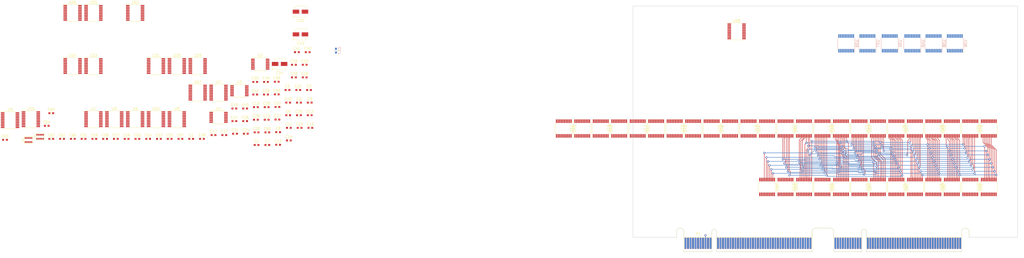
<source format=kicad_pcb>
(kicad_pcb (version 20171130) (host pcbnew "(5.0.0-rc2-35-gda6600525)")
  (layers (0 F.Cu signal) (1 Gnd1.Cu power) (2 Vcc2.Cu power) (31 B.Cu signal) (34 B.Paste user) (35 F.Paste user) (36 B.SilkS user) (37 F.SilkS user) (38 B.Mask user) (39 F.Mask user) (44 Edge.Cuts user))
  (net 0 "")
  (net 1 VCC)
  (net 2 GND)
  (net 3 /rd[31])
  (net 4 /rd[30])
  (net 5 /rd[29])
  (net 6 /rd[28])
  (net 7 /rd[27])
  (net 8 /rd[26])
  (net 9 /rd[25])
  (net 10 /rd[24])
  (net 11 /rs1[31])
  (net 12 /rs1[30])
  (net 13 /rs1[29])
  (net 14 /rs1[28])
  (net 15 /rs1[27])
  (net 16 /rs1[26])
  (net 17 /rs1[25])
  (net 18 /rs1[24])
  (net 19 /rd[23])
  (net 20 /rd[22])
  (net 21 /rd[21])
  (net 22 /rd[20])
  (net 23 /rd[19])
  (net 24 /rd[18])
  (net 25 /rd[17])
  (net 26 /rd[16])
  (net 27 "Net-(P1-Pad23)")
  (net 28 "Net-(P1-Pad24)")
  (net 29 "Net-(P1-Pad26)")
  (net 30 "Net-(P1-Pad27)")
  (net 31 "Net-(P1-Pad29)")
  (net 32 "Net-(P1-Pad30)")
  (net 33 "Net-(P1-Pad32)")
  (net 34 "Net-(P1-Pad33)")
  (net 35 "Net-(P1-Pad34)")
  (net 36 "Net-(P1-Pad35)")
  (net 37 "Net-(P1-Pad37)")
  (net 38 "Net-(P1-Pad38)")
  (net 39 "Net-(P1-Pad40)")
  (net 40 "Net-(P1-Pad41)")
  (net 41 "Net-(P1-Pad43)")
  (net 42 "Net-(P1-Pad44)")
  (net 43 "Net-(P1-Pad45)")
  (net 44 "Net-(P1-Pad46)")
  (net 45 "Net-(P1-Pad47)")
  (net 46 "Net-(P1-Pad48)")
  (net 47 "Net-(P1-Pad49)")
  (net 48 /rs1[23])
  (net 49 /rs1[22])
  (net 50 /rs1[21])
  (net 51 /rs1[20])
  (net 52 /rs1[19])
  (net 53 /rs1[18])
  (net 54 /rs1[17])
  (net 55 /rs1[16])
  (net 56 "Net-(P1-Pad121)")
  (net 57 "Net-(P1-Pad122)")
  (net 58 "Net-(P1-Pad124)")
  (net 59 "Net-(P1-Pad125)")
  (net 60 "Net-(P1-Pad127)")
  (net 61 "Net-(P1-Pad128)")
  (net 62 "Net-(P1-Pad130)")
  (net 63 "Net-(P1-Pad131)")
  (net 64 "Net-(P1-Pad132)")
  (net 65 "Net-(P1-Pad133)")
  (net 66 "Net-(P1-Pad135)")
  (net 67 "Net-(P1-Pad136)")
  (net 68 "Net-(P1-Pad138)")
  (net 69 "Net-(P1-Pad139)")
  (net 70 "Net-(P1-Pad141)")
  (net 71 "Net-(P1-Pad142)")
  (net 72 "Net-(P1-Pad143)")
  (net 73 "Net-(P1-Pad144)")
  (net 74 "Net-(P1-Pad145)")
  (net 75 "Net-(P1-Pad146)")
  (net 76 "Net-(P1-Pad147)")
  (net 77 /rd[15])
  (net 78 /rd[7])
  (net 79 "Net-(P1-Pad148)")
  (net 80 /rs1[12])
  (net 81 /rd[14])
  (net 82 /rd[13])
  (net 83 /rd[12])
  (net 84 /rd[11])
  (net 85 /rd[10])
  (net 86 /rd[9])
  (net 87 /rd[8])
  (net 88 /rd[6])
  (net 89 /rd[5])
  (net 90 /rd[4])
  (net 91 /rd[3])
  (net 92 /rd[2])
  (net 93 /rd[1])
  (net 94 /rd[0])
  (net 95 "Net-(P1-Pad72)")
  (net 96 "Net-(P1-Pad73)")
  (net 97 "Net-(P1-Pad75)")
  (net 98 "Net-(P1-Pad76)")
  (net 99 "Net-(P1-Pad78)")
  (net 100 "Net-(P1-Pad79)")
  (net 101 "Net-(P1-Pad81)")
  (net 102 "Net-(P1-Pad82)")
  (net 103 "Net-(P1-Pad83)")
  (net 104 "Net-(P1-Pad84)")
  (net 105 "Net-(P1-Pad86)")
  (net 106 /rs2[4]')
  (net 107 /rs2[3]')
  (net 108 /rs2[2]')
  (net 109 /rs2[1]')
  (net 110 /rs2[0]')
  (net 111 "Net-(P1-Pad94)")
  (net 112 "Net-(P1-Pad95)")
  (net 113 "Net-(P1-Pad96)")
  (net 114 "Net-(P1-Pad97)")
  (net 115 "Net-(P1-Pad98)")
  (net 116 "Net-(P1-Pad149)")
  (net 117 "Net-(P1-Pad151)")
  (net 118 "Net-(P1-Pad152)")
  (net 119 "Net-(P1-Pad154)")
  (net 120 /rs1[15])
  (net 121 /rs1[14])
  (net 122 /rs1[13])
  (net 123 /rs1[11])
  (net 124 /rs1[10])
  (net 125 /rs1[9])
  (net 126 /rs1[8])
  (net 127 /rs1[7])
  (net 128 /rs1[6])
  (net 129 /rs1[5])
  (net 130 /rs1[4])
  (net 131 /rs1[3])
  (net 132 /rs1[2])
  (net 133 /rs1[1])
  (net 134 /rs1[0])
  (net 135 "Net-(P1-Pad177)")
  (net 136 "Net-(P1-Pad179)")
  (net 137 "Net-(P1-Pad180)")
  (net 138 "Net-(P1-Pad181)")
  (net 139 "Net-(P1-Pad182)")
  (net 140 "Net-(P1-Pad184)")
  (net 141 /~shift_oe')
  (net 142 "Net-(P1-Pad187)")
  (net 143 "Net-(P1-Pad188)")
  (net 144 "Net-(P1-Pad190)")
  (net 145 /~shift_left')
  (net 146 /shift_arith')
  (net 147 "Net-(P1-Pad193)")
  (net 148 "Net-(P1-Pad194)")
  (net 149 "Net-(P1-Pad195)")
  (net 150 "Net-(P1-Pad196)")
  (net 151 /shift1)
  (net 152 /~shift_left)
  (net 153 /shift2)
  (net 154 /shift_arith)
  (net 155 /shift4)
  (net 156 /~shift_oe)
  (net 157 /shift8)
  (net 158 /shift16)
  (net 159 /~shift8)
  (net 160 /~shift16)
  (net 161 /~shift4)
  (net 162 /~shift_right)
  (net 163 /~shift2)
  (net 164 /~shift_16_oe)
  (net 165 /~shift1)
  (net 166 /~noshift_16_oe)
  (net 167 /msb)
  (net 168 /msb''')
  (net 169 /msb'')
  (net 170 /msb')
  (net 171 /s1[24])
  (net 172 /s1[25])
  (net 173 /s1[26])
  (net 174 /s1[27])
  (net 175 /s1[28])
  (net 176 /s1[29])
  (net 177 /s1[30])
  (net 178 /s1[31])
  (net 179 /s1[23])
  (net 180 /s1[22])
  (net 181 /s1[21])
  (net 182 /s1[20])
  (net 183 /s1[19])
  (net 184 /s1[18])
  (net 185 /s1[17])
  (net 186 /s1[16])
  (net 187 /s1[15])
  (net 188 /s1[14])
  (net 189 /s1[13])
  (net 190 /s1[12])
  (net 191 /s1[11])
  (net 192 /s1[10])
  (net 193 /s1[9])
  (net 194 /s1[8])
  (net 195 /s1[0])
  (net 196 /s1[1])
  (net 197 /s1[2])
  (net 198 /s1[3])
  (net 199 /s1[4])
  (net 200 /s1[5])
  (net 201 /s1[6])
  (net 202 /s1[7])
  (net 203 /s2[31])
  (net 204 /s2[30])
  (net 205 /s2[29])
  (net 206 /s2[28])
  (net 207 /s2[27])
  (net 208 /s2[26])
  (net 209 /s2[25])
  (net 210 /s2[24])
  (net 211 /s2[16])
  (net 212 /s2[17])
  (net 213 /s2[18])
  (net 214 /s2[19])
  (net 215 /s2[20])
  (net 216 /s2[21])
  (net 217 /s2[22])
  (net 218 /s2[23])
  (net 219 /s2[8])
  (net 220 /s2[9])
  (net 221 /s2[10])
  (net 222 /s2[11])
  (net 223 /s2[12])
  (net 224 /s2[13])
  (net 225 /s2[14])
  (net 226 /s2[15])
  (net 227 /s2[7])
  (net 228 /s2[6])
  (net 229 /s2[5])
  (net 230 /s2[4])
  (net 231 /s2[3])
  (net 232 /s2[2])
  (net 233 /s2[1])
  (net 234 /s2[0])
  (net 235 /s4[31])
  (net 236 /s4[30])
  (net 237 /s4[29])
  (net 238 /s4[28])
  (net 239 /s4[27])
  (net 240 /s4[26])
  (net 241 /s4[25])
  (net 242 /s4[24])
  (net 243 /s4[16])
  (net 244 /s4[17])
  (net 245 /s4[18])
  (net 246 /s4[19])
  (net 247 /s4[20])
  (net 248 /s4[21])
  (net 249 /s4[22])
  (net 250 /s4[23])
  (net 251 /s4[8])
  (net 252 /s4[9])
  (net 253 /s4[10])
  (net 254 /s4[11])
  (net 255 /s4[12])
  (net 256 /s4[13])
  (net 257 /s4[14])
  (net 258 /s4[15])
  (net 259 /s4[7])
  (net 260 /s4[6])
  (net 261 /s4[5])
  (net 262 /s4[4])
  (net 263 /s4[3])
  (net 264 /s4[2])
  (net 265 /s4[1])
  (net 266 /s4[0])
  (net 267 /s8[31])
  (net 268 /s8[30])
  (net 269 /s8[29])
  (net 270 /s8[28])
  (net 271 /s8[27])
  (net 272 /s8[26])
  (net 273 /s8[25])
  (net 274 /s8[24])
  (net 275 /s8[16])
  (net 276 /s8[17])
  (net 277 /s8[18])
  (net 278 /s8[19])
  (net 279 /s8[20])
  (net 280 /s8[21])
  (net 281 /s8[22])
  (net 282 /s8[23])
  (net 283 /s8[8])
  (net 284 /s8[9])
  (net 285 /s8[10])
  (net 286 /s8[11])
  (net 287 /s8[12])
  (net 288 /s8[13])
  (net 289 /s8[14])
  (net 290 /s8[15])
  (net 291 /s8[7])
  (net 292 /s8[6])
  (net 293 /s8[5])
  (net 294 /s8[4])
  (net 295 /s8[3])
  (net 296 /s8[2])
  (net 297 /s8[1])
  (net 298 /s8[0])
  (module Capacitors_SMD:C_0603 (layer F.Cu) (at -91.934048 121.1775)
    (fp_text reference C1 (at 0 -1.5) (layer F.SilkS))
    (fp_text value 100n)
    (pad 1 smd rect (at -0.75 0) (size 0.8 0.75) (layers F.Cu F.Paste F.Mask) (net 1 VCC))
    (pad 2 smd rect (at 0.75 0) (size 0.8 0.75) (layers F.Cu F.Paste F.Mask) (net 2 GND))
  )
  (module Capacitors_SMD:C_0603 (layer F.Cu) (at -53.364048 101.6175)
    (fp_text reference C2 (at 0 -1.5) (layer F.SilkS))
    (fp_text value 100n)
    (pad 1 smd rect (at -0.75 0) (size 0.8 0.75) (layers F.Cu F.Paste F.Mask) (net 1 VCC))
    (pad 2 smd rect (at 0.75 0) (size 0.8 0.75) (layers F.Cu F.Paste F.Mask) (net 2 GND))
  )
  (module Capacitors_SMD:C_0603 (layer F.Cu) (at -44.744048 101.6175)
    (fp_text reference C3 (at 0 -1.5) (layer F.SilkS))
    (fp_text value 100n)
    (pad 2 smd rect (at 0.75 0) (size 0.8 0.75) (layers F.Cu F.Paste F.Mask) (net 2 GND))
    (pad 1 smd rect (at -0.75 0) (size 0.8 0.75) (layers F.Cu F.Paste F.Mask) (net 1 VCC))
  )
  (module Capacitors_SMD:C_0603 (layer F.Cu) (at -65.754048 123.6275)
    (fp_text reference C4 (at 0 -1.5) (layer F.SilkS))
    (fp_text value 100n)
    (pad 1 smd rect (at -0.75 0) (size 0.8 0.75) (layers F.Cu F.Paste F.Mask) (net 1 VCC))
    (pad 2 smd rect (at 0.75 0) (size 0.8 0.75) (layers F.Cu F.Paste F.Mask) (net 2 GND))
  )
  (module Capacitors_SMD:C_0603 (layer F.Cu) (at -53.094048 111.7175)
    (fp_text reference C5 (at 0 -1.5) (layer F.SilkS))
    (fp_text value 100n)
    (pad 2 smd rect (at 0.75 0) (size 0.8 0.75) (layers F.Cu F.Paste F.Mask) (net 2 GND))
    (pad 1 smd rect (at -0.75 0) (size 0.8 0.75) (layers F.Cu F.Paste F.Mask) (net 1 VCC))
  )
  (module Capacitors_SMD:C_0603 (layer F.Cu) (at -48.784048 106.6675)
    (fp_text reference C6 (at 0 -1.5) (layer F.SilkS))
    (fp_text value 100n)
    (pad 1 smd rect (at -0.75 0) (size 0.8 0.75) (layers F.Cu F.Paste F.Mask) (net 1 VCC))
    (pad 2 smd rect (at 0.75 0) (size 0.8 0.75) (layers F.Cu F.Paste F.Mask) (net 2 GND))
  )
  (module Capacitors_SMD:C_0603 (layer F.Cu) (at -61.444048 123.6275)
    (fp_text reference C7 (at 0 -1.5) (layer F.SilkS))
    (fp_text value 100n)
    (pad 1 smd rect (at -0.75 0) (size 0.8 0.75) (layers F.Cu F.Paste F.Mask) (net 1 VCC))
    (pad 2 smd rect (at 0.75 0) (size 0.8 0.75) (layers F.Cu F.Paste F.Mask) (net 2 GND))
  )
  (module Capacitors_SMD:C_0603 (layer F.Cu) (at -57.134048 118.5075)
    (fp_text reference C8 (at 0 -1.5) (layer F.SilkS))
    (fp_text value 100n)
    (pad 1 smd rect (at -0.75 0) (size 0.8 0.75) (layers F.Cu F.Paste F.Mask) (net 1 VCC))
    (pad 2 smd rect (at 0.75 0) (size 0.8 0.75) (layers F.Cu F.Paste F.Mask) (net 2 GND))
  )
  (module Capacitors_SMD:C_0603 (layer F.Cu) (at -44.474048 106.6675)
    (fp_text reference C9 (at 0 -1.5) (layer F.SilkS))
    (fp_text value 100n)
    (pad 2 smd rect (at 0.75 0) (size 0.8 0.75) (layers F.Cu F.Paste F.Mask) (net 2 GND))
    (pad 1 smd rect (at -0.75 0) (size 0.8 0.75) (layers F.Cu F.Paste F.Mask) (net 1 VCC))
  )
  (module Capacitors_SMD:C_0603 (layer F.Cu) (at -66.024048 108.4775)
    (fp_text reference C10 (at 0 -1.5) (layer F.SilkS))
    (fp_text value 100n)
    (pad 2 smd rect (at 0.75 0) (size 0.8 0.75) (layers F.Cu F.Paste F.Mask) (net 2 GND))
    (pad 1 smd rect (at -0.75 0) (size 0.8 0.75) (layers F.Cu F.Paste F.Mask) (net 1 VCC))
  )
  (module Capacitors_SMD:C_0603 (layer F.Cu) (at -52.824048 116.7675)
    (fp_text reference C11 (at 0 -1.5) (layer F.SilkS))
    (fp_text value 100n)
    (pad 2 smd rect (at 0.75 0) (size 0.8 0.75) (layers F.Cu F.Paste F.Mask) (net 2 GND))
    (pad 1 smd rect (at -0.75 0) (size 0.8 0.75) (layers F.Cu F.Paste F.Mask) (net 1 VCC))
  )
  (module Capacitors_SMD:C_0603 (layer F.Cu) (at -57.134048 123.5575)
    (fp_text reference C12 (at 0 -1.5) (layer F.SilkS))
    (fp_text value 100n)
    (pad 1 smd rect (at -0.75 0) (size 0.8 0.75) (layers F.Cu F.Paste F.Mask) (net 1 VCC))
    (pad 2 smd rect (at 0.75 0) (size 0.8 0.75) (layers F.Cu F.Paste F.Mask) (net 2 GND))
  )
  (module Capacitors_SMD:C_0603 (layer F.Cu) (at -44.474048 111.7175)
    (fp_text reference C13 (at 0 -1.5) (layer F.SilkS))
    (fp_text value 100n)
    (pad 2 smd rect (at 0.75 0) (size 0.8 0.75) (layers F.Cu F.Paste F.Mask) (net 2 GND))
    (pad 1 smd rect (at -0.75 0) (size 0.8 0.75) (layers F.Cu F.Paste F.Mask) (net 1 VCC))
  )
  (module Capacitors_SMD:C_0603 (layer F.Cu) (at -52.824048 121.8175)
    (fp_text reference C14 (at 0 -1.5) (layer F.SilkS))
    (fp_text value 100n)
    (pad 2 smd rect (at 0.75 0) (size 0.8 0.75) (layers F.Cu F.Paste F.Mask) (net 2 GND))
    (pad 1 smd rect (at -0.75 0) (size 0.8 0.75) (layers F.Cu F.Paste F.Mask) (net 1 VCC))
  )
  (module Capacitors_SMD:C_0603 (layer F.Cu) (at -48.514048 116.7675)
    (fp_text reference C15 (at 0 -1.5) (layer F.SilkS))
    (fp_text value 100n)
    (pad 2 smd rect (at 0.75 0) (size 0.8 0.75) (layers F.Cu F.Paste F.Mask) (net 2 GND))
    (pad 1 smd rect (at -0.75 0) (size 0.8 0.75) (layers F.Cu F.Paste F.Mask) (net 1 VCC))
  )
  (module Capacitors_SMD:C_0603 (layer F.Cu) (at -44.204048 116.7675)
    (fp_text reference C16 (at 0 -1.5) (layer F.SilkS))
    (fp_text value 100n)
    (pad 2 smd rect (at 0.75 0) (size 0.8 0.75) (layers F.Cu F.Paste F.Mask) (net 2 GND))
    (pad 1 smd rect (at -0.75 0) (size 0.8 0.75) (layers F.Cu F.Paste F.Mask) (net 1 VCC))
  )
  (module Capacitors_SMD:C_0603 (layer B.Cu) (at -33.97 85.85 90)
    (fp_text reference C17 (at 0 1.5 90) (layer B.SilkS) (effects (justify mirror)))
    (fp_text value 100n)
    (pad 2 smd rect (at 0.75 0 90) (size 0.8 0.75) (layers B.Cu B.Paste B.Mask) (net 2 GND))
    (pad 1 smd rect (at -0.75 0 90) (size 0.8 0.75) (layers B.Cu B.Paste B.Mask) (net 1 VCC))
  )
  (module Capacitors_SMD:C_0603 (layer F.Cu) (at -46.484048 96.5675)
    (fp_text reference C18 (at 0 -1.5) (layer F.SilkS))
    (fp_text value 100n)
    (pad 1 smd rect (at -0.75 0) (size 0.8 0.75) (layers F.Cu F.Paste F.Mask) (net 1 VCC))
    (pad 2 smd rect (at 0.75 0) (size 0.8 0.75) (layers F.Cu F.Paste F.Mask) (net 2 GND))
  )
  (module Capacitors_SMD:C_0603 (layer F.Cu) (at -53.094048 106.6675)
    (fp_text reference C19 (at 0 -1.5) (layer F.SilkS))
    (fp_text value 100n)
    (pad 1 smd rect (at -0.75 0) (size 0.8 0.75) (layers F.Cu F.Paste F.Mask) (net 1 VCC))
    (pad 2 smd rect (at 0.75 0) (size 0.8 0.75) (layers F.Cu F.Paste F.Mask) (net 2 GND))
  )
  (module Capacitors_SMD:C_0603 (layer F.Cu) (at -65.754048 118.5775)
    (fp_text reference C20 (at 0 -1.5) (layer F.SilkS))
    (fp_text value 100n)
    (pad 1 smd rect (at -0.75 0) (size 0.8 0.75) (layers F.Cu F.Paste F.Mask) (net 1 VCC))
    (pad 2 smd rect (at 0.75 0) (size 0.8 0.75) (layers F.Cu F.Paste F.Mask) (net 2 GND))
  )
  (module Capacitors_SMD:C_0603 (layer F.Cu) (at -49.054048 101.6175)
    (fp_text reference C21 (at 0 -1.5) (layer F.SilkS))
    (fp_text value 100n)
    (pad 1 smd rect (at -0.75 0) (size 0.8 0.75) (layers F.Cu F.Paste F.Mask) (net 1 VCC))
    (pad 2 smd rect (at 0.75 0) (size 0.8 0.75) (layers F.Cu F.Paste F.Mask) (net 2 GND))
  )
  (module Capacitors_SMD:C_0603 (layer F.Cu) (at -57.404048 108.4075)
    (fp_text reference C22 (at 0 -1.5) (layer F.SilkS))
    (fp_text value 100n)
    (pad 1 smd rect (at -0.75 0) (size 0.8 0.75) (layers F.Cu F.Paste F.Mask) (net 1 VCC))
    (pad 2 smd rect (at 0.75 0) (size 0.8 0.75) (layers F.Cu F.Paste F.Mask) (net 2 GND))
  )
  (module Capacitors_SMD:C_0603 (layer F.Cu) (at -61.714048 113.5275)
    (fp_text reference C23 (at 0 -1.5) (layer F.SilkS))
    (fp_text value 100n)
    (pad 1 smd rect (at -0.75 0) (size 0.8 0.75) (layers F.Cu F.Paste F.Mask) (net 1 VCC))
    (pad 2 smd rect (at 0.75 0) (size 0.8 0.75) (layers F.Cu F.Paste F.Mask) (net 2 GND))
  )
  (module Capacitors_SMD:C_0603 (layer F.Cu) (at -70.064048 119.1275)
    (fp_text reference C24 (at 0 -1.5) (layer F.SilkS))
    (fp_text value 100n)
    (pad 1 smd rect (at -0.75 0) (size 0.8 0.75) (layers F.Cu F.Paste F.Mask) (net 1 VCC))
    (pad 2 smd rect (at 0.75 0) (size 0.8 0.75) (layers F.Cu F.Paste F.Mask) (net 2 GND))
  )
  (module Capacitors_SMD:CP_Elec_4x4.5 (layer F.Cu) (at -48.174999 70.2575)
    (fp_text reference C25 (at 0 3.58 180) (layer F.SilkS))
    (fp_text value 10u)
    (fp_text user + (at -2.78 1.99 180) (layer F.SilkS))
    (pad 2 smd rect (at 1.8 0 180) (size 2.6 1.6) (layers F.Cu F.Paste F.Mask) (net 2 GND))
    (pad 1 smd rect (at -1.8 0 180) (size 2.6 1.6) (layers F.Cu F.Paste F.Mask) (net 1 VCC))
  )
  (module Capacitors_SMD:C_0603 (layer F.Cu) (at -50.794048 91.5175)
    (fp_text reference C26 (at 0 -1.5) (layer F.SilkS))
    (fp_text value 100n)
    (pad 1 smd rect (at -0.75 0) (size 0.8 0.75) (layers F.Cu F.Paste F.Mask) (net 1 VCC))
    (pad 2 smd rect (at 0.75 0) (size 0.8 0.75) (layers F.Cu F.Paste F.Mask) (net 2 GND))
  )
  (module Capacitors_SMD:C_0603 (layer F.Cu) (at -57.404048 113.4575)
    (fp_text reference C27 (at 0 -1.5) (layer F.SilkS))
    (fp_text value 100n)
    (pad 2 smd rect (at 0.75 0) (size 0.8 0.75) (layers F.Cu F.Paste F.Mask) (net 2 GND))
    (pad 1 smd rect (at -0.75 0) (size 0.8 0.75) (layers F.Cu F.Paste F.Mask) (net 1 VCC))
  )
  (module Capacitors_SMD:C_0603 (layer F.Cu) (at -66.024048 113.5275)
    (fp_text reference C28 (at 0 -1.5) (layer F.SilkS))
    (fp_text value 100n)
    (pad 1 smd rect (at -0.75 0) (size 0.8 0.75) (layers F.Cu F.Paste F.Mask) (net 1 VCC))
    (pad 2 smd rect (at 0.75 0) (size 0.8 0.75) (layers F.Cu F.Paste F.Mask) (net 2 GND))
  )
  (module Capacitors_SMD:C_0603 (layer F.Cu) (at -61.714048 108.4775)
    (fp_text reference C29 (at 0 -1.5) (layer F.SilkS))
    (fp_text value 100n)
    (pad 2 smd rect (at 0.75 0) (size 0.8 0.75) (layers F.Cu F.Paste F.Mask) (net 2 GND))
    (pad 1 smd rect (at -0.75 0) (size 0.8 0.75) (layers F.Cu F.Paste F.Mask) (net 1 VCC))
  )
  (module Capacitors_SMD:C_0603 (layer F.Cu) (at -57.674048 103.3575)
    (fp_text reference C30 (at 0 -1.5) (layer F.SilkS))
    (fp_text value 100n)
    (pad 2 smd rect (at 0.75 0) (size 0.8 0.75) (layers F.Cu F.Paste F.Mask) (net 2 GND))
    (pad 1 smd rect (at -0.75 0) (size 0.8 0.75) (layers F.Cu F.Paste F.Mask) (net 1 VCC))
  )
  (module Capacitors_SMD:C_0603 (layer F.Cu) (at -74.374048 119.1275)
    (fp_text reference C31 (at 0 -1.5) (layer F.SilkS))
    (fp_text value 100n)
    (pad 2 smd rect (at 0.75 0) (size 0.8 0.75) (layers F.Cu F.Paste F.Mask) (net 2 GND))
    (pad 1 smd rect (at -0.75 0) (size 0.8 0.75) (layers F.Cu F.Paste F.Mask) (net 1 VCC))
  )
  (module Capacitors_SMD:C_0603 (layer F.Cu) (at -50.794048 96.5675)
    (fp_text reference C32 (at 0 -1.5) (layer F.SilkS))
    (fp_text value 100n)
    (pad 1 smd rect (at -0.75 0) (size 0.8 0.75) (layers F.Cu F.Paste F.Mask) (net 1 VCC))
    (pad 2 smd rect (at 0.75 0) (size 0.8 0.75) (layers F.Cu F.Paste F.Mask) (net 2 GND))
  )
  (module Capacitors_SMD:C_0603 (layer F.Cu) (at -46.484048 91.5175)
    (fp_text reference C33 (at 0 -1.5) (layer F.SilkS))
    (fp_text value 100n)
    (pad 2 smd rect (at 0.75 0) (size 0.8 0.75) (layers F.Cu F.Paste F.Mask) (net 2 GND))
    (pad 1 smd rect (at -0.75 0) (size 0.8 0.75) (layers F.Cu F.Paste F.Mask) (net 1 VCC))
  )
  (module Capacitors_SMD:CP_Elec_4x4.5 (layer F.Cu) (at -56.524999 91.1775)
    (fp_text reference C34 (at 0 3.58 180) (layer F.SilkS))
    (fp_text value 10u)
    (fp_text user + (at -2.78 1.99 180) (layer F.SilkS))
    (pad 1 smd rect (at -1.8 0 180) (size 2.6 1.6) (layers F.Cu F.Paste F.Mask) (net 1 VCC))
    (pad 2 smd rect (at 1.8 0 180) (size 2.6 1.6) (layers F.Cu F.Paste F.Mask) (net 2 GND))
  )
  (module Capacitors_SMD:C_0603 (layer F.Cu) (at -48.784048 111.7175)
    (fp_text reference C35 (at 0 -1.5) (layer F.SilkS))
    (fp_text value 100n)
    (pad 1 smd rect (at -0.75 0) (size 0.8 0.75) (layers F.Cu F.Paste F.Mask) (net 1 VCC))
    (pad 2 smd rect (at 0.75 0) (size 0.8 0.75) (layers F.Cu F.Paste F.Mask) (net 2 GND))
  )
  (module Capacitors_SMD:C_0603 (layer F.Cu) (at -70.334048 114.0775)
    (fp_text reference C36 (at 0 -1.5) (layer F.SilkS))
    (fp_text value 100n)
    (pad 1 smd rect (at -0.75 0) (size 0.8 0.75) (layers F.Cu F.Paste F.Mask) (net 1 VCC))
    (pad 2 smd rect (at 0.75 0) (size 0.8 0.75) (layers F.Cu F.Paste F.Mask) (net 2 GND))
  )
  (module Capacitors_SMD:C_0603 (layer F.Cu) (at -78.684048 119.6775)
    (fp_text reference C37 (at 0 -1.5) (layer F.SilkS))
    (fp_text value 100n)
    (pad 1 smd rect (at -0.75 0) (size 0.8 0.75) (layers F.Cu F.Paste F.Mask) (net 1 VCC))
    (pad 2 smd rect (at 0.75 0) (size 0.8 0.75) (layers F.Cu F.Paste F.Mask) (net 2 GND))
  )
  (module Capacitors_SMD:C_0603 (layer F.Cu) (at -57.674048 98.3075)
    (fp_text reference C38 (at 0 -1.5) (layer F.SilkS))
    (fp_text value 100n)
    (pad 1 smd rect (at -0.75 0) (size 0.8 0.75) (layers F.Cu F.Paste F.Mask) (net 1 VCC))
    (pad 2 smd rect (at 0.75 0) (size 0.8 0.75) (layers F.Cu F.Paste F.Mask) (net 2 GND))
  )
  (module Capacitors_SMD:C_0603 (layer F.Cu) (at -61.984048 103.4275)
    (fp_text reference C39 (at 0 -1.5) (layer F.SilkS))
    (fp_text value 100n)
    (pad 1 smd rect (at -0.75 0) (size 0.8 0.75) (layers F.Cu F.Paste F.Mask) (net 1 VCC))
    (pad 2 smd rect (at 0.75 0) (size 0.8 0.75) (layers F.Cu F.Paste F.Mask) (net 2 GND))
  )
  (module Capacitors_SMD:C_0603 (layer F.Cu) (at -45.284048 86.4675)
    (fp_text reference C40 (at 0 -1.5) (layer F.SilkS))
    (fp_text value 100n)
    (pad 1 smd rect (at -0.75 0) (size 0.8 0.75) (layers F.Cu F.Paste F.Mask) (net 1 VCC))
    (pad 2 smd rect (at 0.75 0) (size 0.8 0.75) (layers F.Cu F.Paste F.Mask) (net 2 GND))
  )
  (module Capacitors_SMD:C_0603 (layer F.Cu) (at -49.594048 86.4675)
    (fp_text reference C41 (at 0 -1.5) (layer F.SilkS))
    (fp_text value 100n)
    (pad 1 smd rect (at -0.75 0) (size 0.8 0.75) (layers F.Cu F.Paste F.Mask) (net 1 VCC))
    (pad 2 smd rect (at 0.75 0) (size 0.8 0.75) (layers F.Cu F.Paste F.Mask) (net 2 GND))
  )
  (module Capacitors_SMD:C_0603 (layer F.Cu) (at -66.294048 103.4275)
    (fp_text reference C42 (at 0 -1.5) (layer F.SilkS))
    (fp_text value 100n)
    (pad 1 smd rect (at -0.75 0) (size 0.8 0.75) (layers F.Cu F.Paste F.Mask) (net 1 VCC))
    (pad 2 smd rect (at 0.75 0) (size 0.8 0.75) (layers F.Cu F.Paste F.Mask) (net 2 GND))
  )
  (module Capacitors_SMD:CP_Elec_4x4.5 (layer F.Cu) (at -48.174999 79.3375)
    (fp_text reference C43 (at 0 3.58 180) (layer F.SilkS))
    (fp_text value 10u)
    (fp_text user + (at -2.78 1.99 180) (layer F.SilkS))
    (pad 2 smd rect (at 1.8 0 180) (size 2.6 1.6) (layers F.Cu F.Paste F.Mask) (net 2 GND))
    (pad 1 smd rect (at -1.8 0 180) (size 2.6 1.6) (layers F.Cu F.Paste F.Mask) (net 1 VCC))
  )
  (module Capacitors_SMD:C_0603 (layer F.Cu) (at -74.644048 114.0775)
    (fp_text reference C44 (at 0 -1.5) (layer F.SilkS))
    (fp_text value 100n)
    (pad 2 smd rect (at 0.75 0) (size 0.8 0.75) (layers F.Cu F.Paste F.Mask) (net 2 GND))
    (pad 1 smd rect (at -0.75 0) (size 0.8 0.75) (layers F.Cu F.Paste F.Mask) (net 1 VCC))
  )
  (module Capacitors_SMD:C_0603 (layer F.Cu) (at -70.334048 109.0275)
    (fp_text reference C45 (at 0 -1.5) (layer F.SilkS))
    (fp_text value 100n)
    (pad 2 smd rect (at 0.75 0) (size 0.8 0.75) (layers F.Cu F.Paste F.Mask) (net 2 GND))
    (pad 1 smd rect (at -0.75 0) (size 0.8 0.75) (layers F.Cu F.Paste F.Mask) (net 1 VCC))
  )
  (module Capacitors_SMD:C_0603 (layer F.Cu) (at -61.984048 98.3775)
    (fp_text reference C46 (at 0 -1.5) (layer F.SilkS))
    (fp_text value 100n)
    (pad 2 smd rect (at 0.75 0) (size 0.8 0.75) (layers F.Cu F.Paste F.Mask) (net 2 GND))
    (pad 1 smd rect (at -0.75 0) (size 0.8 0.75) (layers F.Cu F.Paste F.Mask) (net 1 VCC))
  )
  (module Capacitors_SMD:C_0603 (layer F.Cu) (at -82.994048 119.6775)
    (fp_text reference C47 (at 0 -1.5) (layer F.SilkS))
    (fp_text value 100n)
    (pad 2 smd rect (at 0.75 0) (size 0.8 0.75) (layers F.Cu F.Paste F.Mask) (net 2 GND))
    (pad 1 smd rect (at -0.75 0) (size 0.8 0.75) (layers F.Cu F.Paste F.Mask) (net 1 VCC))
  )
  (module Capacitors_SMD:C_0603 (layer F.Cu) (at -87.624048 121.1775)
    (fp_text reference C48 (at 0 -1.5) (layer F.SilkS))
    (fp_text value 100n)
    (pad 2 smd rect (at 0.75 0) (size 0.8 0.75) (layers F.Cu F.Paste F.Mask) (net 2 GND))
    (pad 1 smd rect (at -0.75 0) (size 0.8 0.75) (layers F.Cu F.Paste F.Mask) (net 1 VCC))
  )
  (module Capacitors_SMD:C_0603 (layer F.Cu) (at -74.644048 109.0275)
    (fp_text reference C49 (at 0 -1.5) (layer F.SilkS))
    (fp_text value 100n)
    (pad 2 smd rect (at 0.75 0) (size 0.8 0.75) (layers F.Cu F.Paste F.Mask) (net 2 GND))
    (pad 1 smd rect (at -0.75 0) (size 0.8 0.75) (layers F.Cu F.Paste F.Mask) (net 1 VCC))
  )
  (module Capacitors_SMD:C_0603 (layer F.Cu) (at -66.294048 98.3775)
    (fp_text reference C50 (at 0 -1.5) (layer F.SilkS))
    (fp_text value 100n)
    (pad 2 smd rect (at 0.75 0) (size 0.8 0.75) (layers F.Cu F.Paste F.Mask) (net 2 GND))
    (pad 1 smd rect (at -0.75 0) (size 0.8 0.75) (layers F.Cu F.Paste F.Mask) (net 1 VCC))
  )
  (module Capacitors_SMD:C_0603 (layer F.Cu) (at -135.034048 121.1775)
    (fp_text reference C51 (at 0 -1.5) (layer F.SilkS))
    (fp_text value 100n)
    (pad 2 smd rect (at 0.75 0) (size 0.8 0.75) (layers F.Cu F.Paste F.Mask) (net 2 GND))
    (pad 1 smd rect (at -0.75 0) (size 0.8 0.75) (layers F.Cu F.Paste F.Mask) (net 1 VCC))
  )
  (module Capacitors_SMD:C_0603 (layer F.Cu) (at -100.554048 121.1775)
    (fp_text reference C52 (at 0 -1.5) (layer F.SilkS))
    (fp_text value 100n)
    (pad 1 smd rect (at -0.75 0) (size 0.8 0.75) (layers F.Cu F.Paste F.Mask) (net 1 VCC))
    (pad 2 smd rect (at 0.75 0) (size 0.8 0.75) (layers F.Cu F.Paste F.Mask) (net 2 GND))
  )
  (module Capacitors_SMD:C_0603 (layer F.Cu) (at -104.864048 121.1775)
    (fp_text reference C53 (at 0 -1.5) (layer F.SilkS))
    (fp_text value 100n)
    (pad 1 smd rect (at -0.75 0) (size 0.8 0.75) (layers F.Cu F.Paste F.Mask) (net 1 VCC))
    (pad 2 smd rect (at 0.75 0) (size 0.8 0.75) (layers F.Cu F.Paste F.Mask) (net 2 GND))
  )
  (module Capacitors_SMD:C_0603 (layer F.Cu) (at -109.174048 121.1775)
    (fp_text reference C54 (at 0 -1.5) (layer F.SilkS))
    (fp_text value 100n)
    (pad 1 smd rect (at -0.75 0) (size 0.8 0.75) (layers F.Cu F.Paste F.Mask) (net 1 VCC))
    (pad 2 smd rect (at 0.75 0) (size 0.8 0.75) (layers F.Cu F.Paste F.Mask) (net 2 GND))
  )
  (module Capacitors_SMD:C_0603 (layer F.Cu) (at -113.484048 121.1775)
    (fp_text reference C55 (at 0 -1.5) (layer F.SilkS))
    (fp_text value 100n)
    (pad 1 smd rect (at -0.75 0) (size 0.8 0.75) (layers F.Cu F.Paste F.Mask) (net 1 VCC))
    (pad 2 smd rect (at 0.75 0) (size 0.8 0.75) (layers F.Cu F.Paste F.Mask) (net 2 GND))
  )
  (module Capacitors_SMD:C_0603 (layer F.Cu) (at -117.794048 121.1775)
    (fp_text reference C56 (at 0 -1.5) (layer F.SilkS))
    (fp_text value 100n)
    (pad 2 smd rect (at 0.75 0) (size 0.8 0.75) (layers F.Cu F.Paste F.Mask) (net 2 GND))
    (pad 1 smd rect (at -0.75 0) (size 0.8 0.75) (layers F.Cu F.Paste F.Mask) (net 1 VCC))
  )
  (module Capacitors_SMD:C_0603 (layer F.Cu) (at -122.104048 121.1775)
    (fp_text reference C57 (at 0 -1.5) (layer F.SilkS))
    (fp_text value 100n)
    (pad 1 smd rect (at -0.75 0) (size 0.8 0.75) (layers F.Cu F.Paste F.Mask) (net 1 VCC))
    (pad 2 smd rect (at 0.75 0) (size 0.8 0.75) (layers F.Cu F.Paste F.Mask) (net 2 GND))
  )
  (module Capacitors_SMD:C_0603 (layer F.Cu) (at -126.414048 121.1775)
    (fp_text reference C58 (at 0 -1.5) (layer F.SilkS))
    (fp_text value 100n)
    (pad 1 smd rect (at -0.75 0) (size 0.8 0.75) (layers F.Cu F.Paste F.Mask) (net 1 VCC))
    (pad 2 smd rect (at 0.75 0) (size 0.8 0.75) (layers F.Cu F.Paste F.Mask) (net 2 GND))
  )
  (module Capacitors_SMD:C_0603 (layer F.Cu) (at -130.724048 121.1775)
    (fp_text reference C59 (at 0 -1.5) (layer F.SilkS))
    (fp_text value 100n)
    (pad 1 smd rect (at -0.75 0) (size 0.8 0.75) (layers F.Cu F.Paste F.Mask) (net 1 VCC))
    (pad 2 smd rect (at 0.75 0) (size 0.8 0.75) (layers F.Cu F.Paste F.Mask) (net 2 GND))
  )
  (module Capacitors_SMD:C_0603 (layer F.Cu) (at -61.444048 118.5775)
    (fp_text reference C60 (at 0 -1.5) (layer F.SilkS))
    (fp_text value 100n)
    (pad 2 smd rect (at 0.75 0) (size 0.8 0.75) (layers F.Cu F.Paste F.Mask) (net 2 GND))
    (pad 1 smd rect (at -0.75 0) (size 0.8 0.75) (layers F.Cu F.Paste F.Mask) (net 1 VCC))
  )
  (module Capacitors_SMD:C_0603 (layer F.Cu) (at -143.654048 121.1775)
    (fp_text reference C61 (at 0 -1.5) (layer F.SilkS))
    (fp_text value 100n)
    (pad 2 smd rect (at 0.75 0) (size 0.8 0.75) (layers F.Cu F.Paste F.Mask) (net 2 GND))
    (pad 1 smd rect (at -0.75 0) (size 0.8 0.75) (layers F.Cu F.Paste F.Mask) (net 1 VCC))
  )
  (module Capacitors_SMD:C_0603 (layer F.Cu) (at -147.964048 121.1775)
    (fp_text reference C62 (at 0 -1.5) (layer F.SilkS))
    (fp_text value 100n)
    (pad 2 smd rect (at 0.75 0) (size 0.8 0.75) (layers F.Cu F.Paste F.Mask) (net 2 GND))
    (pad 1 smd rect (at -0.75 0) (size 0.8 0.75) (layers F.Cu F.Paste F.Mask) (net 1 VCC))
  )
  (module Capacitors_SMD:C_0603 (layer F.Cu) (at -166.494048 121.5575)
    (fp_text reference C63 (at 0 -1.5) (layer F.SilkS))
    (fp_text value 100n)
    (pad 2 smd rect (at 0.75 0) (size 0.8 0.75) (layers F.Cu F.Paste F.Mask) (net 2 GND))
    (pad 1 smd rect (at -0.75 0) (size 0.8 0.75) (layers F.Cu F.Paste F.Mask) (net 1 VCC))
  )
  (module Capacitors_SMD:C_0603 (layer F.Cu) (at -149.794048 115.9575)
    (fp_text reference C64 (at 0 -1.5) (layer F.SilkS))
    (fp_text value 100n)
    (pad 2 smd rect (at 0.75 0) (size 0.8 0.75) (layers F.Cu F.Paste F.Mask) (net 2 GND))
    (pad 1 smd rect (at -0.75 0) (size 0.8 0.75) (layers F.Cu F.Paste F.Mask) (net 1 VCC))
  )
  (module Capacitors_SMD:C_0603 (layer F.Cu) (at -147.964048 110.9075)
    (fp_text reference C65 (at 0 -1.5) (layer F.SilkS))
    (fp_text value 100n)
    (pad 2 smd rect (at 0.75 0) (size 0.8 0.75) (layers F.Cu F.Paste F.Mask) (net 2 GND))
    (pad 1 smd rect (at -0.75 0) (size 0.8 0.75) (layers F.Cu F.Paste F.Mask) (net 1 VCC))
  )
  (module Capacitors_SMD:C_0603 (layer F.Cu) (at -139.344048 121.1775)
    (fp_text reference C66 (at 0 -1.5) (layer F.SilkS))
    (fp_text value 100n)
    (pad 2 smd rect (at 0.75 0) (size 0.8 0.75) (layers F.Cu F.Paste F.Mask) (net 2 GND))
    (pad 1 smd rect (at -0.75 0) (size 0.8 0.75) (layers F.Cu F.Paste F.Mask) (net 1 VCC))
  )
  (module Capacitors_SMD:C_0603 (layer F.Cu) (at -96.244048 121.1775)
    (fp_text reference C67 (at 0 -1.5) (layer F.SilkS))
    (fp_text value 100n)
    (pad 2 smd rect (at 0.75 0) (size 0.8 0.75) (layers F.Cu F.Paste F.Mask) (net 2 GND))
    (pad 1 smd rect (at -0.75 0) (size 0.8 0.75) (layers F.Cu F.Paste F.Mask) (net 1 VCC))
  )
  (module lmarv:YC158 (layer F.Cu) (at -157.08 121.65)
    (fp_text reference RN1 (at -2.2 -0.1 90) (layer F.SilkS) (effects (font (size 0.5 0.5) (thickness 0.1))))
    (fp_text value RPACK8)
    (pad 10 smd rect (at -1.28 -0.8) (size 0.45 0.7) (layers F.Cu F.Paste F.Mask) (net 1 VCC))
    (pad 1 smd rect (at -1.28 0.8) (size 0.45 0.7) (layers F.Cu F.Paste F.Mask) (net 151 /shift1))
    (pad 9 smd rect (at -0.64 -0.8) (size 0.45 0.7) (layers F.Cu F.Paste F.Mask) (net 152 /~shift_left))
    (pad 2 smd rect (at -0.64 0.8) (size 0.45 0.7) (layers F.Cu F.Paste F.Mask) (net 153 /shift2))
    (pad 8 smd rect (at 0 -0.8) (size 0.45 0.7) (layers F.Cu F.Paste F.Mask) (net 154 /shift_arith))
    (pad 3 smd rect (at 0 0.8) (size 0.45 0.7) (layers F.Cu F.Paste F.Mask) (net 155 /shift4))
    (pad 7 smd rect (at 0.64 -0.8) (size 0.45 0.7) (layers F.Cu F.Paste F.Mask) (net 156 /~shift_oe))
    (pad 4 smd rect (at 0.64 0.8) (size 0.45 0.7) (layers F.Cu F.Paste F.Mask) (net 157 /shift8))
    (pad 6 smd rect (at 1.28 -0.8) (size 0.45 0.7) (layers F.Cu F.Paste F.Mask) (net 158 /shift16))
    (pad 5 smd rect (at 1.28 0.8) (size 0.45 0.7) (layers F.Cu F.Paste F.Mask) (net 1 VCC))
  )
  (module lmarv:YC158 (layer F.Cu) (at -152.425 120.345001)
    (fp_text reference RN2 (at -2.2 -0.1 90) (layer F.SilkS) (effects (font (size 0.5 0.5) (thickness 0.1))))
    (fp_text value RPACK8)
    (pad 5 smd rect (at 1.28 0.8) (size 0.45 0.7) (layers F.Cu F.Paste F.Mask) (net 1 VCC))
    (pad 6 smd rect (at 1.28 -0.8) (size 0.45 0.7) (layers F.Cu F.Paste F.Mask) (net 159 /~shift8))
    (pad 4 smd rect (at 0.64 0.8) (size 0.45 0.7) (layers F.Cu F.Paste F.Mask) (net 160 /~shift16))
    (pad 7 smd rect (at 0.64 -0.8) (size 0.45 0.7) (layers F.Cu F.Paste F.Mask) (net 161 /~shift4))
    (pad 3 smd rect (at 0 0.8) (size 0.45 0.7) (layers F.Cu F.Paste F.Mask) (net 162 /~shift_right))
    (pad 8 smd rect (at 0 -0.8) (size 0.45 0.7) (layers F.Cu F.Paste F.Mask) (net 163 /~shift2))
    (pad 2 smd rect (at -0.64 0.8) (size 0.45 0.7) (layers F.Cu F.Paste F.Mask) (net 164 /~shift_16_oe))
    (pad 9 smd rect (at -0.64 -0.8) (size 0.45 0.7) (layers F.Cu F.Paste F.Mask) (net 165 /~shift1))
    (pad 1 smd rect (at -1.28 0.8) (size 0.45 0.7) (layers F.Cu F.Paste F.Mask) (net 166 /~noshift_16_oe))
    (pad 10 smd rect (at -1.28 -0.8) (size 0.45 0.7) (layers F.Cu F.Paste F.Mask) (net 1 VCC))
  )
  (module Housings_SSOP:TSSOP-20_4.4x6.5mm_Pitch0.65mm (layer F.Cu) (at -131.074999 113.3275)
    (fp_text reference U1 (at 0 -4.3) (layer F.SilkS))
    (fp_text value 74LVC541)
    (pad 20 smd rect (at 2.95 -2.925) (size 1.45 0.45) (layers F.Cu F.Paste F.Mask) (net 1 VCC))
    (pad 19 smd rect (at 2.95 -2.275) (size 1.45 0.45) (layers F.Cu F.Paste F.Mask) (net 2 GND))
    (pad 18 smd rect (at 2.95 -1.625) (size 1.45 0.45) (layers F.Cu F.Paste F.Mask) (net 152 /~shift_left))
    (pad 17 smd rect (at 2.95 -0.975) (size 1.45 0.45) (layers F.Cu F.Paste F.Mask) (net 158 /shift16))
    (pad 16 smd rect (at 2.95 -0.325) (size 1.45 0.45) (layers F.Cu F.Paste F.Mask) (net 157 /shift8))
    (pad 15 smd rect (at 2.95 0.325) (size 1.45 0.45) (layers F.Cu F.Paste F.Mask) (net 155 /shift4))
    (pad 14 smd rect (at 2.95 0.975) (size 1.45 0.45) (layers F.Cu F.Paste F.Mask) (net 153 /shift2))
    (pad 13 smd rect (at 2.95 1.625) (size 1.45 0.45) (layers F.Cu F.Paste F.Mask) (net 151 /shift1))
    (pad 12 smd rect (at 2.95 2.275) (size 1.45 0.45) (layers F.Cu F.Paste F.Mask) (net 154 /shift_arith))
    (pad 11 smd rect (at 2.95 2.925) (size 1.45 0.45) (layers F.Cu F.Paste F.Mask) (net 156 /~shift_oe))
    (pad 10 smd rect (at -2.95 2.925) (size 1.45 0.45) (layers F.Cu F.Paste F.Mask) (net 2 GND))
    (pad 9 smd rect (at -2.95 2.275) (size 1.45 0.45) (layers F.Cu F.Paste F.Mask) (net 141 /~shift_oe'))
    (pad 8 smd rect (at -2.95 1.625) (size 1.45 0.45) (layers F.Cu F.Paste F.Mask) (net 146 /shift_arith'))
    (pad 7 smd rect (at -2.95 0.975) (size 1.45 0.45) (layers F.Cu F.Paste F.Mask) (net 110 /rs2[0]'))
    (pad 6 smd rect (at -2.95 0.325) (size 1.45 0.45) (layers F.Cu F.Paste F.Mask) (net 109 /rs2[1]'))
    (pad 5 smd rect (at -2.95 -0.325) (size 1.45 0.45) (layers F.Cu F.Paste F.Mask) (net 108 /rs2[2]'))
    (pad 4 smd rect (at -2.95 -0.975) (size 1.45 0.45) (layers F.Cu F.Paste F.Mask) (net 107 /rs2[3]'))
    (pad 3 smd rect (at -2.95 -1.625) (size 1.45 0.45) (layers F.Cu F.Paste F.Mask) (net 106 /rs2[4]'))
    (pad 2 smd rect (at -2.95 -2.275) (size 1.45 0.45) (layers F.Cu F.Paste F.Mask) (net 145 /~shift_left'))
    (pad 1 smd rect (at -2.95 -2.925) (size 1.45 0.45) (layers F.Cu F.Paste F.Mask) (net 2 GND))
  )
  (module Housings_SSOP:TSSOP-14_4.4x5mm_Pitch0.65mm (layer F.Cu) (at -64.274999 91.2775)
    (fp_text reference U2 (at 0 -3.55) (layer F.SilkS))
    (fp_text value 74LVC04)
    (pad 14 smd rect (at 2.95 -1.95) (size 1.45 0.45) (layers F.Cu F.Paste F.Mask) (net 1 VCC))
    (pad 13 smd rect (at 2.95 -1.3) (size 1.45 0.45) (layers F.Cu F.Paste F.Mask) (net 152 /~shift_left))
    (pad 12 smd rect (at 2.95 -0.65) (size 1.45 0.45) (layers F.Cu F.Paste F.Mask) (net 162 /~shift_right))
    (pad 11 smd rect (at 2.95 0) (size 1.45 0.45) (layers F.Cu F.Paste F.Mask) (net 158 /shift16))
    (pad 10 smd rect (at 2.95 0.65) (size 1.45 0.45) (layers F.Cu F.Paste F.Mask) (net 160 /~shift16))
    (pad 9 smd rect (at 2.95 1.3) (size 1.45 0.45) (layers F.Cu F.Paste F.Mask) (net 157 /shift8))
    (pad 8 smd rect (at 2.95 1.95) (size 1.45 0.45) (layers F.Cu F.Paste F.Mask) (net 159 /~shift8))
    (pad 7 smd rect (at -2.95 1.95) (size 1.45 0.45) (layers F.Cu F.Paste F.Mask) (net 2 GND))
    (pad 6 smd rect (at -2.95 1.3) (size 1.45 0.45) (layers F.Cu F.Paste F.Mask) (net 161 /~shift4))
    (pad 5 smd rect (at -2.95 0.65) (size 1.45 0.45) (layers F.Cu F.Paste F.Mask) (net 155 /shift4))
    (pad 4 smd rect (at -2.95 0) (size 1.45 0.45) (layers F.Cu F.Paste F.Mask) (net 163 /~shift2))
    (pad 3 smd rect (at -2.95 -0.65) (size 1.45 0.45) (layers F.Cu F.Paste F.Mask) (net 153 /shift2))
    (pad 2 smd rect (at -2.95 -1.3) (size 1.45 0.45) (layers F.Cu F.Paste F.Mask) (net 165 /~shift1))
    (pad 1 smd rect (at -2.95 -1.95) (size 1.45 0.45) (layers F.Cu F.Paste F.Mask) (net 151 /shift1))
  )
  (module Housings_SSOP:TSSOP-14_4.4x5mm_Pitch0.65mm (layer F.Cu) (at -72.624999 101.9275)
    (fp_text reference U3 (at 0 -3.55) (layer F.SilkS))
    (fp_text value 74LVC08)
    (pad 14 smd rect (at 2.95 -1.95) (size 1.45 0.45) (layers F.Cu F.Paste F.Mask) (net 1 VCC))
    (pad 13 smd rect (at 2.95 -1.3) (size 1.45 0.45) (layers F.Cu F.Paste F.Mask) (net 167 /msb))
    (pad 12 smd rect (at 2.95 -0.65) (size 1.45 0.45) (layers F.Cu F.Paste F.Mask) (net 167 /msb))
    (pad 11 smd rect (at 2.95 0) (size 1.45 0.45) (layers F.Cu F.Paste F.Mask) (net 168 /msb'''))
    (pad 10 smd rect (at 2.95 0.65) (size 1.45 0.45) (layers F.Cu F.Paste F.Mask) (net 167 /msb))
    (pad 9 smd rect (at 2.95 1.3) (size 1.45 0.45) (layers F.Cu F.Paste F.Mask) (net 167 /msb))
    (pad 8 smd rect (at 2.95 1.95) (size 1.45 0.45) (layers F.Cu F.Paste F.Mask) (net 169 /msb''))
    (pad 7 smd rect (at -2.95 1.95) (size 1.45 0.45) (layers F.Cu F.Paste F.Mask) (net 2 GND))
    (pad 6 smd rect (at -2.95 1.3) (size 1.45 0.45) (layers F.Cu F.Paste F.Mask) (net 170 /msb'))
    (pad 5 smd rect (at -2.95 0.65) (size 1.45 0.45) (layers F.Cu F.Paste F.Mask) (net 167 /msb))
    (pad 4 smd rect (at -2.95 0) (size 1.45 0.45) (layers F.Cu F.Paste F.Mask) (net 167 /msb))
    (pad 3 smd rect (at -2.95 -0.65) (size 1.45 0.45) (layers F.Cu F.Paste F.Mask) (net 167 /msb))
    (pad 2 smd rect (at -2.95 -1.3) (size 1.45 0.45) (layers F.Cu F.Paste F.Mask) (net 154 /shift_arith))
    (pad 1 smd rect (at -2.95 -1.95) (size 1.45 0.45) (layers F.Cu F.Paste F.Mask) (net 11 /rs1[31]))
  )
  (module Housings_SSOP:TSSOP-14_4.4x5mm_Pitch0.65mm (layer F.Cu) (at -80.974999 112.5775)
    (fp_text reference U4 (at 0 -3.55) (layer F.SilkS))
    (fp_text value 74LVC32)
    (pad 1 smd rect (at -2.95 -1.95) (size 1.45 0.45) (layers F.Cu F.Paste F.Mask) (net 156 /~shift_oe))
    (pad 2 smd rect (at -2.95 -1.3) (size 1.45 0.45) (layers F.Cu F.Paste F.Mask) (net 160 /~shift16))
    (pad 3 smd rect (at -2.95 -0.65) (size 1.45 0.45) (layers F.Cu F.Paste F.Mask) (net 164 /~shift_16_oe))
    (pad 4 smd rect (at -2.95 0) (size 1.45 0.45) (layers F.Cu F.Paste F.Mask) (net 156 /~shift_oe))
    (pad 5 smd rect (at -2.95 0.65) (size 1.45 0.45) (layers F.Cu F.Paste F.Mask) (net 158 /shift16))
    (pad 6 smd rect (at -2.95 1.3) (size 1.45 0.45) (layers F.Cu F.Paste F.Mask) (net 166 /~noshift_16_oe))
    (pad 7 smd rect (at -2.95 1.95) (size 1.45 0.45) (layers F.Cu F.Paste F.Mask) (net 2 GND))
    (pad 8 smd rect (at 2.95 1.95) (size 1.45 0.45) (layers F.Cu F.Paste F.Mask))
    (pad 9 smd rect (at 2.95 1.3) (size 1.45 0.45) (layers F.Cu F.Paste F.Mask))
    (pad 10 smd rect (at 2.95 0.65) (size 1.45 0.45) (layers F.Cu F.Paste F.Mask))
    (pad 11 smd rect (at 2.95 0) (size 1.45 0.45) (layers F.Cu F.Paste F.Mask))
    (pad 12 smd rect (at 2.95 -0.65) (size 1.45 0.45) (layers F.Cu F.Paste F.Mask))
    (pad 13 smd rect (at 2.95 -1.3) (size 1.45 0.45) (layers F.Cu F.Paste F.Mask))
    (pad 14 smd rect (at 2.95 -1.95) (size 1.45 0.45) (layers F.Cu F.Paste F.Mask) (net 1 VCC))
  )
  (module Housings_SSOP:TSSOP-20_4.4x6.5mm_Pitch0.65mm (layer F.Cu) (at -122.724999 113.3275)
    (fp_text reference U5 (at 0 -4.3) (layer F.SilkS))
    (fp_text value 74LVC541)
    (pad 20 smd rect (at 2.95 -2.925) (size 1.45 0.45) (layers F.Cu F.Paste F.Mask) (net 1 VCC))
    (pad 19 smd rect (at 2.95 -2.275) (size 1.45 0.45) (layers F.Cu F.Paste F.Mask) (net 165 /~shift1))
    (pad 18 smd rect (at 2.95 -1.625) (size 1.45 0.45) (layers F.Cu F.Paste F.Mask) (net 171 /s1[24]))
    (pad 17 smd rect (at 2.95 -0.975) (size 1.45 0.45) (layers F.Cu F.Paste F.Mask) (net 172 /s1[25]))
    (pad 16 smd rect (at 2.95 -0.325) (size 1.45 0.45) (layers F.Cu F.Paste F.Mask) (net 173 /s1[26]))
    (pad 15 smd rect (at 2.95 0.325) (size 1.45 0.45) (layers F.Cu F.Paste F.Mask) (net 174 /s1[27]))
    (pad 14 smd rect (at 2.95 0.975) (size 1.45 0.45) (layers F.Cu F.Paste F.Mask) (net 175 /s1[28]))
    (pad 13 smd rect (at 2.95 1.625) (size 1.45 0.45) (layers F.Cu F.Paste F.Mask) (net 176 /s1[29]))
    (pad 12 smd rect (at 2.95 2.275) (size 1.45 0.45) (layers F.Cu F.Paste F.Mask) (net 177 /s1[30]))
    (pad 11 smd rect (at 2.95 2.925) (size 1.45 0.45) (layers F.Cu F.Paste F.Mask) (net 178 /s1[31]))
    (pad 10 smd rect (at -2.95 2.925) (size 1.45 0.45) (layers F.Cu F.Paste F.Mask) (net 2 GND))
    (pad 9 smd rect (at -2.95 2.275) (size 1.45 0.45) (layers F.Cu F.Paste F.Mask) (net 12 /rs1[30]))
    (pad 8 smd rect (at -2.95 1.625) (size 1.45 0.45) (layers F.Cu F.Paste F.Mask) (net 13 /rs1[29]))
    (pad 7 smd rect (at -2.95 0.975) (size 1.45 0.45) (layers F.Cu F.Paste F.Mask) (net 14 /rs1[28]))
    (pad 6 smd rect (at -2.95 0.325) (size 1.45 0.45) (layers F.Cu F.Paste F.Mask) (net 15 /rs1[27]))
    (pad 5 smd rect (at -2.95 -0.325) (size 1.45 0.45) (layers F.Cu F.Paste F.Mask) (net 16 /rs1[26]))
    (pad 4 smd rect (at -2.95 -0.975) (size 1.45 0.45) (layers F.Cu F.Paste F.Mask) (net 17 /rs1[25]))
    (pad 3 smd rect (at -2.95 -1.625) (size 1.45 0.45) (layers F.Cu F.Paste F.Mask) (net 18 /rs1[24]))
    (pad 2 smd rect (at -2.95 -2.275) (size 1.45 0.45) (layers F.Cu F.Paste F.Mask) (net 48 /rs1[23]))
    (pad 1 smd rect (at -2.95 -2.925) (size 1.45 0.45) (layers F.Cu F.Paste F.Mask) (net 152 /~shift_left))
  )
  (module Housings_SSOP:TSSOP-20_4.4x6.5mm_Pitch0.65mm (layer F.Cu) (at -114.374999 113.3275)
    (fp_text reference U6 (at 0 -4.3) (layer F.SilkS))
    (fp_text value 74LVC541)
    (pad 1 smd rect (at -2.95 -2.925) (size 1.45 0.45) (layers F.Cu F.Paste F.Mask) (net 152 /~shift_left))
    (pad 2 smd rect (at -2.95 -2.275) (size 1.45 0.45) (layers F.Cu F.Paste F.Mask) (net 120 /rs1[15]))
    (pad 3 smd rect (at -2.95 -1.625) (size 1.45 0.45) (layers F.Cu F.Paste F.Mask) (net 55 /rs1[16]))
    (pad 4 smd rect (at -2.95 -0.975) (size 1.45 0.45) (layers F.Cu F.Paste F.Mask) (net 54 /rs1[17]))
    (pad 5 smd rect (at -2.95 -0.325) (size 1.45 0.45) (layers F.Cu F.Paste F.Mask) (net 53 /rs1[18]))
    (pad 6 smd rect (at -2.95 0.325) (size 1.45 0.45) (layers F.Cu F.Paste F.Mask) (net 52 /rs1[19]))
    (pad 7 smd rect (at -2.95 0.975) (size 1.45 0.45) (layers F.Cu F.Paste F.Mask) (net 51 /rs1[20]))
    (pad 8 smd rect (at -2.95 1.625) (size 1.45 0.45) (layers F.Cu F.Paste F.Mask) (net 50 /rs1[21]))
    (pad 9 smd rect (at -2.95 2.275) (size 1.45 0.45) (layers F.Cu F.Paste F.Mask) (net 49 /rs1[22]))
    (pad 10 smd rect (at -2.95 2.925) (size 1.45 0.45) (layers F.Cu F.Paste F.Mask) (net 2 GND))
    (pad 11 smd rect (at 2.95 2.925) (size 1.45 0.45) (layers F.Cu F.Paste F.Mask) (net 179 /s1[23]))
    (pad 12 smd rect (at 2.95 2.275) (size 1.45 0.45) (layers F.Cu F.Paste F.Mask) (net 180 /s1[22]))
    (pad 13 smd rect (at 2.95 1.625) (size 1.45 0.45) (layers F.Cu F.Paste F.Mask) (net 181 /s1[21]))
    (pad 14 smd rect (at 2.95 0.975) (size 1.45 0.45) (layers F.Cu F.Paste F.Mask) (net 182 /s1[20]))
    (pad 15 smd rect (at 2.95 0.325) (size 1.45 0.45) (layers F.Cu F.Paste F.Mask) (net 183 /s1[19]))
    (pad 16 smd rect (at 2.95 -0.325) (size 1.45 0.45) (layers F.Cu F.Paste F.Mask) (net 184 /s1[18]))
    (pad 17 smd rect (at 2.95 -0.975) (size 1.45 0.45) (layers F.Cu F.Paste F.Mask) (net 185 /s1[17]))
    (pad 18 smd rect (at 2.95 -1.625) (size 1.45 0.45) (layers F.Cu F.Paste F.Mask) (net 186 /s1[16]))
    (pad 19 smd rect (at 2.95 -2.275) (size 1.45 0.45) (layers F.Cu F.Paste F.Mask) (net 165 /~shift1))
    (pad 20 smd rect (at 2.95 -2.925) (size 1.45 0.45) (layers F.Cu F.Paste F.Mask) (net 1 VCC))
  )
  (module Housings_SSOP:TSSOP-20_4.4x6.5mm_Pitch0.65mm (layer F.Cu) (at -80.974999 102.6775)
    (fp_text reference U7 (at 0 -4.3) (layer F.SilkS))
    (fp_text value 74LVC541)
    (pad 20 smd rect (at 2.95 -2.925) (size 1.45 0.45) (layers F.Cu F.Paste F.Mask) (net 1 VCC))
    (pad 19 smd rect (at 2.95 -2.275) (size 1.45 0.45) (layers F.Cu F.Paste F.Mask) (net 151 /shift1))
    (pad 18 smd rect (at 2.95 -1.625) (size 1.45 0.45) (layers F.Cu F.Paste F.Mask) (net 171 /s1[24]))
    (pad 17 smd rect (at 2.95 -0.975) (size 1.45 0.45) (layers F.Cu F.Paste F.Mask) (net 172 /s1[25]))
    (pad 16 smd rect (at 2.95 -0.325) (size 1.45 0.45) (layers F.Cu F.Paste F.Mask) (net 173 /s1[26]))
    (pad 15 smd rect (at 2.95 0.325) (size 1.45 0.45) (layers F.Cu F.Paste F.Mask) (net 174 /s1[27]))
    (pad 14 smd rect (at 2.95 0.975) (size 1.45 0.45) (layers F.Cu F.Paste F.Mask) (net 175 /s1[28]))
    (pad 13 smd rect (at 2.95 1.625) (size 1.45 0.45) (layers F.Cu F.Paste F.Mask) (net 176 /s1[29]))
    (pad 12 smd rect (at 2.95 2.275) (size 1.45 0.45) (layers F.Cu F.Paste F.Mask) (net 177 /s1[30]))
    (pad 11 smd rect (at 2.95 2.925) (size 1.45 0.45) (layers F.Cu F.Paste F.Mask) (net 178 /s1[31]))
    (pad 10 smd rect (at -2.95 2.925) (size 1.45 0.45) (layers F.Cu F.Paste F.Mask) (net 2 GND))
    (pad 9 smd rect (at -2.95 2.275) (size 1.45 0.45) (layers F.Cu F.Paste F.Mask) (net 11 /rs1[31]))
    (pad 8 smd rect (at -2.95 1.625) (size 1.45 0.45) (layers F.Cu F.Paste F.Mask) (net 12 /rs1[30]))
    (pad 7 smd rect (at -2.95 0.975) (size 1.45 0.45) (layers F.Cu F.Paste F.Mask) (net 13 /rs1[29]))
    (pad 6 smd rect (at -2.95 0.325) (size 1.45 0.45) (layers F.Cu F.Paste F.Mask) (net 14 /rs1[28]))
    (pad 5 smd rect (at -2.95 -0.325) (size 1.45 0.45) (layers F.Cu F.Paste F.Mask) (net 15 /rs1[27]))
    (pad 4 smd rect (at -2.95 -0.975) (size 1.45 0.45) (layers F.Cu F.Paste F.Mask) (net 16 /rs1[26]))
    (pad 3 smd rect (at -2.95 -1.625) (size 1.45 0.45) (layers F.Cu F.Paste F.Mask) (net 17 /rs1[25]))
    (pad 2 smd rect (at -2.95 -2.275) (size 1.45 0.45) (layers F.Cu F.Paste F.Mask) (net 18 /rs1[24]))
    (pad 1 smd rect (at -2.95 -2.925) (size 1.45 0.45) (layers F.Cu F.Paste F.Mask) (net 2 GND))
  )
  (module Housings_SSOP:TSSOP-20_4.4x6.5mm_Pitch0.65mm (layer F.Cu) (at -97.674999 113.3275)
    (fp_text reference U8 (at 0 -4.3) (layer F.SilkS))
    (fp_text value 74LVC541)
    (pad 1 smd rect (at -2.95 -2.925) (size 1.45 0.45) (layers F.Cu F.Paste F.Mask) (net 2 GND))
    (pad 2 smd rect (at -2.95 -2.275) (size 1.45 0.45) (layers F.Cu F.Paste F.Mask) (net 55 /rs1[16]))
    (pad 3 smd rect (at -2.95 -1.625) (size 1.45 0.45) (layers F.Cu F.Paste F.Mask) (net 54 /rs1[17]))
    (pad 4 smd rect (at -2.95 -0.975) (size 1.45 0.45) (layers F.Cu F.Paste F.Mask) (net 53 /rs1[18]))
    (pad 5 smd rect (at -2.95 -0.325) (size 1.45 0.45) (layers F.Cu F.Paste F.Mask) (net 52 /rs1[19]))
    (pad 6 smd rect (at -2.95 0.325) (size 1.45 0.45) (layers F.Cu F.Paste F.Mask) (net 51 /rs1[20]))
    (pad 7 smd rect (at -2.95 0.975) (size 1.45 0.45) (layers F.Cu F.Paste F.Mask) (net 50 /rs1[21]))
    (pad 8 smd rect (at -2.95 1.625) (size 1.45 0.45) (layers F.Cu F.Paste F.Mask) (net 49 /rs1[22]))
    (pad 9 smd rect (at -2.95 2.275) (size 1.45 0.45) (layers F.Cu F.Paste F.Mask) (net 48 /rs1[23]))
    (pad 10 smd rect (at -2.95 2.925) (size 1.45 0.45) (layers F.Cu F.Paste F.Mask) (net 2 GND))
    (pad 11 smd rect (at 2.95 2.925) (size 1.45 0.45) (layers F.Cu F.Paste F.Mask) (net 179 /s1[23]))
    (pad 12 smd rect (at 2.95 2.275) (size 1.45 0.45) (layers F.Cu F.Paste F.Mask) (net 180 /s1[22]))
    (pad 13 smd rect (at 2.95 1.625) (size 1.45 0.45) (layers F.Cu F.Paste F.Mask) (net 181 /s1[21]))
    (pad 14 smd rect (at 2.95 0.975) (size 1.45 0.45) (layers F.Cu F.Paste F.Mask) (net 182 /s1[20]))
    (pad 15 smd rect (at 2.95 0.325) (size 1.45 0.45) (layers F.Cu F.Paste F.Mask) (net 183 /s1[19]))
    (pad 16 smd rect (at 2.95 -0.325) (size 1.45 0.45) (layers F.Cu F.Paste F.Mask) (net 184 /s1[18]))
    (pad 17 smd rect (at 2.95 -0.975) (size 1.45 0.45) (layers F.Cu F.Paste F.Mask) (net 185 /s1[17]))
    (pad 18 smd rect (at 2.95 -1.625) (size 1.45 0.45) (layers F.Cu F.Paste F.Mask) (net 186 /s1[16]))
    (pad 19 smd rect (at 2.95 -2.275) (size 1.45 0.45) (layers F.Cu F.Paste F.Mask) (net 151 /shift1))
    (pad 20 smd rect (at 2.95 -2.925) (size 1.45 0.45) (layers F.Cu F.Paste F.Mask) (net 1 VCC))
  )
  (module Housings_SSOP:TSSOP-20_4.4x6.5mm_Pitch0.65mm (layer F.Cu) (at -164.474999 113.7075)
    (fp_text reference U9 (at 0 -4.3) (layer F.SilkS))
    (fp_text value 74LVC541)
    (pad 20 smd rect (at 2.95 -2.925) (size 1.45 0.45) (layers F.Cu F.Paste F.Mask) (net 1 VCC))
    (pad 19 smd rect (at 2.95 -2.275) (size 1.45 0.45) (layers F.Cu F.Paste F.Mask) (net 165 /~shift1))
    (pad 18 smd rect (at 2.95 -1.625) (size 1.45 0.45) (layers F.Cu F.Paste F.Mask) (net 171 /s1[24]))
    (pad 17 smd rect (at 2.95 -0.975) (size 1.45 0.45) (layers F.Cu F.Paste F.Mask) (net 172 /s1[25]))
    (pad 16 smd rect (at 2.95 -0.325) (size 1.45 0.45) (layers F.Cu F.Paste F.Mask) (net 173 /s1[26]))
    (pad 15 smd rect (at 2.95 0.325) (size 1.45 0.45) (layers F.Cu F.Paste F.Mask) (net 174 /s1[27]))
    (pad 14 smd rect (at 2.95 0.975) (size 1.45 0.45) (layers F.Cu F.Paste F.Mask) (net 175 /s1[28]))
    (pad 13 smd rect (at 2.95 1.625) (size 1.45 0.45) (layers F.Cu F.Paste F.Mask) (net 176 /s1[29]))
    (pad 12 smd rect (at 2.95 2.275) (size 1.45 0.45) (layers F.Cu F.Paste F.Mask) (net 177 /s1[30]))
    (pad 11 smd rect (at 2.95 2.925) (size 1.45 0.45) (layers F.Cu F.Paste F.Mask) (net 178 /s1[31]))
    (pad 10 smd rect (at -2.95 2.925) (size 1.45 0.45) (layers F.Cu F.Paste F.Mask) (net 2 GND))
    (pad 9 smd rect (at -2.95 2.275) (size 1.45 0.45) (layers F.Cu F.Paste F.Mask) (net 167 /msb))
    (pad 8 smd rect (at -2.95 1.625) (size 1.45 0.45) (layers F.Cu F.Paste F.Mask) (net 11 /rs1[31]))
    (pad 7 smd rect (at -2.95 0.975) (size 1.45 0.45) (layers F.Cu F.Paste F.Mask) (net 12 /rs1[30]))
    (pad 6 smd rect (at -2.95 0.325) (size 1.45 0.45) (layers F.Cu F.Paste F.Mask) (net 13 /rs1[29]))
    (pad 5 smd rect (at -2.95 -0.325) (size 1.45 0.45) (layers F.Cu F.Paste F.Mask) (net 14 /rs1[28]))
    (pad 4 smd rect (at -2.95 -0.975) (size 1.45 0.45) (layers F.Cu F.Paste F.Mask) (net 15 /rs1[27]))
    (pad 3 smd rect (at -2.95 -1.625) (size 1.45 0.45) (layers F.Cu F.Paste F.Mask) (net 16 /rs1[26]))
    (pad 2 smd rect (at -2.95 -2.275) (size 1.45 0.45) (layers F.Cu F.Paste F.Mask) (net 17 /rs1[25]))
    (pad 1 smd rect (at -2.95 -2.925) (size 1.45 0.45) (layers F.Cu F.Paste F.Mask) (net 162 /~shift_right))
  )
  (module Housings_SSOP:TSSOP-20_4.4x6.5mm_Pitch0.65mm (layer F.Cu) (at -156.124999 113.3275)
    (fp_text reference U10 (at 0 -4.3) (layer F.SilkS))
    (fp_text value 74LVC541)
    (pad 1 smd rect (at -2.95 -2.925) (size 1.45 0.45) (layers F.Cu F.Paste F.Mask) (net 162 /~shift_right))
    (pad 2 smd rect (at -2.95 -2.275) (size 1.45 0.45) (layers F.Cu F.Paste F.Mask) (net 54 /rs1[17]))
    (pad 3 smd rect (at -2.95 -1.625) (size 1.45 0.45) (layers F.Cu F.Paste F.Mask) (net 53 /rs1[18]))
    (pad 4 smd rect (at -2.95 -0.975) (size 1.45 0.45) (layers F.Cu F.Paste F.Mask) (net 52 /rs1[19]))
    (pad 5 smd rect (at -2.95 -0.325) (size 1.45 0.45) (layers F.Cu F.Paste F.Mask) (net 51 /rs1[20]))
    (pad 6 smd rect (at -2.95 0.325) (size 1.45 0.45) (layers F.Cu F.Paste F.Mask) (net 50 /rs1[21]))
    (pad 7 smd rect (at -2.95 0.975) (size 1.45 0.45) (layers F.Cu F.Paste F.Mask) (net 49 /rs1[22]))
    (pad 8 smd rect (at -2.95 1.625) (size 1.45 0.45) (layers F.Cu F.Paste F.Mask) (net 48 /rs1[23]))
    (pad 9 smd rect (at -2.95 2.275) (size 1.45 0.45) (layers F.Cu F.Paste F.Mask) (net 18 /rs1[24]))
    (pad 10 smd rect (at -2.95 2.925) (size 1.45 0.45) (layers F.Cu F.Paste F.Mask) (net 2 GND))
    (pad 11 smd rect (at 2.95 2.925) (size 1.45 0.45) (layers F.Cu F.Paste F.Mask) (net 179 /s1[23]))
    (pad 12 smd rect (at 2.95 2.275) (size 1.45 0.45) (layers F.Cu F.Paste F.Mask) (net 180 /s1[22]))
    (pad 13 smd rect (at 2.95 1.625) (size 1.45 0.45) (layers F.Cu F.Paste F.Mask) (net 181 /s1[21]))
    (pad 14 smd rect (at 2.95 0.975) (size 1.45 0.45) (layers F.Cu F.Paste F.Mask) (net 182 /s1[20]))
    (pad 15 smd rect (at 2.95 0.325) (size 1.45 0.45) (layers F.Cu F.Paste F.Mask) (net 183 /s1[19]))
    (pad 16 smd rect (at 2.95 -0.325) (size 1.45 0.45) (layers F.Cu F.Paste F.Mask) (net 184 /s1[18]))
    (pad 17 smd rect (at 2.95 -0.975) (size 1.45 0.45) (layers F.Cu F.Paste F.Mask) (net 185 /s1[17]))
    (pad 18 smd rect (at 2.95 -1.625) (size 1.45 0.45) (layers F.Cu F.Paste F.Mask) (net 186 /s1[16]))
    (pad 19 smd rect (at 2.95 -2.275) (size 1.45 0.45) (layers F.Cu F.Paste F.Mask) (net 165 /~shift1))
    (pad 20 smd rect (at 2.95 -2.925) (size 1.45 0.45) (layers F.Cu F.Paste F.Mask) (net 1 VCC))
  )
  (module Housings_SSOP:TSSOP-20_4.4x6.5mm_Pitch0.65mm (layer F.Cu) (at 168.325 140.45 90)
    (fp_text reference U11 (at 0 -4.3 90) (layer F.SilkS))
    (fp_text value 74LVC541)
    (pad 1 smd rect (at -2.95 -2.925 90) (size 1.45 0.45) (layers F.Cu F.Paste F.Mask) (net 165 /~shift1))
    (pad 2 smd rect (at -2.95 -2.275 90) (size 1.45 0.45) (layers F.Cu F.Paste F.Mask) (net 121 /rs1[14]))
    (pad 3 smd rect (at -2.95 -1.625 90) (size 1.45 0.45) (layers F.Cu F.Paste F.Mask) (net 122 /rs1[13]))
    (pad 4 smd rect (at -2.95 -0.975 90) (size 1.45 0.45) (layers F.Cu F.Paste F.Mask) (net 80 /rs1[12]))
    (pad 5 smd rect (at -2.95 -0.325 90) (size 1.45 0.45) (layers F.Cu F.Paste F.Mask) (net 123 /rs1[11]))
    (pad 6 smd rect (at -2.95 0.325 90) (size 1.45 0.45) (layers F.Cu F.Paste F.Mask) (net 124 /rs1[10]))
    (pad 7 smd rect (at -2.95 0.975 90) (size 1.45 0.45) (layers F.Cu F.Paste F.Mask) (net 125 /rs1[9]))
    (pad 8 smd rect (at -2.95 1.625 90) (size 1.45 0.45) (layers F.Cu F.Paste F.Mask) (net 126 /rs1[8]))
    (pad 9 smd rect (at -2.95 2.275 90) (size 1.45 0.45) (layers F.Cu F.Paste F.Mask) (net 127 /rs1[7]))
    (pad 10 smd rect (at -2.95 2.925 90) (size 1.45 0.45) (layers F.Cu F.Paste F.Mask) (net 2 GND))
    (pad 11 smd rect (at 2.95 2.925 90) (size 1.45 0.45) (layers F.Cu F.Paste F.Mask) (net 194 /s1[8]))
    (pad 12 smd rect (at 2.95 2.275 90) (size 1.45 0.45) (layers F.Cu F.Paste F.Mask) (net 193 /s1[9]))
    (pad 13 smd rect (at 2.95 1.625 90) (size 1.45 0.45) (layers F.Cu F.Paste F.Mask) (net 192 /s1[10]))
    (pad 14 smd rect (at 2.95 0.975 90) (size 1.45 0.45) (layers F.Cu F.Paste F.Mask) (net 191 /s1[11]))
    (pad 15 smd rect (at 2.95 0.325 90) (size 1.45 0.45) (layers F.Cu F.Paste F.Mask) (net 190 /s1[12]))
    (pad 16 smd rect (at 2.95 -0.325 90) (size 1.45 0.45) (layers F.Cu F.Paste F.Mask) (net 189 /s1[13]))
    (pad 17 smd rect (at 2.95 -0.975 90) (size 1.45 0.45) (layers F.Cu F.Paste F.Mask) (net 188 /s1[14]))
    (pad 18 smd rect (at 2.95 -1.625 90) (size 1.45 0.45) (layers F.Cu F.Paste F.Mask) (net 187 /s1[15]))
    (pad 19 smd rect (at 2.95 -2.275 90) (size 1.45 0.45) (layers F.Cu F.Paste F.Mask) (net 152 /~shift_left))
    (pad 20 smd rect (at 2.95 -2.925 90) (size 1.45 0.45) (layers F.Cu F.Paste F.Mask) (net 1 VCC))
  )
  (module Housings_SSOP:TSSOP-20_4.4x6.5mm_Pitch0.65mm (layer F.Cu) (at 227.475 140.45 90)
    (fp_text reference U12 (at 0 -4.3 90) (layer F.SilkS))
    (fp_text value 74LVC541)
    (pad 20 smd rect (at 2.95 -2.925 90) (size 1.45 0.45) (layers F.Cu F.Paste F.Mask) (net 1 VCC))
    (pad 19 smd rect (at 2.95 -2.275 90) (size 1.45 0.45) (layers F.Cu F.Paste F.Mask) (net 152 /~shift_left))
    (pad 18 smd rect (at 2.95 -1.625 90) (size 1.45 0.45) (layers F.Cu F.Paste F.Mask) (net 202 /s1[7]))
    (pad 17 smd rect (at 2.95 -0.975 90) (size 1.45 0.45) (layers F.Cu F.Paste F.Mask) (net 201 /s1[6]))
    (pad 16 smd rect (at 2.95 -0.325 90) (size 1.45 0.45) (layers F.Cu F.Paste F.Mask) (net 200 /s1[5]))
    (pad 15 smd rect (at 2.95 0.325 90) (size 1.45 0.45) (layers F.Cu F.Paste F.Mask) (net 199 /s1[4]))
    (pad 14 smd rect (at 2.95 0.975 90) (size 1.45 0.45) (layers F.Cu F.Paste F.Mask) (net 198 /s1[3]))
    (pad 13 smd rect (at 2.95 1.625 90) (size 1.45 0.45) (layers F.Cu F.Paste F.Mask) (net 197 /s1[2]))
    (pad 12 smd rect (at 2.95 2.275 90) (size 1.45 0.45) (layers F.Cu F.Paste F.Mask) (net 196 /s1[1]))
    (pad 11 smd rect (at 2.95 2.925 90) (size 1.45 0.45) (layers F.Cu F.Paste F.Mask) (net 195 /s1[0]))
    (pad 10 smd rect (at -2.95 2.925 90) (size 1.45 0.45) (layers F.Cu F.Paste F.Mask) (net 2 GND))
    (pad 9 smd rect (at -2.95 2.275 90) (size 1.45 0.45) (layers F.Cu F.Paste F.Mask) (net 2 GND))
    (pad 8 smd rect (at -2.95 1.625 90) (size 1.45 0.45) (layers F.Cu F.Paste F.Mask) (net 134 /rs1[0]))
    (pad 7 smd rect (at -2.95 0.975 90) (size 1.45 0.45) (layers F.Cu F.Paste F.Mask) (net 133 /rs1[1]))
    (pad 6 smd rect (at -2.95 0.325 90) (size 1.45 0.45) (layers F.Cu F.Paste F.Mask) (net 132 /rs1[2]))
    (pad 5 smd rect (at -2.95 -0.325 90) (size 1.45 0.45) (layers F.Cu F.Paste F.Mask) (net 131 /rs1[3]))
    (pad 4 smd rect (at -2.95 -0.975 90) (size 1.45 0.45) (layers F.Cu F.Paste F.Mask) (net 130 /rs1[4]))
    (pad 3 smd rect (at -2.95 -1.625 90) (size 1.45 0.45) (layers F.Cu F.Paste F.Mask) (net 129 /rs1[5]))
    (pad 2 smd rect (at -2.95 -2.275 90) (size 1.45 0.45) (layers F.Cu F.Paste F.Mask) (net 128 /rs1[6]))
    (pad 1 smd rect (at -2.95 -2.925 90) (size 1.45 0.45) (layers F.Cu F.Paste F.Mask) (net 165 /~shift1))
  )
  (module Housings_SSOP:TSSOP-20_4.4x6.5mm_Pitch0.65mm (layer F.Cu) (at 153.525 140.45 90)
    (fp_text reference U13 (at 0 -4.3 90) (layer F.SilkS))
    (fp_text value 74LVC541)
    (pad 20 smd rect (at 2.95 -2.925 90) (size 1.45 0.45) (layers F.Cu F.Paste F.Mask) (net 1 VCC))
    (pad 19 smd rect (at 2.95 -2.275 90) (size 1.45 0.45) (layers F.Cu F.Paste F.Mask) (net 2 GND))
    (pad 18 smd rect (at 2.95 -1.625 90) (size 1.45 0.45) (layers F.Cu F.Paste F.Mask) (net 187 /s1[15]))
    (pad 17 smd rect (at 2.95 -0.975 90) (size 1.45 0.45) (layers F.Cu F.Paste F.Mask) (net 188 /s1[14]))
    (pad 16 smd rect (at 2.95 -0.325 90) (size 1.45 0.45) (layers F.Cu F.Paste F.Mask) (net 189 /s1[13]))
    (pad 15 smd rect (at 2.95 0.325 90) (size 1.45 0.45) (layers F.Cu F.Paste F.Mask) (net 190 /s1[12]))
    (pad 14 smd rect (at 2.95 0.975 90) (size 1.45 0.45) (layers F.Cu F.Paste F.Mask) (net 191 /s1[11]))
    (pad 13 smd rect (at 2.95 1.625 90) (size 1.45 0.45) (layers F.Cu F.Paste F.Mask) (net 192 /s1[10]))
    (pad 12 smd rect (at 2.95 2.275 90) (size 1.45 0.45) (layers F.Cu F.Paste F.Mask) (net 193 /s1[9]))
    (pad 11 smd rect (at 2.95 2.925 90) (size 1.45 0.45) (layers F.Cu F.Paste F.Mask) (net 194 /s1[8]))
    (pad 10 smd rect (at -2.95 2.925 90) (size 1.45 0.45) (layers F.Cu F.Paste F.Mask) (net 2 GND))
    (pad 9 smd rect (at -2.95 2.275 90) (size 1.45 0.45) (layers F.Cu F.Paste F.Mask) (net 126 /rs1[8]))
    (pad 8 smd rect (at -2.95 1.625 90) (size 1.45 0.45) (layers F.Cu F.Paste F.Mask) (net 125 /rs1[9]))
    (pad 7 smd rect (at -2.95 0.975 90) (size 1.45 0.45) (layers F.Cu F.Paste F.Mask) (net 124 /rs1[10]))
    (pad 6 smd rect (at -2.95 0.325 90) (size 1.45 0.45) (layers F.Cu F.Paste F.Mask) (net 123 /rs1[11]))
    (pad 5 smd rect (at -2.95 -0.325 90) (size 1.45 0.45) (layers F.Cu F.Paste F.Mask) (net 80 /rs1[12]))
    (pad 4 smd rect (at -2.95 -0.975 90) (size 1.45 0.45) (layers F.Cu F.Paste F.Mask) (net 122 /rs1[13]))
    (pad 3 smd rect (at -2.95 -1.625 90) (size 1.45 0.45) (layers F.Cu F.Paste F.Mask) (net 121 /rs1[14]))
    (pad 2 smd rect (at -2.95 -2.275 90) (size 1.45 0.45) (layers F.Cu F.Paste F.Mask) (net 120 /rs1[15]))
    (pad 1 smd rect (at -2.95 -2.925 90) (size 1.45 0.45) (layers F.Cu F.Paste F.Mask) (net 151 /shift1))
  )
  (module Housings_SSOP:TSSOP-20_4.4x6.5mm_Pitch0.65mm (layer F.Cu) (at 197.925 140.45 90)
    (fp_text reference U14 (at 0 -4.3 90) (layer F.SilkS))
    (fp_text value 74LVC541)
    (pad 1 smd rect (at -2.95 -2.925 90) (size 1.45 0.45) (layers F.Cu F.Paste F.Mask) (net 151 /shift1))
    (pad 2 smd rect (at -2.95 -2.275 90) (size 1.45 0.45) (layers F.Cu F.Paste F.Mask) (net 127 /rs1[7]))
    (pad 3 smd rect (at -2.95 -1.625 90) (size 1.45 0.45) (layers F.Cu F.Paste F.Mask) (net 128 /rs1[6]))
    (pad 4 smd rect (at -2.95 -0.975 90) (size 1.45 0.45) (layers F.Cu F.Paste F.Mask) (net 129 /rs1[5]))
    (pad 5 smd rect (at -2.95 -0.325 90) (size 1.45 0.45) (layers F.Cu F.Paste F.Mask) (net 130 /rs1[4]))
    (pad 6 smd rect (at -2.95 0.325 90) (size 1.45 0.45) (layers F.Cu F.Paste F.Mask) (net 131 /rs1[3]))
    (pad 7 smd rect (at -2.95 0.975 90) (size 1.45 0.45) (layers F.Cu F.Paste F.Mask) (net 132 /rs1[2]))
    (pad 8 smd rect (at -2.95 1.625 90) (size 1.45 0.45) (layers F.Cu F.Paste F.Mask) (net 133 /rs1[1]))
    (pad 9 smd rect (at -2.95 2.275 90) (size 1.45 0.45) (layers F.Cu F.Paste F.Mask) (net 134 /rs1[0]))
    (pad 10 smd rect (at -2.95 2.925 90) (size 1.45 0.45) (layers F.Cu F.Paste F.Mask) (net 2 GND))
    (pad 11 smd rect (at 2.95 2.925 90) (size 1.45 0.45) (layers F.Cu F.Paste F.Mask) (net 195 /s1[0]))
    (pad 12 smd rect (at 2.95 2.275 90) (size 1.45 0.45) (layers F.Cu F.Paste F.Mask) (net 196 /s1[1]))
    (pad 13 smd rect (at 2.95 1.625 90) (size 1.45 0.45) (layers F.Cu F.Paste F.Mask) (net 197 /s1[2]))
    (pad 14 smd rect (at 2.95 0.975 90) (size 1.45 0.45) (layers F.Cu F.Paste F.Mask) (net 198 /s1[3]))
    (pad 15 smd rect (at 2.95 0.325 90) (size 1.45 0.45) (layers F.Cu F.Paste F.Mask) (net 199 /s1[4]))
    (pad 16 smd rect (at 2.95 -0.325 90) (size 1.45 0.45) (layers F.Cu F.Paste F.Mask) (net 200 /s1[5]))
    (pad 17 smd rect (at 2.95 -0.975 90) (size 1.45 0.45) (layers F.Cu F.Paste F.Mask) (net 201 /s1[6]))
    (pad 18 smd rect (at 2.95 -1.625 90) (size 1.45 0.45) (layers F.Cu F.Paste F.Mask) (net 202 /s1[7]))
    (pad 19 smd rect (at 2.95 -2.275 90) (size 1.45 0.45) (layers F.Cu F.Paste F.Mask) (net 2 GND))
    (pad 20 smd rect (at 2.95 -2.925 90) (size 1.45 0.45) (layers F.Cu F.Paste F.Mask) (net 1 VCC))
  )
  (module Housings_SSOP:TSSOP-20_4.4x6.5mm_Pitch0.65mm (layer F.Cu) (at 183.075 140.45 90)
    (fp_text reference U15 (at 0 -4.3 90) (layer F.SilkS))
    (fp_text value 74LVC541)
    (pad 1 smd rect (at -2.95 -2.925 90) (size 1.45 0.45) (layers F.Cu F.Paste F.Mask) (net 165 /~shift1))
    (pad 2 smd rect (at -2.95 -2.275 90) (size 1.45 0.45) (layers F.Cu F.Paste F.Mask) (net 55 /rs1[16]))
    (pad 3 smd rect (at -2.95 -1.625 90) (size 1.45 0.45) (layers F.Cu F.Paste F.Mask) (net 120 /rs1[15]))
    (pad 4 smd rect (at -2.95 -0.975 90) (size 1.45 0.45) (layers F.Cu F.Paste F.Mask) (net 121 /rs1[14]))
    (pad 5 smd rect (at -2.95 -0.325 90) (size 1.45 0.45) (layers F.Cu F.Paste F.Mask) (net 122 /rs1[13]))
    (pad 6 smd rect (at -2.95 0.325 90) (size 1.45 0.45) (layers F.Cu F.Paste F.Mask) (net 80 /rs1[12]))
    (pad 7 smd rect (at -2.95 0.975 90) (size 1.45 0.45) (layers F.Cu F.Paste F.Mask) (net 123 /rs1[11]))
    (pad 8 smd rect (at -2.95 1.625 90) (size 1.45 0.45) (layers F.Cu F.Paste F.Mask) (net 124 /rs1[10]))
    (pad 9 smd rect (at -2.95 2.275 90) (size 1.45 0.45) (layers F.Cu F.Paste F.Mask) (net 125 /rs1[9]))
    (pad 10 smd rect (at -2.95 2.925 90) (size 1.45 0.45) (layers F.Cu F.Paste F.Mask) (net 2 GND))
    (pad 11 smd rect (at 2.95 2.925 90) (size 1.45 0.45) (layers F.Cu F.Paste F.Mask) (net 194 /s1[8]))
    (pad 12 smd rect (at 2.95 2.275 90) (size 1.45 0.45) (layers F.Cu F.Paste F.Mask) (net 193 /s1[9]))
    (pad 13 smd rect (at 2.95 1.625 90) (size 1.45 0.45) (layers F.Cu F.Paste F.Mask) (net 192 /s1[10]))
    (pad 14 smd rect (at 2.95 0.975 90) (size 1.45 0.45) (layers F.Cu F.Paste F.Mask) (net 191 /s1[11]))
    (pad 15 smd rect (at 2.95 0.325 90) (size 1.45 0.45) (layers F.Cu F.Paste F.Mask) (net 190 /s1[12]))
    (pad 16 smd rect (at 2.95 -0.325 90) (size 1.45 0.45) (layers F.Cu F.Paste F.Mask) (net 189 /s1[13]))
    (pad 17 smd rect (at 2.95 -0.975 90) (size 1.45 0.45) (layers F.Cu F.Paste F.Mask) (net 188 /s1[14]))
    (pad 18 smd rect (at 2.95 -1.625 90) (size 1.45 0.45) (layers F.Cu F.Paste F.Mask) (net 187 /s1[15]))
    (pad 19 smd rect (at 2.95 -2.275 90) (size 1.45 0.45) (layers F.Cu F.Paste F.Mask) (net 162 /~shift_right))
    (pad 20 smd rect (at 2.95 -2.925 90) (size 1.45 0.45) (layers F.Cu F.Paste F.Mask) (net 1 VCC))
  )
  (module Housings_SSOP:TSSOP-20_4.4x6.5mm_Pitch0.65mm (layer F.Cu) (at 94.275 117.05 90)
    (fp_text reference U17 (at 0 -4.3 90) (layer F.SilkS))
    (fp_text value 74LVC541)
    (pad 1 smd rect (at -2.95 -2.925 90) (size 1.45 0.45) (layers F.Cu F.Paste F.Mask) (net 163 /~shift2))
    (pad 2 smd rect (at -2.95 -2.275 90) (size 1.45 0.45) (layers F.Cu F.Paste F.Mask) (net 176 /s1[29]))
    (pad 3 smd rect (at -2.95 -1.625 90) (size 1.45 0.45) (layers F.Cu F.Paste F.Mask) (net 175 /s1[28]))
    (pad 4 smd rect (at -2.95 -0.975 90) (size 1.45 0.45) (layers F.Cu F.Paste F.Mask) (net 174 /s1[27]))
    (pad 5 smd rect (at -2.95 -0.325 90) (size 1.45 0.45) (layers F.Cu F.Paste F.Mask) (net 173 /s1[26]))
    (pad 6 smd rect (at -2.95 0.325 90) (size 1.45 0.45) (layers F.Cu F.Paste F.Mask) (net 172 /s1[25]))
    (pad 7 smd rect (at -2.95 0.975 90) (size 1.45 0.45) (layers F.Cu F.Paste F.Mask) (net 171 /s1[24]))
    (pad 8 smd rect (at -2.95 1.625 90) (size 1.45 0.45) (layers F.Cu F.Paste F.Mask) (net 179 /s1[23]))
    (pad 9 smd rect (at -2.95 2.275 90) (size 1.45 0.45) (layers F.Cu F.Paste F.Mask) (net 180 /s1[22]))
    (pad 10 smd rect (at -2.95 2.925 90) (size 1.45 0.45) (layers F.Cu F.Paste F.Mask) (net 2 GND))
    (pad 11 smd rect (at 2.95 2.925 90) (size 1.45 0.45) (layers F.Cu F.Paste F.Mask) (net 210 /s2[24]))
    (pad 12 smd rect (at 2.95 2.275 90) (size 1.45 0.45) (layers F.Cu F.Paste F.Mask) (net 209 /s2[25]))
    (pad 13 smd rect (at 2.95 1.625 90) (size 1.45 0.45) (layers F.Cu F.Paste F.Mask) (net 208 /s2[26]))
    (pad 14 smd rect (at 2.95 0.975 90) (size 1.45 0.45) (layers F.Cu F.Paste F.Mask) (net 207 /s2[27]))
    (pad 15 smd rect (at 2.95 0.325 90) (size 1.45 0.45) (layers F.Cu F.Paste F.Mask) (net 206 /s2[28]))
    (pad 16 smd rect (at 2.95 -0.325 90) (size 1.45 0.45) (layers F.Cu F.Paste F.Mask) (net 205 /s2[29]))
    (pad 17 smd rect (at 2.95 -0.975 90) (size 1.45 0.45) (layers F.Cu F.Paste F.Mask) (net 204 /s2[30]))
    (pad 18 smd rect (at 2.95 -1.625 90) (size 1.45 0.45) (layers F.Cu F.Paste F.Mask) (net 203 /s2[31]))
    (pad 19 smd rect (at 2.95 -2.275 90) (size 1.45 0.45) (layers F.Cu F.Paste F.Mask) (net 152 /~shift_left))
    (pad 20 smd rect (at 2.95 -2.925 90) (size 1.45 0.45) (layers F.Cu F.Paste F.Mask) (net 1 VCC))
  )
  (module Housings_SSOP:TSSOP-20_4.4x6.5mm_Pitch0.65mm (layer F.Cu) (at 138.675 117.05 90)
    (fp_text reference U18 (at 0 -4.3 90) (layer F.SilkS))
    (fp_text value 74LVC541)
    (pad 20 smd rect (at 2.95 -2.925 90) (size 1.45 0.45) (layers F.Cu F.Paste F.Mask) (net 1 VCC))
    (pad 19 smd rect (at 2.95 -2.275 90) (size 1.45 0.45) (layers F.Cu F.Paste F.Mask) (net 152 /~shift_left))
    (pad 18 smd rect (at 2.95 -1.625 90) (size 1.45 0.45) (layers F.Cu F.Paste F.Mask) (net 218 /s2[23]))
    (pad 17 smd rect (at 2.95 -0.975 90) (size 1.45 0.45) (layers F.Cu F.Paste F.Mask) (net 217 /s2[22]))
    (pad 16 smd rect (at 2.95 -0.325 90) (size 1.45 0.45) (layers F.Cu F.Paste F.Mask) (net 216 /s2[21]))
    (pad 15 smd rect (at 2.95 0.325 90) (size 1.45 0.45) (layers F.Cu F.Paste F.Mask) (net 215 /s2[20]))
    (pad 14 smd rect (at 2.95 0.975 90) (size 1.45 0.45) (layers F.Cu F.Paste F.Mask) (net 214 /s2[19]))
    (pad 13 smd rect (at 2.95 1.625 90) (size 1.45 0.45) (layers F.Cu F.Paste F.Mask) (net 213 /s2[18]))
    (pad 12 smd rect (at 2.95 2.275 90) (size 1.45 0.45) (layers F.Cu F.Paste F.Mask) (net 212 /s2[17]))
    (pad 11 smd rect (at 2.95 2.925 90) (size 1.45 0.45) (layers F.Cu F.Paste F.Mask) (net 211 /s2[16]))
    (pad 10 smd rect (at -2.95 2.925 90) (size 1.45 0.45) (layers F.Cu F.Paste F.Mask) (net 2 GND))
    (pad 9 smd rect (at -2.95 2.275 90) (size 1.45 0.45) (layers F.Cu F.Paste F.Mask) (net 188 /s1[14]))
    (pad 8 smd rect (at -2.95 1.625 90) (size 1.45 0.45) (layers F.Cu F.Paste F.Mask) (net 187 /s1[15]))
    (pad 7 smd rect (at -2.95 0.975 90) (size 1.45 0.45) (layers F.Cu F.Paste F.Mask) (net 186 /s1[16]))
    (pad 6 smd rect (at -2.95 0.325 90) (size 1.45 0.45) (layers F.Cu F.Paste F.Mask) (net 185 /s1[17]))
    (pad 5 smd rect (at -2.95 -0.325 90) (size 1.45 0.45) (layers F.Cu F.Paste F.Mask) (net 184 /s1[18]))
    (pad 4 smd rect (at -2.95 -0.975 90) (size 1.45 0.45) (layers F.Cu F.Paste F.Mask) (net 183 /s1[19]))
    (pad 3 smd rect (at -2.95 -1.625 90) (size 1.45 0.45) (layers F.Cu F.Paste F.Mask) (net 182 /s1[20]))
    (pad 2 smd rect (at -2.95 -2.275 90) (size 1.45 0.45) (layers F.Cu F.Paste F.Mask) (net 181 /s1[21]))
    (pad 1 smd rect (at -2.95 -2.925 90) (size 1.45 0.45) (layers F.Cu F.Paste F.Mask) (net 163 /~shift2))
  )
  (module Housings_SSOP:TSSOP-20_4.4x6.5mm_Pitch0.65mm (layer F.Cu) (at 79.475 117.05 90)
    (fp_text reference U19 (at 0 -4.3 90) (layer F.SilkS))
    (fp_text value 74LVC541)
    (pad 1 smd rect (at -2.95 -2.925 90) (size 1.45 0.45) (layers F.Cu F.Paste F.Mask) (net 153 /shift2))
    (pad 2 smd rect (at -2.95 -2.275 90) (size 1.45 0.45) (layers F.Cu F.Paste F.Mask) (net 178 /s1[31]))
    (pad 3 smd rect (at -2.95 -1.625 90) (size 1.45 0.45) (layers F.Cu F.Paste F.Mask) (net 177 /s1[30]))
    (pad 4 smd rect (at -2.95 -0.975 90) (size 1.45 0.45) (layers F.Cu F.Paste F.Mask) (net 176 /s1[29]))
    (pad 5 smd rect (at -2.95 -0.325 90) (size 1.45 0.45) (layers F.Cu F.Paste F.Mask) (net 175 /s1[28]))
    (pad 6 smd rect (at -2.95 0.325 90) (size 1.45 0.45) (layers F.Cu F.Paste F.Mask) (net 174 /s1[27]))
    (pad 7 smd rect (at -2.95 0.975 90) (size 1.45 0.45) (layers F.Cu F.Paste F.Mask) (net 173 /s1[26]))
    (pad 8 smd rect (at -2.95 1.625 90) (size 1.45 0.45) (layers F.Cu F.Paste F.Mask) (net 172 /s1[25]))
    (pad 9 smd rect (at -2.95 2.275 90) (size 1.45 0.45) (layers F.Cu F.Paste F.Mask) (net 171 /s1[24]))
    (pad 10 smd rect (at -2.95 2.925 90) (size 1.45 0.45) (layers F.Cu F.Paste F.Mask) (net 2 GND))
    (pad 11 smd rect (at 2.95 2.925 90) (size 1.45 0.45) (layers F.Cu F.Paste F.Mask) (net 210 /s2[24]))
    (pad 12 smd rect (at 2.95 2.275 90) (size 1.45 0.45) (layers F.Cu F.Paste F.Mask) (net 209 /s2[25]))
    (pad 13 smd rect (at 2.95 1.625 90) (size 1.45 0.45) (layers F.Cu F.Paste F.Mask) (net 208 /s2[26]))
    (pad 14 smd rect (at 2.95 0.975 90) (size 1.45 0.45) (layers F.Cu F.Paste F.Mask) (net 207 /s2[27]))
    (pad 15 smd rect (at 2.95 0.325 90) (size 1.45 0.45) (layers F.Cu F.Paste F.Mask) (net 206 /s2[28]))
    (pad 16 smd rect (at 2.95 -0.325 90) (size 1.45 0.45) (layers F.Cu F.Paste F.Mask) (net 205 /s2[29]))
    (pad 17 smd rect (at 2.95 -0.975 90) (size 1.45 0.45) (layers F.Cu F.Paste F.Mask) (net 204 /s2[30]))
    (pad 18 smd rect (at 2.95 -1.625 90) (size 1.45 0.45) (layers F.Cu F.Paste F.Mask) (net 203 /s2[31]))
    (pad 19 smd rect (at 2.95 -2.275 90) (size 1.45 0.45) (layers F.Cu F.Paste F.Mask) (net 2 GND))
    (pad 20 smd rect (at 2.95 -2.925 90) (size 1.45 0.45) (layers F.Cu F.Paste F.Mask) (net 1 VCC))
  )
  (module Housings_SSOP:TSSOP-20_4.4x6.5mm_Pitch0.65mm (layer F.Cu) (at 123.875 117.05 90)
    (fp_text reference U20 (at 0 -4.3 90) (layer F.SilkS))
    (fp_text value 74LVC541)
    (pad 1 smd rect (at -2.95 -2.925 90) (size 1.45 0.45) (layers F.Cu F.Paste F.Mask) (net 153 /shift2))
    (pad 2 smd rect (at -2.95 -2.275 90) (size 1.45 0.45) (layers F.Cu F.Paste F.Mask) (net 179 /s1[23]))
    (pad 3 smd rect (at -2.95 -1.625 90) (size 1.45 0.45) (layers F.Cu F.Paste F.Mask) (net 180 /s1[22]))
    (pad 4 smd rect (at -2.95 -0.975 90) (size 1.45 0.45) (layers F.Cu F.Paste F.Mask) (net 181 /s1[21]))
    (pad 5 smd rect (at -2.95 -0.325 90) (size 1.45 0.45) (layers F.Cu F.Paste F.Mask) (net 182 /s1[20]))
    (pad 6 smd rect (at -2.95 0.325 90) (size 1.45 0.45) (layers F.Cu F.Paste F.Mask) (net 183 /s1[19]))
    (pad 7 smd rect (at -2.95 0.975 90) (size 1.45 0.45) (layers F.Cu F.Paste F.Mask) (net 184 /s1[18]))
    (pad 8 smd rect (at -2.95 1.625 90) (size 1.45 0.45) (layers F.Cu F.Paste F.Mask) (net 185 /s1[17]))
    (pad 9 smd rect (at -2.95 2.275 90) (size 1.45 0.45) (layers F.Cu F.Paste F.Mask) (net 186 /s1[16]))
    (pad 10 smd rect (at -2.95 2.925 90) (size 1.45 0.45) (layers F.Cu F.Paste F.Mask) (net 2 GND))
    (pad 11 smd rect (at 2.95 2.925 90) (size 1.45 0.45) (layers F.Cu F.Paste F.Mask) (net 211 /s2[16]))
    (pad 12 smd rect (at 2.95 2.275 90) (size 1.45 0.45) (layers F.Cu F.Paste F.Mask) (net 212 /s2[17]))
    (pad 13 smd rect (at 2.95 1.625 90) (size 1.45 0.45) (layers F.Cu F.Paste F.Mask) (net 213 /s2[18]))
    (pad 14 smd rect (at 2.95 0.975 90) (size 1.45 0.45) (layers F.Cu F.Paste F.Mask) (net 214 /s2[19]))
    (pad 15 smd rect (at 2.95 0.325 90) (size 1.45 0.45) (layers F.Cu F.Paste F.Mask) (net 215 /s2[20]))
    (pad 16 smd rect (at 2.95 -0.325 90) (size 1.45 0.45) (layers F.Cu F.Paste F.Mask) (net 216 /s2[21]))
    (pad 17 smd rect (at 2.95 -0.975 90) (size 1.45 0.45) (layers F.Cu F.Paste F.Mask) (net 217 /s2[22]))
    (pad 18 smd rect (at 2.95 -1.625 90) (size 1.45 0.45) (layers F.Cu F.Paste F.Mask) (net 218 /s2[23]))
    (pad 19 smd rect (at 2.95 -2.275 90) (size 1.45 0.45) (layers F.Cu F.Paste F.Mask) (net 2 GND))
    (pad 20 smd rect (at 2.95 -2.925 90) (size 1.45 0.45) (layers F.Cu F.Paste F.Mask) (net 1 VCC))
  )
  (module Housings_SSOP:TSSOP-20_4.4x6.5mm_Pitch0.65mm (layer F.Cu) (at 64.675 117.05 90)
    (fp_text reference U21 (at 0 -4.3 90) (layer F.SilkS))
    (fp_text value 74LVC541)
    (pad 1 smd rect (at -2.95 -2.925 90) (size 1.45 0.45) (layers F.Cu F.Paste F.Mask) (net 163 /~shift2))
    (pad 2 smd rect (at -2.95 -2.275 90) (size 1.45 0.45) (layers F.Cu F.Paste F.Mask) (net 167 /msb))
    (pad 3 smd rect (at -2.95 -1.625 90) (size 1.45 0.45) (layers F.Cu F.Paste F.Mask) (net 167 /msb))
    (pad 4 smd rect (at -2.95 -0.975 90) (size 1.45 0.45) (layers F.Cu F.Paste F.Mask) (net 178 /s1[31]))
    (pad 5 smd rect (at -2.95 -0.325 90) (size 1.45 0.45) (layers F.Cu F.Paste F.Mask) (net 177 /s1[30]))
    (pad 6 smd rect (at -2.95 0.325 90) (size 1.45 0.45) (layers F.Cu F.Paste F.Mask) (net 176 /s1[29]))
    (pad 7 smd rect (at -2.95 0.975 90) (size 1.45 0.45) (layers F.Cu F.Paste F.Mask) (net 175 /s1[28]))
    (pad 8 smd rect (at -2.95 1.625 90) (size 1.45 0.45) (layers F.Cu F.Paste F.Mask) (net 174 /s1[27]))
    (pad 9 smd rect (at -2.95 2.275 90) (size 1.45 0.45) (layers F.Cu F.Paste F.Mask) (net 173 /s1[26]))
    (pad 10 smd rect (at -2.95 2.925 90) (size 1.45 0.45) (layers F.Cu F.Paste F.Mask) (net 2 GND))
    (pad 11 smd rect (at 2.95 2.925 90) (size 1.45 0.45) (layers F.Cu F.Paste F.Mask) (net 210 /s2[24]))
    (pad 12 smd rect (at 2.95 2.275 90) (size 1.45 0.45) (layers F.Cu F.Paste F.Mask) (net 209 /s2[25]))
    (pad 13 smd rect (at 2.95 1.625 90) (size 1.45 0.45) (layers F.Cu F.Paste F.Mask) (net 208 /s2[26]))
    (pad 14 smd rect (at 2.95 0.975 90) (size 1.45 0.45) (layers F.Cu F.Paste F.Mask) (net 207 /s2[27]))
    (pad 15 smd rect (at 2.95 0.325 90) (size 1.45 0.45) (layers F.Cu F.Paste F.Mask) (net 206 /s2[28]))
    (pad 16 smd rect (at 2.95 -0.325 90) (size 1.45 0.45) (layers F.Cu F.Paste F.Mask) (net 205 /s2[29]))
    (pad 17 smd rect (at 2.95 -0.975 90) (size 1.45 0.45) (layers F.Cu F.Paste F.Mask) (net 204 /s2[30]))
    (pad 18 smd rect (at 2.95 -1.625 90) (size 1.45 0.45) (layers F.Cu F.Paste F.Mask) (net 203 /s2[31]))
    (pad 19 smd rect (at 2.95 -2.275 90) (size 1.45 0.45) (layers F.Cu F.Paste F.Mask) (net 162 /~shift_right))
    (pad 20 smd rect (at 2.95 -2.925 90) (size 1.45 0.45) (layers F.Cu F.Paste F.Mask) (net 1 VCC))
  )
  (module Housings_SSOP:TSSOP-20_4.4x6.5mm_Pitch0.65mm (layer F.Cu) (at 109.075 117.05 90)
    (fp_text reference U22 (at 0 -4.3 90) (layer F.SilkS))
    (fp_text value 74LVC541)
    (pad 20 smd rect (at 2.95 -2.925 90) (size 1.45 0.45) (layers F.Cu F.Paste F.Mask) (net 1 VCC))
    (pad 19 smd rect (at 2.95 -2.275 90) (size 1.45 0.45) (layers F.Cu F.Paste F.Mask) (net 162 /~shift_right))
    (pad 18 smd rect (at 2.95 -1.625 90) (size 1.45 0.45) (layers F.Cu F.Paste F.Mask) (net 218 /s2[23]))
    (pad 17 smd rect (at 2.95 -0.975 90) (size 1.45 0.45) (layers F.Cu F.Paste F.Mask) (net 217 /s2[22]))
    (pad 16 smd rect (at 2.95 -0.325 90) (size 1.45 0.45) (layers F.Cu F.Paste F.Mask) (net 216 /s2[21]))
    (pad 15 smd rect (at 2.95 0.325 90) (size 1.45 0.45) (layers F.Cu F.Paste F.Mask) (net 215 /s2[20]))
    (pad 14 smd rect (at 2.95 0.975 90) (size 1.45 0.45) (layers F.Cu F.Paste F.Mask) (net 214 /s2[19]))
    (pad 13 smd rect (at 2.95 1.625 90) (size 1.45 0.45) (layers F.Cu F.Paste F.Mask) (net 213 /s2[18]))
    (pad 12 smd rect (at 2.95 2.275 90) (size 1.45 0.45) (layers F.Cu F.Paste F.Mask) (net 212 /s2[17]))
    (pad 11 smd rect (at 2.95 2.925 90) (size 1.45 0.45) (layers F.Cu F.Paste F.Mask) (net 211 /s2[16]))
    (pad 10 smd rect (at -2.95 2.925 90) (size 1.45 0.45) (layers F.Cu F.Paste F.Mask) (net 2 GND))
    (pad 9 smd rect (at -2.95 2.275 90) (size 1.45 0.45) (layers F.Cu F.Paste F.Mask) (net 184 /s1[18]))
    (pad 8 smd rect (at -2.95 1.625 90) (size 1.45 0.45) (layers F.Cu F.Paste F.Mask) (net 183 /s1[19]))
    (pad 7 smd rect (at -2.95 0.975 90) (size 1.45 0.45) (layers F.Cu F.Paste F.Mask) (net 182 /s1[20]))
    (pad 6 smd rect (at -2.95 0.325 90) (size 1.45 0.45) (layers F.Cu F.Paste F.Mask) (net 181 /s1[21]))
    (pad 5 smd rect (at -2.95 -0.325 90) (size 1.45 0.45) (layers F.Cu F.Paste F.Mask) (net 180 /s1[22]))
    (pad 4 smd rect (at -2.95 -0.975 90) (size 1.45 0.45) (layers F.Cu F.Paste F.Mask) (net 179 /s1[23]))
    (pad 3 smd rect (at -2.95 -1.625 90) (size 1.45 0.45) (layers F.Cu F.Paste F.Mask) (net 171 /s1[24]))
    (pad 2 smd rect (at -2.95 -2.275 90) (size 1.45 0.45) (layers F.Cu F.Paste F.Mask) (net 172 /s1[25]))
    (pad 1 smd rect (at -2.95 -2.925 90) (size 1.45 0.45) (layers F.Cu F.Paste F.Mask) (net 163 /~shift2))
  )
  (module Housings_SSOP:TSSOP-20_4.4x6.5mm_Pitch0.65mm (layer F.Cu) (at 183.075 117.05 90)
    (fp_text reference U23 (at 0 -4.3 90) (layer F.SilkS))
    (fp_text value 74LVC541)
    (pad 20 smd rect (at 2.95 -2.925 90) (size 1.45 0.45) (layers F.Cu F.Paste F.Mask) (net 1 VCC))
    (pad 19 smd rect (at 2.95 -2.275 90) (size 1.45 0.45) (layers F.Cu F.Paste F.Mask) (net 152 /~shift_left))
    (pad 18 smd rect (at 2.95 -1.625 90) (size 1.45 0.45) (layers F.Cu F.Paste F.Mask) (net 226 /s2[15]))
    (pad 17 smd rect (at 2.95 -0.975 90) (size 1.45 0.45) (layers F.Cu F.Paste F.Mask) (net 225 /s2[14]))
    (pad 16 smd rect (at 2.95 -0.325 90) (size 1.45 0.45) (layers F.Cu F.Paste F.Mask) (net 224 /s2[13]))
    (pad 15 smd rect (at 2.95 0.325 90) (size 1.45 0.45) (layers F.Cu F.Paste F.Mask) (net 223 /s2[12]))
    (pad 14 smd rect (at 2.95 0.975 90) (size 1.45 0.45) (layers F.Cu F.Paste F.Mask) (net 222 /s2[11]))
    (pad 13 smd rect (at 2.95 1.625 90) (size 1.45 0.45) (layers F.Cu F.Paste F.Mask) (net 221 /s2[10]))
    (pad 12 smd rect (at 2.95 2.275 90) (size 1.45 0.45) (layers F.Cu F.Paste F.Mask) (net 220 /s2[9]))
    (pad 11 smd rect (at 2.95 2.925 90) (size 1.45 0.45) (layers F.Cu F.Paste F.Mask) (net 219 /s2[8]))
    (pad 10 smd rect (at -2.95 2.925 90) (size 1.45 0.45) (layers F.Cu F.Paste F.Mask) (net 2 GND))
    (pad 9 smd rect (at -2.95 2.275 90) (size 1.45 0.45) (layers F.Cu F.Paste F.Mask) (net 201 /s1[6]))
    (pad 8 smd rect (at -2.95 1.625 90) (size 1.45 0.45) (layers F.Cu F.Paste F.Mask) (net 202 /s1[7]))
    (pad 7 smd rect (at -2.95 0.975 90) (size 1.45 0.45) (layers F.Cu F.Paste F.Mask) (net 194 /s1[8]))
    (pad 6 smd rect (at -2.95 0.325 90) (size 1.45 0.45) (layers F.Cu F.Paste F.Mask) (net 193 /s1[9]))
    (pad 5 smd rect (at -2.95 -0.325 90) (size 1.45 0.45) (layers F.Cu F.Paste F.Mask) (net 192 /s1[10]))
    (pad 4 smd rect (at -2.95 -0.975 90) (size 1.45 0.45) (layers F.Cu F.Paste F.Mask) (net 191 /s1[11]))
    (pad 3 smd rect (at -2.95 -1.625 90) (size 1.45 0.45) (layers F.Cu F.Paste F.Mask) (net 190 /s1[12]))
    (pad 2 smd rect (at -2.95 -2.275 90) (size 1.45 0.45) (layers F.Cu F.Paste F.Mask) (net 189 /s1[13]))
    (pad 1 smd rect (at -2.95 -2.925 90) (size 1.45 0.45) (layers F.Cu F.Paste F.Mask) (net 163 /~shift2))
  )
  (module Housings_SSOP:TSSOP-20_4.4x6.5mm_Pitch0.65mm (layer F.Cu) (at 227.475 117.05 90)
    (fp_text reference U24 (at 0 -4.3 90) (layer F.SilkS))
    (fp_text value 74LVC541)
    (pad 1 smd rect (at -2.95 -2.925 90) (size 1.45 0.45) (layers F.Cu F.Paste F.Mask) (net 163 /~shift2))
    (pad 2 smd rect (at -2.95 -2.275 90) (size 1.45 0.45) (layers F.Cu F.Paste F.Mask) (net 200 /s1[5]))
    (pad 3 smd rect (at -2.95 -1.625 90) (size 1.45 0.45) (layers F.Cu F.Paste F.Mask) (net 199 /s1[4]))
    (pad 4 smd rect (at -2.95 -0.975 90) (size 1.45 0.45) (layers F.Cu F.Paste F.Mask) (net 198 /s1[3]))
    (pad 5 smd rect (at -2.95 -0.325 90) (size 1.45 0.45) (layers F.Cu F.Paste F.Mask) (net 197 /s1[2]))
    (pad 6 smd rect (at -2.95 0.325 90) (size 1.45 0.45) (layers F.Cu F.Paste F.Mask) (net 196 /s1[1]))
    (pad 7 smd rect (at -2.95 0.975 90) (size 1.45 0.45) (layers F.Cu F.Paste F.Mask) (net 195 /s1[0]))
    (pad 8 smd rect (at -2.95 1.625 90) (size 1.45 0.45) (layers F.Cu F.Paste F.Mask) (net 2 GND))
    (pad 9 smd rect (at -2.95 2.275 90) (size 1.45 0.45) (layers F.Cu F.Paste F.Mask) (net 2 GND))
    (pad 10 smd rect (at -2.95 2.925 90) (size 1.45 0.45) (layers F.Cu F.Paste F.Mask) (net 2 GND))
    (pad 11 smd rect (at 2.95 2.925 90) (size 1.45 0.45) (layers F.Cu F.Paste F.Mask) (net 234 /s2[0]))
    (pad 12 smd rect (at 2.95 2.275 90) (size 1.45 0.45) (layers F.Cu F.Paste F.Mask) (net 233 /s2[1]))
    (pad 13 smd rect (at 2.95 1.625 90) (size 1.45 0.45) (layers F.Cu F.Paste F.Mask) (net 232 /s2[2]))
    (pad 14 smd rect (at 2.95 0.975 90) (size 1.45 0.45) (layers F.Cu F.Paste F.Mask) (net 231 /s2[3]))
    (pad 15 smd rect (at 2.95 0.325 90) (size 1.45 0.45) (layers F.Cu F.Paste F.Mask) (net 230 /s2[4]))
    (pad 16 smd rect (at 2.95 -0.325 90) (size 1.45 0.45) (layers F.Cu F.Paste F.Mask) (net 229 /s2[5]))
    (pad 17 smd rect (at 2.95 -0.975 90) (size 1.45 0.45) (layers F.Cu F.Paste F.Mask) (net 228 /s2[6]))
    (pad 18 smd rect (at 2.95 -1.625 90) (size 1.45 0.45) (layers F.Cu F.Paste F.Mask) (net 227 /s2[7]))
    (pad 19 smd rect (at 2.95 -2.275 90) (size 1.45 0.45) (layers F.Cu F.Paste F.Mask) (net 152 /~shift_left))
    (pad 20 smd rect (at 2.95 -2.925 90) (size 1.45 0.45) (layers F.Cu F.Paste F.Mask) (net 1 VCC))
  )
  (module Housings_SSOP:TSSOP-20_4.4x6.5mm_Pitch0.65mm (layer F.Cu) (at 168.275 117.05 90)
    (fp_text reference U25 (at 0 -4.3 90) (layer F.SilkS))
    (fp_text value 74LVC541)
    (pad 20 smd rect (at 2.95 -2.925 90) (size 1.45 0.45) (layers F.Cu F.Paste F.Mask) (net 1 VCC))
    (pad 19 smd rect (at 2.95 -2.275 90) (size 1.45 0.45) (layers F.Cu F.Paste F.Mask) (net 2 GND))
    (pad 18 smd rect (at 2.95 -1.625 90) (size 1.45 0.45) (layers F.Cu F.Paste F.Mask) (net 226 /s2[15]))
    (pad 17 smd rect (at 2.95 -0.975 90) (size 1.45 0.45) (layers F.Cu F.Paste F.Mask) (net 225 /s2[14]))
    (pad 16 smd rect (at 2.95 -0.325 90) (size 1.45 0.45) (layers F.Cu F.Paste F.Mask) (net 224 /s2[13]))
    (pad 15 smd rect (at 2.95 0.325 90) (size 1.45 0.45) (layers F.Cu F.Paste F.Mask) (net 223 /s2[12]))
    (pad 14 smd rect (at 2.95 0.975 90) (size 1.45 0.45) (layers F.Cu F.Paste F.Mask) (net 222 /s2[11]))
    (pad 13 smd rect (at 2.95 1.625 90) (size 1.45 0.45) (layers F.Cu F.Paste F.Mask) (net 221 /s2[10]))
    (pad 12 smd rect (at 2.95 2.275 90) (size 1.45 0.45) (layers F.Cu F.Paste F.Mask) (net 220 /s2[9]))
    (pad 11 smd rect (at 2.95 2.925 90) (size 1.45 0.45) (layers F.Cu F.Paste F.Mask) (net 219 /s2[8]))
    (pad 10 smd rect (at -2.95 2.925 90) (size 1.45 0.45) (layers F.Cu F.Paste F.Mask) (net 2 GND))
    (pad 9 smd rect (at -2.95 2.275 90) (size 1.45 0.45) (layers F.Cu F.Paste F.Mask) (net 194 /s1[8]))
    (pad 8 smd rect (at -2.95 1.625 90) (size 1.45 0.45) (layers F.Cu F.Paste F.Mask) (net 193 /s1[9]))
    (pad 7 smd rect (at -2.95 0.975 90) (size 1.45 0.45) (layers F.Cu F.Paste F.Mask) (net 192 /s1[10]))
    (pad 6 smd rect (at -2.95 0.325 90) (size 1.45 0.45) (layers F.Cu F.Paste F.Mask) (net 191 /s1[11]))
    (pad 5 smd rect (at -2.95 -0.325 90) (size 1.45 0.45) (layers F.Cu F.Paste F.Mask) (net 190 /s1[12]))
    (pad 4 smd rect (at -2.95 -0.975 90) (size 1.45 0.45) (layers F.Cu F.Paste F.Mask) (net 189 /s1[13]))
    (pad 3 smd rect (at -2.95 -1.625 90) (size 1.45 0.45) (layers F.Cu F.Paste F.Mask) (net 188 /s1[14]))
    (pad 2 smd rect (at -2.95 -2.275 90) (size 1.45 0.45) (layers F.Cu F.Paste F.Mask) (net 187 /s1[15]))
    (pad 1 smd rect (at -2.95 -2.925 90) (size 1.45 0.45) (layers F.Cu F.Paste F.Mask) (net 153 /shift2))
  )
  (module Housings_SSOP:TSSOP-20_4.4x6.5mm_Pitch0.65mm (layer F.Cu) (at 212.675 117.05 90)
    (fp_text reference U26 (at 0 -4.3 90) (layer F.SilkS))
    (fp_text value 74LVC541)
    (pad 1 smd rect (at -2.95 -2.925 90) (size 1.45 0.45) (layers F.Cu F.Paste F.Mask) (net 153 /shift2))
    (pad 2 smd rect (at -2.95 -2.275 90) (size 1.45 0.45) (layers F.Cu F.Paste F.Mask) (net 202 /s1[7]))
    (pad 3 smd rect (at -2.95 -1.625 90) (size 1.45 0.45) (layers F.Cu F.Paste F.Mask) (net 201 /s1[6]))
    (pad 4 smd rect (at -2.95 -0.975 90) (size 1.45 0.45) (layers F.Cu F.Paste F.Mask) (net 200 /s1[5]))
    (pad 5 smd rect (at -2.95 -0.325 90) (size 1.45 0.45) (layers F.Cu F.Paste F.Mask) (net 199 /s1[4]))
    (pad 6 smd rect (at -2.95 0.325 90) (size 1.45 0.45) (layers F.Cu F.Paste F.Mask) (net 198 /s1[3]))
    (pad 7 smd rect (at -2.95 0.975 90) (size 1.45 0.45) (layers F.Cu F.Paste F.Mask) (net 197 /s1[2]))
    (pad 8 smd rect (at -2.95 1.625 90) (size 1.45 0.45) (layers F.Cu F.Paste F.Mask) (net 196 /s1[1]))
    (pad 9 smd rect (at -2.95 2.275 90) (size 1.45 0.45) (layers F.Cu F.Paste F.Mask) (net 195 /s1[0]))
    (pad 10 smd rect (at -2.95 2.925 90) (size 1.45 0.45) (layers F.Cu F.Paste F.Mask) (net 2 GND))
    (pad 11 smd rect (at 2.95 2.925 90) (size 1.45 0.45) (layers F.Cu F.Paste F.Mask) (net 234 /s2[0]))
    (pad 12 smd rect (at 2.95 2.275 90) (size 1.45 0.45) (layers F.Cu F.Paste F.Mask) (net 233 /s2[1]))
    (pad 13 smd rect (at 2.95 1.625 90) (size 1.45 0.45) (layers F.Cu F.Paste F.Mask) (net 232 /s2[2]))
    (pad 14 smd rect (at 2.95 0.975 90) (size 1.45 0.45) (layers F.Cu F.Paste F.Mask) (net 231 /s2[3]))
    (pad 15 smd rect (at 2.95 0.325 90) (size 1.45 0.45) (layers F.Cu F.Paste F.Mask) (net 230 /s2[4]))
    (pad 16 smd rect (at 2.95 -0.325 90) (size 1.45 0.45) (layers F.Cu F.Paste F.Mask) (net 229 /s2[5]))
    (pad 17 smd rect (at 2.95 -0.975 90) (size 1.45 0.45) (layers F.Cu F.Paste F.Mask) (net 228 /s2[6]))
    (pad 18 smd rect (at 2.95 -1.625 90) (size 1.45 0.45) (layers F.Cu F.Paste F.Mask) (net 227 /s2[7]))
    (pad 19 smd rect (at 2.95 -2.275 90) (size 1.45 0.45) (layers F.Cu F.Paste F.Mask) (net 2 GND))
    (pad 20 smd rect (at 2.95 -2.925 90) (size 1.45 0.45) (layers F.Cu F.Paste F.Mask) (net 1 VCC))
  )
  (module Housings_SSOP:TSSOP-20_4.4x6.5mm_Pitch0.65mm (layer F.Cu) (at 153.475 117.05 90)
    (fp_text reference U27 (at 0 -4.3 90) (layer F.SilkS))
    (fp_text value 74LVC541)
    (pad 20 smd rect (at 2.95 -2.925 90) (size 1.45 0.45) (layers F.Cu F.Paste F.Mask) (net 1 VCC))
    (pad 19 smd rect (at 2.95 -2.275 90) (size 1.45 0.45) (layers F.Cu F.Paste F.Mask) (net 162 /~shift_right))
    (pad 18 smd rect (at 2.95 -1.625 90) (size 1.45 0.45) (layers F.Cu F.Paste F.Mask) (net 226 /s2[15]))
    (pad 17 smd rect (at 2.95 -0.975 90) (size 1.45 0.45) (layers F.Cu F.Paste F.Mask) (net 225 /s2[14]))
    (pad 16 smd rect (at 2.95 -0.325 90) (size 1.45 0.45) (layers F.Cu F.Paste F.Mask) (net 224 /s2[13]))
    (pad 15 smd rect (at 2.95 0.325 90) (size 1.45 0.45) (layers F.Cu F.Paste F.Mask) (net 223 /s2[12]))
    (pad 14 smd rect (at 2.95 0.975 90) (size 1.45 0.45) (layers F.Cu F.Paste F.Mask) (net 222 /s2[11]))
    (pad 13 smd rect (at 2.95 1.625 90) (size 1.45 0.45) (layers F.Cu F.Paste F.Mask) (net 221 /s2[10]))
    (pad 12 smd rect (at 2.95 2.275 90) (size 1.45 0.45) (layers F.Cu F.Paste F.Mask) (net 220 /s2[9]))
    (pad 11 smd rect (at 2.95 2.925 90) (size 1.45 0.45) (layers F.Cu F.Paste F.Mask) (net 219 /s2[8]))
    (pad 10 smd rect (at -2.95 2.925 90) (size 1.45 0.45) (layers F.Cu F.Paste F.Mask) (net 2 GND))
    (pad 9 smd rect (at -2.95 2.275 90) (size 1.45 0.45) (layers F.Cu F.Paste F.Mask) (net 192 /s1[10]))
    (pad 8 smd rect (at -2.95 1.625 90) (size 1.45 0.45) (layers F.Cu F.Paste F.Mask) (net 191 /s1[11]))
    (pad 7 smd rect (at -2.95 0.975 90) (size 1.45 0.45) (layers F.Cu F.Paste F.Mask) (net 190 /s1[12]))
    (pad 6 smd rect (at -2.95 0.325 90) (size 1.45 0.45) (layers F.Cu F.Paste F.Mask) (net 189 /s1[13]))
    (pad 5 smd rect (at -2.95 -0.325 90) (size 1.45 0.45) (layers F.Cu F.Paste F.Mask) (net 188 /s1[14]))
    (pad 4 smd rect (at -2.95 -0.975 90) (size 1.45 0.45) (layers F.Cu F.Paste F.Mask) (net 187 /s1[15]))
    (pad 3 smd rect (at -2.95 -1.625 90) (size 1.45 0.45) (layers F.Cu F.Paste F.Mask) (net 186 /s1[16]))
    (pad 2 smd rect (at -2.95 -2.275 90) (size 1.45 0.45) (layers F.Cu F.Paste F.Mask) (net 185 /s1[17]))
    (pad 1 smd rect (at -2.95 -2.925 90) (size 1.45 0.45) (layers F.Cu F.Paste F.Mask) (net 163 /~shift2))
  )
  (module Housings_SSOP:TSSOP-20_4.4x6.5mm_Pitch0.65mm (layer F.Cu) (at 197.875 117.05 90)
    (fp_text reference U28 (at 0 -4.3 90) (layer F.SilkS))
    (fp_text value 74LVC541)
    (pad 1 smd rect (at -2.95 -2.925 90) (size 1.45 0.45) (layers F.Cu F.Paste F.Mask) (net 163 /~shift2))
    (pad 2 smd rect (at -2.95 -2.275 90) (size 1.45 0.45) (layers F.Cu F.Paste F.Mask) (net 193 /s1[9]))
    (pad 3 smd rect (at -2.95 -1.625 90) (size 1.45 0.45) (layers F.Cu F.Paste F.Mask) (net 194 /s1[8]))
    (pad 4 smd rect (at -2.95 -0.975 90) (size 1.45 0.45) (layers F.Cu F.Paste F.Mask) (net 202 /s1[7]))
    (pad 5 smd rect (at -2.95 -0.325 90) (size 1.45 0.45) (layers F.Cu F.Paste F.Mask) (net 201 /s1[6]))
    (pad 6 smd rect (at -2.95 0.325 90) (size 1.45 0.45) (layers F.Cu F.Paste F.Mask) (net 200 /s1[5]))
    (pad 7 smd rect (at -2.95 0.975 90) (size 1.45 0.45) (layers F.Cu F.Paste F.Mask) (net 199 /s1[4]))
    (pad 8 smd rect (at -2.95 1.625 90) (size 1.45 0.45) (layers F.Cu F.Paste F.Mask) (net 198 /s1[3]))
    (pad 9 smd rect (at -2.95 2.275 90) (size 1.45 0.45) (layers F.Cu F.Paste F.Mask) (net 197 /s1[2]))
    (pad 10 smd rect (at -2.95 2.925 90) (size 1.45 0.45) (layers F.Cu F.Paste F.Mask) (net 2 GND))
    (pad 11 smd rect (at 2.95 2.925 90) (size 1.45 0.45) (layers F.Cu F.Paste F.Mask) (net 234 /s2[0]))
    (pad 12 smd rect (at 2.95 2.275 90) (size 1.45 0.45) (layers F.Cu F.Paste F.Mask) (net 233 /s2[1]))
    (pad 13 smd rect (at 2.95 1.625 90) (size 1.45 0.45) (layers F.Cu F.Paste F.Mask) (net 232 /s2[2]))
    (pad 14 smd rect (at 2.95 0.975 90) (size 1.45 0.45) (layers F.Cu F.Paste F.Mask) (net 231 /s2[3]))
    (pad 15 smd rect (at 2.95 0.325 90) (size 1.45 0.45) (layers F.Cu F.Paste F.Mask) (net 230 /s2[4]))
    (pad 16 smd rect (at 2.95 -0.325 90) (size 1.45 0.45) (layers F.Cu F.Paste F.Mask) (net 229 /s2[5]))
    (pad 17 smd rect (at 2.95 -0.975 90) (size 1.45 0.45) (layers F.Cu F.Paste F.Mask) (net 228 /s2[6]))
    (pad 18 smd rect (at 2.95 -1.625 90) (size 1.45 0.45) (layers F.Cu F.Paste F.Mask) (net 227 /s2[7]))
    (pad 19 smd rect (at 2.95 -2.275 90) (size 1.45 0.45) (layers F.Cu F.Paste F.Mask) (net 162 /~shift_right))
    (pad 20 smd rect (at 2.95 -2.925 90) (size 1.45 0.45) (layers F.Cu F.Paste F.Mask) (net 1 VCC))
  )
  (module Housings_SSOP:TSSOP-20_4.4x6.5mm_Pitch0.65mm (layer F.Cu) (at -89.324999 92.0275)
    (fp_text reference U29 (at 0 -4.3) (layer F.SilkS))
    (fp_text value 74LVC541)
    (pad 1 smd rect (at -2.95 -2.925) (size 1.45 0.45) (layers F.Cu F.Paste F.Mask) (net 152 /~shift_left))
    (pad 2 smd rect (at -2.95 -2.275) (size 1.45 0.45) (layers F.Cu F.Paste F.Mask) (net 215 /s2[20]))
    (pad 3 smd rect (at -2.95 -1.625) (size 1.45 0.45) (layers F.Cu F.Paste F.Mask) (net 216 /s2[21]))
    (pad 4 smd rect (at -2.95 -0.975) (size 1.45 0.45) (layers F.Cu F.Paste F.Mask) (net 217 /s2[22]))
    (pad 5 smd rect (at -2.95 -0.325) (size 1.45 0.45) (layers F.Cu F.Paste F.Mask) (net 218 /s2[23]))
    (pad 6 smd rect (at -2.95 0.325) (size 1.45 0.45) (layers F.Cu F.Paste F.Mask) (net 210 /s2[24]))
    (pad 7 smd rect (at -2.95 0.975) (size 1.45 0.45) (layers F.Cu F.Paste F.Mask) (net 209 /s2[25]))
    (pad 8 smd rect (at -2.95 1.625) (size 1.45 0.45) (layers F.Cu F.Paste F.Mask) (net 208 /s2[26]))
    (pad 9 smd rect (at -2.95 2.275) (size 1.45 0.45) (layers F.Cu F.Paste F.Mask) (net 207 /s2[27]))
    (pad 10 smd rect (at -2.95 2.925) (size 1.45 0.45) (layers F.Cu F.Paste F.Mask) (net 2 GND))
    (pad 11 smd rect (at 2.95 2.925) (size 1.45 0.45) (layers F.Cu F.Paste F.Mask) (net 235 /s4[31]))
    (pad 12 smd rect (at 2.95 2.275) (size 1.45 0.45) (layers F.Cu F.Paste F.Mask) (net 236 /s4[30]))
    (pad 13 smd rect (at 2.95 1.625) (size 1.45 0.45) (layers F.Cu F.Paste F.Mask) (net 237 /s4[29]))
    (pad 14 smd rect (at 2.95 0.975) (size 1.45 0.45) (layers F.Cu F.Paste F.Mask) (net 238 /s4[28]))
    (pad 15 smd rect (at 2.95 0.325) (size 1.45 0.45) (layers F.Cu F.Paste F.Mask) (net 239 /s4[27]))
    (pad 16 smd rect (at 2.95 -0.325) (size 1.45 0.45) (layers F.Cu F.Paste F.Mask) (net 240 /s4[26]))
    (pad 17 smd rect (at 2.95 -0.975) (size 1.45 0.45) (layers F.Cu F.Paste F.Mask) (net 241 /s4[25]))
    (pad 18 smd rect (at 2.95 -1.625) (size 1.45 0.45) (layers F.Cu F.Paste F.Mask) (net 242 /s4[24]))
    (pad 19 smd rect (at 2.95 -2.275) (size 1.45 0.45) (layers F.Cu F.Paste F.Mask) (net 161 /~shift4))
    (pad 20 smd rect (at 2.95 -2.925) (size 1.45 0.45) (layers F.Cu F.Paste F.Mask) (net 1 VCC))
  )
  (module Housings_SSOP:TSSOP-20_4.4x6.5mm_Pitch0.65mm (layer F.Cu) (at -97.674999 92.0275)
    (fp_text reference U30 (at 0 -4.3) (layer F.SilkS))
    (fp_text value 74LVC541)
    (pad 20 smd rect (at 2.95 -2.925) (size 1.45 0.45) (layers F.Cu F.Paste F.Mask) (net 1 VCC))
    (pad 19 smd rect (at 2.95 -2.275) (size 1.45 0.45) (layers F.Cu F.Paste F.Mask) (net 161 /~shift4))
    (pad 18 smd rect (at 2.95 -1.625) (size 1.45 0.45) (layers F.Cu F.Paste F.Mask) (net 243 /s4[16]))
    (pad 17 smd rect (at 2.95 -0.975) (size 1.45 0.45) (layers F.Cu F.Paste F.Mask) (net 244 /s4[17]))
    (pad 16 smd rect (at 2.95 -0.325) (size 1.45 0.45) (layers F.Cu F.Paste F.Mask) (net 245 /s4[18]))
    (pad 15 smd rect (at 2.95 0.325) (size 1.45 0.45) (layers F.Cu F.Paste F.Mask) (net 246 /s4[19]))
    (pad 14 smd rect (at 2.95 0.975) (size 1.45 0.45) (layers F.Cu F.Paste F.Mask) (net 247 /s4[20]))
    (pad 13 smd rect (at 2.95 1.625) (size 1.45 0.45) (layers F.Cu F.Paste F.Mask) (net 248 /s4[21]))
    (pad 12 smd rect (at 2.95 2.275) (size 1.45 0.45) (layers F.Cu F.Paste F.Mask) (net 249 /s4[22]))
    (pad 11 smd rect (at 2.95 2.925) (size 1.45 0.45) (layers F.Cu F.Paste F.Mask) (net 250 /s4[23]))
    (pad 10 smd rect (at -2.95 2.925) (size 1.45 0.45) (layers F.Cu F.Paste F.Mask) (net 2 GND))
    (pad 9 smd rect (at -2.95 2.275) (size 1.45 0.45) (layers F.Cu F.Paste F.Mask) (net 214 /s2[19]))
    (pad 8 smd rect (at -2.95 1.625) (size 1.45 0.45) (layers F.Cu F.Paste F.Mask) (net 213 /s2[18]))
    (pad 7 smd rect (at -2.95 0.975) (size 1.45 0.45) (layers F.Cu F.Paste F.Mask) (net 212 /s2[17]))
    (pad 6 smd rect (at -2.95 0.325) (size 1.45 0.45) (layers F.Cu F.Paste F.Mask) (net 211 /s2[16]))
    (pad 5 smd rect (at -2.95 -0.325) (size 1.45 0.45) (layers F.Cu F.Paste F.Mask) (net 226 /s2[15]))
    (pad 4 smd rect (at -2.95 -0.975) (size 1.45 0.45) (layers F.Cu F.Paste F.Mask) (net 225 /s2[14]))
    (pad 3 smd rect (at -2.95 -1.625) (size 1.45 0.45) (layers F.Cu F.Paste F.Mask) (net 224 /s2[13]))
    (pad 2 smd rect (at -2.95 -2.275) (size 1.45 0.45) (layers F.Cu F.Paste F.Mask) (net 223 /s2[12]))
    (pad 1 smd rect (at -2.95 -2.925) (size 1.45 0.45) (layers F.Cu F.Paste F.Mask) (net 152 /~shift_left))
  )
  (module Housings_SSOP:TSSOP-20_4.4x6.5mm_Pitch0.65mm (layer F.Cu) (at -106.024999 92.0275)
    (fp_text reference U31 (at 0 -4.3) (layer F.SilkS))
    (fp_text value 74LVC541)
    (pad 1 smd rect (at -2.95 -2.925) (size 1.45 0.45) (layers F.Cu F.Paste F.Mask) (net 2 GND))
    (pad 2 smd rect (at -2.95 -2.275) (size 1.45 0.45) (layers F.Cu F.Paste F.Mask) (net 210 /s2[24]))
    (pad 3 smd rect (at -2.95 -1.625) (size 1.45 0.45) (layers F.Cu F.Paste F.Mask) (net 209 /s2[25]))
    (pad 4 smd rect (at -2.95 -0.975) (size 1.45 0.45) (layers F.Cu F.Paste F.Mask) (net 208 /s2[26]))
    (pad 5 smd rect (at -2.95 -0.325) (size 1.45 0.45) (layers F.Cu F.Paste F.Mask) (net 207 /s2[27]))
    (pad 6 smd rect (at -2.95 0.325) (size 1.45 0.45) (layers F.Cu F.Paste F.Mask) (net 206 /s2[28]))
    (pad 7 smd rect (at -2.95 0.975) (size 1.45 0.45) (layers F.Cu F.Paste F.Mask) (net 205 /s2[29]))
    (pad 8 smd rect (at -2.95 1.625) (size 1.45 0.45) (layers F.Cu F.Paste F.Mask) (net 204 /s2[30]))
    (pad 9 smd rect (at -2.95 2.275) (size 1.45 0.45) (layers F.Cu F.Paste F.Mask) (net 203 /s2[31]))
    (pad 10 smd rect (at -2.95 2.925) (size 1.45 0.45) (layers F.Cu F.Paste F.Mask) (net 2 GND))
    (pad 11 smd rect (at 2.95 2.925) (size 1.45 0.45) (layers F.Cu F.Paste F.Mask) (net 235 /s4[31]))
    (pad 12 smd rect (at 2.95 2.275) (size 1.45 0.45) (layers F.Cu F.Paste F.Mask) (net 236 /s4[30]))
    (pad 13 smd rect (at 2.95 1.625) (size 1.45 0.45) (layers F.Cu F.Paste F.Mask) (net 237 /s4[29]))
    (pad 14 smd rect (at 2.95 0.975) (size 1.45 0.45) (layers F.Cu F.Paste F.Mask) (net 238 /s4[28]))
    (pad 15 smd rect (at 2.95 0.325) (size 1.45 0.45) (layers F.Cu F.Paste F.Mask) (net 239 /s4[27]))
    (pad 16 smd rect (at 2.95 -0.325) (size 1.45 0.45) (layers F.Cu F.Paste F.Mask) (net 240 /s4[26]))
    (pad 17 smd rect (at 2.95 -0.975) (size 1.45 0.45) (layers F.Cu F.Paste F.Mask) (net 241 /s4[25]))
    (pad 18 smd rect (at 2.95 -1.625) (size 1.45 0.45) (layers F.Cu F.Paste F.Mask) (net 242 /s4[24]))
    (pad 19 smd rect (at 2.95 -2.275) (size 1.45 0.45) (layers F.Cu F.Paste F.Mask) (net 155 /shift4))
    (pad 20 smd rect (at 2.95 -2.925) (size 1.45 0.45) (layers F.Cu F.Paste F.Mask) (net 1 VCC))
  )
  (module Housings_SSOP:TSSOP-20_4.4x6.5mm_Pitch0.65mm (layer F.Cu) (at -106.024999 113.3275)
    (fp_text reference U32 (at 0 -4.3) (layer F.SilkS))
    (fp_text value 74LVC541)
    (pad 20 smd rect (at 2.95 -2.925) (size 1.45 0.45) (layers F.Cu F.Paste F.Mask) (net 1 VCC))
    (pad 19 smd rect (at 2.95 -2.275) (size 1.45 0.45) (layers F.Cu F.Paste F.Mask) (net 155 /shift4))
    (pad 18 smd rect (at 2.95 -1.625) (size 1.45 0.45) (layers F.Cu F.Paste F.Mask) (net 243 /s4[16]))
    (pad 17 smd rect (at 2.95 -0.975) (size 1.45 0.45) (layers F.Cu F.Paste F.Mask) (net 244 /s4[17]))
    (pad 16 smd rect (at 2.95 -0.325) (size 1.45 0.45) (layers F.Cu F.Paste F.Mask) (net 245 /s4[18]))
    (pad 15 smd rect (at 2.95 0.325) (size 1.45 0.45) (layers F.Cu F.Paste F.Mask) (net 246 /s4[19]))
    (pad 14 smd rect (at 2.95 0.975) (size 1.45 0.45) (layers F.Cu F.Paste F.Mask) (net 247 /s4[20]))
    (pad 13 smd rect (at 2.95 1.625) (size 1.45 0.45) (layers F.Cu F.Paste F.Mask) (net 248 /s4[21]))
    (pad 12 smd rect (at 2.95 2.275) (size 1.45 0.45) (layers F.Cu F.Paste F.Mask) (net 249 /s4[22]))
    (pad 11 smd rect (at 2.95 2.925) (size 1.45 0.45) (layers F.Cu F.Paste F.Mask) (net 250 /s4[23]))
    (pad 10 smd rect (at -2.95 2.925) (size 1.45 0.45) (layers F.Cu F.Paste F.Mask) (net 2 GND))
    (pad 9 smd rect (at -2.95 2.275) (size 1.45 0.45) (layers F.Cu F.Paste F.Mask) (net 218 /s2[23]))
    (pad 8 smd rect (at -2.95 1.625) (size 1.45 0.45) (layers F.Cu F.Paste F.Mask) (net 217 /s2[22]))
    (pad 7 smd rect (at -2.95 0.975) (size 1.45 0.45) (layers F.Cu F.Paste F.Mask) (net 216 /s2[21]))
    (pad 6 smd rect (at -2.95 0.325) (size 1.45 0.45) (layers F.Cu F.Paste F.Mask) (net 215 /s2[20]))
    (pad 5 smd rect (at -2.95 -0.325) (size 1.45 0.45) (layers F.Cu F.Paste F.Mask) (net 214 /s2[19]))
    (pad 4 smd rect (at -2.95 -0.975) (size 1.45 0.45) (layers F.Cu F.Paste F.Mask) (net 213 /s2[18]))
    (pad 3 smd rect (at -2.95 -1.625) (size 1.45 0.45) (layers F.Cu F.Paste F.Mask) (net 212 /s2[17]))
    (pad 2 smd rect (at -2.95 -2.275) (size 1.45 0.45) (layers F.Cu F.Paste F.Mask) (net 211 /s2[16]))
    (pad 1 smd rect (at -2.95 -2.925) (size 1.45 0.45) (layers F.Cu F.Paste F.Mask) (net 2 GND))
  )
  (module Housings_SSOP:TSSOP-20_4.4x6.5mm_Pitch0.65mm (layer F.Cu) (at -131.074999 92.0275)
    (fp_text reference U33 (at 0 -4.3) (layer F.SilkS))
    (fp_text value 74LVC541)
    (pad 1 smd rect (at -2.95 -2.925) (size 1.45 0.45) (layers F.Cu F.Paste F.Mask) (net 162 /~shift_right))
    (pad 2 smd rect (at -2.95 -2.275) (size 1.45 0.45) (layers F.Cu F.Paste F.Mask) (net 206 /s2[28]))
    (pad 3 smd rect (at -2.95 -1.625) (size 1.45 0.45) (layers F.Cu F.Paste F.Mask) (net 205 /s2[29]))
    (pad 4 smd rect (at -2.95 -0.975) (size 1.45 0.45) (layers F.Cu F.Paste F.Mask) (net 204 /s2[30]))
    (pad 5 smd rect (at -2.95 -0.325) (size 1.45 0.45) (layers F.Cu F.Paste F.Mask) (net 203 /s2[31]))
    (pad 6 smd rect (at -2.95 0.325) (size 1.45 0.45) (layers F.Cu F.Paste F.Mask) (net 167 /msb))
    (pad 7 smd rect (at -2.95 0.975) (size 1.45 0.45) (layers F.Cu F.Paste F.Mask) (net 167 /msb))
    (pad 8 smd rect (at -2.95 1.625) (size 1.45 0.45) (layers F.Cu F.Paste F.Mask) (net 167 /msb))
    (pad 9 smd rect (at -2.95 2.275) (size 1.45 0.45) (layers F.Cu F.Paste F.Mask) (net 167 /msb))
    (pad 10 smd rect (at -2.95 2.925) (size 1.45 0.45) (layers F.Cu F.Paste F.Mask) (net 2 GND))
    (pad 11 smd rect (at 2.95 2.925) (size 1.45 0.45) (layers F.Cu F.Paste F.Mask) (net 235 /s4[31]))
    (pad 12 smd rect (at 2.95 2.275) (size 1.45 0.45) (layers F.Cu F.Paste F.Mask) (net 236 /s4[30]))
    (pad 13 smd rect (at 2.95 1.625) (size 1.45 0.45) (layers F.Cu F.Paste F.Mask) (net 237 /s4[29]))
    (pad 14 smd rect (at 2.95 0.975) (size 1.45 0.45) (layers F.Cu F.Paste F.Mask) (net 238 /s4[28]))
    (pad 15 smd rect (at 2.95 0.325) (size 1.45 0.45) (layers F.Cu F.Paste F.Mask) (net 239 /s4[27]))
    (pad 16 smd rect (at 2.95 -0.325) (size 1.45 0.45) (layers F.Cu F.Paste F.Mask) (net 240 /s4[26]))
    (pad 17 smd rect (at 2.95 -0.975) (size 1.45 0.45) (layers F.Cu F.Paste F.Mask) (net 241 /s4[25]))
    (pad 18 smd rect (at 2.95 -1.625) (size 1.45 0.45) (layers F.Cu F.Paste F.Mask) (net 242 /s4[24]))
    (pad 19 smd rect (at 2.95 -2.275) (size 1.45 0.45) (layers F.Cu F.Paste F.Mask) (net 161 /~shift4))
    (pad 20 smd rect (at 2.95 -2.925) (size 1.45 0.45) (layers F.Cu F.Paste F.Mask) (net 1 VCC))
  )
  (module Housings_SSOP:TSSOP-20_4.4x6.5mm_Pitch0.65mm (layer F.Cu) (at -139.424999 92.0275)
    (fp_text reference U34 (at 0 -4.3) (layer F.SilkS))
    (fp_text value 74LVC541)
    (pad 20 smd rect (at 2.95 -2.925) (size 1.45 0.45) (layers F.Cu F.Paste F.Mask) (net 1 VCC))
    (pad 19 smd rect (at 2.95 -2.275) (size 1.45 0.45) (layers F.Cu F.Paste F.Mask) (net 161 /~shift4))
    (pad 18 smd rect (at 2.95 -1.625) (size 1.45 0.45) (layers F.Cu F.Paste F.Mask) (net 243 /s4[16]))
    (pad 17 smd rect (at 2.95 -0.975) (size 1.45 0.45) (layers F.Cu F.Paste F.Mask) (net 244 /s4[17]))
    (pad 16 smd rect (at 2.95 -0.325) (size 1.45 0.45) (layers F.Cu F.Paste F.Mask) (net 245 /s4[18]))
    (pad 15 smd rect (at 2.95 0.325) (size 1.45 0.45) (layers F.Cu F.Paste F.Mask) (net 246 /s4[19]))
    (pad 14 smd rect (at 2.95 0.975) (size 1.45 0.45) (layers F.Cu F.Paste F.Mask) (net 247 /s4[20]))
    (pad 13 smd rect (at 2.95 1.625) (size 1.45 0.45) (layers F.Cu F.Paste F.Mask) (net 248 /s4[21]))
    (pad 12 smd rect (at 2.95 2.275) (size 1.45 0.45) (layers F.Cu F.Paste F.Mask) (net 249 /s4[22]))
    (pad 11 smd rect (at 2.95 2.925) (size 1.45 0.45) (layers F.Cu F.Paste F.Mask) (net 250 /s4[23]))
    (pad 10 smd rect (at -2.95 2.925) (size 1.45 0.45) (layers F.Cu F.Paste F.Mask) (net 2 GND))
    (pad 9 smd rect (at -2.95 2.275) (size 1.45 0.45) (layers F.Cu F.Paste F.Mask) (net 207 /s2[27]))
    (pad 8 smd rect (at -2.95 1.625) (size 1.45 0.45) (layers F.Cu F.Paste F.Mask) (net 208 /s2[26]))
    (pad 7 smd rect (at -2.95 0.975) (size 1.45 0.45) (layers F.Cu F.Paste F.Mask) (net 209 /s2[25]))
    (pad 6 smd rect (at -2.95 0.325) (size 1.45 0.45) (layers F.Cu F.Paste F.Mask) (net 210 /s2[24]))
    (pad 5 smd rect (at -2.95 -0.325) (size 1.45 0.45) (layers F.Cu F.Paste F.Mask) (net 218 /s2[23]))
    (pad 4 smd rect (at -2.95 -0.975) (size 1.45 0.45) (layers F.Cu F.Paste F.Mask) (net 217 /s2[22]))
    (pad 3 smd rect (at -2.95 -1.625) (size 1.45 0.45) (layers F.Cu F.Paste F.Mask) (net 216 /s2[21]))
    (pad 2 smd rect (at -2.95 -2.275) (size 1.45 0.45) (layers F.Cu F.Paste F.Mask) (net 215 /s2[20]))
    (pad 1 smd rect (at -2.95 -2.925) (size 1.45 0.45) (layers F.Cu F.Paste F.Mask) (net 162 /~shift_right))
  )
  (module Housings_SSOP:TSSOP-20_4.4x6.5mm_Pitch0.65mm (layer B.Cu) (at 187.8 82.95 90)
    (fp_text reference U35 (at 0 4.3 90) (layer B.SilkS) (effects (justify mirror)))
    (fp_text value 74LVC541)
    (pad 20 smd rect (at 2.95 2.925 90) (size 1.45 0.45) (layers B.Cu B.Paste B.Mask) (net 1 VCC))
    (pad 19 smd rect (at 2.95 2.275 90) (size 1.45 0.45) (layers B.Cu B.Paste B.Mask) (net 161 /~shift4))
    (pad 18 smd rect (at 2.95 1.625 90) (size 1.45 0.45) (layers B.Cu B.Paste B.Mask) (net 251 /s4[8]))
    (pad 17 smd rect (at 2.95 0.975 90) (size 1.45 0.45) (layers B.Cu B.Paste B.Mask) (net 252 /s4[9]))
    (pad 16 smd rect (at 2.95 0.325 90) (size 1.45 0.45) (layers B.Cu B.Paste B.Mask) (net 253 /s4[10]))
    (pad 15 smd rect (at 2.95 -0.325 90) (size 1.45 0.45) (layers B.Cu B.Paste B.Mask) (net 254 /s4[11]))
    (pad 14 smd rect (at 2.95 -0.975 90) (size 1.45 0.45) (layers B.Cu B.Paste B.Mask) (net 255 /s4[12]))
    (pad 13 smd rect (at 2.95 -1.625 90) (size 1.45 0.45) (layers B.Cu B.Paste B.Mask) (net 256 /s4[13]))
    (pad 12 smd rect (at 2.95 -2.275 90) (size 1.45 0.45) (layers B.Cu B.Paste B.Mask) (net 257 /s4[14]))
    (pad 11 smd rect (at 2.95 -2.925 90) (size 1.45 0.45) (layers B.Cu B.Paste B.Mask) (net 258 /s4[15]))
    (pad 10 smd rect (at -2.95 -2.925 90) (size 1.45 0.45) (layers B.Cu B.Paste B.Mask) (net 2 GND))
    (pad 9 smd rect (at -2.95 -2.275 90) (size 1.45 0.45) (layers B.Cu B.Paste B.Mask) (net 222 /s2[11]))
    (pad 8 smd rect (at -2.95 -1.625 90) (size 1.45 0.45) (layers B.Cu B.Paste B.Mask) (net 221 /s2[10]))
    (pad 7 smd rect (at -2.95 -0.975 90) (size 1.45 0.45) (layers B.Cu B.Paste B.Mask) (net 220 /s2[9]))
    (pad 6 smd rect (at -2.95 -0.325 90) (size 1.45 0.45) (layers B.Cu B.Paste B.Mask) (net 219 /s2[8]))
    (pad 5 smd rect (at -2.95 0.325 90) (size 1.45 0.45) (layers B.Cu B.Paste B.Mask) (net 227 /s2[7]))
    (pad 4 smd rect (at -2.95 0.975 90) (size 1.45 0.45) (layers B.Cu B.Paste B.Mask) (net 228 /s2[6]))
    (pad 3 smd rect (at -2.95 1.625 90) (size 1.45 0.45) (layers B.Cu B.Paste B.Mask) (net 229 /s2[5]))
    (pad 2 smd rect (at -2.95 2.275 90) (size 1.45 0.45) (layers B.Cu B.Paste B.Mask) (net 230 /s2[4]))
    (pad 1 smd rect (at -2.95 2.925 90) (size 1.45 0.45) (layers B.Cu B.Paste B.Mask) (net 152 /~shift_left))
  )
  (module Housings_SSOP:TSSOP-20_4.4x6.5mm_Pitch0.65mm (layer B.Cu) (at 213.875 82.95 90)
    (fp_text reference U36 (at 0 4.3 90) (layer B.SilkS) (effects (justify mirror)))
    (fp_text value 74LVC541)
    (pad 1 smd rect (at -2.95 2.925 90) (size 1.45 0.45) (layers B.Cu B.Paste B.Mask) (net 152 /~shift_left))
    (pad 2 smd rect (at -2.95 2.275 90) (size 1.45 0.45) (layers B.Cu B.Paste B.Mask) (net 2 GND))
    (pad 3 smd rect (at -2.95 1.625 90) (size 1.45 0.45) (layers B.Cu B.Paste B.Mask) (net 2 GND))
    (pad 4 smd rect (at -2.95 0.975 90) (size 1.45 0.45) (layers B.Cu B.Paste B.Mask) (net 2 GND))
    (pad 5 smd rect (at -2.95 0.325 90) (size 1.45 0.45) (layers B.Cu B.Paste B.Mask) (net 2 GND))
    (pad 6 smd rect (at -2.95 -0.325 90) (size 1.45 0.45) (layers B.Cu B.Paste B.Mask) (net 234 /s2[0]))
    (pad 7 smd rect (at -2.95 -0.975 90) (size 1.45 0.45) (layers B.Cu B.Paste B.Mask) (net 233 /s2[1]))
    (pad 8 smd rect (at -2.95 -1.625 90) (size 1.45 0.45) (layers B.Cu B.Paste B.Mask) (net 232 /s2[2]))
    (pad 9 smd rect (at -2.95 -2.275 90) (size 1.45 0.45) (layers B.Cu B.Paste B.Mask) (net 231 /s2[3]))
    (pad 10 smd rect (at -2.95 -2.925 90) (size 1.45 0.45) (layers B.Cu B.Paste B.Mask) (net 2 GND))
    (pad 11 smd rect (at 2.95 -2.925 90) (size 1.45 0.45) (layers B.Cu B.Paste B.Mask) (net 259 /s4[7]))
    (pad 12 smd rect (at 2.95 -2.275 90) (size 1.45 0.45) (layers B.Cu B.Paste B.Mask) (net 260 /s4[6]))
    (pad 13 smd rect (at 2.95 -1.625 90) (size 1.45 0.45) (layers B.Cu B.Paste B.Mask) (net 261 /s4[5]))
    (pad 14 smd rect (at 2.95 -0.975 90) (size 1.45 0.45) (layers B.Cu B.Paste B.Mask) (net 262 /s4[4]))
    (pad 15 smd rect (at 2.95 -0.325 90) (size 1.45 0.45) (layers B.Cu B.Paste B.Mask) (net 263 /s4[3]))
    (pad 16 smd rect (at 2.95 0.325 90) (size 1.45 0.45) (layers B.Cu B.Paste B.Mask) (net 264 /s4[2]))
    (pad 17 smd rect (at 2.95 0.975 90) (size 1.45 0.45) (layers B.Cu B.Paste B.Mask) (net 265 /s4[1]))
    (pad 18 smd rect (at 2.95 1.625 90) (size 1.45 0.45) (layers B.Cu B.Paste B.Mask) (net 266 /s4[0]))
    (pad 19 smd rect (at 2.95 2.275 90) (size 1.45 0.45) (layers B.Cu B.Paste B.Mask) (net 161 /~shift4))
    (pad 20 smd rect (at 2.95 2.925 90) (size 1.45 0.45) (layers B.Cu B.Paste B.Mask) (net 1 VCC))
  )
  (module Housings_SSOP:TSSOP-20_4.4x6.5mm_Pitch0.65mm (layer B.Cu) (at 178.875 82.95 90)
    (fp_text reference U37 (at 0 4.3 90) (layer B.SilkS) (effects (justify mirror)))
    (fp_text value 74LVC541)
    (pad 20 smd rect (at 2.95 2.925 90) (size 1.45 0.45) (layers B.Cu B.Paste B.Mask) (net 1 VCC))
    (pad 19 smd rect (at 2.95 2.275 90) (size 1.45 0.45) (layers B.Cu B.Paste B.Mask) (net 155 /shift4))
    (pad 18 smd rect (at 2.95 1.625 90) (size 1.45 0.45) (layers B.Cu B.Paste B.Mask) (net 251 /s4[8]))
    (pad 17 smd rect (at 2.95 0.975 90) (size 1.45 0.45) (layers B.Cu B.Paste B.Mask) (net 252 /s4[9]))
    (pad 16 smd rect (at 2.95 0.325 90) (size 1.45 0.45) (layers B.Cu B.Paste B.Mask) (net 253 /s4[10]))
    (pad 15 smd rect (at 2.95 -0.325 90) (size 1.45 0.45) (layers B.Cu B.Paste B.Mask) (net 254 /s4[11]))
    (pad 14 smd rect (at 2.95 -0.975 90) (size 1.45 0.45) (layers B.Cu B.Paste B.Mask) (net 255 /s4[12]))
    (pad 13 smd rect (at 2.95 -1.625 90) (size 1.45 0.45) (layers B.Cu B.Paste B.Mask) (net 256 /s4[13]))
    (pad 12 smd rect (at 2.95 -2.275 90) (size 1.45 0.45) (layers B.Cu B.Paste B.Mask) (net 257 /s4[14]))
    (pad 11 smd rect (at 2.95 -2.925 90) (size 1.45 0.45) (layers B.Cu B.Paste B.Mask) (net 258 /s4[15]))
    (pad 10 smd rect (at -2.95 -2.925 90) (size 1.45 0.45) (layers B.Cu B.Paste B.Mask) (net 2 GND))
    (pad 9 smd rect (at -2.95 -2.275 90) (size 1.45 0.45) (layers B.Cu B.Paste B.Mask) (net 226 /s2[15]))
    (pad 8 smd rect (at -2.95 -1.625 90) (size 1.45 0.45) (layers B.Cu B.Paste B.Mask) (net 225 /s2[14]))
    (pad 7 smd rect (at -2.95 -0.975 90) (size 1.45 0.45) (layers B.Cu B.Paste B.Mask) (net 224 /s2[13]))
    (pad 6 smd rect (at -2.95 -0.325 90) (size 1.45 0.45) (layers B.Cu B.Paste B.Mask) (net 223 /s2[12]))
    (pad 5 smd rect (at -2.95 0.325 90) (size 1.45 0.45) (layers B.Cu B.Paste B.Mask) (net 222 /s2[11]))
    (pad 4 smd rect (at -2.95 0.975 90) (size 1.45 0.45) (layers B.Cu B.Paste B.Mask) (net 221 /s2[10]))
    (pad 3 smd rect (at -2.95 1.625 90) (size 1.45 0.45) (layers B.Cu B.Paste B.Mask) (net 220 /s2[9]))
    (pad 2 smd rect (at -2.95 2.275 90) (size 1.45 0.45) (layers B.Cu B.Paste B.Mask) (net 219 /s2[8]))
    (pad 1 smd rect (at -2.95 2.925 90) (size 1.45 0.45) (layers B.Cu B.Paste B.Mask) (net 2 GND))
  )
  (module Housings_SSOP:TSSOP-20_4.4x6.5mm_Pitch0.65mm (layer B.Cu) (at 205.375 82.95 90)
    (fp_text reference U38 (at 0 4.3 90) (layer B.SilkS) (effects (justify mirror)))
    (fp_text value 74LVC541)
    (pad 1 smd rect (at -2.95 2.925 90) (size 1.45 0.45) (layers B.Cu B.Paste B.Mask) (net 2 GND))
    (pad 2 smd rect (at -2.95 2.275 90) (size 1.45 0.45) (layers B.Cu B.Paste B.Mask) (net 234 /s2[0]))
    (pad 3 smd rect (at -2.95 1.625 90) (size 1.45 0.45) (layers B.Cu B.Paste B.Mask) (net 233 /s2[1]))
    (pad 4 smd rect (at -2.95 0.975 90) (size 1.45 0.45) (layers B.Cu B.Paste B.Mask) (net 232 /s2[2]))
    (pad 5 smd rect (at -2.95 0.325 90) (size 1.45 0.45) (layers B.Cu B.Paste B.Mask) (net 231 /s2[3]))
    (pad 6 smd rect (at -2.95 -0.325 90) (size 1.45 0.45) (layers B.Cu B.Paste B.Mask) (net 230 /s2[4]))
    (pad 7 smd rect (at -2.95 -0.975 90) (size 1.45 0.45) (layers B.Cu B.Paste B.Mask) (net 229 /s2[5]))
    (pad 8 smd rect (at -2.95 -1.625 90) (size 1.45 0.45) (layers B.Cu B.Paste B.Mask) (net 228 /s2[6]))
    (pad 9 smd rect (at -2.95 -2.275 90) (size 1.45 0.45) (layers B.Cu B.Paste B.Mask) (net 227 /s2[7]))
    (pad 10 smd rect (at -2.95 -2.925 90) (size 1.45 0.45) (layers B.Cu B.Paste B.Mask) (net 2 GND))
    (pad 11 smd rect (at 2.95 -2.925 90) (size 1.45 0.45) (layers B.Cu B.Paste B.Mask) (net 259 /s4[7]))
    (pad 12 smd rect (at 2.95 -2.275 90) (size 1.45 0.45) (layers B.Cu B.Paste B.Mask) (net 260 /s4[6]))
    (pad 13 smd rect (at 2.95 -1.625 90) (size 1.45 0.45) (layers B.Cu B.Paste B.Mask) (net 261 /s4[5]))
    (pad 14 smd rect (at 2.95 -0.975 90) (size 1.45 0.45) (layers B.Cu B.Paste B.Mask) (net 262 /s4[4]))
    (pad 15 smd rect (at 2.95 -0.325 90) (size 1.45 0.45) (layers B.Cu B.Paste B.Mask) (net 263 /s4[3]))
    (pad 16 smd rect (at 2.95 0.325 90) (size 1.45 0.45) (layers B.Cu B.Paste B.Mask) (net 264 /s4[2]))
    (pad 17 smd rect (at 2.95 0.975 90) (size 1.45 0.45) (layers B.Cu B.Paste B.Mask) (net 265 /s4[1]))
    (pad 18 smd rect (at 2.95 1.625 90) (size 1.45 0.45) (layers B.Cu B.Paste B.Mask) (net 266 /s4[0]))
    (pad 19 smd rect (at 2.95 2.275 90) (size 1.45 0.45) (layers B.Cu B.Paste B.Mask) (net 155 /shift4))
    (pad 20 smd rect (at 2.95 2.925 90) (size 1.45 0.45) (layers B.Cu B.Paste B.Mask) (net 1 VCC))
  )
  (module Housings_SSOP:TSSOP-20_4.4x6.5mm_Pitch0.65mm (layer B.Cu) (at 170.375 82.95 90)
    (fp_text reference U39 (at 0 4.3 90) (layer B.SilkS) (effects (justify mirror)))
    (fp_text value 74LVC541)
    (pad 20 smd rect (at 2.95 2.925 90) (size 1.45 0.45) (layers B.Cu B.Paste B.Mask) (net 1 VCC))
    (pad 19 smd rect (at 2.95 2.275 90) (size 1.45 0.45) (layers B.Cu B.Paste B.Mask) (net 161 /~shift4))
    (pad 18 smd rect (at 2.95 1.625 90) (size 1.45 0.45) (layers B.Cu B.Paste B.Mask) (net 251 /s4[8]))
    (pad 17 smd rect (at 2.95 0.975 90) (size 1.45 0.45) (layers B.Cu B.Paste B.Mask) (net 252 /s4[9]))
    (pad 16 smd rect (at 2.95 0.325 90) (size 1.45 0.45) (layers B.Cu B.Paste B.Mask) (net 253 /s4[10]))
    (pad 15 smd rect (at 2.95 -0.325 90) (size 1.45 0.45) (layers B.Cu B.Paste B.Mask) (net 254 /s4[11]))
    (pad 14 smd rect (at 2.95 -0.975 90) (size 1.45 0.45) (layers B.Cu B.Paste B.Mask) (net 255 /s4[12]))
    (pad 13 smd rect (at 2.95 -1.625 90) (size 1.45 0.45) (layers B.Cu B.Paste B.Mask) (net 256 /s4[13]))
    (pad 12 smd rect (at 2.95 -2.275 90) (size 1.45 0.45) (layers B.Cu B.Paste B.Mask) (net 257 /s4[14]))
    (pad 11 smd rect (at 2.95 -2.925 90) (size 1.45 0.45) (layers B.Cu B.Paste B.Mask) (net 258 /s4[15]))
    (pad 10 smd rect (at -2.95 -2.925 90) (size 1.45 0.45) (layers B.Cu B.Paste B.Mask) (net 2 GND))
    (pad 9 smd rect (at -2.95 -2.275 90) (size 1.45 0.45) (layers B.Cu B.Paste B.Mask) (net 214 /s2[19]))
    (pad 8 smd rect (at -2.95 -1.625 90) (size 1.45 0.45) (layers B.Cu B.Paste B.Mask) (net 213 /s2[18]))
    (pad 7 smd rect (at -2.95 -0.975 90) (size 1.45 0.45) (layers B.Cu B.Paste B.Mask) (net 212 /s2[17]))
    (pad 6 smd rect (at -2.95 -0.325 90) (size 1.45 0.45) (layers B.Cu B.Paste B.Mask) (net 211 /s2[16]))
    (pad 5 smd rect (at -2.95 0.325 90) (size 1.45 0.45) (layers B.Cu B.Paste B.Mask) (net 226 /s2[15]))
    (pad 4 smd rect (at -2.95 0.975 90) (size 1.45 0.45) (layers B.Cu B.Paste B.Mask) (net 225 /s2[14]))
    (pad 3 smd rect (at -2.95 1.625 90) (size 1.45 0.45) (layers B.Cu B.Paste B.Mask) (net 224 /s2[13]))
    (pad 2 smd rect (at -2.95 2.275 90) (size 1.45 0.45) (layers B.Cu B.Paste B.Mask) (net 223 /s2[12]))
    (pad 1 smd rect (at -2.95 2.925 90) (size 1.45 0.45) (layers B.Cu B.Paste B.Mask) (net 162 /~shift_right))
  )
  (module Housings_SSOP:TSSOP-20_4.4x6.5mm_Pitch0.65mm (layer B.Cu) (at 196.875 82.95 90)
    (fp_text reference U40 (at 0 4.3 90) (layer B.SilkS) (effects (justify mirror)))
    (fp_text value 74LVC541)
    (pad 1 smd rect (at -2.95 2.925 90) (size 1.45 0.45) (layers B.Cu B.Paste B.Mask) (net 162 /~shift_right))
    (pad 2 smd rect (at -2.95 2.275 90) (size 1.45 0.45) (layers B.Cu B.Paste B.Mask) (net 230 /s2[4]))
    (pad 3 smd rect (at -2.95 1.625 90) (size 1.45 0.45) (layers B.Cu B.Paste B.Mask) (net 229 /s2[5]))
    (pad 4 smd rect (at -2.95 0.975 90) (size 1.45 0.45) (layers B.Cu B.Paste B.Mask) (net 228 /s2[6]))
    (pad 5 smd rect (at -2.95 0.325 90) (size 1.45 0.45) (layers B.Cu B.Paste B.Mask) (net 227 /s2[7]))
    (pad 6 smd rect (at -2.95 -0.325 90) (size 1.45 0.45) (layers B.Cu B.Paste B.Mask) (net 219 /s2[8]))
    (pad 7 smd rect (at -2.95 -0.975 90) (size 1.45 0.45) (layers B.Cu B.Paste B.Mask) (net 220 /s2[9]))
    (pad 8 smd rect (at -2.95 -1.625 90) (size 1.45 0.45) (layers B.Cu B.Paste B.Mask) (net 221 /s2[10]))
    (pad 9 smd rect (at -2.95 -2.275 90) (size 1.45 0.45) (layers B.Cu B.Paste B.Mask) (net 222 /s2[11]))
    (pad 10 smd rect (at -2.95 -2.925 90) (size 1.45 0.45) (layers B.Cu B.Paste B.Mask) (net 2 GND))
    (pad 11 smd rect (at 2.95 -2.925 90) (size 1.45 0.45) (layers B.Cu B.Paste B.Mask) (net 259 /s4[7]))
    (pad 12 smd rect (at 2.95 -2.275 90) (size 1.45 0.45) (layers B.Cu B.Paste B.Mask) (net 260 /s4[6]))
    (pad 13 smd rect (at 2.95 -1.625 90) (size 1.45 0.45) (layers B.Cu B.Paste B.Mask) (net 261 /s4[5]))
    (pad 14 smd rect (at 2.95 -0.975 90) (size 1.45 0.45) (layers B.Cu B.Paste B.Mask) (net 262 /s4[4]))
    (pad 15 smd rect (at 2.95 -0.325 90) (size 1.45 0.45) (layers B.Cu B.Paste B.Mask) (net 263 /s4[3]))
    (pad 16 smd rect (at 2.95 0.325 90) (size 1.45 0.45) (layers B.Cu B.Paste B.Mask) (net 264 /s4[2]))
    (pad 17 smd rect (at 2.95 0.975 90) (size 1.45 0.45) (layers B.Cu B.Paste B.Mask) (net 265 /s4[1]))
    (pad 18 smd rect (at 2.95 1.625 90) (size 1.45 0.45) (layers B.Cu B.Paste B.Mask) (net 266 /s4[0]))
    (pad 19 smd rect (at 2.95 2.275 90) (size 1.45 0.45) (layers B.Cu B.Paste B.Mask) (net 161 /~shift4))
    (pad 20 smd rect (at 2.95 2.925 90) (size 1.45 0.45) (layers B.Cu B.Paste B.Mask) (net 1 VCC))
  )
  (module Housings_SSOP:TSSOP-20_4.4x6.5mm_Pitch0.65mm (layer F.Cu) (at 86.875 117.05 270)
    (fp_text reference U41 (at 0 -4.3 270) (layer F.SilkS))
    (fp_text value 74LVC541)
    (pad 1 smd rect (at -2.95 -2.925 270) (size 1.45 0.45) (layers F.Cu F.Paste F.Mask) (net 152 /~shift_left))
    (pad 2 smd rect (at -2.95 -2.275 270) (size 1.45 0.45) (layers F.Cu F.Paste F.Mask) (net 243 /s4[16]))
    (pad 3 smd rect (at -2.95 -1.625 270) (size 1.45 0.45) (layers F.Cu F.Paste F.Mask) (net 244 /s4[17]))
    (pad 4 smd rect (at -2.95 -0.975 270) (size 1.45 0.45) (layers F.Cu F.Paste F.Mask) (net 245 /s4[18]))
    (pad 5 smd rect (at -2.95 -0.325 270) (size 1.45 0.45) (layers F.Cu F.Paste F.Mask) (net 246 /s4[19]))
    (pad 6 smd rect (at -2.95 0.325 270) (size 1.45 0.45) (layers F.Cu F.Paste F.Mask) (net 247 /s4[20]))
    (pad 7 smd rect (at -2.95 0.975 270) (size 1.45 0.45) (layers F.Cu F.Paste F.Mask) (net 248 /s4[21]))
    (pad 8 smd rect (at -2.95 1.625 270) (size 1.45 0.45) (layers F.Cu F.Paste F.Mask) (net 249 /s4[22]))
    (pad 9 smd rect (at -2.95 2.275 270) (size 1.45 0.45) (layers F.Cu F.Paste F.Mask) (net 250 /s4[23]))
    (pad 10 smd rect (at -2.95 2.925 270) (size 1.45 0.45) (layers F.Cu F.Paste F.Mask) (net 2 GND))
    (pad 11 smd rect (at 2.95 2.925 270) (size 1.45 0.45) (layers F.Cu F.Paste F.Mask) (net 267 /s8[31]))
    (pad 12 smd rect (at 2.95 2.275 270) (size 1.45 0.45) (layers F.Cu F.Paste F.Mask) (net 268 /s8[30]))
    (pad 13 smd rect (at 2.95 1.625 270) (size 1.45 0.45) (layers F.Cu F.Paste F.Mask) (net 269 /s8[29]))
    (pad 14 smd rect (at 2.95 0.975 270) (size 1.45 0.45) (layers F.Cu F.Paste F.Mask) (net 270 /s8[28]))
    (pad 15 smd rect (at 2.95 0.325 270) (size 1.45 0.45) (layers F.Cu F.Paste F.Mask) (net 271 /s8[27]))
    (pad 16 smd rect (at 2.95 -0.325 270) (size 1.45 0.45) (layers F.Cu F.Paste F.Mask) (net 272 /s8[26]))
    (pad 17 smd rect (at 2.95 -0.975 270) (size 1.45 0.45) (layers F.Cu F.Paste F.Mask) (net 273 /s8[25]))
    (pad 18 smd rect (at 2.95 -1.625 270) (size 1.45 0.45) (layers F.Cu F.Paste F.Mask) (net 274 /s8[24]))
    (pad 19 smd rect (at 2.95 -2.275 270) (size 1.45 0.45) (layers F.Cu F.Paste F.Mask) (net 159 /~shift8))
    (pad 20 smd rect (at 2.95 -2.925 270) (size 1.45 0.45) (layers F.Cu F.Paste F.Mask) (net 1 VCC))
  )
  (module Housings_SSOP:TSSOP-20_4.4x6.5mm_Pitch0.65mm (layer F.Cu) (at 72.075 117.05 270)
    (fp_text reference U42 (at 0 -4.3 270) (layer F.SilkS))
    (fp_text value 74LVC541)
    (pad 20 smd rect (at 2.95 -2.925 270) (size 1.45 0.45) (layers F.Cu F.Paste F.Mask) (net 1 VCC))
    (pad 19 smd rect (at 2.95 -2.275 270) (size 1.45 0.45) (layers F.Cu F.Paste F.Mask) (net 159 /~shift8))
    (pad 18 smd rect (at 2.95 -1.625 270) (size 1.45 0.45) (layers F.Cu F.Paste F.Mask) (net 275 /s8[16]))
    (pad 17 smd rect (at 2.95 -0.975 270) (size 1.45 0.45) (layers F.Cu F.Paste F.Mask) (net 276 /s8[17]))
    (pad 16 smd rect (at 2.95 -0.325 270) (size 1.45 0.45) (layers F.Cu F.Paste F.Mask) (net 277 /s8[18]))
    (pad 15 smd rect (at 2.95 0.325 270) (size 1.45 0.45) (layers F.Cu F.Paste F.Mask) (net 278 /s8[19]))
    (pad 14 smd rect (at 2.95 0.975 270) (size 1.45 0.45) (layers F.Cu F.Paste F.Mask) (net 279 /s8[20]))
    (pad 13 smd rect (at 2.95 1.625 270) (size 1.45 0.45) (layers F.Cu F.Paste F.Mask) (net 280 /s8[21]))
    (pad 12 smd rect (at 2.95 2.275 270) (size 1.45 0.45) (layers F.Cu F.Paste F.Mask) (net 281 /s8[22]))
    (pad 11 smd rect (at 2.95 2.925 270) (size 1.45 0.45) (layers F.Cu F.Paste F.Mask) (net 282 /s8[23]))
    (pad 10 smd rect (at -2.95 2.925 270) (size 1.45 0.45) (layers F.Cu F.Paste F.Mask) (net 2 GND))
    (pad 9 smd rect (at -2.95 2.275 270) (size 1.45 0.45) (layers F.Cu F.Paste F.Mask) (net 258 /s4[15]))
    (pad 8 smd rect (at -2.95 1.625 270) (size 1.45 0.45) (layers F.Cu F.Paste F.Mask) (net 257 /s4[14]))
    (pad 7 smd rect (at -2.95 0.975 270) (size 1.45 0.45) (layers F.Cu F.Paste F.Mask) (net 256 /s4[13]))
    (pad 6 smd rect (at -2.95 0.325 270) (size 1.45 0.45) (layers F.Cu F.Paste F.Mask) (net 255 /s4[12]))
    (pad 5 smd rect (at -2.95 -0.325 270) (size 1.45 0.45) (layers F.Cu F.Paste F.Mask) (net 254 /s4[11]))
    (pad 4 smd rect (at -2.95 -0.975 270) (size 1.45 0.45) (layers F.Cu F.Paste F.Mask) (net 253 /s4[10]))
    (pad 3 smd rect (at -2.95 -1.625 270) (size 1.45 0.45) (layers F.Cu F.Paste F.Mask) (net 252 /s4[9]))
    (pad 2 smd rect (at -2.95 -2.275 270) (size 1.45 0.45) (layers F.Cu F.Paste F.Mask) (net 251 /s4[8]))
    (pad 1 smd rect (at -2.95 -2.925 270) (size 1.45 0.45) (layers F.Cu F.Paste F.Mask) (net 152 /~shift_left))
  )
  (module Housings_SSOP:TSSOP-20_4.4x6.5mm_Pitch0.65mm (layer F.Cu) (at 101.675 117.05 270)
    (fp_text reference U43 (at 0 -4.3 270) (layer F.SilkS))
    (fp_text value 74LVC541)
    (pad 1 smd rect (at -2.95 -2.925 270) (size 1.45 0.45) (layers F.Cu F.Paste F.Mask) (net 2 GND))
    (pad 2 smd rect (at -2.95 -2.275 270) (size 1.45 0.45) (layers F.Cu F.Paste F.Mask) (net 242 /s4[24]))
    (pad 3 smd rect (at -2.95 -1.625 270) (size 1.45 0.45) (layers F.Cu F.Paste F.Mask) (net 241 /s4[25]))
    (pad 4 smd rect (at -2.95 -0.975 270) (size 1.45 0.45) (layers F.Cu F.Paste F.Mask) (net 240 /s4[26]))
    (pad 5 smd rect (at -2.95 -0.325 270) (size 1.45 0.45) (layers F.Cu F.Paste F.Mask) (net 239 /s4[27]))
    (pad 6 smd rect (at -2.95 0.325 270) (size 1.45 0.45) (layers F.Cu F.Paste F.Mask) (net 238 /s4[28]))
    (pad 7 smd rect (at -2.95 0.975 270) (size 1.45 0.45) (layers F.Cu F.Paste F.Mask) (net 237 /s4[29]))
    (pad 8 smd rect (at -2.95 1.625 270) (size 1.45 0.45) (layers F.Cu F.Paste F.Mask) (net 236 /s4[30]))
    (pad 9 smd rect (at -2.95 2.275 270) (size 1.45 0.45) (layers F.Cu F.Paste F.Mask) (net 235 /s4[31]))
    (pad 10 smd rect (at -2.95 2.925 270) (size 1.45 0.45) (layers F.Cu F.Paste F.Mask) (net 2 GND))
    (pad 11 smd rect (at 2.95 2.925 270) (size 1.45 0.45) (layers F.Cu F.Paste F.Mask) (net 267 /s8[31]))
    (pad 12 smd rect (at 2.95 2.275 270) (size 1.45 0.45) (layers F.Cu F.Paste F.Mask) (net 268 /s8[30]))
    (pad 13 smd rect (at 2.95 1.625 270) (size 1.45 0.45) (layers F.Cu F.Paste F.Mask) (net 269 /s8[29]))
    (pad 14 smd rect (at 2.95 0.975 270) (size 1.45 0.45) (layers F.Cu F.Paste F.Mask) (net 270 /s8[28]))
    (pad 15 smd rect (at 2.95 0.325 270) (size 1.45 0.45) (layers F.Cu F.Paste F.Mask) (net 271 /s8[27]))
    (pad 16 smd rect (at 2.95 -0.325 270) (size 1.45 0.45) (layers F.Cu F.Paste F.Mask) (net 272 /s8[26]))
    (pad 17 smd rect (at 2.95 -0.975 270) (size 1.45 0.45) (layers F.Cu F.Paste F.Mask) (net 273 /s8[25]))
    (pad 18 smd rect (at 2.95 -1.625 270) (size 1.45 0.45) (layers F.Cu F.Paste F.Mask) (net 274 /s8[24]))
    (pad 19 smd rect (at 2.95 -2.275 270) (size 1.45 0.45) (layers F.Cu F.Paste F.Mask) (net 157 /shift8))
    (pad 20 smd rect (at 2.95 -2.925 270) (size 1.45 0.45) (layers F.Cu F.Paste F.Mask) (net 1 VCC))
  )
  (module Housings_SSOP:TSSOP-20_4.4x6.5mm_Pitch0.65mm (layer F.Cu) (at 131.275 117.05 270)
    (fp_text reference U44 (at 0 -4.3 270) (layer F.SilkS))
    (fp_text value 74LVC541)
    (pad 20 smd rect (at 2.95 -2.925 270) (size 1.45 0.45) (layers F.Cu F.Paste F.Mask) (net 1 VCC))
    (pad 19 smd rect (at 2.95 -2.275 270) (size 1.45 0.45) (layers F.Cu F.Paste F.Mask) (net 157 /shift8))
    (pad 18 smd rect (at 2.95 -1.625 270) (size 1.45 0.45) (layers F.Cu F.Paste F.Mask) (net 275 /s8[16]))
    (pad 17 smd rect (at 2.95 -0.975 270) (size 1.45 0.45) (layers F.Cu F.Paste F.Mask) (net 276 /s8[17]))
    (pad 16 smd rect (at 2.95 -0.325 270) (size 1.45 0.45) (layers F.Cu F.Paste F.Mask) (net 277 /s8[18]))
    (pad 15 smd rect (at 2.95 0.325 270) (size 1.45 0.45) (layers F.Cu F.Paste F.Mask) (net 278 /s8[19]))
    (pad 14 smd rect (at 2.95 0.975 270) (size 1.45 0.45) (layers F.Cu F.Paste F.Mask) (net 279 /s8[20]))
    (pad 13 smd rect (at 2.95 1.625 270) (size 1.45 0.45) (layers F.Cu F.Paste F.Mask) (net 280 /s8[21]))
    (pad 12 smd rect (at 2.95 2.275 270) (size 1.45 0.45) (layers F.Cu F.Paste F.Mask) (net 281 /s8[22]))
    (pad 11 smd rect (at 2.95 2.925 270) (size 1.45 0.45) (layers F.Cu F.Paste F.Mask) (net 282 /s8[23]))
    (pad 10 smd rect (at -2.95 2.925 270) (size 1.45 0.45) (layers F.Cu F.Paste F.Mask) (net 2 GND))
    (pad 9 smd rect (at -2.95 2.275 270) (size 1.45 0.45) (layers F.Cu F.Paste F.Mask) (net 250 /s4[23]))
    (pad 8 smd rect (at -2.95 1.625 270) (size 1.45 0.45) (layers F.Cu F.Paste F.Mask) (net 249 /s4[22]))
    (pad 7 smd rect (at -2.95 0.975 270) (size 1.45 0.45) (layers F.Cu F.Paste F.Mask) (net 248 /s4[21]))
    (pad 6 smd rect (at -2.95 0.325 270) (size 1.45 0.45) (layers F.Cu F.Paste F.Mask) (net 247 /s4[20]))
    (pad 5 smd rect (at -2.95 -0.325 270) (size 1.45 0.45) (layers F.Cu F.Paste F.Mask) (net 246 /s4[19]))
    (pad 4 smd rect (at -2.95 -0.975 270) (size 1.45 0.45) (layers F.Cu F.Paste F.Mask) (net 245 /s4[18]))
    (pad 3 smd rect (at -2.95 -1.625 270) (size 1.45 0.45) (layers F.Cu F.Paste F.Mask) (net 244 /s4[17]))
    (pad 2 smd rect (at -2.95 -2.275 270) (size 1.45 0.45) (layers F.Cu F.Paste F.Mask) (net 243 /s4[16]))
    (pad 1 smd rect (at -2.95 -2.925 270) (size 1.45 0.45) (layers F.Cu F.Paste F.Mask) (net 2 GND))
  )
  (module Housings_SSOP:TSSOP-20_4.4x6.5mm_Pitch0.65mm (layer F.Cu) (at 57.275 117.05 270)
    (fp_text reference U45 (at 0 -4.3 270) (layer F.SilkS))
    (fp_text value 74LVC541)
    (pad 20 smd rect (at 2.95 -2.925 270) (size 1.45 0.45) (layers F.Cu F.Paste F.Mask) (net 1 VCC))
    (pad 19 smd rect (at 2.95 -2.275 270) (size 1.45 0.45) (layers F.Cu F.Paste F.Mask) (net 159 /~shift8))
    (pad 18 smd rect (at 2.95 -1.625 270) (size 1.45 0.45) (layers F.Cu F.Paste F.Mask) (net 274 /s8[24]))
    (pad 17 smd rect (at 2.95 -0.975 270) (size 1.45 0.45) (layers F.Cu F.Paste F.Mask) (net 273 /s8[25]))
    (pad 16 smd rect (at 2.95 -0.325 270) (size 1.45 0.45) (layers F.Cu F.Paste F.Mask) (net 272 /s8[26]))
    (pad 15 smd rect (at 2.95 0.325 270) (size 1.45 0.45) (layers F.Cu F.Paste F.Mask) (net 271 /s8[27]))
    (pad 14 smd rect (at 2.95 0.975 270) (size 1.45 0.45) (layers F.Cu F.Paste F.Mask) (net 270 /s8[28]))
    (pad 13 smd rect (at 2.95 1.625 270) (size 1.45 0.45) (layers F.Cu F.Paste F.Mask) (net 269 /s8[29]))
    (pad 12 smd rect (at 2.95 2.275 270) (size 1.45 0.45) (layers F.Cu F.Paste F.Mask) (net 268 /s8[30]))
    (pad 11 smd rect (at 2.95 2.925 270) (size 1.45 0.45) (layers F.Cu F.Paste F.Mask) (net 267 /s8[31]))
    (pad 10 smd rect (at -2.95 2.925 270) (size 1.45 0.45) (layers F.Cu F.Paste F.Mask) (net 2 GND))
    (pad 9 smd rect (at -2.95 2.275 270) (size 1.45 0.45) (layers F.Cu F.Paste F.Mask) (net 168 /msb'''))
    (pad 8 smd rect (at -2.95 1.625 270) (size 1.45 0.45) (layers F.Cu F.Paste F.Mask) (net 168 /msb'''))
    (pad 7 smd rect (at -2.95 0.975 270) (size 1.45 0.45) (layers F.Cu F.Paste F.Mask) (net 168 /msb'''))
    (pad 6 smd rect (at -2.95 0.325 270) (size 1.45 0.45) (layers F.Cu F.Paste F.Mask) (net 168 /msb'''))
    (pad 5 smd rect (at -2.95 -0.325 270) (size 1.45 0.45) (layers F.Cu F.Paste F.Mask) (net 168 /msb'''))
    (pad 4 smd rect (at -2.95 -0.975 270) (size 1.45 0.45) (layers F.Cu F.Paste F.Mask) (net 168 /msb'''))
    (pad 3 smd rect (at -2.95 -1.625 270) (size 1.45 0.45) (layers F.Cu F.Paste F.Mask) (net 168 /msb'''))
    (pad 2 smd rect (at -2.95 -2.275 270) (size 1.45 0.45) (layers F.Cu F.Paste F.Mask) (net 168 /msb'''))
    (pad 1 smd rect (at -2.95 -2.925 270) (size 1.45 0.45) (layers F.Cu F.Paste F.Mask) (net 162 /~shift_right))
  )
  (module Housings_SSOP:TSSOP-20_4.4x6.5mm_Pitch0.65mm (layer F.Cu) (at 116.475 117.05 270)
    (fp_text reference U46 (at 0 -4.3 270) (layer F.SilkS))
    (fp_text value 74LVC541)
    (pad 20 smd rect (at 2.95 -2.925 270) (size 1.45 0.45) (layers F.Cu F.Paste F.Mask) (net 1 VCC))
    (pad 19 smd rect (at 2.95 -2.275 270) (size 1.45 0.45) (layers F.Cu F.Paste F.Mask) (net 159 /~shift8))
    (pad 18 smd rect (at 2.95 -1.625 270) (size 1.45 0.45) (layers F.Cu F.Paste F.Mask) (net 275 /s8[16]))
    (pad 17 smd rect (at 2.95 -0.975 270) (size 1.45 0.45) (layers F.Cu F.Paste F.Mask) (net 276 /s8[17]))
    (pad 16 smd rect (at 2.95 -0.325 270) (size 1.45 0.45) (layers F.Cu F.Paste F.Mask) (net 277 /s8[18]))
    (pad 15 smd rect (at 2.95 0.325 270) (size 1.45 0.45) (layers F.Cu F.Paste F.Mask) (net 278 /s8[19]))
    (pad 14 smd rect (at 2.95 0.975 270) (size 1.45 0.45) (layers F.Cu F.Paste F.Mask) (net 279 /s8[20]))
    (pad 13 smd rect (at 2.95 1.625 270) (size 1.45 0.45) (layers F.Cu F.Paste F.Mask) (net 280 /s8[21]))
    (pad 12 smd rect (at 2.95 2.275 270) (size 1.45 0.45) (layers F.Cu F.Paste F.Mask) (net 281 /s8[22]))
    (pad 11 smd rect (at 2.95 2.925 270) (size 1.45 0.45) (layers F.Cu F.Paste F.Mask) (net 282 /s8[23]))
    (pad 10 smd rect (at -2.95 2.925 270) (size 1.45 0.45) (layers F.Cu F.Paste F.Mask) (net 2 GND))
    (pad 9 smd rect (at -2.95 2.275 270) (size 1.45 0.45) (layers F.Cu F.Paste F.Mask) (net 235 /s4[31]))
    (pad 8 smd rect (at -2.95 1.625 270) (size 1.45 0.45) (layers F.Cu F.Paste F.Mask) (net 236 /s4[30]))
    (pad 7 smd rect (at -2.95 0.975 270) (size 1.45 0.45) (layers F.Cu F.Paste F.Mask) (net 237 /s4[29]))
    (pad 6 smd rect (at -2.95 0.325 270) (size 1.45 0.45) (layers F.Cu F.Paste F.Mask) (net 238 /s4[28]))
    (pad 5 smd rect (at -2.95 -0.325 270) (size 1.45 0.45) (layers F.Cu F.Paste F.Mask) (net 239 /s4[27]))
    (pad 4 smd rect (at -2.95 -0.975 270) (size 1.45 0.45) (layers F.Cu F.Paste F.Mask) (net 240 /s4[26]))
    (pad 3 smd rect (at -2.95 -1.625 270) (size 1.45 0.45) (layers F.Cu F.Paste F.Mask) (net 241 /s4[25]))
    (pad 2 smd rect (at -2.95 -2.275 270) (size 1.45 0.45) (layers F.Cu F.Paste F.Mask) (net 242 /s4[24]))
    (pad 1 smd rect (at -2.95 -2.925 270) (size 1.45 0.45) (layers F.Cu F.Paste F.Mask) (net 162 /~shift_right))
  )
  (module Housings_SSOP:TSSOP-20_4.4x6.5mm_Pitch0.65mm (layer F.Cu) (at 190.475 117.05 270)
    (fp_text reference U47 (at 0 -4.3 270) (layer F.SilkS))
    (fp_text value 74LVC541)
    (pad 20 smd rect (at 2.95 -2.925 270) (size 1.45 0.45) (layers F.Cu F.Paste F.Mask) (net 1 VCC))
    (pad 19 smd rect (at 2.95 -2.275 270) (size 1.45 0.45) (layers F.Cu F.Paste F.Mask) (net 159 /~shift8))
    (pad 18 smd rect (at 2.95 -1.625 270) (size 1.45 0.45) (layers F.Cu F.Paste F.Mask) (net 283 /s8[8]))
    (pad 17 smd rect (at 2.95 -0.975 270) (size 1.45 0.45) (layers F.Cu F.Paste F.Mask) (net 284 /s8[9]))
    (pad 16 smd rect (at 2.95 -0.325 270) (size 1.45 0.45) (layers F.Cu F.Paste F.Mask) (net 285 /s8[10]))
    (pad 15 smd rect (at 2.95 0.325 270) (size 1.45 0.45) (layers F.Cu F.Paste F.Mask) (net 286 /s8[11]))
    (pad 14 smd rect (at 2.95 0.975 270) (size 1.45 0.45) (layers F.Cu F.Paste F.Mask) (net 287 /s8[12]))
    (pad 13 smd rect (at 2.95 1.625 270) (size 1.45 0.45) (layers F.Cu F.Paste F.Mask) (net 288 /s8[13]))
    (pad 12 smd rect (at 2.95 2.275 270) (size 1.45 0.45) (layers F.Cu F.Paste F.Mask) (net 289 /s8[14]))
    (pad 11 smd rect (at 2.95 2.925 270) (size 1.45 0.45) (layers F.Cu F.Paste F.Mask) (net 290 /s8[15]))
    (pad 10 smd rect (at -2.95 2.925 270) (size 1.45 0.45) (layers F.Cu F.Paste F.Mask) (net 2 GND))
    (pad 9 smd rect (at -2.95 2.275 270) (size 1.45 0.45) (layers F.Cu F.Paste F.Mask) (net 259 /s4[7]))
    (pad 8 smd rect (at -2.95 1.625 270) (size 1.45 0.45) (layers F.Cu F.Paste F.Mask) (net 260 /s4[6]))
    (pad 7 smd rect (at -2.95 0.975 270) (size 1.45 0.45) (layers F.Cu F.Paste F.Mask) (net 261 /s4[5]))
    (pad 6 smd rect (at -2.95 0.325 270) (size 1.45 0.45) (layers F.Cu F.Paste F.Mask) (net 262 /s4[4]))
    (pad 5 smd rect (at -2.95 -0.325 270) (size 1.45 0.45) (layers F.Cu F.Paste F.Mask) (net 263 /s4[3]))
    (pad 4 smd rect (at -2.95 -0.975 270) (size 1.45 0.45) (layers F.Cu F.Paste F.Mask) (net 264 /s4[2]))
    (pad 3 smd rect (at -2.95 -1.625 270) (size 1.45 0.45) (layers F.Cu F.Paste F.Mask) (net 265 /s4[1]))
    (pad 2 smd rect (at -2.95 -2.275 270) (size 1.45 0.45) (layers F.Cu F.Paste F.Mask) (net 266 /s4[0]))
    (pad 1 smd rect (at -2.95 -2.925 270) (size 1.45 0.45) (layers F.Cu F.Paste F.Mask) (net 152 /~shift_left))
  )
  (module Housings_SSOP:TSSOP-20_4.4x6.5mm_Pitch0.65mm (layer F.Cu) (at 220.075 117.05 270)
    (fp_text reference U48 (at 0 -4.3 270) (layer F.SilkS))
    (fp_text value 74LVC541)
    (pad 1 smd rect (at -2.95 -2.925 270) (size 1.45 0.45) (layers F.Cu F.Paste F.Mask) (net 152 /~shift_left))
    (pad 2 smd rect (at -2.95 -2.275 270) (size 1.45 0.45) (layers F.Cu F.Paste F.Mask) (net 2 GND))
    (pad 3 smd rect (at -2.95 -1.625 270) (size 1.45 0.45) (layers F.Cu F.Paste F.Mask) (net 2 GND))
    (pad 4 smd rect (at -2.95 -0.975 270) (size 1.45 0.45) (layers F.Cu F.Paste F.Mask) (net 2 GND))
    (pad 5 smd rect (at -2.95 -0.325 270) (size 1.45 0.45) (layers F.Cu F.Paste F.Mask) (net 2 GND))
    (pad 6 smd rect (at -2.95 0.325 270) (size 1.45 0.45) (layers F.Cu F.Paste F.Mask) (net 2 GND))
    (pad 7 smd rect (at -2.95 0.975 270) (size 1.45 0.45) (layers F.Cu F.Paste F.Mask) (net 2 GND))
    (pad 8 smd rect (at -2.95 1.625 270) (size 1.45 0.45) (layers F.Cu F.Paste F.Mask) (net 2 GND))
    (pad 9 smd rect (at -2.95 2.275 270) (size 1.45 0.45) (layers F.Cu F.Paste F.Mask) (net 2 GND))
    (pad 10 smd rect (at -2.95 2.925 270) (size 1.45 0.45) (layers F.Cu F.Paste F.Mask) (net 2 GND))
    (pad 11 smd rect (at 2.95 2.925 270) (size 1.45 0.45) (layers F.Cu F.Paste F.Mask) (net 291 /s8[7]))
    (pad 12 smd rect (at 2.95 2.275 270) (size 1.45 0.45) (layers F.Cu F.Paste F.Mask) (net 292 /s8[6]))
    (pad 13 smd rect (at 2.95 1.625 270) (size 1.45 0.45) (layers F.Cu F.Paste F.Mask) (net 293 /s8[5]))
    (pad 14 smd rect (at 2.95 0.975 270) (size 1.45 0.45) (layers F.Cu F.Paste F.Mask) (net 294 /s8[4]))
    (pad 15 smd rect (at 2.95 0.325 270) (size 1.45 0.45) (layers F.Cu F.Paste F.Mask) (net 295 /s8[3]))
    (pad 16 smd rect (at 2.95 -0.325 270) (size 1.45 0.45) (layers F.Cu F.Paste F.Mask) (net 296 /s8[2]))
    (pad 17 smd rect (at 2.95 -0.975 270) (size 1.45 0.45) (layers F.Cu F.Paste F.Mask) (net 297 /s8[1]))
    (pad 18 smd rect (at 2.95 -1.625 270) (size 1.45 0.45) (layers F.Cu F.Paste F.Mask) (net 298 /s8[0]))
    (pad 19 smd rect (at 2.95 -2.275 270) (size 1.45 0.45) (layers F.Cu F.Paste F.Mask) (net 159 /~shift8))
    (pad 20 smd rect (at 2.95 -2.925 270) (size 1.45 0.45) (layers F.Cu F.Paste F.Mask) (net 1 VCC))
  )
  (module Housings_SSOP:TSSOP-20_4.4x6.5mm_Pitch0.65mm (layer F.Cu) (at 160.875 117.05 270)
    (fp_text reference U49 (at 0 -4.3 270) (layer F.SilkS))
    (fp_text value 74LVC541)
    (pad 20 smd rect (at 2.95 -2.925 270) (size 1.45 0.45) (layers F.Cu F.Paste F.Mask) (net 1 VCC))
    (pad 19 smd rect (at 2.95 -2.275 270) (size 1.45 0.45) (layers F.Cu F.Paste F.Mask) (net 157 /shift8))
    (pad 18 smd rect (at 2.95 -1.625 270) (size 1.45 0.45) (layers F.Cu F.Paste F.Mask) (net 283 /s8[8]))
    (pad 17 smd rect (at 2.95 -0.975 270) (size 1.45 0.45) (layers F.Cu F.Paste F.Mask) (net 284 /s8[9]))
    (pad 16 smd rect (at 2.95 -0.325 270) (size 1.45 0.45) (layers F.Cu F.Paste F.Mask) (net 285 /s8[10]))
    (pad 15 smd rect (at 2.95 0.325 270) (size 1.45 0.45) (layers F.Cu F.Paste F.Mask) (net 286 /s8[11]))
    (pad 14 smd rect (at 2.95 0.975 270) (size 1.45 0.45) (layers F.Cu F.Paste F.Mask) (net 287 /s8[12]))
    (pad 13 smd rect (at 2.95 1.625 270) (size 1.45 0.45) (layers F.Cu F.Paste F.Mask) (net 288 /s8[13]))
    (pad 12 smd rect (at 2.95 2.275 270) (size 1.45 0.45) (layers F.Cu F.Paste F.Mask) (net 289 /s8[14]))
    (pad 11 smd rect (at 2.95 2.925 270) (size 1.45 0.45) (layers F.Cu F.Paste F.Mask) (net 290 /s8[15]))
    (pad 10 smd rect (at -2.95 2.925 270) (size 1.45 0.45) (layers F.Cu F.Paste F.Mask) (net 2 GND))
    (pad 9 smd rect (at -2.95 2.275 270) (size 1.45 0.45) (layers F.Cu F.Paste F.Mask) (net 258 /s4[15]))
    (pad 8 smd rect (at -2.95 1.625 270) (size 1.45 0.45) (layers F.Cu F.Paste F.Mask) (net 257 /s4[14]))
    (pad 7 smd rect (at -2.95 0.975 270) (size 1.45 0.45) (layers F.Cu F.Paste F.Mask) (net 256 /s4[13]))
    (pad 6 smd rect (at -2.95 0.325 270) (size 1.45 0.45) (layers F.Cu F.Paste F.Mask) (net 255 /s4[12]))
    (pad 5 smd rect (at -2.95 -0.325 270) (size 1.45 0.45) (layers F.Cu F.Paste F.Mask) (net 254 /s4[11]))
    (pad 4 smd rect (at -2.95 -0.975 270) (size 1.45 0.45) (layers F.Cu F.Paste F.Mask) (net 253 /s4[10]))
    (pad 3 smd rect (at -2.95 -1.625 270) (size 1.45 0.45) (layers F.Cu F.Paste F.Mask) (net 252 /s4[9]))
    (pad 2 smd rect (at -2.95 -2.275 270) (size 1.45 0.45) (layers F.Cu F.Paste F.Mask) (net 251 /s4[8]))
    (pad 1 smd rect (at -2.95 -2.925 270) (size 1.45 0.45) (layers F.Cu F.Paste F.Mask) (net 2 GND))
  )
  (module Housings_SSOP:TSSOP-20_4.4x6.5mm_Pitch0.65mm (layer F.Cu) (at 205.275 117.05 270)
    (fp_text reference U50 (at 0 -4.3 270) (layer F.SilkS))
    (fp_text value 74LVC541)
    (pad 1 smd rect (at -2.95 -2.925 270) (size 1.45 0.45) (layers F.Cu F.Paste F.Mask) (net 2 GND))
    (pad 2 smd rect (at -2.95 -2.275 270) (size 1.45 0.45) (layers F.Cu F.Paste F.Mask) (net 266 /s4[0]))
    (pad 3 smd rect (at -2.95 -1.625 270) (size 1.45 0.45) (layers F.Cu F.Paste F.Mask) (net 265 /s4[1]))
    (pad 4 smd rect (at -2.95 -0.975 270) (size 1.45 0.45) (layers F.Cu F.Paste F.Mask) (net 264 /s4[2]))
    (pad 5 smd rect (at -2.95 -0.325 270) (size 1.45 0.45) (layers F.Cu F.Paste F.Mask) (net 263 /s4[3]))
    (pad 6 smd rect (at -2.95 0.325 270) (size 1.45 0.45) (layers F.Cu F.Paste F.Mask) (net 262 /s4[4]))
    (pad 7 smd rect (at -2.95 0.975 270) (size 1.45 0.45) (layers F.Cu F.Paste F.Mask) (net 261 /s4[5]))
    (pad 8 smd rect (at -2.95 1.625 270) (size 1.45 0.45) (layers F.Cu F.Paste F.Mask) (net 260 /s4[6]))
    (pad 9 smd rect (at -2.95 2.275 270) (size 1.45 0.45) (layers F.Cu F.Paste F.Mask) (net 259 /s4[7]))
    (pad 10 smd rect (at -2.95 2.925 270) (size 1.45 0.45) (layers F.Cu F.Paste F.Mask) (net 2 GND))
    (pad 11 smd rect (at 2.95 2.925 270) (size 1.45 0.45) (layers F.Cu F.Paste F.Mask) (net 291 /s8[7]))
    (pad 12 smd rect (at 2.95 2.275 270) (size 1.45 0.45) (layers F.Cu F.Paste F.Mask) (net 292 /s8[6]))
    (pad 13 smd rect (at 2.95 1.625 270) (size 1.45 0.45) (layers F.Cu F.Paste F.Mask) (net 293 /s8[5]))
    (pad 14 smd rect (at 2.95 0.975 270) (size 1.45 0.45) (layers F.Cu F.Paste F.Mask) (net 294 /s8[4]))
    (pad 15 smd rect (at 2.95 0.325 270) (size 1.45 0.45) (layers F.Cu F.Paste F.Mask) (net 295 /s8[3]))
    (pad 16 smd rect (at 2.95 -0.325 270) (size 1.45 0.45) (layers F.Cu F.Paste F.Mask) (net 296 /s8[2]))
    (pad 17 smd rect (at 2.95 -0.975 270) (size 1.45 0.45) (layers F.Cu F.Paste F.Mask) (net 297 /s8[1]))
    (pad 18 smd rect (at 2.95 -1.625 270) (size 1.45 0.45) (layers F.Cu F.Paste F.Mask) (net 298 /s8[0]))
    (pad 19 smd rect (at 2.95 -2.275 270) (size 1.45 0.45) (layers F.Cu F.Paste F.Mask) (net 157 /shift8))
    (pad 20 smd rect (at 2.95 -2.925 270) (size 1.45 0.45) (layers F.Cu F.Paste F.Mask) (net 1 VCC))
  )
  (module Housings_SSOP:TSSOP-20_4.4x6.5mm_Pitch0.65mm (layer F.Cu) (at 146.075 117.05 270)
    (fp_text reference U51 (at 0 -4.3 270) (layer F.SilkS))
    (fp_text value 74LVC541)
    (pad 20 smd rect (at 2.95 -2.925 270) (size 1.45 0.45) (layers F.Cu F.Paste F.Mask) (net 1 VCC))
    (pad 19 smd rect (at 2.95 -2.275 270) (size 1.45 0.45) (layers F.Cu F.Paste F.Mask) (net 159 /~shift8))
    (pad 18 smd rect (at 2.95 -1.625 270) (size 1.45 0.45) (layers F.Cu F.Paste F.Mask) (net 283 /s8[8]))
    (pad 17 smd rect (at 2.95 -0.975 270) (size 1.45 0.45) (layers F.Cu F.Paste F.Mask) (net 284 /s8[9]))
    (pad 16 smd rect (at 2.95 -0.325 270) (size 1.45 0.45) (layers F.Cu F.Paste F.Mask) (net 285 /s8[10]))
    (pad 15 smd rect (at 2.95 0.325 270) (size 1.45 0.45) (layers F.Cu F.Paste F.Mask) (net 286 /s8[11]))
    (pad 14 smd rect (at 2.95 0.975 270) (size 1.45 0.45) (layers F.Cu F.Paste F.Mask) (net 287 /s8[12]))
    (pad 13 smd rect (at 2.95 1.625 270) (size 1.45 0.45) (layers F.Cu F.Paste F.Mask) (net 288 /s8[13]))
    (pad 12 smd rect (at 2.95 2.275 270) (size 1.45 0.45) (layers F.Cu F.Paste F.Mask) (net 289 /s8[14]))
    (pad 11 smd rect (at 2.95 2.925 270) (size 1.45 0.45) (layers F.Cu F.Paste F.Mask) (net 290 /s8[15]))
    (pad 10 smd rect (at -2.95 2.925 270) (size 1.45 0.45) (layers F.Cu F.Paste F.Mask) (net 2 GND))
    (pad 9 smd rect (at -2.95 2.275 270) (size 1.45 0.45) (layers F.Cu F.Paste F.Mask) (net 250 /s4[23]))
    (pad 8 smd rect (at -2.95 1.625 270) (size 1.45 0.45) (layers F.Cu F.Paste F.Mask) (net 249 /s4[22]))
    (pad 7 smd rect (at -2.95 0.975 270) (size 1.45 0.45) (layers F.Cu F.Paste F.Mask) (net 248 /s4[21]))
    (pad 6 smd rect (at -2.95 0.325 270) (size 1.45 0.45) (layers F.Cu F.Paste F.Mask) (net 247 /s4[20]))
    (pad 5 smd rect (at -2.95 -0.325 270) (size 1.45 0.45) (layers F.Cu F.Paste F.Mask) (net 246 /s4[19]))
    (pad 4 smd rect (at -2.95 -0.975 270) (size 1.45 0.45) (layers F.Cu F.Paste F.Mask) (net 245 /s4[18]))
    (pad 3 smd rect (at -2.95 -1.625 270) (size 1.45 0.45) (layers F.Cu F.Paste F.Mask) (net 244 /s4[17]))
    (pad 2 smd rect (at -2.95 -2.275 270) (size 1.45 0.45) (layers F.Cu F.Paste F.Mask) (net 243 /s4[16]))
    (pad 1 smd rect (at -2.95 -2.925 270) (size 1.45 0.45) (layers F.Cu F.Paste F.Mask) (net 162 /~shift_right))
  )
  (module Housings_SSOP:TSSOP-20_4.4x6.5mm_Pitch0.65mm (layer F.Cu) (at 175.675 117.05 270)
    (fp_text reference U52 (at 0 -4.3 270) (layer F.SilkS))
    (fp_text value 74LVC541)
    (pad 1 smd rect (at -2.95 -2.925 270) (size 1.45 0.45) (layers F.Cu F.Paste F.Mask) (net 162 /~shift_right))
    (pad 2 smd rect (at -2.95 -2.275 270) (size 1.45 0.45) (layers F.Cu F.Paste F.Mask) (net 251 /s4[8]))
    (pad 3 smd rect (at -2.95 -1.625 270) (size 1.45 0.45) (layers F.Cu F.Paste F.Mask) (net 252 /s4[9]))
    (pad 4 smd rect (at -2.95 -0.975 270) (size 1.45 0.45) (layers F.Cu F.Paste F.Mask) (net 253 /s4[10]))
    (pad 5 smd rect (at -2.95 -0.325 270) (size 1.45 0.45) (layers F.Cu F.Paste F.Mask) (net 254 /s4[11]))
    (pad 6 smd rect (at -2.95 0.325 270) (size 1.45 0.45) (layers F.Cu F.Paste F.Mask) (net 255 /s4[12]))
    (pad 7 smd rect (at -2.95 0.975 270) (size 1.45 0.45) (layers F.Cu F.Paste F.Mask) (net 256 /s4[13]))
    (pad 8 smd rect (at -2.95 1.625 270) (size 1.45 0.45) (layers F.Cu F.Paste F.Mask) (net 257 /s4[14]))
    (pad 9 smd rect (at -2.95 2.275 270) (size 1.45 0.45) (layers F.Cu F.Paste F.Mask) (net 258 /s4[15]))
    (pad 10 smd rect (at -2.95 2.925 270) (size 1.45 0.45) (layers F.Cu F.Paste F.Mask) (net 2 GND))
    (pad 11 smd rect (at 2.95 2.925 270) (size 1.45 0.45) (layers F.Cu F.Paste F.Mask) (net 291 /s8[7]))
    (pad 12 smd rect (at 2.95 2.275 270) (size 1.45 0.45) (layers F.Cu F.Paste F.Mask) (net 292 /s8[6]))
    (pad 13 smd rect (at 2.95 1.625 270) (size 1.45 0.45) (layers F.Cu F.Paste F.Mask) (net 293 /s8[5]))
    (pad 14 smd rect (at 2.95 0.975 270) (size 1.45 0.45) (layers F.Cu F.Paste F.Mask) (net 294 /s8[4]))
    (pad 15 smd rect (at 2.95 0.325 270) (size 1.45 0.45) (layers F.Cu F.Paste F.Mask) (net 295 /s8[3]))
    (pad 16 smd rect (at 2.95 -0.325 270) (size 1.45 0.45) (layers F.Cu F.Paste F.Mask) (net 296 /s8[2]))
    (pad 17 smd rect (at 2.95 -0.975 270) (size 1.45 0.45) (layers F.Cu F.Paste F.Mask) (net 297 /s8[1]))
    (pad 18 smd rect (at 2.95 -1.625 270) (size 1.45 0.45) (layers F.Cu F.Paste F.Mask) (net 298 /s8[0]))
    (pad 19 smd rect (at 2.95 -2.275 270) (size 1.45 0.45) (layers F.Cu F.Paste F.Mask) (net 159 /~shift8))
    (pad 20 smd rect (at 2.95 -2.925 270) (size 1.45 0.45) (layers F.Cu F.Paste F.Mask) (net 1 VCC))
  )
  (module Housings_SSOP:TSSOP-20_4.4x6.5mm_Pitch0.65mm (layer F.Cu) (at -114.374999 70.7275)
    (fp_text reference U53 (at 0 -4.3) (layer F.SilkS))
    (fp_text value 74LVC541)
    (pad 1 smd rect (at -2.95 -2.925) (size 1.45 0.45) (layers F.Cu F.Paste F.Mask) (net 152 /~shift_left))
    (pad 2 smd rect (at -2.95 -2.275) (size 1.45 0.45) (layers F.Cu F.Paste F.Mask) (net 283 /s8[8]))
    (pad 3 smd rect (at -2.95 -1.625) (size 1.45 0.45) (layers F.Cu F.Paste F.Mask) (net 284 /s8[9]))
    (pad 4 smd rect (at -2.95 -0.975) (size 1.45 0.45) (layers F.Cu F.Paste F.Mask) (net 285 /s8[10]))
    (pad 5 smd rect (at -2.95 -0.325) (size 1.45 0.45) (layers F.Cu F.Paste F.Mask) (net 286 /s8[11]))
    (pad 6 smd rect (at -2.95 0.325) (size 1.45 0.45) (layers F.Cu F.Paste F.Mask) (net 287 /s8[12]))
    (pad 7 smd rect (at -2.95 0.975) (size 1.45 0.45) (layers F.Cu F.Paste F.Mask) (net 288 /s8[13]))
    (pad 8 smd rect (at -2.95 1.625) (size 1.45 0.45) (layers F.Cu F.Paste F.Mask) (net 289 /s8[14]))
    (pad 9 smd rect (at -2.95 2.275) (size 1.45 0.45) (layers F.Cu F.Paste F.Mask) (net 290 /s8[15]))
    (pad 10 smd rect (at -2.95 2.925) (size 1.45 0.45) (layers F.Cu F.Paste F.Mask) (net 2 GND))
    (pad 11 smd rect (at 2.95 2.925) (size 1.45 0.45) (layers F.Cu F.Paste F.Mask) (net 3 /rd[31]))
    (pad 12 smd rect (at 2.95 2.275) (size 1.45 0.45) (layers F.Cu F.Paste F.Mask) (net 4 /rd[30]))
    (pad 13 smd rect (at 2.95 1.625) (size 1.45 0.45) (layers F.Cu F.Paste F.Mask) (net 5 /rd[29]))
    (pad 14 smd rect (at 2.95 0.975) (size 1.45 0.45) (layers F.Cu F.Paste F.Mask) (net 6 /rd[28]))
    (pad 15 smd rect (at 2.95 0.325) (size 1.45 0.45) (layers F.Cu F.Paste F.Mask) (net 7 /rd[27]))
    (pad 16 smd rect (at 2.95 -0.325) (size 1.45 0.45) (layers F.Cu F.Paste F.Mask) (net 8 /rd[26]))
    (pad 17 smd rect (at 2.95 -0.975) (size 1.45 0.45) (layers F.Cu F.Paste F.Mask) (net 9 /rd[25]))
    (pad 18 smd rect (at 2.95 -1.625) (size 1.45 0.45) (layers F.Cu F.Paste F.Mask) (net 10 /rd[24]))
    (pad 19 smd rect (at 2.95 -2.275) (size 1.45 0.45) (layers F.Cu F.Paste F.Mask) (net 164 /~shift_16_oe))
    (pad 20 smd rect (at 2.95 -2.925) (size 1.45 0.45) (layers F.Cu F.Paste F.Mask) (net 1 VCC))
  )
  (module Housings_SSOP:TSSOP-20_4.4x6.5mm_Pitch0.65mm (layer F.Cu) (at 138.675 140.45 270)
    (fp_text reference U54 (at 0 -4.3 270) (layer F.SilkS))
    (fp_text value 74LVC541)
    (pad 20 smd rect (at 2.95 -2.925 270) (size 1.45 0.45) (layers F.Cu F.Paste F.Mask) (net 1 VCC))
    (pad 19 smd rect (at 2.95 -2.275 270) (size 1.45 0.45) (layers F.Cu F.Paste F.Mask) (net 164 /~shift_16_oe))
    (pad 18 smd rect (at 2.95 -1.625 270) (size 1.45 0.45) (layers F.Cu F.Paste F.Mask) (net 26 /rd[16]))
    (pad 17 smd rect (at 2.95 -0.975 270) (size 1.45 0.45) (layers F.Cu F.Paste F.Mask) (net 25 /rd[17]))
    (pad 16 smd rect (at 2.95 -0.325 270) (size 1.45 0.45) (layers F.Cu F.Paste F.Mask) (net 24 /rd[18]))
    (pad 15 smd rect (at 2.95 0.325 270) (size 1.45 0.45) (layers F.Cu F.Paste F.Mask) (net 23 /rd[19]))
    (pad 14 smd rect (at 2.95 0.975 270) (size 1.45 0.45) (layers F.Cu F.Paste F.Mask) (net 22 /rd[20]))
    (pad 13 smd rect (at 2.95 1.625 270) (size 1.45 0.45) (layers F.Cu F.Paste F.Mask) (net 21 /rd[21]))
    (pad 12 smd rect (at 2.95 2.275 270) (size 1.45 0.45) (layers F.Cu F.Paste F.Mask) (net 20 /rd[22]))
    (pad 11 smd rect (at 2.95 2.925 270) (size 1.45 0.45) (layers F.Cu F.Paste F.Mask) (net 19 /rd[23]))
    (pad 10 smd rect (at -2.95 2.925 270) (size 1.45 0.45) (layers F.Cu F.Paste F.Mask) (net 2 GND))
    (pad 9 smd rect (at -2.95 2.275 270) (size 1.45 0.45) (layers F.Cu F.Paste F.Mask) (net 291 /s8[7]))
    (pad 8 smd rect (at -2.95 1.625 270) (size 1.45 0.45) (layers F.Cu F.Paste F.Mask) (net 292 /s8[6]))
    (pad 7 smd rect (at -2.95 0.975 270) (size 1.45 0.45) (layers F.Cu F.Paste F.Mask) (net 293 /s8[5]))
    (pad 6 smd rect (at -2.95 0.325 270) (size 1.45 0.45) (layers F.Cu F.Paste F.Mask) (net 294 /s8[4]))
    (pad 5 smd rect (at -2.95 -0.325 270) (size 1.45 0.45) (layers F.Cu F.Paste F.Mask) (net 295 /s8[3]))
    (pad 4 smd rect (at -2.95 -0.975 270) (size 1.45 0.45) (layers F.Cu F.Paste F.Mask) (net 296 /s8[2]))
    (pad 3 smd rect (at -2.95 -1.625 270) (size 1.45 0.45) (layers F.Cu F.Paste F.Mask) (net 297 /s8[1]))
    (pad 2 smd rect (at -2.95 -2.275 270) (size 1.45 0.45) (layers F.Cu F.Paste F.Mask) (net 298 /s8[0]))
    (pad 1 smd rect (at -2.95 -2.925 270) (size 1.45 0.45) (layers F.Cu F.Paste F.Mask) (net 152 /~shift_left))
  )
  (module Housings_SSOP:TSSOP-20_4.4x6.5mm_Pitch0.65mm (layer F.Cu) (at -131.074999 70.7275)
    (fp_text reference U55 (at 0 -4.3) (layer F.SilkS))
    (fp_text value 74LVC541)
    (pad 1 smd rect (at -2.95 -2.925) (size 1.45 0.45) (layers F.Cu F.Paste F.Mask) (net 156 /~shift_oe))
    (pad 2 smd rect (at -2.95 -2.275) (size 1.45 0.45) (layers F.Cu F.Paste F.Mask) (net 274 /s8[24]))
    (pad 3 smd rect (at -2.95 -1.625) (size 1.45 0.45) (layers F.Cu F.Paste F.Mask) (net 273 /s8[25]))
    (pad 4 smd rect (at -2.95 -0.975) (size 1.45 0.45) (layers F.Cu F.Paste F.Mask) (net 272 /s8[26]))
    (pad 5 smd rect (at -2.95 -0.325) (size 1.45 0.45) (layers F.Cu F.Paste F.Mask) (net 271 /s8[27]))
    (pad 6 smd rect (at -2.95 0.325) (size 1.45 0.45) (layers F.Cu F.Paste F.Mask) (net 270 /s8[28]))
    (pad 7 smd rect (at -2.95 0.975) (size 1.45 0.45) (layers F.Cu F.Paste F.Mask) (net 269 /s8[29]))
    (pad 8 smd rect (at -2.95 1.625) (size 1.45 0.45) (layers F.Cu F.Paste F.Mask) (net 268 /s8[30]))
    (pad 9 smd rect (at -2.95 2.275) (size 1.45 0.45) (layers F.Cu F.Paste F.Mask) (net 267 /s8[31]))
    (pad 10 smd rect (at -2.95 2.925) (size 1.45 0.45) (layers F.Cu F.Paste F.Mask) (net 2 GND))
    (pad 11 smd rect (at 2.95 2.925) (size 1.45 0.45) (layers F.Cu F.Paste F.Mask) (net 3 /rd[31]))
    (pad 12 smd rect (at 2.95 2.275) (size 1.45 0.45) (layers F.Cu F.Paste F.Mask) (net 4 /rd[30]))
    (pad 13 smd rect (at 2.95 1.625) (size 1.45 0.45) (layers F.Cu F.Paste F.Mask) (net 5 /rd[29]))
    (pad 14 smd rect (at 2.95 0.975) (size 1.45 0.45) (layers F.Cu F.Paste F.Mask) (net 6 /rd[28]))
    (pad 15 smd rect (at 2.95 0.325) (size 1.45 0.45) (layers F.Cu F.Paste F.Mask) (net 7 /rd[27]))
    (pad 16 smd rect (at 2.95 -0.325) (size 1.45 0.45) (layers F.Cu F.Paste F.Mask) (net 8 /rd[26]))
    (pad 17 smd rect (at 2.95 -0.975) (size 1.45 0.45) (layers F.Cu F.Paste F.Mask) (net 9 /rd[25]))
    (pad 18 smd rect (at 2.95 -1.625) (size 1.45 0.45) (layers F.Cu F.Paste F.Mask) (net 10 /rd[24]))
    (pad 19 smd rect (at 2.95 -2.275) (size 1.45 0.45) (layers F.Cu F.Paste F.Mask) (net 166 /~noshift_16_oe))
    (pad 20 smd rect (at 2.95 -2.925) (size 1.45 0.45) (layers F.Cu F.Paste F.Mask) (net 1 VCC))
  )
  (module Housings_SSOP:TSSOP-20_4.4x6.5mm_Pitch0.65mm (layer F.Cu) (at -139.424999 70.7275)
    (fp_text reference U56 (at 0 -4.3) (layer F.SilkS))
    (fp_text value 74LVC541)
    (pad 20 smd rect (at 2.95 -2.925) (size 1.45 0.45) (layers F.Cu F.Paste F.Mask) (net 1 VCC))
    (pad 19 smd rect (at 2.95 -2.275) (size 1.45 0.45) (layers F.Cu F.Paste F.Mask) (net 166 /~noshift_16_oe))
    (pad 18 smd rect (at 2.95 -1.625) (size 1.45 0.45) (layers F.Cu F.Paste F.Mask) (net 26 /rd[16]))
    (pad 17 smd rect (at 2.95 -0.975) (size 1.45 0.45) (layers F.Cu F.Paste F.Mask) (net 25 /rd[17]))
    (pad 16 smd rect (at 2.95 -0.325) (size 1.45 0.45) (layers F.Cu F.Paste F.Mask) (net 24 /rd[18]))
    (pad 15 smd rect (at 2.95 0.325) (size 1.45 0.45) (layers F.Cu F.Paste F.Mask) (net 23 /rd[19]))
    (pad 14 smd rect (at 2.95 0.975) (size 1.45 0.45) (layers F.Cu F.Paste F.Mask) (net 22 /rd[20]))
    (pad 13 smd rect (at 2.95 1.625) (size 1.45 0.45) (layers F.Cu F.Paste F.Mask) (net 21 /rd[21]))
    (pad 12 smd rect (at 2.95 2.275) (size 1.45 0.45) (layers F.Cu F.Paste F.Mask) (net 20 /rd[22]))
    (pad 11 smd rect (at 2.95 2.925) (size 1.45 0.45) (layers F.Cu F.Paste F.Mask) (net 19 /rd[23]))
    (pad 10 smd rect (at -2.95 2.925) (size 1.45 0.45) (layers F.Cu F.Paste F.Mask) (net 2 GND))
    (pad 9 smd rect (at -2.95 2.275) (size 1.45 0.45) (layers F.Cu F.Paste F.Mask) (net 282 /s8[23]))
    (pad 8 smd rect (at -2.95 1.625) (size 1.45 0.45) (layers F.Cu F.Paste F.Mask) (net 281 /s8[22]))
    (pad 7 smd rect (at -2.95 0.975) (size 1.45 0.45) (layers F.Cu F.Paste F.Mask) (net 280 /s8[21]))
    (pad 6 smd rect (at -2.95 0.325) (size 1.45 0.45) (layers F.Cu F.Paste F.Mask) (net 279 /s8[20]))
    (pad 5 smd rect (at -2.95 -0.325) (size 1.45 0.45) (layers F.Cu F.Paste F.Mask) (net 278 /s8[19]))
    (pad 4 smd rect (at -2.95 -0.975) (size 1.45 0.45) (layers F.Cu F.Paste F.Mask) (net 277 /s8[18]))
    (pad 3 smd rect (at -2.95 -1.625) (size 1.45 0.45) (layers F.Cu F.Paste F.Mask) (net 276 /s8[17]))
    (pad 2 smd rect (at -2.95 -2.275) (size 1.45 0.45) (layers F.Cu F.Paste F.Mask) (net 275 /s8[16]))
    (pad 1 smd rect (at -2.95 -2.925) (size 1.45 0.45) (layers F.Cu F.Paste F.Mask) (net 156 /~shift_oe))
  )
  (module Housings_SSOP:TSSOP-20_4.4x6.5mm_Pitch0.65mm (layer F.Cu) (at -89.324999 102.6775)
    (fp_text reference U57 (at 0 -4.3) (layer F.SilkS))
    (fp_text value 74LVC541)
    (pad 1 smd rect (at -2.95 -2.925) (size 1.45 0.45) (layers F.Cu F.Paste F.Mask) (net 162 /~shift_right))
    (pad 2 smd rect (at -2.95 -2.275) (size 1.45 0.45) (layers F.Cu F.Paste F.Mask) (net 170 /msb'))
    (pad 3 smd rect (at -2.95 -1.625) (size 1.45 0.45) (layers F.Cu F.Paste F.Mask) (net 170 /msb'))
    (pad 4 smd rect (at -2.95 -0.975) (size 1.45 0.45) (layers F.Cu F.Paste F.Mask) (net 170 /msb'))
    (pad 5 smd rect (at -2.95 -0.325) (size 1.45 0.45) (layers F.Cu F.Paste F.Mask) (net 170 /msb'))
    (pad 6 smd rect (at -2.95 0.325) (size 1.45 0.45) (layers F.Cu F.Paste F.Mask) (net 170 /msb'))
    (pad 7 smd rect (at -2.95 0.975) (size 1.45 0.45) (layers F.Cu F.Paste F.Mask) (net 170 /msb'))
    (pad 8 smd rect (at -2.95 1.625) (size 1.45 0.45) (layers F.Cu F.Paste F.Mask) (net 170 /msb'))
    (pad 9 smd rect (at -2.95 2.275) (size 1.45 0.45) (layers F.Cu F.Paste F.Mask) (net 170 /msb'))
    (pad 10 smd rect (at -2.95 2.925) (size 1.45 0.45) (layers F.Cu F.Paste F.Mask) (net 2 GND))
    (pad 11 smd rect (at 2.95 2.925) (size 1.45 0.45) (layers F.Cu F.Paste F.Mask) (net 3 /rd[31]))
    (pad 12 smd rect (at 2.95 2.275) (size 1.45 0.45) (layers F.Cu F.Paste F.Mask) (net 4 /rd[30]))
    (pad 13 smd rect (at 2.95 1.625) (size 1.45 0.45) (layers F.Cu F.Paste F.Mask) (net 5 /rd[29]))
    (pad 14 smd rect (at 2.95 0.975) (size 1.45 0.45) (layers F.Cu F.Paste F.Mask) (net 6 /rd[28]))
    (pad 15 smd rect (at 2.95 0.325) (size 1.45 0.45) (layers F.Cu F.Paste F.Mask) (net 7 /rd[27]))
    (pad 16 smd rect (at 2.95 -0.325) (size 1.45 0.45) (layers F.Cu F.Paste F.Mask) (net 8 /rd[26]))
    (pad 17 smd rect (at 2.95 -0.975) (size 1.45 0.45) (layers F.Cu F.Paste F.Mask) (net 9 /rd[25]))
    (pad 18 smd rect (at 2.95 -1.625) (size 1.45 0.45) (layers F.Cu F.Paste F.Mask) (net 10 /rd[24]))
    (pad 19 smd rect (at 2.95 -2.275) (size 1.45 0.45) (layers F.Cu F.Paste F.Mask) (net 164 /~shift_16_oe))
    (pad 20 smd rect (at 2.95 -2.925) (size 1.45 0.45) (layers F.Cu F.Paste F.Mask) (net 1 VCC))
  )
  (module Housings_SSOP:TSSOP-20_4.4x6.5mm_Pitch0.65mm (layer F.Cu) (at 126.5 78.14)
    (fp_text reference U58 (at 0 -4.3) (layer F.SilkS))
    (fp_text value 74LVC541)
    (pad 20 smd rect (at 2.95 -2.925) (size 1.45 0.45) (layers F.Cu F.Paste F.Mask) (net 1 VCC))
    (pad 19 smd rect (at 2.95 -2.275) (size 1.45 0.45) (layers F.Cu F.Paste F.Mask) (net 164 /~shift_16_oe))
    (pad 18 smd rect (at 2.95 -1.625) (size 1.45 0.45) (layers F.Cu F.Paste F.Mask) (net 26 /rd[16]))
    (pad 17 smd rect (at 2.95 -0.975) (size 1.45 0.45) (layers F.Cu F.Paste F.Mask) (net 25 /rd[17]))
    (pad 16 smd rect (at 2.95 -0.325) (size 1.45 0.45) (layers F.Cu F.Paste F.Mask) (net 24 /rd[18]))
    (pad 15 smd rect (at 2.95 0.325) (size 1.45 0.45) (layers F.Cu F.Paste F.Mask) (net 23 /rd[19]))
    (pad 14 smd rect (at 2.95 0.975) (size 1.45 0.45) (layers F.Cu F.Paste F.Mask) (net 22 /rd[20]))
    (pad 13 smd rect (at 2.95 1.625) (size 1.45 0.45) (layers F.Cu F.Paste F.Mask) (net 21 /rd[21]))
    (pad 12 smd rect (at 2.95 2.275) (size 1.45 0.45) (layers F.Cu F.Paste F.Mask) (net 20 /rd[22]))
    (pad 11 smd rect (at 2.95 2.925) (size 1.45 0.45) (layers F.Cu F.Paste F.Mask) (net 19 /rd[23]))
    (pad 10 smd rect (at -2.95 2.925) (size 1.45 0.45) (layers F.Cu F.Paste F.Mask) (net 2 GND))
    (pad 9 smd rect (at -2.95 2.275) (size 1.45 0.45) (layers F.Cu F.Paste F.Mask) (net 169 /msb''))
    (pad 8 smd rect (at -2.95 1.625) (size 1.45 0.45) (layers F.Cu F.Paste F.Mask) (net 169 /msb''))
    (pad 7 smd rect (at -2.95 0.975) (size 1.45 0.45) (layers F.Cu F.Paste F.Mask) (net 169 /msb''))
    (pad 6 smd rect (at -2.95 0.325) (size 1.45 0.45) (layers F.Cu F.Paste F.Mask) (net 169 /msb''))
    (pad 5 smd rect (at -2.95 -0.325) (size 1.45 0.45) (layers F.Cu F.Paste F.Mask) (net 169 /msb''))
    (pad 4 smd rect (at -2.95 -0.975) (size 1.45 0.45) (layers F.Cu F.Paste F.Mask) (net 169 /msb''))
    (pad 3 smd rect (at -2.95 -1.625) (size 1.45 0.45) (layers F.Cu F.Paste F.Mask) (net 169 /msb''))
    (pad 2 smd rect (at -2.95 -2.275) (size 1.45 0.45) (layers F.Cu F.Paste F.Mask) (net 169 /msb''))
    (pad 1 smd rect (at -2.95 -2.925) (size 1.45 0.45) (layers F.Cu F.Paste F.Mask) (net 162 /~shift_right))
  )
  (module Housings_SSOP:TSSOP-20_4.4x6.5mm_Pitch0.65mm (layer F.Cu) (at 160.875 140.45 270)
    (fp_text reference U59 (at 0 -4.3 270) (layer F.SilkS))
    (fp_text value 74LVC541)
    (pad 1 smd rect (at -2.95 -2.925 270) (size 1.45 0.45) (layers F.Cu F.Paste F.Mask) (net 152 /~shift_left))
    (pad 2 smd rect (at -2.95 -2.275 270) (size 1.45 0.45) (layers F.Cu F.Paste F.Mask) (net 2 GND))
    (pad 3 smd rect (at -2.95 -1.625 270) (size 1.45 0.45) (layers F.Cu F.Paste F.Mask) (net 2 GND))
    (pad 4 smd rect (at -2.95 -0.975 270) (size 1.45 0.45) (layers F.Cu F.Paste F.Mask) (net 2 GND))
    (pad 5 smd rect (at -2.95 -0.325 270) (size 1.45 0.45) (layers F.Cu F.Paste F.Mask) (net 2 GND))
    (pad 6 smd rect (at -2.95 0.325 270) (size 1.45 0.45) (layers F.Cu F.Paste F.Mask) (net 2 GND))
    (pad 7 smd rect (at -2.95 0.975 270) (size 1.45 0.45) (layers F.Cu F.Paste F.Mask) (net 2 GND))
    (pad 8 smd rect (at -2.95 1.625 270) (size 1.45 0.45) (layers F.Cu F.Paste F.Mask) (net 2 GND))
    (pad 9 smd rect (at -2.95 2.275 270) (size 1.45 0.45) (layers F.Cu F.Paste F.Mask) (net 2 GND))
    (pad 10 smd rect (at -2.95 2.925 270) (size 1.45 0.45) (layers F.Cu F.Paste F.Mask) (net 2 GND))
    (pad 11 smd rect (at 2.95 2.925 270) (size 1.45 0.45) (layers F.Cu F.Paste F.Mask) (net 77 /rd[15]))
    (pad 12 smd rect (at 2.95 2.275 270) (size 1.45 0.45) (layers F.Cu F.Paste F.Mask) (net 81 /rd[14]))
    (pad 13 smd rect (at 2.95 1.625 270) (size 1.45 0.45) (layers F.Cu F.Paste F.Mask) (net 82 /rd[13]))
    (pad 14 smd rect (at 2.95 0.975 270) (size 1.45 0.45) (layers F.Cu F.Paste F.Mask) (net 83 /rd[12]))
    (pad 15 smd rect (at 2.95 0.325 270) (size 1.45 0.45) (layers F.Cu F.Paste F.Mask) (net 84 /rd[11]))
    (pad 16 smd rect (at 2.95 -0.325 270) (size 1.45 0.45) (layers F.Cu F.Paste F.Mask) (net 85 /rd[10]))
    (pad 17 smd rect (at 2.95 -0.975 270) (size 1.45 0.45) (layers F.Cu F.Paste F.Mask) (net 86 /rd[9]))
    (pad 18 smd rect (at 2.95 -1.625 270) (size 1.45 0.45) (layers F.Cu F.Paste F.Mask) (net 87 /rd[8]))
    (pad 19 smd rect (at 2.95 -2.275 270) (size 1.45 0.45) (layers F.Cu F.Paste F.Mask) (net 164 /~shift_16_oe))
    (pad 20 smd rect (at 2.95 -2.925 270) (size 1.45 0.45) (layers F.Cu F.Paste F.Mask) (net 1 VCC))
  )
  (module Housings_SSOP:TSSOP-20_4.4x6.5mm_Pitch0.65mm (layer F.Cu) (at 220.075 140.45 270)
    (fp_text reference U60 (at 0 -4.3 270) (layer F.SilkS))
    (fp_text value 74LVC541)
    (pad 20 smd rect (at 2.95 -2.925 270) (size 1.45 0.45) (layers F.Cu F.Paste F.Mask) (net 1 VCC))
    (pad 19 smd rect (at 2.95 -2.275 270) (size 1.45 0.45) (layers F.Cu F.Paste F.Mask) (net 164 /~shift_16_oe))
    (pad 18 smd rect (at 2.95 -1.625 270) (size 1.45 0.45) (layers F.Cu F.Paste F.Mask) (net 94 /rd[0]))
    (pad 17 smd rect (at 2.95 -0.975 270) (size 1.45 0.45) (layers F.Cu F.Paste F.Mask) (net 93 /rd[1]))
    (pad 16 smd rect (at 2.95 -0.325 270) (size 1.45 0.45) (layers F.Cu F.Paste F.Mask) (net 92 /rd[2]))
    (pad 15 smd rect (at 2.95 0.325 270) (size 1.45 0.45) (layers F.Cu F.Paste F.Mask) (net 91 /rd[3]))
    (pad 14 smd rect (at 2.95 0.975 270) (size 1.45 0.45) (layers F.Cu F.Paste F.Mask) (net 90 /rd[4]))
    (pad 13 smd rect (at 2.95 1.625 270) (size 1.45 0.45) (layers F.Cu F.Paste F.Mask) (net 89 /rd[5]))
    (pad 12 smd rect (at 2.95 2.275 270) (size 1.45 0.45) (layers F.Cu F.Paste F.Mask) (net 88 /rd[6]))
    (pad 11 smd rect (at 2.95 2.925 270) (size 1.45 0.45) (layers F.Cu F.Paste F.Mask) (net 78 /rd[7]))
    (pad 10 smd rect (at -2.95 2.925 270) (size 1.45 0.45) (layers F.Cu F.Paste F.Mask) (net 2 GND))
    (pad 9 smd rect (at -2.95 2.275 270) (size 1.45 0.45) (layers F.Cu F.Paste F.Mask) (net 2 GND))
    (pad 8 smd rect (at -2.95 1.625 270) (size 1.45 0.45) (layers F.Cu F.Paste F.Mask) (net 2 GND))
    (pad 7 smd rect (at -2.95 0.975 270) (size 1.45 0.45) (layers F.Cu F.Paste F.Mask) (net 2 GND))
    (pad 6 smd rect (at -2.95 0.325 270) (size 1.45 0.45) (layers F.Cu F.Paste F.Mask) (net 2 GND))
    (pad 5 smd rect (at -2.95 -0.325 270) (size 1.45 0.45) (layers F.Cu F.Paste F.Mask) (net 2 GND))
    (pad 4 smd rect (at -2.95 -0.975 270) (size 1.45 0.45) (layers F.Cu F.Paste F.Mask) (net 2 GND))
    (pad 3 smd rect (at -2.95 -1.625 270) (size 1.45 0.45) (layers F.Cu F.Paste F.Mask) (net 2 GND))
    (pad 2 smd rect (at -2.95 -2.275 270) (size 1.45 0.45) (layers F.Cu F.Paste F.Mask) (net 2 GND))
    (pad 1 smd rect (at -2.95 -2.925 270) (size 1.45 0.45) (layers F.Cu F.Paste F.Mask) (net 152 /~shift_left))
  )
  (module Housings_SSOP:TSSOP-20_4.4x6.5mm_Pitch0.65mm (layer F.Cu) (at 190.475 140.45 270)
    (fp_text reference U61 (at 0 -4.3 270) (layer F.SilkS))
    (fp_text value 74LVC541)
    (pad 1 smd rect (at -2.95 -2.925 270) (size 1.45 0.45) (layers F.Cu F.Paste F.Mask) (net 156 /~shift_oe))
    (pad 2 smd rect (at -2.95 -2.275 270) (size 1.45 0.45) (layers F.Cu F.Paste F.Mask) (net 283 /s8[8]))
    (pad 3 smd rect (at -2.95 -1.625 270) (size 1.45 0.45) (layers F.Cu F.Paste F.Mask) (net 284 /s8[9]))
    (pad 4 smd rect (at -2.95 -0.975 270) (size 1.45 0.45) (layers F.Cu F.Paste F.Mask) (net 285 /s8[10]))
    (pad 5 smd rect (at -2.95 -0.325 270) (size 1.45 0.45) (layers F.Cu F.Paste F.Mask) (net 286 /s8[11]))
    (pad 6 smd rect (at -2.95 0.325 270) (size 1.45 0.45) (layers F.Cu F.Paste F.Mask) (net 287 /s8[12]))
    (pad 7 smd rect (at -2.95 0.975 270) (size 1.45 0.45) (layers F.Cu F.Paste F.Mask) (net 288 /s8[13]))
    (pad 8 smd rect (at -2.95 1.625 270) (size 1.45 0.45) (layers F.Cu F.Paste F.Mask) (net 289 /s8[14]))
    (pad 9 smd rect (at -2.95 2.275 270) (size 1.45 0.45) (layers F.Cu F.Paste F.Mask) (net 290 /s8[15]))
    (pad 10 smd rect (at -2.95 2.925 270) (size 1.45 0.45) (layers F.Cu F.Paste F.Mask) (net 2 GND))
    (pad 11 smd rect (at 2.95 2.925 270) (size 1.45 0.45) (layers F.Cu F.Paste F.Mask) (net 77 /rd[15]))
    (pad 12 smd rect (at 2.95 2.275 270) (size 1.45 0.45) (layers F.Cu F.Paste F.Mask) (net 81 /rd[14]))
    (pad 13 smd rect (at 2.95 1.625 270) (size 1.45 0.45) (layers F.Cu F.Paste F.Mask) (net 82 /rd[13]))
    (pad 14 smd rect (at 2.95 0.975 270) (size 1.45 0.45) (layers F.Cu F.Paste F.Mask) (net 83 /rd[12]))
    (pad 15 smd rect (at 2.95 0.325 270) (size 1.45 0.45) (layers F.Cu F.Paste F.Mask) (net 84 /rd[11]))
    (pad 16 smd rect (at 2.95 -0.325 270) (size 1.45 0.45) (layers F.Cu F.Paste F.Mask) (net 85 /rd[10]))
    (pad 17 smd rect (at 2.95 -0.975 270) (size 1.45 0.45) (layers F.Cu F.Paste F.Mask) (net 86 /rd[9]))
    (pad 18 smd rect (at 2.95 -1.625 270) (size 1.45 0.45) (layers F.Cu F.Paste F.Mask) (net 87 /rd[8]))
    (pad 19 smd rect (at 2.95 -2.275 270) (size 1.45 0.45) (layers F.Cu F.Paste F.Mask) (net 166 /~noshift_16_oe))
    (pad 20 smd rect (at 2.95 -2.925 270) (size 1.45 0.45) (layers F.Cu F.Paste F.Mask) (net 1 VCC))
  )
  (module Housings_SSOP:TSSOP-20_4.4x6.5mm_Pitch0.65mm (layer F.Cu) (at 205.275 140.45 270)
    (fp_text reference U62 (at 0 -4.3 270) (layer F.SilkS))
    (fp_text value 74LVC541)
    (pad 20 smd rect (at 2.95 -2.925 270) (size 1.45 0.45) (layers F.Cu F.Paste F.Mask) (net 1 VCC))
    (pad 19 smd rect (at 2.95 -2.275 270) (size 1.45 0.45) (layers F.Cu F.Paste F.Mask) (net 166 /~noshift_16_oe))
    (pad 18 smd rect (at 2.95 -1.625 270) (size 1.45 0.45) (layers F.Cu F.Paste F.Mask) (net 94 /rd[0]))
    (pad 17 smd rect (at 2.95 -0.975 270) (size 1.45 0.45) (layers F.Cu F.Paste F.Mask) (net 93 /rd[1]))
    (pad 16 smd rect (at 2.95 -0.325 270) (size 1.45 0.45) (layers F.Cu F.Paste F.Mask) (net 92 /rd[2]))
    (pad 15 smd rect (at 2.95 0.325 270) (size 1.45 0.45) (layers F.Cu F.Paste F.Mask) (net 91 /rd[3]))
    (pad 14 smd rect (at 2.95 0.975 270) (size 1.45 0.45) (layers F.Cu F.Paste F.Mask) (net 90 /rd[4]))
    (pad 13 smd rect (at 2.95 1.625 270) (size 1.45 0.45) (layers F.Cu F.Paste F.Mask) (net 89 /rd[5]))
    (pad 12 smd rect (at 2.95 2.275 270) (size 1.45 0.45) (layers F.Cu F.Paste F.Mask) (net 88 /rd[6]))
    (pad 11 smd rect (at 2.95 2.925 270) (size 1.45 0.45) (layers F.Cu F.Paste F.Mask) (net 78 /rd[7]))
    (pad 10 smd rect (at -2.95 2.925 270) (size 1.45 0.45) (layers F.Cu F.Paste F.Mask) (net 2 GND))
    (pad 9 smd rect (at -2.95 2.275 270) (size 1.45 0.45) (layers F.Cu F.Paste F.Mask) (net 291 /s8[7]))
    (pad 8 smd rect (at -2.95 1.625 270) (size 1.45 0.45) (layers F.Cu F.Paste F.Mask) (net 292 /s8[6]))
    (pad 7 smd rect (at -2.95 0.975 270) (size 1.45 0.45) (layers F.Cu F.Paste F.Mask) (net 293 /s8[5]))
    (pad 6 smd rect (at -2.95 0.325 270) (size 1.45 0.45) (layers F.Cu F.Paste F.Mask) (net 294 /s8[4]))
    (pad 5 smd rect (at -2.95 -0.325 270) (size 1.45 0.45) (layers F.Cu F.Paste F.Mask) (net 295 /s8[3]))
    (pad 4 smd rect (at -2.95 -0.975 270) (size 1.45 0.45) (layers F.Cu F.Paste F.Mask) (net 296 /s8[2]))
    (pad 3 smd rect (at -2.95 -1.625 270) (size 1.45 0.45) (layers F.Cu F.Paste F.Mask) (net 297 /s8[1]))
    (pad 2 smd rect (at -2.95 -2.275 270) (size 1.45 0.45) (layers F.Cu F.Paste F.Mask) (net 298 /s8[0]))
    (pad 1 smd rect (at -2.95 -2.925 270) (size 1.45 0.45) (layers F.Cu F.Paste F.Mask) (net 156 /~shift_oe))
  )
  (module Housings_SSOP:TSSOP-20_4.4x6.5mm_Pitch0.65mm (layer F.Cu) (at 146.075 140.45 270)
    (fp_text reference U63 (at 0 -4.3 270) (layer F.SilkS))
    (fp_text value 74LVC541)
    (pad 1 smd rect (at -2.95 -2.925 270) (size 1.45 0.45) (layers F.Cu F.Paste F.Mask) (net 162 /~shift_right))
    (pad 2 smd rect (at -2.95 -2.275 270) (size 1.45 0.45) (layers F.Cu F.Paste F.Mask) (net 274 /s8[24]))
    (pad 3 smd rect (at -2.95 -1.625 270) (size 1.45 0.45) (layers F.Cu F.Paste F.Mask) (net 273 /s8[25]))
    (pad 4 smd rect (at -2.95 -0.975 270) (size 1.45 0.45) (layers F.Cu F.Paste F.Mask) (net 272 /s8[26]))
    (pad 5 smd rect (at -2.95 -0.325 270) (size 1.45 0.45) (layers F.Cu F.Paste F.Mask) (net 271 /s8[27]))
    (pad 6 smd rect (at -2.95 0.325 270) (size 1.45 0.45) (layers F.Cu F.Paste F.Mask) (net 270 /s8[28]))
    (pad 7 smd rect (at -2.95 0.975 270) (size 1.45 0.45) (layers F.Cu F.Paste F.Mask) (net 269 /s8[29]))
    (pad 8 smd rect (at -2.95 1.625 270) (size 1.45 0.45) (layers F.Cu F.Paste F.Mask) (net 268 /s8[30]))
    (pad 9 smd rect (at -2.95 2.275 270) (size 1.45 0.45) (layers F.Cu F.Paste F.Mask) (net 267 /s8[31]))
    (pad 10 smd rect (at -2.95 2.925 270) (size 1.45 0.45) (layers F.Cu F.Paste F.Mask) (net 2 GND))
    (pad 11 smd rect (at 2.95 2.925 270) (size 1.45 0.45) (layers F.Cu F.Paste F.Mask) (net 77 /rd[15]))
    (pad 12 smd rect (at 2.95 2.275 270) (size 1.45 0.45) (layers F.Cu F.Paste F.Mask) (net 81 /rd[14]))
    (pad 13 smd rect (at 2.95 1.625 270) (size 1.45 0.45) (layers F.Cu F.Paste F.Mask) (net 82 /rd[13]))
    (pad 14 smd rect (at 2.95 0.975 270) (size 1.45 0.45) (layers F.Cu F.Paste F.Mask) (net 83 /rd[12]))
    (pad 15 smd rect (at 2.95 0.325 270) (size 1.45 0.45) (layers F.Cu F.Paste F.Mask) (net 84 /rd[11]))
    (pad 16 smd rect (at 2.95 -0.325 270) (size 1.45 0.45) (layers F.Cu F.Paste F.Mask) (net 85 /rd[10]))
    (pad 17 smd rect (at 2.95 -0.975 270) (size 1.45 0.45) (layers F.Cu F.Paste F.Mask) (net 86 /rd[9]))
    (pad 18 smd rect (at 2.95 -1.625 270) (size 1.45 0.45) (layers F.Cu F.Paste F.Mask) (net 87 /rd[8]))
    (pad 19 smd rect (at 2.95 -2.275 270) (size 1.45 0.45) (layers F.Cu F.Paste F.Mask) (net 164 /~shift_16_oe))
    (pad 20 smd rect (at 2.95 -2.925 270) (size 1.45 0.45) (layers F.Cu F.Paste F.Mask) (net 1 VCC))
  )
  (module Housings_SSOP:TSSOP-20_4.4x6.5mm_Pitch0.65mm (layer F.Cu) (at 175.675 140.45 270)
    (fp_text reference U64 (at 0 -4.3 270) (layer F.SilkS))
    (fp_text value 74LVC541)
    (pad 20 smd rect (at 2.95 -2.925 270) (size 1.45 0.45) (layers F.Cu F.Paste F.Mask) (net 1 VCC))
    (pad 19 smd rect (at 2.95 -2.275 270) (size 1.45 0.45) (layers F.Cu F.Paste F.Mask) (net 164 /~shift_16_oe))
    (pad 18 smd rect (at 2.95 -1.625 270) (size 1.45 0.45) (layers F.Cu F.Paste F.Mask) (net 94 /rd[0]))
    (pad 17 smd rect (at 2.95 -0.975 270) (size 1.45 0.45) (layers F.Cu F.Paste F.Mask) (net 93 /rd[1]))
    (pad 16 smd rect (at 2.95 -0.325 270) (size 1.45 0.45) (layers F.Cu F.Paste F.Mask) (net 92 /rd[2]))
    (pad 15 smd rect (at 2.95 0.325 270) (size 1.45 0.45) (layers F.Cu F.Paste F.Mask) (net 91 /rd[3]))
    (pad 14 smd rect (at 2.95 0.975 270) (size 1.45 0.45) (layers F.Cu F.Paste F.Mask) (net 90 /rd[4]))
    (pad 13 smd rect (at 2.95 1.625 270) (size 1.45 0.45) (layers F.Cu F.Paste F.Mask) (net 89 /rd[5]))
    (pad 12 smd rect (at 2.95 2.275 270) (size 1.45 0.45) (layers F.Cu F.Paste F.Mask) (net 88 /rd[6]))
    (pad 11 smd rect (at 2.95 2.925 270) (size 1.45 0.45) (layers F.Cu F.Paste F.Mask) (net 78 /rd[7]))
    (pad 10 smd rect (at -2.95 2.925 270) (size 1.45 0.45) (layers F.Cu F.Paste F.Mask) (net 2 GND))
    (pad 9 smd rect (at -2.95 2.275 270) (size 1.45 0.45) (layers F.Cu F.Paste F.Mask) (net 282 /s8[23]))
    (pad 8 smd rect (at -2.95 1.625 270) (size 1.45 0.45) (layers F.Cu F.Paste F.Mask) (net 281 /s8[22]))
    (pad 7 smd rect (at -2.95 0.975 270) (size 1.45 0.45) (layers F.Cu F.Paste F.Mask) (net 280 /s8[21]))
    (pad 6 smd rect (at -2.95 0.325 270) (size 1.45 0.45) (layers F.Cu F.Paste F.Mask) (net 279 /s8[20]))
    (pad 5 smd rect (at -2.95 -0.325 270) (size 1.45 0.45) (layers F.Cu F.Paste F.Mask) (net 278 /s8[19]))
    (pad 4 smd rect (at -2.95 -0.975 270) (size 1.45 0.45) (layers F.Cu F.Paste F.Mask) (net 277 /s8[18]))
    (pad 3 smd rect (at -2.95 -1.625 270) (size 1.45 0.45) (layers F.Cu F.Paste F.Mask) (net 276 /s8[17]))
    (pad 2 smd rect (at -2.95 -2.275 270) (size 1.45 0.45) (layers F.Cu F.Paste F.Mask) (net 275 /s8[16]))
    (pad 1 smd rect (at -2.95 -2.925 270) (size 1.45 0.45) (layers F.Cu F.Paste F.Mask) (net 162 /~shift_right))
  )
  (module Housings_SSOP:TSSOP-20_4.4x6.5mm_Pitch0.65mm (layer F.Cu) (at 212.675 140.45 90)
    (fp_text reference U16 (at 0 -4.3 90) (layer F.SilkS))
    (fp_text value 74LVC541)
    (pad 20 smd rect (at 2.95 -2.925 90) (size 1.45 0.45) (layers F.Cu F.Paste F.Mask) (net 1 VCC))
    (pad 19 smd rect (at 2.95 -2.275 90) (size 1.45 0.45) (layers F.Cu F.Paste F.Mask) (net 162 /~shift_right))
    (pad 18 smd rect (at 2.95 -1.625 90) (size 1.45 0.45) (layers F.Cu F.Paste F.Mask) (net 202 /s1[7]))
    (pad 17 smd rect (at 2.95 -0.975 90) (size 1.45 0.45) (layers F.Cu F.Paste F.Mask) (net 201 /s1[6]))
    (pad 16 smd rect (at 2.95 -0.325 90) (size 1.45 0.45) (layers F.Cu F.Paste F.Mask) (net 200 /s1[5]))
    (pad 15 smd rect (at 2.95 0.325 90) (size 1.45 0.45) (layers F.Cu F.Paste F.Mask) (net 199 /s1[4]))
    (pad 14 smd rect (at 2.95 0.975 90) (size 1.45 0.45) (layers F.Cu F.Paste F.Mask) (net 198 /s1[3]))
    (pad 13 smd rect (at 2.95 1.625 90) (size 1.45 0.45) (layers F.Cu F.Paste F.Mask) (net 197 /s1[2]))
    (pad 12 smd rect (at 2.95 2.275 90) (size 1.45 0.45) (layers F.Cu F.Paste F.Mask) (net 196 /s1[1]))
    (pad 11 smd rect (at 2.95 2.925 90) (size 1.45 0.45) (layers F.Cu F.Paste F.Mask) (net 195 /s1[0]))
    (pad 10 smd rect (at -2.95 2.925 90) (size 1.45 0.45) (layers F.Cu F.Paste F.Mask) (net 2 GND))
    (pad 9 smd rect (at -2.95 2.275 90) (size 1.45 0.45) (layers F.Cu F.Paste F.Mask) (net 133 /rs1[1]))
    (pad 8 smd rect (at -2.95 1.625 90) (size 1.45 0.45) (layers F.Cu F.Paste F.Mask) (net 132 /rs1[2]))
    (pad 7 smd rect (at -2.95 0.975 90) (size 1.45 0.45) (layers F.Cu F.Paste F.Mask) (net 131 /rs1[3]))
    (pad 6 smd rect (at -2.95 0.325 90) (size 1.45 0.45) (layers F.Cu F.Paste F.Mask) (net 130 /rs1[4]))
    (pad 5 smd rect (at -2.95 -0.325 90) (size 1.45 0.45) (layers F.Cu F.Paste F.Mask) (net 129 /rs1[5]))
    (pad 4 smd rect (at -2.95 -0.975 90) (size 1.45 0.45) (layers F.Cu F.Paste F.Mask) (net 128 /rs1[6]))
    (pad 3 smd rect (at -2.95 -1.625 90) (size 1.45 0.45) (layers F.Cu F.Paste F.Mask) (net 127 /rs1[7]))
    (pad 2 smd rect (at -2.95 -2.275 90) (size 1.45 0.45) (layers F.Cu F.Paste F.Mask) (net 126 /rs1[8]))
    (pad 1 smd rect (at -2.95 -2.925 90) (size 1.45 0.45) (layers F.Cu F.Paste F.Mask) (net 165 /~shift1))
  )
  (module lmarv:PCI-EXPRESS (layer F.Cu) (at 117.54 166.41)
    (fp_text reference P1 (at -6.4 -7.11) (layer F.SilkS))
    (fp_text value dual-pcie-cardedge)
    (fp_line (start 0.937247 -0.00177) (end 39.137247 -0.00177) (layer Edge.Cuts) (width 0.12))
    (fp_line (start -15.062753 -8.05177) (end -15.062753 -5.80177) (layer Edge.Cuts) (width 0.12))
    (fp_arc (start -0.012753 -8.05177) (end -0.962753 -8.05177) (angle 180) (layer Edge.Cuts) (width 0.12))
    (fp_line (start 99.137247 -8.05177) (end 99.137247 -0.00177) (layer Edge.Cuts) (width 0.12))
    (fp_arc (start 100.587247 -8.05177) (end 99.137247 -8.05177) (angle 180) (layer Edge.Cuts) (width 0.12))
    (fp_arc (start -13.612753 -8.05177) (end -15.062753 -8.05177) (angle 180) (layer Edge.Cuts) (width 0.12))
    (fp_line (start -0.962753 -0.00177) (end -12.162753 -0.00177) (layer Edge.Cuts) (width 0.12))
    (fp_line (start 39.137247 -8.05177) (end 39.137247 -0.00177) (layer Edge.Cuts) (width 0.12))
    (fp_arc (start 59.987247 -8.05177) (end 59.037247 -8.05177) (angle 180) (layer Edge.Cuts) (width 0.12))
    (fp_arc (start 40.587247 -8.05177) (end 39.137247 -8.05177) (angle 90) (layer Edge.Cuts) (width 0.12))
    (fp_line (start 60.937247 -8.05177) (end 60.937247 -5.80177) (layer Edge.Cuts) (width 0.12))
    (fp_line (start 40.587247 -9.50177) (end 46.387247 -9.50177) (layer Edge.Cuts) (width 0.12))
    (fp_line (start -12.162753 -0.00177) (end -12.162753 -8.05177) (layer Edge.Cuts) (width 0.12))
    (fp_line (start 60.937247 -5.80177) (end 60.937247 -0.00177) (layer Edge.Cuts) (width 0.12))
    (fp_line (start 59.037247 -5.80177) (end 59.037247 -8.05177) (layer Edge.Cuts) (width 0.12))
    (fp_line (start 0.937247 -8.05177) (end 0.937247 -5.80177) (layer Edge.Cuts) (width 0.12))
    (fp_line (start 59.037247 -0.00177) (end 47.837247 -0.00177) (layer Edge.Cuts) (width 0.12))
    (fp_line (start -0.962753 -5.80177) (end -0.962753 -8.05177) (layer Edge.Cuts) (width 0.12))
    (fp_line (start 0.937247 -5.80177) (end 0.937247 -0.00177) (layer Edge.Cuts) (width 0.12))
    (fp_line (start -0.962753 -5.80177) (end -0.962753 -0.00177) (layer Edge.Cuts) (width 0.12))
    (fp_line (start 60.937247 -0.00177) (end 99.137247 -0.00177) (layer Edge.Cuts) (width 0.12))
    (fp_line (start 102.037247 -8.05177) (end 102.037247 -5.80177) (layer Edge.Cuts) (width 0.12))
    (fp_line (start 59.037247 -5.80177) (end 59.037247 -0.00177) (layer Edge.Cuts) (width 0.12))
    (fp_arc (start 46.387247 -8.05177) (end 46.387247 -9.50177) (angle 90) (layer Edge.Cuts) (width 0.12))
    (fp_line (start 47.837247 -0.00177) (end 47.837247 -8.05177) (layer Edge.Cuts) (width 0.12))
    (pad 1 connect rect (at -11.5 -3.4) (size 0.7 4.4) (layers F.Cu F.Mask) (net 3 /rd[31]))
    (pad 2 connect rect (at -10.5 -3.4) (size 0.7 4.4) (layers F.Cu F.Mask) (net 4 /rd[30]))
    (pad 3 connect rect (at -9.5 -3.4) (size 0.7 4.4) (layers F.Cu F.Mask) (net 2 GND))
    (pad 4 connect rect (at -8.5 -3.4) (size 0.7 4.4) (layers F.Cu F.Mask) (net 5 /rd[29]))
    (pad 5 connect rect (at -7.5 -3.4) (size 0.7 4.4) (layers F.Cu F.Mask) (net 6 /rd[28]))
    (pad 6 connect rect (at -6.5 -3.4) (size 0.7 4.4) (layers F.Cu F.Mask) (net 1 VCC))
    (pad 7 connect rect (at -5.5 -3.4) (size 0.7 4.4) (layers F.Cu F.Mask) (net 7 /rd[27]))
    (pad 8 connect rect (at -4.5 -3.4) (size 0.7 4.4) (layers F.Cu F.Mask) (net 8 /rd[26]))
    (pad 9 connect rect (at -3.5 -3.4) (size 0.7 4.4) (layers F.Cu F.Mask) (net 2 GND))
    (pad 10 connect rect (at -2.5 -3.4) (size 0.7 4.4) (layers F.Cu F.Mask) (net 9 /rd[25]))
    (pad 11 connect rect (at -1.5 -3.4) (size 0.7 4.4) (layers F.Cu F.Mask) (net 10 /rd[24]))
    (pad 99 connect rect (at -11.5 -3.4) (size 0.7 4.4) (layers B.Cu B.Mask) (net 11 /rs1[31]))
    (pad 100 connect rect (at -10.5 -3.4) (size 0.7 4.4) (layers B.Cu B.Mask) (net 12 /rs1[30]))
    (pad 101 connect rect (at -9.5 -3.4) (size 0.7 4.4) (layers B.Cu B.Mask) (net 2 GND))
    (pad 102 connect rect (at -8.5 -3.4) (size 0.7 4.4) (layers B.Cu B.Mask) (net 13 /rs1[29]))
    (pad 103 connect rect (at -7.5 -3.4) (size 0.7 4.4) (layers B.Cu B.Mask) (net 14 /rs1[28]))
    (pad 104 connect rect (at -6.5 -3.4) (size 0.7 4.4) (layers B.Cu B.Mask) (net 1 VCC))
    (pad 105 connect rect (at -5.5 -3.4) (size 0.7 4.4) (layers B.Cu B.Mask) (net 15 /rs1[27]))
    (pad 106 connect rect (at -4.5 -3.4) (size 0.7 4.4) (layers B.Cu B.Mask) (net 16 /rs1[26]))
    (pad 107 connect rect (at -3.5 -3.4) (size 0.7 4.4) (layers B.Cu B.Mask) (net 2 GND))
    (pad 108 connect rect (at -2.5 -3.4) (size 0.7 4.4) (layers B.Cu B.Mask) (net 17 /rs1[25]))
    (pad 109 connect rect (at -1.5 -3.4) (size 0.7 4.4) (layers B.Cu B.Mask) (net 18 /rs1[24]))
    (pad 12 connect rect (at 1.5 -3.4) (size 0.7 4.4) (layers F.Cu F.Mask) (net 19 /rd[23]))
    (pad 13 connect rect (at 2.5 -3.4) (size 0.7 4.4) (layers F.Cu F.Mask) (net 20 /rd[22]))
    (pad 14 connect rect (at 3.5 -3.4) (size 0.7 4.4) (layers F.Cu F.Mask) (net 2 GND))
    (pad 15 connect rect (at 4.5 -3.4) (size 0.7 4.4) (layers F.Cu F.Mask) (net 21 /rd[21]))
    (pad 16 connect rect (at 5.5 -3.4) (size 0.7 4.4) (layers F.Cu F.Mask) (net 22 /rd[20]))
    (pad 17 connect rect (at 6.5 -3.4) (size 0.7 4.4) (layers F.Cu F.Mask) (net 1 VCC))
    (pad 18 connect rect (at 7.5 -3.4) (size 0.7 4.4) (layers F.Cu F.Mask) (net 23 /rd[19]))
    (pad 19 connect rect (at 8.5 -3.4) (size 0.7 4.4) (layers F.Cu F.Mask) (net 24 /rd[18]))
    (pad 20 connect rect (at 9.5 -3.4) (size 0.7 4.4) (layers F.Cu F.Mask) (net 2 GND))
    (pad 21 connect rect (at 10.5 -3.4) (size 0.7 4.4) (layers F.Cu F.Mask) (net 25 /rd[17]))
    (pad 22 connect rect (at 11.5 -3.4) (size 0.7 4.4) (layers F.Cu F.Mask) (net 26 /rd[16]))
    (pad 23 connect rect (at 12.5 -3.4) (size 0.7 4.4) (layers F.Cu F.Mask) (net 27 "Net-(P1-Pad23)"))
    (pad 24 connect rect (at 13.5 -3.4) (size 0.7 4.4) (layers F.Cu F.Mask) (net 28 "Net-(P1-Pad24)"))
    (pad 25 connect rect (at 14.5 -3.4) (size 0.7 4.4) (layers F.Cu F.Mask) (net 2 GND))
    (pad 26 connect rect (at 15.5 -3.4) (size 0.7 4.4) (layers F.Cu F.Mask) (net 29 "Net-(P1-Pad26)"))
    (pad 27 connect rect (at 16.5 -3.4) (size 0.7 4.4) (layers F.Cu F.Mask) (net 30 "Net-(P1-Pad27)"))
    (pad 28 connect rect (at 17.5 -3.4) (size 0.7 4.4) (layers F.Cu F.Mask) (net 1 VCC))
    (pad 29 connect rect (at 18.5 -3.4) (size 0.7 4.4) (layers F.Cu F.Mask) (net 31 "Net-(P1-Pad29)"))
    (pad 30 connect rect (at 19.5 -3.4) (size 0.7 4.4) (layers F.Cu F.Mask) (net 32 "Net-(P1-Pad30)"))
    (pad 31 connect rect (at 20.5 -3.4) (size 0.7 4.4) (layers F.Cu F.Mask) (net 2 GND))
    (pad 32 connect rect (at 21.5 -3.4) (size 0.7 4.4) (layers F.Cu F.Mask) (net 33 "Net-(P1-Pad32)"))
    (pad 33 connect rect (at 22.5 -3.4) (size 0.7 4.4) (layers F.Cu F.Mask) (net 34 "Net-(P1-Pad33)"))
    (pad 34 connect rect (at 23.5 -3.4) (size 0.7 4.4) (layers F.Cu F.Mask) (net 35 "Net-(P1-Pad34)"))
    (pad 35 connect rect (at 24.5 -3.4) (size 0.7 4.4) (layers F.Cu F.Mask) (net 36 "Net-(P1-Pad35)"))
    (pad 36 connect rect (at 25.5 -3.4) (size 0.7 4.4) (layers F.Cu F.Mask) (net 2 GND))
    (pad 37 connect rect (at 26.5 -3.4) (size 0.7 4.4) (layers F.Cu F.Mask) (net 37 "Net-(P1-Pad37)"))
    (pad 38 connect rect (at 27.5 -3.4) (size 0.7 4.4) (layers F.Cu F.Mask) (net 38 "Net-(P1-Pad38)"))
    (pad 39 connect rect (at 28.5 -3.4) (size 0.7 4.4) (layers F.Cu F.Mask) (net 1 VCC))
    (pad 40 connect rect (at 29.5 -3.4) (size 0.7 4.4) (layers F.Cu F.Mask) (net 39 "Net-(P1-Pad40)"))
    (pad 41 connect rect (at 30.5 -3.4) (size 0.7 4.4) (layers F.Cu F.Mask) (net 40 "Net-(P1-Pad41)"))
    (pad 42 connect rect (at 31.5 -3.4) (size 0.7 4.4) (layers F.Cu F.Mask) (net 2 GND))
    (pad 43 connect rect (at 32.5 -3.4) (size 0.7 4.4) (layers F.Cu F.Mask) (net 41 "Net-(P1-Pad43)"))
    (pad 44 connect rect (at 33.5 -3.4) (size 0.7 4.4) (layers F.Cu F.Mask) (net 42 "Net-(P1-Pad44)"))
    (pad 45 connect rect (at 34.5 -3.4) (size 0.7 4.4) (layers F.Cu F.Mask) (net 43 "Net-(P1-Pad45)"))
    (pad 46 connect rect (at 35.5 -3.4) (size 0.7 4.4) (layers F.Cu F.Mask) (net 44 "Net-(P1-Pad46)"))
    (pad 47 connect rect (at 36.5 -3.4) (size 0.7 4.4) (layers F.Cu F.Mask) (net 45 "Net-(P1-Pad47)"))
    (pad 48 connect rect (at 37.5 -3.4) (size 0.7 4.4) (layers F.Cu F.Mask) (net 46 "Net-(P1-Pad48)"))
    (pad 49 connect rect (at 38.5 -3.4) (size 0.7 4.4) (layers F.Cu F.Mask) (net 47 "Net-(P1-Pad49)"))
    (pad 110 connect rect (at 1.5 -3.4) (size 0.7 4.4) (layers B.Cu B.Mask) (net 48 /rs1[23]))
    (pad 111 connect rect (at 2.5 -3.4) (size 0.7 4.4) (layers B.Cu B.Mask) (net 49 /rs1[22]))
    (pad 112 connect rect (at 3.5 -3.4) (size 0.7 4.4) (layers B.Cu B.Mask) (net 2 GND))
    (pad 113 connect rect (at 4.5 -3.4) (size 0.7 4.4) (layers B.Cu B.Mask) (net 50 /rs1[21]))
    (pad 114 connect rect (at 5.5 -3.4) (size 0.7 4.4) (layers B.Cu B.Mask) (net 51 /rs1[20]))
    (pad 115 connect rect (at 6.5 -3.4) (size 0.7 4.4) (layers B.Cu B.Mask) (net 1 VCC))
    (pad 116 connect rect (at 7.5 -3.4) (size 0.7 4.4) (layers B.Cu B.Mask) (net 52 /rs1[19]))
    (pad 117 connect rect (at 8.5 -3.4) (size 0.7 4.4) (layers B.Cu B.Mask) (net 53 /rs1[18]))
    (pad 118 connect rect (at 9.5 -3.4) (size 0.7 4.4) (layers B.Cu B.Mask) (net 2 GND))
    (pad 119 connect rect (at 10.5 -3.4) (size 0.7 4.4) (layers B.Cu B.Mask) (net 54 /rs1[17]))
    (pad 120 connect rect (at 11.5 -3.4) (size 0.7 4.4) (layers B.Cu B.Mask) (net 55 /rs1[16]))
    (pad 121 connect rect (at 12.5 -3.4) (size 0.7 4.4) (layers B.Cu B.Mask) (net 56 "Net-(P1-Pad121)"))
    (pad 122 connect rect (at 13.5 -3.4) (size 0.7 4.4) (layers B.Cu B.Mask) (net 57 "Net-(P1-Pad122)"))
    (pad 123 connect rect (at 14.5 -3.4) (size 0.7 4.4) (layers B.Cu B.Mask) (net 2 GND))
    (pad 124 connect rect (at 15.5 -3.4) (size 0.7 4.4) (layers B.Cu B.Mask) (net 58 "Net-(P1-Pad124)"))
    (pad 125 connect rect (at 16.5 -3.4) (size 0.7 4.4) (layers B.Cu B.Mask) (net 59 "Net-(P1-Pad125)"))
    (pad 126 connect rect (at 17.5 -3.4) (size 0.7 4.4) (layers B.Cu B.Mask) (net 1 VCC))
    (pad 127 connect rect (at 18.5 -3.4) (size 0.7 4.4) (layers B.Cu B.Mask) (net 60 "Net-(P1-Pad127)"))
    (pad 128 connect rect (at 19.5 -3.4) (size 0.7 4.4) (layers B.Cu B.Mask) (net 61 "Net-(P1-Pad128)"))
    (pad 129 connect rect (at 20.5 -3.4) (size 0.7 4.4) (layers B.Cu B.Mask) (net 2 GND))
    (pad 130 connect rect (at 21.5 -3.4) (size 0.7 4.4) (layers B.Cu B.Mask) (net 62 "Net-(P1-Pad130)"))
    (pad 131 connect rect (at 22.5 -3.4) (size 0.7 4.4) (layers B.Cu B.Mask) (net 63 "Net-(P1-Pad131)"))
    (pad 132 connect rect (at 23.5 -3.4) (size 0.7 4.4) (layers B.Cu B.Mask) (net 64 "Net-(P1-Pad132)"))
    (pad 133 connect rect (at 24.5 -3.4) (size 0.7 4.4) (layers B.Cu B.Mask) (net 65 "Net-(P1-Pad133)"))
    (pad 134 connect rect (at 25.5 -3.4) (size 0.7 4.4) (layers B.Cu B.Mask) (net 2 GND))
    (pad 135 connect rect (at 26.5 -3.4) (size 0.7 4.4) (layers B.Cu B.Mask) (net 66 "Net-(P1-Pad135)"))
    (pad 136 connect rect (at 27.5 -3.4) (size 0.7 4.4) (layers B.Cu B.Mask) (net 67 "Net-(P1-Pad136)"))
    (pad 137 connect rect (at 28.5 -3.4) (size 0.7 4.4) (layers B.Cu B.Mask) (net 1 VCC))
    (pad 138 connect rect (at 29.5 -3.4) (size 0.7 4.4) (layers B.Cu B.Mask) (net 68 "Net-(P1-Pad138)"))
    (pad 139 connect rect (at 30.5 -3.4) (size 0.7 4.4) (layers B.Cu B.Mask) (net 69 "Net-(P1-Pad139)"))
    (pad 140 connect rect (at 31.5 -3.4) (size 0.7 4.4) (layers B.Cu B.Mask) (net 2 GND))
    (pad 141 connect rect (at 32.5 -3.4) (size 0.7 4.4) (layers B.Cu B.Mask) (net 70 "Net-(P1-Pad141)"))
    (pad 142 connect rect (at 33.5 -3.4) (size 0.7 4.4) (layers B.Cu B.Mask) (net 71 "Net-(P1-Pad142)"))
    (pad 143 connect rect (at 34.5 -3.4) (size 0.7 4.4) (layers B.Cu B.Mask) (net 72 "Net-(P1-Pad143)"))
    (pad 144 connect rect (at 35.5 -3.4) (size 0.7 4.4) (layers B.Cu B.Mask) (net 73 "Net-(P1-Pad144)"))
    (pad 145 connect rect (at 36.5 -3.4) (size 0.7 4.4) (layers B.Cu B.Mask) (net 74 "Net-(P1-Pad145)"))
    (pad 146 connect rect (at 37.5 -3.4) (size 0.7 4.4) (layers B.Cu B.Mask) (net 75 "Net-(P1-Pad146)"))
    (pad 147 connect rect (at 38.5 -3.4) (size 0.7 4.4) (layers B.Cu B.Mask) (net 76 "Net-(P1-Pad147)"))
    (pad 50 connect rect (at 48.5 -3.4) (size 0.7 4.4) (layers F.Cu F.Mask) (net 77 /rd[15]))
    (pad 61 connect rect (at 61.5 -3.4) (size 0.7 4.4) (layers F.Cu F.Mask) (net 78 /rd[7]))
    (pad 148 connect rect (at 48.5 -3.4) (size 0.7 4.4) (layers B.Cu B.Mask) (net 79 "Net-(P1-Pad148)"))
    (pad 159 connect rect (at 61.5 -3.4) (size 0.7 4.4) (layers B.Cu B.Mask) (net 80 /rs1[12]))
    (pad 51 connect rect (at 49.5 -3.4) (size 0.7 4.4) (layers F.Cu F.Mask) (net 81 /rd[14]))
    (pad 52 connect rect (at 50.5 -3.4) (size 0.7 4.4) (layers F.Cu F.Mask) (net 2 GND))
    (pad 53 connect rect (at 51.5 -3.4) (size 0.7 4.4) (layers F.Cu F.Mask) (net 82 /rd[13]))
    (pad 54 connect rect (at 52.5 -3.4) (size 0.7 4.4) (layers F.Cu F.Mask) (net 83 /rd[12]))
    (pad 55 connect rect (at 53.5 -3.4) (size 0.7 4.4) (layers F.Cu F.Mask) (net 1 VCC))
    (pad 56 connect rect (at 54.5 -3.4) (size 0.7 4.4) (layers F.Cu F.Mask) (net 84 /rd[11]))
    (pad 57 connect rect (at 55.5 -3.4) (size 0.7 4.4) (layers F.Cu F.Mask) (net 85 /rd[10]))
    (pad 58 connect rect (at 56.5 -3.4) (size 0.7 4.4) (layers F.Cu F.Mask) (net 2 GND))
    (pad 59 connect rect (at 57.5 -3.4) (size 0.7 4.4) (layers F.Cu F.Mask) (net 86 /rd[9]))
    (pad 60 connect rect (at 58.5 -3.4) (size 0.7 4.4) (layers F.Cu F.Mask) (net 87 /rd[8]))
    (pad 62 connect rect (at 62.5 -3.4) (size 0.7 4.4) (layers F.Cu F.Mask) (net 88 /rd[6]))
    (pad 63 connect rect (at 63.5 -3.4) (size 0.7 4.4) (layers F.Cu F.Mask) (net 2 GND))
    (pad 64 connect rect (at 64.5 -3.4) (size 0.7 4.4) (layers F.Cu F.Mask) (net 89 /rd[5]))
    (pad 65 connect rect (at 65.5 -3.4) (size 0.7 4.4) (layers F.Cu F.Mask) (net 90 /rd[4]))
    (pad 66 connect rect (at 66.5 -3.4) (size 0.7 4.4) (layers F.Cu F.Mask) (net 1 VCC))
    (pad 67 connect rect (at 67.5 -3.4) (size 0.7 4.4) (layers F.Cu F.Mask) (net 91 /rd[3]))
    (pad 68 connect rect (at 68.5 -3.4) (size 0.7 4.4) (layers F.Cu F.Mask) (net 92 /rd[2]))
    (pad 69 connect rect (at 69.5 -3.4) (size 0.7 4.4) (layers F.Cu F.Mask) (net 2 GND))
    (pad 70 connect rect (at 70.5 -3.4) (size 0.7 4.4) (layers F.Cu F.Mask) (net 93 /rd[1]))
    (pad 71 connect rect (at 71.5 -3.4) (size 0.7 4.4) (layers F.Cu F.Mask) (net 94 /rd[0]))
    (pad 72 connect rect (at 72.5 -3.4) (size 0.7 4.4) (layers F.Cu F.Mask) (net 95 "Net-(P1-Pad72)"))
    (pad 73 connect rect (at 73.5 -3.4) (size 0.7 4.4) (layers F.Cu F.Mask) (net 96 "Net-(P1-Pad73)"))
    (pad 74 connect rect (at 74.5 -3.4) (size 0.7 4.4) (layers F.Cu F.Mask) (net 2 GND))
    (pad 75 connect rect (at 75.5 -3.4) (size 0.7 4.4) (layers F.Cu F.Mask) (net 97 "Net-(P1-Pad75)"))
    (pad 76 connect rect (at 76.5 -3.4) (size 0.7 4.4) (layers F.Cu F.Mask) (net 98 "Net-(P1-Pad76)"))
    (pad 77 connect rect (at 77.5 -3.4) (size 0.7 4.4) (layers F.Cu F.Mask) (net 1 VCC))
    (pad 78 connect rect (at 78.5 -3.4) (size 0.7 4.4) (layers F.Cu F.Mask) (net 99 "Net-(P1-Pad78)"))
    (pad 79 connect rect (at 79.5 -3.4) (size 0.7 4.4) (layers F.Cu F.Mask) (net 100 "Net-(P1-Pad79)"))
    (pad 80 connect rect (at 80.5 -3.4) (size 0.7 4.4) (layers F.Cu F.Mask) (net 2 GND))
    (pad 81 connect rect (at 81.5 -3.4) (size 0.7 4.4) (layers F.Cu F.Mask) (net 101 "Net-(P1-Pad81)"))
    (pad 82 connect rect (at 82.5 -3.4) (size 0.7 4.4) (layers F.Cu F.Mask) (net 102 "Net-(P1-Pad82)"))
    (pad 83 connect rect (at 83.5 -3.4) (size 0.7 4.4) (layers F.Cu F.Mask) (net 103 "Net-(P1-Pad83)"))
    (pad 84 connect rect (at 84.5 -3.4) (size 0.7 4.4) (layers F.Cu F.Mask) (net 104 "Net-(P1-Pad84)"))
    (pad 85 connect rect (at 85.5 -3.4) (size 0.7 4.4) (layers F.Cu F.Mask) (net 2 GND))
    (pad 86 connect rect (at 86.5 -3.4) (size 0.7 4.4) (layers F.Cu F.Mask) (net 105 "Net-(P1-Pad86)"))
    (pad 87 connect rect (at 87.5 -3.4) (size 0.7 4.4) (layers F.Cu F.Mask) (net 106 /rs2[4]'))
    (pad 88 connect rect (at 88.5 -3.4) (size 0.7 4.4) (layers F.Cu F.Mask) (net 1 VCC))
    (pad 89 connect rect (at 89.5 -3.4) (size 0.7 4.4) (layers F.Cu F.Mask) (net 107 /rs2[3]'))
    (pad 90 connect rect (at 90.5 -3.4) (size 0.7 4.4) (layers F.Cu F.Mask) (net 108 /rs2[2]'))
    (pad 91 connect rect (at 91.5 -3.4) (size 0.7 4.4) (layers F.Cu F.Mask) (net 2 GND))
    (pad 92 connect rect (at 92.5 -3.4) (size 0.7 4.4) (layers F.Cu F.Mask) (net 109 /rs2[1]'))
    (pad 93 connect rect (at 93.5 -3.4) (size 0.7 4.4) (layers F.Cu F.Mask) (net 110 /rs2[0]'))
    (pad 94 connect rect (at 94.5 -3.4) (size 0.7 4.4) (layers F.Cu F.Mask) (net 111 "Net-(P1-Pad94)"))
    (pad 95 connect rect (at 95.5 -3.4) (size 0.7 4.4) (layers F.Cu F.Mask) (net 112 "Net-(P1-Pad95)"))
    (pad 96 connect rect (at 96.5 -3.4) (size 0.7 4.4) (layers F.Cu F.Mask) (net 113 "Net-(P1-Pad96)"))
    (pad 97 connect rect (at 97.5 -3.4) (size 0.7 4.4) (layers F.Cu F.Mask) (net 114 "Net-(P1-Pad97)"))
    (pad 98 connect rect (at 98.5 -3.4) (size 0.7 4.4) (layers F.Cu F.Mask) (net 115 "Net-(P1-Pad98)"))
    (pad 149 connect rect (at 49.5 -3.4) (size 0.7 4.4) (layers B.Cu B.Mask) (net 116 "Net-(P1-Pad149)"))
    (pad 150 connect rect (at 50.5 -3.4) (size 0.7 4.4) (layers B.Cu B.Mask) (net 2 GND))
    (pad 151 connect rect (at 51.5 -3.4) (size 0.7 4.4) (layers B.Cu B.Mask) (net 117 "Net-(P1-Pad151)"))
    (pad 152 connect rect (at 52.5 -3.4) (size 0.7 4.4) (layers B.Cu B.Mask) (net 118 "Net-(P1-Pad152)"))
    (pad 153 connect rect (at 53.5 -3.4) (size 0.7 4.4) (layers B.Cu B.Mask) (net 1 VCC))
    (pad 154 connect rect (at 54.5 -3.4) (size 0.7 4.4) (layers B.Cu B.Mask) (net 119 "Net-(P1-Pad154)"))
    (pad 155 connect rect (at 55.5 -3.4) (size 0.7 4.4) (layers B.Cu B.Mask) (net 120 /rs1[15]))
    (pad 156 connect rect (at 56.5 -3.4) (size 0.7 4.4) (layers B.Cu B.Mask) (net 2 GND))
    (pad 157 connect rect (at 57.5 -3.4) (size 0.7 4.4) (layers B.Cu B.Mask) (net 121 /rs1[14]))
    (pad 158 connect rect (at 58.5 -3.4) (size 0.7 4.4) (layers B.Cu B.Mask) (net 122 /rs1[13]))
    (pad 160 connect rect (at 62.5 -3.4) (size 0.7 4.4) (layers B.Cu B.Mask) (net 123 /rs1[11]))
    (pad 161 connect rect (at 63.5 -3.4) (size 0.7 4.4) (layers B.Cu B.Mask) (net 2 GND))
    (pad 162 connect rect (at 64.5 -3.4) (size 0.7 4.4) (layers B.Cu B.Mask) (net 124 /rs1[10]))
    (pad 163 connect rect (at 65.5 -3.4) (size 0.7 4.4) (layers B.Cu B.Mask) (net 125 /rs1[9]))
    (pad 164 connect rect (at 66.5 -3.4) (size 0.7 4.4) (layers B.Cu B.Mask) (net 1 VCC))
    (pad 165 connect rect (at 67.5 -3.4) (size 0.7 4.4) (layers B.Cu B.Mask) (net 126 /rs1[8]))
    (pad 166 connect rect (at 68.5 -3.4) (size 0.7 4.4) (layers B.Cu B.Mask) (net 127 /rs1[7]))
    (pad 167 connect rect (at 69.5 -3.4) (size 0.7 4.4) (layers B.Cu B.Mask) (net 2 GND))
    (pad 168 connect rect (at 70.5 -3.4) (size 0.7 4.4) (layers B.Cu B.Mask) (net 128 /rs1[6]))
    (pad 169 connect rect (at 71.5 -3.4) (size 0.7 4.4) (layers B.Cu B.Mask) (net 129 /rs1[5]))
    (pad 170 connect rect (at 72.5 -3.4) (size 0.7 4.4) (layers B.Cu B.Mask) (net 130 /rs1[4]))
    (pad 171 connect rect (at 73.5 -3.4) (size 0.7 4.4) (layers B.Cu B.Mask) (net 131 /rs1[3]))
    (pad 172 connect rect (at 74.5 -3.4) (size 0.7 4.4) (layers B.Cu B.Mask) (net 2 GND))
    (pad 173 connect rect (at 75.5 -3.4) (size 0.7 4.4) (layers B.Cu B.Mask) (net 132 /rs1[2]))
    (pad 174 connect rect (at 76.5 -3.4) (size 0.7 4.4) (layers B.Cu B.Mask) (net 133 /rs1[1]))
    (pad 175 connect rect (at 77.5 -3.4) (size 0.7 4.4) (layers B.Cu B.Mask) (net 1 VCC))
    (pad 176 connect rect (at 78.5 -3.4) (size 0.7 4.4) (layers B.Cu B.Mask) (net 134 /rs1[0]))
    (pad 177 connect rect (at 79.5 -3.4) (size 0.7 4.4) (layers B.Cu B.Mask) (net 135 "Net-(P1-Pad177)"))
    (pad 178 connect rect (at 80.5 -3.4) (size 0.7 4.4) (layers B.Cu B.Mask) (net 2 GND))
    (pad 179 connect rect (at 81.5 -3.4) (size 0.7 4.4) (layers B.Cu B.Mask) (net 136 "Net-(P1-Pad179)"))
    (pad 180 connect rect (at 82.5 -3.4) (size 0.7 4.4) (layers B.Cu B.Mask) (net 137 "Net-(P1-Pad180)"))
    (pad 181 connect rect (at 83.5 -3.4) (size 0.7 4.4) (layers B.Cu B.Mask) (net 138 "Net-(P1-Pad181)"))
    (pad 182 connect rect (at 84.5 -3.4) (size 0.7 4.4) (layers B.Cu B.Mask) (net 139 "Net-(P1-Pad182)"))
    (pad 183 connect rect (at 85.5 -3.4) (size 0.7 4.4) (layers B.Cu B.Mask) (net 2 GND))
    (pad 184 connect rect (at 86.5 -3.4) (size 0.7 4.4) (layers B.Cu B.Mask) (net 140 "Net-(P1-Pad184)"))
    (pad 185 connect rect (at 87.5 -3.4) (size 0.7 4.4) (layers B.Cu B.Mask) (net 141 /~shift_oe'))
    (pad 186 connect rect (at 88.5 -3.4) (size 0.7 4.4) (layers B.Cu B.Mask) (net 1 VCC))
    (pad 187 connect rect (at 89.5 -3.4) (size 0.7 4.4) (layers B.Cu B.Mask) (net 142 "Net-(P1-Pad187)"))
    (pad 188 connect rect (at 90.5 -3.4) (size 0.7 4.4) (layers B.Cu B.Mask) (net 143 "Net-(P1-Pad188)"))
    (pad 189 connect rect (at 91.5 -3.4) (size 0.7 4.4) (layers B.Cu B.Mask) (net 2 GND))
    (pad 190 connect rect (at 92.5 -3.4) (size 0.7 4.4) (layers B.Cu B.Mask) (net 144 "Net-(P1-Pad190)"))
    (pad 191 connect rect (at 93.5 -3.4) (size 0.7 4.4) (layers B.Cu B.Mask) (net 145 /~shift_left'))
    (pad 192 connect rect (at 94.5 -3.4) (size 0.7 4.4) (layers B.Cu B.Mask) (net 146 /shift_arith'))
    (pad 193 connect rect (at 95.5 -3.4) (size 0.7 4.4) (layers B.Cu B.Mask) (net 147 "Net-(P1-Pad193)"))
    (pad 194 connect rect (at 96.5 -3.4) (size 0.7 4.4) (layers B.Cu B.Mask) (net 148 "Net-(P1-Pad194)"))
    (pad 195 connect rect (at 97.5 -3.4) (size 0.7 4.4) (layers B.Cu B.Mask) (net 149 "Net-(P1-Pad195)"))
    (pad 196 connect rect (at 98.5 -3.4) (size 0.7 4.4) (layers B.Cu B.Mask) (net 150 "Net-(P1-Pad196)"))
  )
  (gr_line (start 239 68) (end 239 160.6) (layer Edge.Cuts) (width 0.15))
  (gr_line (start 85 68) (end 239 68) (layer Edge.Cuts) (width 0.15))
  (gr_line (start 85 160.6) (end 85 68) (layer Edge.Cuts) (width 0.15))
  (gr_line (start 219.575 160.6) (end 239 160.6) (layer Edge.Cuts) (width 0.15))
  (gr_line (start 102.45 160.6) (end 85 160.6) (layer Edge.Cuts) (width 0.15))
  (via (at 114 159.8) (size 0.8) (drill 0.4) (layers F.Cu B.Cu) (net 2))
  (segment (start 114.04 163.01) (end 114.04 159.84) (width 0.1778) (layer B.Cu) (net 2))
  (segment (start 114.04 159.84) (end 114 159.8) (width 0.1778) (layer B.Cu) (net 2))
  (segment (start 114 162.97) (end 114.04 163.01) (width 0.1778) (layer F.Cu) (net 2))
  (segment (start 114 159.8) (end 114 162.97) (width 0.1778) (layer F.Cu) (net 2))
  (via (at 194.8 127.6) (size 0.8) (drill 0.4) (layers F.Cu B.Cu) (net 193))
  (segment (start 194.8 127.034315) (end 195 126.834315) (width 0.1778) (layer F.Cu) (net 193))
  (segment (start 194.8 127.6) (end 194.8 127.034315) (width 0.1778) (layer F.Cu) (net 193))
  (segment (start 195 126.834315) (end 195 122) (width 0.1778) (layer F.Cu) (net 193))
  (segment (start 195.6 121.4) (end 195.6 120) (width 0.1778) (layer F.Cu) (net 193))
  (segment (start 195 122) (end 195.6 121.4) (width 0.1778) (layer F.Cu) (net 193))
  (segment (start 230.4 135.678126) (end 230.46671 135.611416) (width 0.1778) (layer F.Cu) (net 195))
  (segment (start 230.4 137.5) (end 230.4 135.678126) (width 0.1778) (layer F.Cu) (net 195))
  (via (at 230.46671 135.611416) (size 0.8) (drill 0.4) (layers F.Cu B.Cu) (net 195))
  (segment (start 200.85 137.5) (end 200.85 135.68342) (width 0.1778) (layer F.Cu) (net 195))
  (segment (start 200.85 135.68342) (end 200.86671 135.66671) (width 0.1778) (layer F.Cu) (net 195))
  (via (at 200.86671 135.66671) (size 0.8) (drill 0.4) (layers F.Cu B.Cu) (net 195))
  (segment (start 230.46671 125.552166) (end 230.46671 135.045731) (width 0.1778) (layer F.Cu) (net 195))
  (segment (start 228.45 120) (end 228.45 123.535456) (width 0.1778) (layer F.Cu) (net 195))
  (segment (start 230.46671 135.045731) (end 230.46671 135.611416) (width 0.1778) (layer F.Cu) (net 195))
  (segment (start 228.45 123.535456) (end 230.46671 125.552166) (width 0.1778) (layer F.Cu) (net 195))
  (via (at 215.8 135.66671) (size 0.8) (drill 0.4) (layers F.Cu B.Cu) (net 195))
  (segment (start 215.6 135.86671) (end 215.8 135.66671) (width 0.1778) (layer F.Cu) (net 195))
  (segment (start 216.365685 135.66671) (end 215.8 135.66671) (width 0.1778) (layer B.Cu) (net 195))
  (segment (start 200.86671 135.66671) (end 201.432395 135.66671) (width 0.1778) (layer B.Cu) (net 195))
  (segment (start 201.432395 135.66671) (end 215.8 135.66671) (width 0.1778) (layer B.Cu) (net 195))
  (segment (start 214.95 120) (end 214.95 120.9028) (width 0.1778) (layer F.Cu) (net 195))
  (segment (start 222.175304 135.611416) (end 222.12001 135.66671) (width 0.1778) (layer B.Cu) (net 195))
  (segment (start 222.12001 135.66671) (end 216.365685 135.66671) (width 0.1778) (layer B.Cu) (net 195))
  (segment (start 215.6 137.5) (end 215.6 135.86671) (width 0.1778) (layer F.Cu) (net 195))
  (segment (start 215.8 135.101025) (end 215.8 135.66671) (width 0.1778) (layer F.Cu) (net 195))
  (segment (start 230.46671 135.611416) (end 222.175304 135.611416) (width 0.1778) (layer B.Cu) (net 195))
  (segment (start 215.8 121.7528) (end 215.8 135.101025) (width 0.1778) (layer F.Cu) (net 195))
  (segment (start 214.95 120.9028) (end 215.8 121.7528) (width 0.1778) (layer F.Cu) (net 195))
  (segment (start 200.2 137.5) (end 200.2 134.2) (width 0.1778) (layer F.Cu) (net 196))
  (via (at 200.2 134.2) (size 0.8) (drill 0.4) (layers F.Cu B.Cu) (net 196))
  (via (at 229.8 134.2) (size 0.8) (drill 0.4) (layers F.Cu B.Cu) (net 196))
  (segment (start 229.75 134.25) (end 229.8 134.2) (width 0.1778) (layer F.Cu) (net 196))
  (segment (start 229.75 137.5) (end 229.75 134.25) (width 0.1778) (layer F.Cu) (net 196))
  (via (at 215.06671 134.211404) (size 0.8) (drill 0.4) (layers F.Cu B.Cu) (net 196))
  (segment (start 215.055306 134.2) (end 215.06671 134.211404) (width 0.1778) (layer B.Cu) (net 196))
  (segment (start 215.078114 134.2) (end 215.06671 134.211404) (width 0.1778) (layer B.Cu) (net 196))
  (segment (start 229.8 134.2) (end 215.078114 134.2) (width 0.1778) (layer B.Cu) (net 196))
  (segment (start 200.2 134.2) (end 215.055306 134.2) (width 0.1778) (layer B.Cu) (net 196))
  (segment (start 214.95 134.328114) (end 215.06671 134.211404) (width 0.1778) (layer F.Cu) (net 196))
  (segment (start 214.95 137.5) (end 214.95 134.328114) (width 0.1778) (layer F.Cu) (net 196))
  (segment (start 215.06671 133.645719) (end 215.06671 134.211404) (width 0.1778) (layer F.Cu) (net 196))
  (segment (start 215.06671 121.66951) (end 215.06671 133.645719) (width 0.1778) (layer F.Cu) (net 196))
  (segment (start 214.3 120.9028) (end 215.06671 121.66951) (width 0.1778) (layer F.Cu) (net 196))
  (segment (start 214.3 120) (end 214.3 120.9028) (width 0.1778) (layer F.Cu) (net 196))
  (segment (start 227.8 120) (end 227.8 123.201646) (width 0.1778) (layer F.Cu) (net 196))
  (segment (start 227.889145 123.477511) (end 229.8 125.388366) (width 0.1778) (layer F.Cu) (net 196))
  (segment (start 229.8 125.388366) (end 229.8 133.634315) (width 0.1778) (layer F.Cu) (net 196))
  (segment (start 227.8 123.201646) (end 227.889145 123.290791) (width 0.1778) (layer F.Cu) (net 196))
  (segment (start 227.889145 123.290791) (end 227.889145 123.477511) (width 0.1778) (layer F.Cu) (net 196))
  (segment (start 229.8 133.634315) (end 229.8 134.2) (width 0.1778) (layer F.Cu) (net 196))
  (segment (start 199.4 134.38672) (end 199.4 133.365685) (width 0.1778) (layer F.Cu) (net 197))
  (segment (start 199.55 137.5) (end 199.55 134.53672) (width 0.1778) (layer F.Cu) (net 197))
  (segment (start 199.55 134.53672) (end 199.4 134.38672) (width 0.1778) (layer F.Cu) (net 197))
  (segment (start 199.4 133.365685) (end 199.6 133.165685) (width 0.1778) (layer F.Cu) (net 197))
  (segment (start 199.6 133.165685) (end 199.6 132.6) (width 0.1778) (layer F.Cu) (net 197))
  (via (at 199.6 132.6) (size 0.8) (drill 0.4) (layers F.Cu B.Cu) (net 197))
  (via (at 214.4 132.6) (size 0.8) (drill 0.4) (layers F.Cu B.Cu) (net 197))
  (segment (start 199.6 132.6) (end 214.4 132.6) (width 0.1778) (layer B.Cu) (net 197))
  (segment (start 214.4 137.4) (end 214.3 137.5) (width 0.1778) (layer F.Cu) (net 197))
  (segment (start 214.4 132.6) (end 214.4 137.4) (width 0.1778) (layer F.Cu) (net 197))
  (segment (start 200.15 120.9028) (end 200 121.0528) (width 0.1778) (layer F.Cu) (net 197))
  (segment (start 200.15 120) (end 200.15 120.9028) (width 0.1778) (layer F.Cu) (net 197))
  (segment (start 199.999999 132.200001) (end 199.6 132.6) (width 0.1778) (layer F.Cu) (net 197))
  (segment (start 200 121.0528) (end 199.999999 132.200001) (width 0.1778) (layer F.Cu) (net 197))
  (via (at 229.13329 132.6) (size 0.8) (drill 0.4) (layers F.Cu B.Cu) (net 197))
  (segment (start 229.1 132.63329) (end 229.13329 132.6) (width 0.1778) (layer F.Cu) (net 197))
  (segment (start 229.1 137.5) (end 229.1 132.63329) (width 0.1778) (layer F.Cu) (net 197))
  (segment (start 214.4 132.6) (end 229.13329 132.6) (width 0.1778) (layer B.Cu) (net 197))
  (segment (start 214.4 132.034315) (end 214.4 132.6) (width 0.1778) (layer F.Cu) (net 197))
  (segment (start 214.4 121.6528) (end 214.4 132.034315) (width 0.1778) (layer F.Cu) (net 197))
  (segment (start 213.65 120.9028) (end 214.4 121.6528) (width 0.1778) (layer F.Cu) (net 197))
  (segment (start 213.65 120) (end 213.65 120.9028) (width 0.1778) (layer F.Cu) (net 197))
  (segment (start 227.15 120) (end 227.15 123.054555) (width 0.1778) (layer F.Cu) (net 197))
  (segment (start 229.13329 132.034315) (end 229.13329 132.6) (width 0.1778) (layer F.Cu) (net 197))
  (segment (start 229.13329 125.224564) (end 229.13329 132.034315) (width 0.1778) (layer F.Cu) (net 197))
  (segment (start 227.533534 123.624808) (end 229.13329 125.224564) (width 0.1778) (layer F.Cu) (net 197))
  (segment (start 227.15 123.054555) (end 227.533534 123.438089) (width 0.1778) (layer F.Cu) (net 197))
  (segment (start 227.533534 123.438089) (end 227.533534 123.624808) (width 0.1778) (layer F.Cu) (net 197))
  (segment (start 198.9 131.1) (end 199 131) (width 0.1778) (layer F.Cu) (net 198))
  (segment (start 198.9 137.5) (end 198.9 131.1) (width 0.1778) (layer F.Cu) (net 198))
  (via (at 199 131) (size 0.8) (drill 0.4) (layers F.Cu B.Cu) (net 198))
  (via (at 228.46658 131) (size 0.8) (drill 0.4) (layers F.Cu B.Cu) (net 198))
  (segment (start 228.45 131.01658) (end 228.46658 131) (width 0.1778) (layer F.Cu) (net 198))
  (segment (start 228.45 137.5) (end 228.45 131.01658) (width 0.1778) (layer F.Cu) (net 198))
  (via (at 213.66671 131) (size 0.8) (drill 0.4) (layers F.Cu B.Cu) (net 198))
  (segment (start 199 131) (end 213.66671 131) (width 0.1778) (layer B.Cu) (net 198))
  (segment (start 228.46658 131) (end 213.66671 131) (width 0.1778) (layer B.Cu) (net 198))
  (segment (start 213.65 131.01671) (end 213.66671 131) (width 0.1778) (layer F.Cu) (net 198))
  (segment (start 213.65 137.5) (end 213.65 131.01671) (width 0.1778) (layer F.Cu) (net 198))
  (segment (start 213 120) (end 213 121.049892) (width 0.1778) (layer F.Cu) (net 198))
  (segment (start 213 121.049892) (end 213.66671 121.716602) (width 0.1778) (layer F.Cu) (net 198))
  (segment (start 213.66671 130.434315) (end 213.66671 131) (width 0.1778) (layer F.Cu) (net 198))
  (segment (start 213.66671 121.716602) (end 213.66671 130.434315) (width 0.1778) (layer F.Cu) (net 198))
  (segment (start 226.5 122.907464) (end 227.177923 123.585387) (width 0.1778) (layer F.Cu) (net 198))
  (segment (start 227.177923 123.585387) (end 227.177923 123.772107) (width 0.1778) (layer F.Cu) (net 198))
  (segment (start 226.5 120) (end 226.5 122.907464) (width 0.1778) (layer F.Cu) (net 198))
  (segment (start 228.46658 130.434315) (end 228.46658 131) (width 0.1778) (layer F.Cu) (net 198))
  (segment (start 228.483412 130.417483) (end 228.46658 130.434315) (width 0.1778) (layer F.Cu) (net 198))
  (segment (start 228.483412 129.079982) (end 228.483412 130.417483) (width 0.1778) (layer F.Cu) (net 198))
  (segment (start 228.46658 125.060764) (end 228.46658 129.06315) (width 0.1778) (layer F.Cu) (net 198))
  (segment (start 228.46658 129.06315) (end 228.483412 129.079982) (width 0.1778) (layer F.Cu) (net 198))
  (segment (start 227.177923 123.772107) (end 228.46658 125.060764) (width 0.1778) (layer F.Cu) (net 198))
  (segment (start 199.5 130.5) (end 199 131) (width 0.1778) (layer F.Cu) (net 198))
  (segment (start 199.5 120) (end 199.5 130.5) (width 0.1778) (layer F.Cu) (net 198))
  (via (at 198.4 129.4) (size 0.8) (drill 0.4) (layers F.Cu B.Cu) (net 199))
  (segment (start 198.25 137.5) (end 198.25 129.55) (width 0.1778) (layer F.Cu) (net 199))
  (segment (start 198.25 129.55) (end 198.4 129.4) (width 0.1778) (layer F.Cu) (net 199))
  (segment (start 227.81671 129.965685) (end 227.81671 129.4) (width 0.1778) (layer F.Cu) (net 199))
  (segment (start 227.641701 130.140694) (end 227.81671 129.965685) (width 0.1778) (layer F.Cu) (net 199))
  (via (at 227.81671 129.4) (size 0.8) (drill 0.4) (layers F.Cu B.Cu) (net 199))
  (segment (start 227.641701 136.438901) (end 227.641701 130.140694) (width 0.1778) (layer F.Cu) (net 199))
  (segment (start 227.8 136.5972) (end 227.641701 136.438901) (width 0.1778) (layer F.Cu) (net 199))
  (segment (start 227.8 137.5) (end 227.8 136.5972) (width 0.1778) (layer F.Cu) (net 199))
  (via (at 213 129.4) (size 0.8) (drill 0.4) (layers F.Cu B.Cu) (net 199))
  (segment (start 227.81671 129.4) (end 213 129.4) (width 0.1778) (layer B.Cu) (net 199))
  (segment (start 213 137.5) (end 213 129.4) (width 0.1778) (layer F.Cu) (net 199))
  (segment (start 198.4 129.4) (end 213 129.4) (width 0.1778) (layer B.Cu) (net 199))
  (segment (start 213 128.834315) (end 213 129.4) (width 0.1778) (layer F.Cu) (net 199))
  (segment (start 213 121.5528) (end 213 128.834315) (width 0.1778) (layer F.Cu) (net 199))
  (segment (start 212.35 120.9028) (end 213 121.5528) (width 0.1778) (layer F.Cu) (net 199))
  (segment (start 212.35 120) (end 212.35 120.9028) (width 0.1778) (layer F.Cu) (net 199))
  (segment (start 225.85 120) (end 225.85 122.760373) (width 0.1778) (layer F.Cu) (net 199))
  (segment (start 225.85 122.760373) (end 226.822312 123.732685) (width 0.1778) (layer F.Cu) (net 199))
  (segment (start 226.822312 123.732685) (end 226.822312 123.919404) (width 0.1778) (layer F.Cu) (net 199))
  (segment (start 226.822312 123.919404) (end 227.81671 124.913802) (width 0.1778) (layer F.Cu) (net 199))
  (segment (start 227.81671 124.913802) (end 227.81671 128.834315) (width 0.1778) (layer F.Cu) (net 199))
  (segment (start 227.81671 128.834315) (end 227.81671 129.4) (width 0.1778) (layer F.Cu) (net 199))
  (segment (start 198.85 128.95) (end 198.4 129.4) (width 0.1778) (layer F.Cu) (net 199))
  (segment (start 198.85 120) (end 198.85 128.95) (width 0.1778) (layer F.Cu) (net 199))
  (segment (start 197.6 137.5) (end 197.6 127.600002) (width 0.1778) (layer F.Cu) (net 200))
  (segment (start 197.6 127.600002) (end 197.600002 127.6) (width 0.1778) (layer F.Cu) (net 200))
  (via (at 197.600002 127.6) (size 0.8) (drill 0.4) (layers F.Cu B.Cu) (net 200))
  (via (at 227.15 127.6) (size 0.8) (drill 0.4) (layers F.Cu B.Cu) (net 200))
  (segment (start 227.15 137.5) (end 227.15 136.5972) (width 0.1778) (layer F.Cu) (net 200))
  (segment (start 227.15 136.5972) (end 227.15 127.6) (width 0.1778) (layer F.Cu) (net 200))
  (segment (start 212.33329 128.177101) (end 212.33329 127.611416) (width 0.1778) (layer F.Cu) (net 200))
  (via (at 212.33329 127.611416) (size 0.8) (drill 0.4) (layers F.Cu B.Cu) (net 200))
  (segment (start 212.321874 127.6) (end 212.33329 127.611416) (width 0.1778) (layer B.Cu) (net 200))
  (segment (start 227.15 127.6) (end 212.344706 127.6) (width 0.1778) (layer B.Cu) (net 200))
  (segment (start 212.344706 127.6) (end 212.33329 127.611416) (width 0.1778) (layer B.Cu) (net 200))
  (segment (start 212.33329 129.720008) (end 212.33329 128.177101) (width 0.1778) (layer F.Cu) (net 200))
  (segment (start 212.35 137.5) (end 212.35 129.736718) (width 0.1778) (layer F.Cu) (net 200))
  (segment (start 197.600002 127.6) (end 212.321874 127.6) (width 0.1778) (layer B.Cu) (net 200))
  (segment (start 212.35 129.736718) (end 212.33329 129.720008) (width 0.1778) (layer F.Cu) (net 200))
  (segment (start 212.33329 125.641276) (end 212.383412 125.691398) (width 0.1778) (layer F.Cu) (net 200))
  (segment (start 211.7 120.9028) (end 212.33329 121.53609) (width 0.1778) (layer F.Cu) (net 200))
  (segment (start 212.33329 127.045731) (end 212.33329 127.611416) (width 0.1778) (layer F.Cu) (net 200))
  (segment (start 212.383412 126.995609) (end 212.33329 127.045731) (width 0.1778) (layer F.Cu) (net 200))
  (segment (start 212.383412 125.691398) (end 212.383412 126.995609) (width 0.1778) (layer F.Cu) (net 200))
  (segment (start 211.7 120) (end 211.7 120.9028) (width 0.1778) (layer F.Cu) (net 200))
  (segment (start 212.33329 121.53609) (end 212.33329 125.641276) (width 0.1778) (layer F.Cu) (net 200))
  (segment (start 225.2 122.613282) (end 226.466701 123.879983) (width 0.1778) (layer F.Cu) (net 200))
  (segment (start 226.466701 124.066701) (end 227.15 124.75) (width 0.1778) (layer F.Cu) (net 200))
  (segment (start 227.15 124.75) (end 227.15 127.034315) (width 0.1778) (layer F.Cu) (net 200))
  (segment (start 227.15 127.034315) (end 227.15 127.6) (width 0.1778) (layer F.Cu) (net 200))
  (segment (start 225.2 120) (end 225.2 122.613282) (width 0.1778) (layer F.Cu) (net 200))
  (segment (start 226.466701 123.879983) (end 226.466701 124.066701) (width 0.1778) (layer F.Cu) (net 200))
  (segment (start 198.2 127.000002) (end 197.600002 127.6) (width 0.1778) (layer F.Cu) (net 200))
  (segment (start 198.2 120) (end 198.2 127.000002) (width 0.1778) (layer F.Cu) (net 200))
  (segment (start 196.95 137.5) (end 196.95 136.5972) (width 0.1778) (layer F.Cu) (net 201))
  (segment (start 196.8 126.765677) (end 197 126.565677) (width 0.1778) (layer F.Cu) (net 201))
  (segment (start 197 126.565677) (end 197 125.999992) (width 0.1778) (layer F.Cu) (net 201))
  (segment (start 196.8 136.4472) (end 196.8 126.765677) (width 0.1778) (layer F.Cu) (net 201))
  (segment (start 196.95 136.5972) (end 196.8 136.4472) (width 0.1778) (layer F.Cu) (net 201))
  (via (at 197 125.999992) (size 0.8) (drill 0.4) (layers F.Cu B.Cu) (net 201))
  (segment (start 226.48329 136.58049) (end 226.48329 126.565685) (width 0.1778) (layer F.Cu) (net 201))
  (segment (start 226.48329 126.565685) (end 226.48329 126) (width 0.1778) (layer F.Cu) (net 201))
  (segment (start 226.5 136.5972) (end 226.48329 136.58049) (width 0.1778) (layer F.Cu) (net 201))
  (segment (start 226.5 137.5) (end 226.5 136.5972) (width 0.1778) (layer F.Cu) (net 201))
  (via (at 226.48329 126) (size 0.8) (drill 0.4) (layers F.Cu B.Cu) (net 201))
  (via (at 211.71671 126.011416) (size 0.8) (drill 0.4) (layers F.Cu B.Cu) (net 201))
  (segment (start 211.05 121.45) (end 211.71671 122.11671) (width 0.1778) (layer F.Cu) (net 201))
  (segment (start 211.7 127.964749) (end 211.66658 127.931329) (width 0.1778) (layer F.Cu) (net 201))
  (segment (start 211.05 120) (end 211.05 121.45) (width 0.1778) (layer F.Cu) (net 201))
  (segment (start 211.71671 122.11671) (end 211.71671 125.445731) (width 0.1778) (layer F.Cu) (net 201))
  (segment (start 226.48329 126) (end 211.728126 126) (width 0.1778) (layer B.Cu) (net 201))
  (segment (start 211.728126 126) (end 211.71671 126.011416) (width 0.1778) (layer B.Cu) (net 201))
  (segment (start 211.71671 126.577101) (end 211.71671 126.011416) (width 0.1778) (layer F.Cu) (net 201))
  (segment (start 211.66658 126.627231) (end 211.71671 126.577101) (width 0.1778) (layer F.Cu) (net 201))
  (segment (start 211.71671 125.445731) (end 211.71671 126.011416) (width 0.1778) (layer F.Cu) (net 201))
  (segment (start 211.7 137.5) (end 211.7 127.964749) (width 0.1778) (layer F.Cu) (net 201))
  (segment (start 211.705286 125.999992) (end 211.71671 126.011416) (width 0.1778) (layer B.Cu) (net 201))
  (segment (start 197 125.999992) (end 211.705286 125.999992) (width 0.1778) (layer B.Cu) (net 201))
  (segment (start 211.66658 127.931329) (end 211.66658 126.627231) (width 0.1778) (layer F.Cu) (net 201))
  (segment (start 197.55 125.449992) (end 197 125.999992) (width 0.1778) (layer F.Cu) (net 201))
  (segment (start 197.55 120) (end 197.55 125.449992) (width 0.1778) (layer F.Cu) (net 201))
  (via (at 195.8 122.6) (size 0.8) (drill 0.4) (layers F.Cu B.Cu) (net 194))
  (segment (start 196.25 122.15) (end 196.25 120) (width 0.1778) (layer F.Cu) (net 194))
  (segment (start 195.8 122.6) (end 196.25 122.15) (width 0.1778) (layer F.Cu) (net 194))
  (segment (start 195.8 122.6) (end 184.06671 122.6) (width 0.1778) (layer B.Cu) (net 194))
  (via (at 184.06671 122.6) (size 0.8) (drill 0.4) (layers F.Cu B.Cu) (net 194))
  (segment (start 184.05 122.58329) (end 184.06671 122.6) (width 0.1778) (layer F.Cu) (net 194))
  (segment (start 184.05 120) (end 184.05 122.58329) (width 0.1778) (layer F.Cu) (net 194))
  (segment (start 163.2 120.05) (end 163.15 120) (width 0.1778) (layer F.Cu) (net 157))
  (segment (start 181.333299 130.733299) (end 181.2 130.6) (width 0.1778) (layer F.Cu) (net 187))
  (segment (start 181.333299 134.342354) (end 181.333299 130.733299) (width 0.1778) (layer F.Cu) (net 187))
  (segment (start 181.45 137.5) (end 181.45 134.459055) (width 0.1778) (layer F.Cu) (net 187))
  (segment (start 181.45 134.459055) (end 181.333299 134.342354) (width 0.1778) (layer F.Cu) (net 187))
  (via (at 181.2 130.6) (size 0.8) (drill 0.4) (layers F.Cu B.Cu) (net 187))
  (segment (start 181.2 130.6) (end 176.2 130.6) (width 0.1778) (layer B.Cu) (net 187))
  (segment (start 176.2 130.6) (end 175.6 131.2) (width 0.1778) (layer B.Cu) (net 187))
  (segment (start 175.6 131.2) (end 171.8 131.2) (width 0.1778) (layer B.Cu) (net 187))
  (via (at 166.6 130.6) (size 0.8) (drill 0.4) (layers F.Cu B.Cu) (net 187))
  (segment (start 171.2 130.6) (end 166.6 130.6) (width 0.1778) (layer B.Cu) (net 187))
  (segment (start 171.8 131.2) (end 171.2 130.6) (width 0.1778) (layer B.Cu) (net 187))
  (segment (start 166.6 137.4) (end 166.7 137.5) (width 0.1778) (layer F.Cu) (net 187))
  (segment (start 166.6 130.6) (end 166.6 137.4) (width 0.1778) (layer F.Cu) (net 187))
  (segment (start 166.6 130.6) (end 166.6 122) (width 0.1778) (layer F.Cu) (net 187))
  (segment (start 166 121.4) (end 166 120) (width 0.1778) (layer F.Cu) (net 187))
  (segment (start 166.6 122) (end 166 121.4) (width 0.1778) (layer F.Cu) (net 187))
  (segment (start 166.6 130.6) (end 161.8 130.6) (width 0.1778) (layer B.Cu) (net 187))
  (segment (start 160.62383 130.530606) (end 158.530606 130.530606) (width 0.1778) (layer B.Cu) (net 187))
  (segment (start 160.693224 130.6) (end 160.62383 130.530606) (width 0.1778) (layer B.Cu) (net 187))
  (segment (start 161.8 130.6) (end 160.693224 130.6) (width 0.1778) (layer B.Cu) (net 187))
  (segment (start 158.530606 130.530606) (end 158.461212 130.6) (width 0.1778) (layer B.Cu) (net 187))
  (segment (start 158.461212 130.6) (end 154.2 130.6) (width 0.1778) (layer B.Cu) (net 187))
  (via (at 151.6 130.6) (size 0.8) (drill 0.4) (layers F.Cu B.Cu) (net 187))
  (segment (start 154.2 130.6) (end 151.6 130.6) (width 0.1778) (layer B.Cu) (net 187))
  (segment (start 151.9 136.5972) (end 151.9 137.5) (width 0.1778) (layer F.Cu) (net 187))
  (segment (start 151.9 131.465685) (end 151.9 136.5972) (width 0.1778) (layer F.Cu) (net 187))
  (segment (start 151.6 131.165685) (end 151.9 131.465685) (width 0.1778) (layer F.Cu) (net 187))
  (segment (start 151.6 130.6) (end 151.6 131.165685) (width 0.1778) (layer F.Cu) (net 187))
  (segment (start 152.5 120.780062) (end 152.5 120) (width 0.1778) (layer F.Cu) (net 187))
  (segment (start 151.6 121.680062) (end 152.5 120.780062) (width 0.1778) (layer F.Cu) (net 187))
  (segment (start 151.6 130.6) (end 151.6 121.680062) (width 0.1778) (layer F.Cu) (net 187))
  (segment (start 182.1 137.5) (end 182.1 134.122337) (width 0.1778) (layer F.Cu) (net 188))
  (segment (start 182.1 134.122337) (end 182 134.022337) (width 0.1778) (layer F.Cu) (net 188))
  (via (at 182 134.022337) (size 0.8) (drill 0.4) (layers F.Cu B.Cu) (net 188))
  (segment (start 175.124803 134) (end 167.832395 134) (width 0.1778) (layer B.Cu) (net 188))
  (segment (start 175.529551 134.404748) (end 175.124803 134) (width 0.1778) (layer B.Cu) (net 188))
  (segment (start 182 134.022337) (end 181.977663 134) (width 0.1778) (layer B.Cu) (net 188))
  (segment (start 177.244532 134.404748) (end 175.529551 134.404748) (width 0.1778) (layer B.Cu) (net 188))
  (segment (start 177.64928 134) (end 177.244532 134.404748) (width 0.1778) (layer B.Cu) (net 188))
  (segment (start 181.977663 134) (end 177.64928 134) (width 0.1778) (layer B.Cu) (net 188))
  (segment (start 167.35 134.08329) (end 167.26671 134) (width 0.1778) (layer F.Cu) (net 188))
  (segment (start 167.35 137.5) (end 167.35 134.08329) (width 0.1778) (layer F.Cu) (net 188))
  (via (at 167.26671 134) (size 0.8) (drill 0.4) (layers F.Cu B.Cu) (net 188))
  (segment (start 167.832395 134) (end 167.26671 134) (width 0.1778) (layer B.Cu) (net 188))
  (segment (start 166.955611 121.852702) (end 166.955611 123.252703) (width 0.1778) (layer F.Cu) (net 188))
  (segment (start 166.955611 123.252703) (end 167.26671 123.563802) (width 0.1778) (layer F.Cu) (net 188))
  (segment (start 167.26671 133.434315) (end 167.26671 134) (width 0.1778) (layer F.Cu) (net 188))
  (segment (start 167.26671 123.563802) (end 167.26671 133.434315) (width 0.1778) (layer F.Cu) (net 188))
  (segment (start 166.65 121.547092) (end 166.955611 121.852702) (width 0.1778) (layer F.Cu) (net 188))
  (segment (start 166.65 120) (end 166.65 121.547092) (width 0.1778) (layer F.Cu) (net 188))
  (via (at 152.56671 133.811416) (size 0.8) (drill 0.4) (layers F.Cu B.Cu) (net 188))
  (segment (start 162.8 133.8) (end 161.560146 133.8) (width 0.1778) (layer B.Cu) (net 188))
  (segment (start 167.26671 134) (end 163 134) (width 0.1778) (layer B.Cu) (net 188))
  (segment (start 163 134) (end 162.8 133.8) (width 0.1778) (layer B.Cu) (net 188))
  (segment (start 160.53416 133.811416) (end 153.132395 133.811416) (width 0.1778) (layer B.Cu) (net 188))
  (segment (start 152.55 133.828126) (end 152.56671 133.811416) (width 0.1778) (layer F.Cu) (net 188))
  (segment (start 152.133291 130.146573) (end 152.266701 130.279983) (width 0.1778) (layer F.Cu) (net 188))
  (segment (start 152.266701 130.279983) (end 152.266701 132.945722) (width 0.1778) (layer F.Cu) (net 188))
  (segment (start 152.56671 133.245731) (end 152.56671 133.811416) (width 0.1778) (layer F.Cu) (net 188))
  (segment (start 152.55 137.5) (end 152.55 133.828126) (width 0.1778) (layer F.Cu) (net 188))
  (segment (start 152.266701 132.945722) (end 152.56671 133.245731) (width 0.1778) (layer F.Cu) (net 188))
  (segment (start 152.133291 122.0666) (end 152.133291 130.146573) (width 0.1778) (layer F.Cu) (net 188))
  (segment (start 153.15 120) (end 153.15 121.049891) (width 0.1778) (layer F.Cu) (net 188))
  (segment (start 153.15 121.049891) (end 152.133291 122.0666) (width 0.1778) (layer F.Cu) (net 188))
  (segment (start 153.132395 133.811416) (end 152.56671 133.811416) (width 0.1778) (layer B.Cu) (net 188))
  (segment (start 161.560146 133.8) (end 161.508761 133.851385) (width 0.1778) (layer B.Cu) (net 188))
  (segment (start 160.574129 133.851385) (end 160.53416 133.811416) (width 0.1778) (layer B.Cu) (net 188))
  (segment (start 161.508761 133.851385) (end 160.574129 133.851385) (width 0.1778) (layer B.Cu) (net 188))
  (segment (start 180.8 120.9028) (end 180.6 121.1028) (width 0.1778) (layer F.Cu) (net 189))
  (segment (start 180.8 120) (end 180.8 120.9028) (width 0.1778) (layer F.Cu) (net 189))
  (segment (start 180.6 121.1028) (end 180.6 128.6) (width 0.1778) (layer F.Cu) (net 189))
  (segment (start 180.6 128.6) (end 180.6 128.8) (width 0.1778) (layer F.Cu) (net 189))
  (via (at 182.6 132.2) (size 0.8) (drill 0.4) (layers F.Cu B.Cu) (net 189))
  (segment (start 182.6 130.8) (end 182.6 132.2) (width 0.1778) (layer F.Cu) (net 189))
  (segment (start 180.6 128.8) (end 182.6 130.8) (width 0.1778) (layer F.Cu) (net 189))
  (segment (start 182.6 132.765685) (end 182.75 132.915685) (width 0.1778) (layer F.Cu) (net 189))
  (segment (start 182.75 132.915685) (end 182.75 137.5) (width 0.1778) (layer F.Cu) (net 189))
  (segment (start 182.6 132.2) (end 182.6 132.765685) (width 0.1778) (layer F.Cu) (net 189))
  (segment (start 168 137.5) (end 168 132.399972) (width 0.1778) (layer F.Cu) (net 189))
  (via (at 168.000038 132.399934) (size 0.8) (drill 0.4) (layers F.Cu B.Cu) (net 189))
  (segment (start 168 132.399972) (end 168.000038 132.399934) (width 0.1778) (layer F.Cu) (net 189))
  (segment (start 152.777682 121.925118) (end 152.777682 131.672106) (width 0.1778) (layer F.Cu) (net 189))
  (segment (start 153.8 120.9028) (end 152.777682 121.925118) (width 0.1778) (layer F.Cu) (net 189))
  (segment (start 152.777682 131.672106) (end 153.177681 132.072105) (width 0.1778) (layer F.Cu) (net 189))
  (segment (start 153.8 120) (end 153.8 120.9028) (width 0.1778) (layer F.Cu) (net 189))
  (via (at 153.177681 132.072105) (size 0.8) (drill 0.4) (layers F.Cu B.Cu) (net 189))
  (segment (start 174.758106 132.466833) (end 174.691207 132.399934) (width 0.1778) (layer B.Cu) (net 189))
  (segment (start 175.12922 132.466833) (end 174.758106 132.466833) (width 0.1778) (layer B.Cu) (net 189))
  (segment (start 182.6 132.2) (end 177.016782 132.2) (width 0.1778) (layer B.Cu) (net 189))
  (segment (start 177.016782 132.2) (end 176.245174 132.971608) (width 0.1778) (layer B.Cu) (net 189))
  (segment (start 176.245174 132.971608) (end 175.633995 132.971608) (width 0.1778) (layer B.Cu) (net 189))
  (segment (start 174.691207 132.399934) (end 168.565723 132.399934) (width 0.1778) (layer B.Cu) (net 189))
  (segment (start 175.633995 132.971608) (end 175.12922 132.466833) (width 0.1778) (layer B.Cu) (net 189))
  (segment (start 168.565723 132.399934) (end 168.000038 132.399934) (width 0.1778) (layer B.Cu) (net 189))
  (segment (start 167.311222 123.105404) (end 167.311222 120.914022) (width 0.1778) (layer F.Cu) (net 189))
  (segment (start 167.3 120.9028) (end 167.3 120) (width 0.1778) (layer F.Cu) (net 189))
  (segment (start 167.622321 123.416503) (end 167.311222 123.105404) (width 0.1778) (layer F.Cu) (net 189))
  (segment (start 167.622321 132.022217) (end 167.622321 123.416503) (width 0.1778) (layer F.Cu) (net 189))
  (segment (start 167.311222 120.914022) (end 167.3 120.9028) (width 0.1778) (layer F.Cu) (net 189))
  (segment (start 168.000038 132.399934) (end 167.622321 132.022217) (width 0.1778) (layer F.Cu) (net 189))
  (segment (start 160.771129 132.21962) (end 159.836497 132.21962) (width 0.1778) (layer B.Cu) (net 189))
  (segment (start 160.990813 131.999935) (end 160.771129 132.21962) (width 0.1778) (layer B.Cu) (net 189))
  (segment (start 159.688982 132.072105) (end 153.743366 132.072105) (width 0.1778) (layer B.Cu) (net 189))
  (segment (start 168.000038 132.399934) (end 167.600039 131.999935) (width 0.1778) (layer B.Cu) (net 189))
  (segment (start 153.743366 132.072105) (end 153.177681 132.072105) (width 0.1778) (layer B.Cu) (net 189))
  (segment (start 159.836497 132.21962) (end 159.688982 132.072105) (width 0.1778) (layer B.Cu) (net 189))
  (segment (start 167.600039 131.999935) (end 160.990813 131.999935) (width 0.1778) (layer B.Cu) (net 189))
  (segment (start 153.2 134.164846) (end 153.233412 134.131434) (width 0.1778) (layer F.Cu) (net 189))
  (segment (start 153.233412 132.693521) (end 153.177681 132.63779) (width 0.1778) (layer F.Cu) (net 189))
  (segment (start 153.233412 134.131434) (end 153.233412 132.693521) (width 0.1778) (layer F.Cu) (net 189))
  (segment (start 153.177681 132.63779) (end 153.177681 132.072105) (width 0.1778) (layer F.Cu) (net 189))
  (segment (start 153.2 137.5) (end 153.2 134.164846) (width 0.1778) (layer F.Cu) (net 189))
  (via (at 181.4 122.8) (size 0.8) (drill 0.4) (layers F.Cu B.Cu) (net 190))
  (segment (start 181.45 120) (end 181.45 122.75) (width 0.1778) (layer F.Cu) (net 190))
  (segment (start 181.45 122.75) (end 181.4 122.8) (width 0.1778) (layer F.Cu) (net 190))
  (via (at 168 122.8) (size 0.8) (drill 0.4) (layers F.Cu B.Cu) (net 190))
  (segment (start 181.4 122.8) (end 168 122.8) (width 0.1778) (layer B.Cu) (net 190))
  (segment (start 168 120.05) (end 167.95 120) (width 0.1778) (layer F.Cu) (net 190))
  (segment (start 168 122.8) (end 168 120.05) (width 0.1778) (layer F.Cu) (net 190))
  (segment (start 181.4 128.2) (end 181.4 122.8) (width 0.1778) (layer F.Cu) (net 190))
  (segment (start 183.4 137.5) (end 183.4 130.2) (width 0.1778) (layer F.Cu) (net 190))
  (segment (start 183.4 130.2) (end 181.4 128.2) (width 0.1778) (layer F.Cu) (net 190))
  (segment (start 168 122.8) (end 161.2 122.8) (width 0.1778) (layer B.Cu) (net 190))
  (via (at 154.4 122.8) (size 0.8) (drill 0.4) (layers F.Cu B.Cu) (net 190))
  (segment (start 161.2 122.8) (end 154.4 122.8) (width 0.1778) (layer B.Cu) (net 190))
  (segment (start 154.4 120.05) (end 154.45 120) (width 0.1778) (layer F.Cu) (net 190))
  (segment (start 154.4 122.8) (end 154.4 120.05) (width 0.1778) (layer F.Cu) (net 190))
  (segment (start 168.66674 132.719952) (end 168.66674 132.080022) (width 0.1778) (layer F.Cu) (net 190))
  (segment (start 168.65 137.5) (end 168.65 132.736692) (width 0.1778) (layer F.Cu) (net 190))
  (segment (start 168 123.365685) (end 168 122.8) (width 0.1778) (layer F.Cu) (net 190))
  (segment (start 168.11122 125.105403) (end 168 124.994183) (width 0.1778) (layer F.Cu) (net 190))
  (segment (start 168 126.205817) (end 168.11122 126.094597) (width 0.1778) (layer F.Cu) (net 190))
  (segment (start 168.66674 132.080022) (end 168 131.413282) (width 0.1778) (layer F.Cu) (net 190))
  (segment (start 168.65 132.736692) (end 168.66674 132.719952) (width 0.1778) (layer F.Cu) (net 190))
  (segment (start 168.11122 126.094597) (end 168.11122 125.105403) (width 0.1778) (layer F.Cu) (net 190))
  (segment (start 168 131.413282) (end 168 126.205817) (width 0.1778) (layer F.Cu) (net 190))
  (segment (start 168 124.994183) (end 168 123.365685) (width 0.1778) (layer F.Cu) (net 190))
  (segment (start 153.800702 130.396562) (end 153.844391 130.440251) (width 0.1778) (layer F.Cu) (net 190))
  (segment (start 153.844391 130.440251) (end 153.844391 132.947299) (width 0.1778) (layer F.Cu) (net 190))
  (segment (start 153.85 132.952908) (end 153.85 136.5972) (width 0.1778) (layer F.Cu) (net 190))
  (segment (start 153.844391 132.947299) (end 153.85 132.952908) (width 0.1778) (layer F.Cu) (net 190))
  (segment (start 153.85 136.5972) (end 153.85 137.5) (width 0.1778) (layer F.Cu) (net 190))
  (segment (start 153.844391 123.355609) (end 154.4 122.8) (width 0.1778) (layer F.Cu) (net 190))
  (segment (start 153.844391 130.440251) (end 153.844391 123.355609) (width 0.1778) (layer F.Cu) (net 190))
  (segment (start 169.3 128.5) (end 168.6 127.8) (width 0.1778) (layer F.Cu) (net 191))
  (segment (start 168.6 120.9028) (end 168.66671 120.96951) (width 0.1778) (layer F.Cu) (net 191))
  (segment (start 168.66671 123.634315) (end 168.66671 124.2) (width 0.1778) (layer F.Cu) (net 191))
  (segment (start 168.6 127.8) (end 168.6 124.832395) (width 0.1778) (layer F.Cu) (net 191))
  (via (at 168.66671 124.2) (size 0.8) (drill 0.4) (layers F.Cu B.Cu) (net 191))
  (segment (start 169.3 137.5) (end 169.3 128.5) (width 0.1778) (layer F.Cu) (net 191))
  (segment (start 168.6 124.832395) (end 168.66671 124.765685) (width 0.1778) (layer F.Cu) (net 191))
  (segment (start 168.6 120) (end 168.6 120.9028) (width 0.1778) (layer F.Cu) (net 191))
  (segment (start 168.66671 120.96951) (end 168.66671 123.634315) (width 0.1778) (layer F.Cu) (net 191))
  (segment (start 168.66671 124.765685) (end 168.66671 124.2) (width 0.1778) (layer F.Cu) (net 191))
  (via (at 182.06671 124.257005) (size 0.8) (drill 0.4) (layers F.Cu B.Cu) (net 191))
  (segment (start 184.2 136.4472) (end 184.2 130.4) (width 0.1778) (layer F.Cu) (net 191))
  (segment (start 182.009705 124.2) (end 182.06671 124.257005) (width 0.1778) (layer B.Cu) (net 191))
  (segment (start 182.1 120) (end 182.1 124.223715) (width 0.1778) (layer F.Cu) (net 191))
  (segment (start 182.1 124.223715) (end 182.06671 124.257005) (width 0.1778) (layer F.Cu) (net 191))
  (segment (start 168.66671 124.2) (end 182.009705 124.2) (width 0.1778) (layer B.Cu) (net 191))
  (segment (start 182.029927 128.229927) (end 182.029927 124.859473) (width 0.1778) (layer F.Cu) (net 191))
  (segment (start 182.029927 124.859473) (end 182.06671 124.82269) (width 0.1778) (layer F.Cu) (net 191))
  (segment (start 184.2 130.4) (end 182.029927 128.229927) (width 0.1778) (layer F.Cu) (net 191))
  (segment (start 184.05 136.5972) (end 184.2 136.4472) (width 0.1778) (layer F.Cu) (net 191))
  (segment (start 182.06671 124.82269) (end 182.06671 124.257005) (width 0.1778) (layer F.Cu) (net 191))
  (segment (start 184.05 137.5) (end 184.05 136.5972) (width 0.1778) (layer F.Cu) (net 191))
  (segment (start 168.66671 124.2) (end 159.2 124.2) (width 0.1778) (layer B.Cu) (net 191))
  (segment (start 159.2 124.2) (end 159 124) (width 0.1778) (layer B.Cu) (net 191))
  (segment (start 159 124) (end 155.2 124) (width 0.1778) (layer B.Cu) (net 191))
  (via (at 155.2 124) (size 0.8) (drill 0.4) (layers F.Cu B.Cu) (net 191))
  (segment (start 155.2 120.1) (end 155.1 120) (width 0.1778) (layer F.Cu) (net 191))
  (segment (start 155.2 124) (end 155.2 120.1) (width 0.1778) (layer F.Cu) (net 191))
  (segment (start 155.2 124) (end 155.2 124.8) (width 0.1778) (layer F.Cu) (net 191))
  (segment (start 155.2 124.8) (end 154.4 125.6) (width 0.1778) (layer F.Cu) (net 191))
  (segment (start 154.4 136.4972) (end 154.5 136.5972) (width 0.1778) (layer F.Cu) (net 191))
  (segment (start 154.4 125.6) (end 154.4 136.4972) (width 0.1778) (layer F.Cu) (net 191))
  (segment (start 154.5 136.5972) (end 154.5 137.5) (width 0.1778) (layer F.Cu) (net 191))
  (segment (start 169.95 137.5) (end 169.95 128.647092) (width 0.1778) (layer F.Cu) (net 192))
  (via (at 169.26671 125.8) (size 0.8) (drill 0.4) (layers F.Cu B.Cu) (net 192))
  (segment (start 169.2 127.897092) (end 169.2 126.432395) (width 0.1778) (layer F.Cu) (net 192))
  (segment (start 169.95 128.647092) (end 169.2 127.897092) (width 0.1778) (layer F.Cu) (net 192))
  (segment (start 169.26671 126.365685) (end 169.26671 125.8) (width 0.1778) (layer F.Cu) (net 192))
  (segment (start 169.2 126.432395) (end 169.26671 126.365685) (width 0.1778) (layer F.Cu) (net 192))
  (segment (start 169.25 120) (end 169.25 123.79657) (width 0.1778) (layer F.Cu) (net 192))
  (segment (start 169.25 123.79657) (end 169.333412 123.879982) (width 0.1778) (layer F.Cu) (net 192))
  (segment (start 169.26671 125.234315) (end 169.26671 125.8) (width 0.1778) (layer F.Cu) (net 192))
  (segment (start 169.333412 123.879982) (end 169.333412 125.167613) (width 0.1778) (layer F.Cu) (net 192))
  (segment (start 169.333412 125.167613) (end 169.26671 125.234315) (width 0.1778) (layer F.Cu) (net 192))
  (via (at 182.696637 125.93958) (size 0.8) (drill 0.4) (layers F.Cu B.Cu) (net 192))
  (segment (start 182.75 125.886217) (end 182.696637 125.93958) (width 0.1778) (layer F.Cu) (net 192))
  (segment (start 182.75 120) (end 182.75 125.886217) (width 0.1778) (layer F.Cu) (net 192))
  (segment (start 182.696637 126.505265) (end 182.696637 125.93958) (width 0.1778) (layer F.Cu) (net 192))
  (segment (start 184.7 137.5) (end 184.7 130.3) (width 0.1778) (layer F.Cu) (net 192))
  (segment (start 184.7 130.3) (end 182.696637 128.296637) (width 0.1778) (layer F.Cu) (net 192))
  (segment (start 182.130952 125.93958) (end 182.696637 125.93958) (width 0.1778) (layer B.Cu) (net 192))
  (segment (start 182.114921 125.955611) (end 182.130952 125.93958) (width 0.1778) (layer B.Cu) (net 192))
  (segment (start 169.988006 125.955611) (end 182.114921 125.955611) (width 0.1778) (layer B.Cu) (net 192))
  (segment (start 169.832395 125.8) (end 169.988006 125.955611) (width 0.1778) (layer B.Cu) (net 192))
  (segment (start 169.26671 125.8) (end 169.832395 125.8) (width 0.1778) (layer B.Cu) (net 192))
  (segment (start 182.696637 128.296637) (end 182.696637 126.505265) (width 0.1778) (layer F.Cu) (net 192))
  (via (at 155.071436 125.871436) (size 0.8) (drill 0.4) (layers F.Cu B.Cu) (net 192))
  (segment (start 155.75 120) (end 155.75 123.563282) (width 0.1778) (layer F.Cu) (net 192))
  (segment (start 155.60946 125.333412) (end 155.471435 125.471437) (width 0.1778) (layer B.Cu) (net 192))
  (segment (start 155.471435 125.471437) (end 155.071436 125.871436) (width 0.1778) (layer B.Cu) (net 192))
  (segment (start 155.75 123.563282) (end 155.866701 123.679983) (width 0.1778) (layer F.Cu) (net 192))
  (segment (start 167.88805 125.177679) (end 158.275751 125.177679) (width 0.1778) (layer B.Cu) (net 192))
  (segment (start 155.866701 123.679983) (end 155.866701 125.076171) (width 0.1778) (layer F.Cu) (net 192))
  (segment (start 155.471435 125.471437) (end 155.071436 125.871436) (width 0.1778) (layer F.Cu) (net 192))
  (segment (start 155.866701 125.076171) (end 155.471435 125.471437) (width 0.1778) (layer F.Cu) (net 192))
  (segment (start 158.275751 125.177679) (end 158.120018 125.333412) (width 0.1778) (layer B.Cu) (net 192))
  (segment (start 168.110372 125.400001) (end 167.88805 125.177679) (width 0.1778) (layer B.Cu) (net 192))
  (segment (start 169.26671 125.8) (end 168.866711 125.400001) (width 0.1778) (layer B.Cu) (net 192))
  (segment (start 168.866711 125.400001) (end 168.110372 125.400001) (width 0.1778) (layer B.Cu) (net 192))
  (segment (start 158.120018 125.333412) (end 155.60946 125.333412) (width 0.1778) (layer B.Cu) (net 192))
  (segment (start 155.15 136.5972) (end 155.071436 136.518636) (width 0.1778) (layer F.Cu) (net 192))
  (segment (start 155.071436 126.437121) (end 155.071436 125.871436) (width 0.1778) (layer F.Cu) (net 192))
  (segment (start 155.15 137.5) (end 155.15 136.5972) (width 0.1778) (layer F.Cu) (net 192))
  (segment (start 155.071436 136.518636) (end 155.071436 126.437121) (width 0.1778) (layer F.Cu) (net 192))
  (via (at 155.8 127.6) (size 0.8) (drill 0.4) (layers F.Cu B.Cu) (net 193))
  (segment (start 155.8 137.5) (end 155.8 127.6) (width 0.1778) (layer F.Cu) (net 193))
  (via (at 169.86671 127.53329) (size 0.8) (drill 0.4) (layers F.Cu B.Cu) (net 193))
  (segment (start 170.266709 127.933289) (end 169.86671 127.53329) (width 0.1778) (layer F.Cu) (net 193))
  (segment (start 170.6 128.26658) (end 170.266709 127.933289) (width 0.1778) (layer F.Cu) (net 193))
  (segment (start 170.6 137.5) (end 170.6 128.26658) (width 0.1778) (layer F.Cu) (net 193))
  (segment (start 183.4 120) (end 183.4 127.66671) (width 0.1778) (layer F.Cu) (net 193))
  (segment (start 183.799999 128.066709) (end 183.4 127.66671) (width 0.1778) (layer F.Cu) (net 193))
  (segment (start 185.35 137.5) (end 185.35 129.61671) (width 0.1778) (layer F.Cu) (net 193))
  (segment (start 185.35 129.61671) (end 183.799999 128.066709) (width 0.1778) (layer F.Cu) (net 193))
  (via (at 183.4 127.66671) (size 0.8) (drill 0.4) (layers F.Cu B.Cu) (net 193))
  (segment (start 189.384145 127.6) (end 189.247297 127.736848) (width 0.1778) (layer B.Cu) (net 193))
  (segment (start 189.247297 127.736848) (end 188.511649 127.736848) (width 0.1778) (layer B.Cu) (net 193))
  (segment (start 194.8 127.6) (end 189.384145 127.6) (width 0.1778) (layer B.Cu) (net 193))
  (segment (start 188.511649 127.736848) (end 188.441511 127.66671) (width 0.1778) (layer B.Cu) (net 193))
  (segment (start 183.965685 127.66671) (end 183.4 127.66671) (width 0.1778) (layer B.Cu) (net 193))
  (segment (start 188.441511 127.66671) (end 183.965685 127.66671) (width 0.1778) (layer B.Cu) (net 193))
  (segment (start 170.266709 127.133291) (end 169.86671 127.53329) (width 0.1778) (layer F.Cu) (net 193))
  (segment (start 169.9 120) (end 169.9 120.9028) (width 0.1778) (layer F.Cu) (net 193))
  (segment (start 169.8 121.0028) (end 169.8 124.874629) (width 0.1778) (layer F.Cu) (net 193))
  (segment (start 170.266709 125.341338) (end 170.266709 127.133291) (width 0.1778) (layer F.Cu) (net 193))
  (segment (start 169.8 124.874629) (end 170.266709 125.341338) (width 0.1778) (layer F.Cu) (net 193))
  (segment (start 169.9 120.9028) (end 169.8 121.0028) (width 0.1778) (layer F.Cu) (net 193))
  (segment (start 168.563075 127.155611) (end 168.940754 127.53329) (width 0.1778) (layer B.Cu) (net 193))
  (segment (start 156.244389 127.155611) (end 168.563075 127.155611) (width 0.1778) (layer B.Cu) (net 193))
  (segment (start 169.301025 127.53329) (end 169.86671 127.53329) (width 0.1778) (layer B.Cu) (net 193))
  (segment (start 168.940754 127.53329) (end 169.301025 127.53329) (width 0.1778) (layer B.Cu) (net 193))
  (segment (start 155.8 127.6) (end 156.244389 127.155611) (width 0.1778) (layer B.Cu) (net 193))
  (segment (start 169.86671 127.53329) (end 170.266709 127.933289) (width 0.1778) (layer B.Cu) (net 193))
  (segment (start 173.977084 127.933289) (end 174.132685 127.777688) (width 0.1778) (layer B.Cu) (net 193))
  (segment (start 170.266709 127.933289) (end 173.977084 127.933289) (width 0.1778) (layer B.Cu) (net 193))
  (segment (start 183.000001 128.066709) (end 183.4 127.66671) (width 0.1778) (layer B.Cu) (net 193))
  (segment (start 175.067315 127.777688) (end 175.445238 128.155611) (width 0.1778) (layer B.Cu) (net 193))
  (segment (start 182.911099 128.155611) (end 183.000001 128.066709) (width 0.1778) (layer B.Cu) (net 193))
  (segment (start 175.445238 128.155611) (end 182.911099 128.155611) (width 0.1778) (layer B.Cu) (net 193))
  (segment (start 174.132685 127.777688) (end 175.067315 127.777688) (width 0.1778) (layer B.Cu) (net 193))
  (segment (start 184 127.21328) (end 184 123.232395) (width 0.1778) (layer F.Cu) (net 194))
  (segment (start 184 123.232395) (end 184.06671 123.165685) (width 0.1778) (layer F.Cu) (net 194))
  (segment (start 186 129.21328) (end 184 127.21328) (width 0.1778) (layer F.Cu) (net 194))
  (segment (start 186 137.5) (end 186 129.21328) (width 0.1778) (layer F.Cu) (net 194))
  (segment (start 184.06671 123.165685) (end 184.06671 122.6) (width 0.1778) (layer F.Cu) (net 194))
  (segment (start 184.06671 122.6) (end 183.6 122.13329) (width 0.1778) (layer B.Cu) (net 194))
  (segment (start 171.25 137.5) (end 171.25 122.78329) (width 0.1778) (layer F.Cu) (net 194))
  (segment (start 170.55 120) (end 170.55 122.08329) (width 0.1778) (layer F.Cu) (net 194))
  (via (at 170.6 122.13329) (size 0.8) (drill 0.4) (layers F.Cu B.Cu) (net 194))
  (segment (start 171.25 122.78329) (end 170.999999 122.533289) (width 0.1778) (layer F.Cu) (net 194))
  (segment (start 170.55 122.08329) (end 170.6 122.13329) (width 0.1778) (layer F.Cu) (net 194))
  (segment (start 170.999999 122.533289) (end 170.6 122.13329) (width 0.1778) (layer F.Cu) (net 194))
  (segment (start 171.165685 122.13329) (end 170.6 122.13329) (width 0.1778) (layer B.Cu) (net 194))
  (segment (start 183.6 122.13329) (end 171.165685 122.13329) (width 0.1778) (layer B.Cu) (net 194))
  (via (at 156.6 122.13329) (size 0.8) (drill 0.4) (layers F.Cu B.Cu) (net 194))
  (segment (start 170.6 122.13329) (end 170.034315 122.13329) (width 0.1778) (layer B.Cu) (net 194))
  (segment (start 170.034315 122.13329) (end 156.6 122.13329) (width 0.1778) (layer B.Cu) (net 194))
  (segment (start 156.6 122.698975) (end 156.6 122.13329) (width 0.1778) (layer F.Cu) (net 194))
  (segment (start 156.6 136.4472) (end 156.6 122.698975) (width 0.1778) (layer F.Cu) (net 194))
  (segment (start 156.45 137.5) (end 156.45 136.5972) (width 0.1778) (layer F.Cu) (net 194))
  (segment (start 156.45 136.5972) (end 156.6 136.4472) (width 0.1778) (layer F.Cu) (net 194))
  (via (at 185.4 126) (size 0.8) (drill 0.4) (layers F.Cu B.Cu) (net 201))
  (segment (start 185.35 120) (end 185.35 125.95) (width 0.1778) (layer F.Cu) (net 201))
  (segment (start 185.35 125.95) (end 185.4 126) (width 0.1778) (layer F.Cu) (net 201))
  (segment (start 185.4 126) (end 188.470614 126) (width 0.1778) (layer B.Cu) (net 201))
  (segment (start 188.892926 125.577688) (end 196.577696 125.577688) (width 0.1778) (layer B.Cu) (net 201))
  (segment (start 196.577696 125.577688) (end 196.600001 125.599993) (width 0.1778) (layer B.Cu) (net 201))
  (segment (start 188.470614 126) (end 188.892926 125.577688) (width 0.1778) (layer B.Cu) (net 201))
  (segment (start 196.600001 125.599993) (end 197 125.999992) (width 0.1778) (layer B.Cu) (net 201))
  (segment (start 196.3 137.5) (end 196.3 124.3) (width 0.1778) (layer F.Cu) (net 202))
  (segment (start 196.3 124.3) (end 196.4 124.2) (width 0.1778) (layer F.Cu) (net 202))
  (via (at 196.4 124.2) (size 0.8) (drill 0.4) (layers F.Cu B.Cu) (net 202))
  (via (at 210.8 124.2) (size 0.8) (drill 0.4) (layers F.Cu B.Cu) (net 202))
  (segment (start 196.4 124.2) (end 210.8 124.2) (width 0.1778) (layer B.Cu) (net 202))
  (segment (start 211.05 136.5972) (end 211.05 137.5) (width 0.1778) (layer F.Cu) (net 202))
  (segment (start 211.05 125.015685) (end 211.05 136.5972) (width 0.1778) (layer F.Cu) (net 202))
  (segment (start 210.8 124.2) (end 210.8 124.765685) (width 0.1778) (layer F.Cu) (net 202))
  (segment (start 210.8 124.765685) (end 211.05 125.015685) (width 0.1778) (layer F.Cu) (net 202))
  (segment (start 210.8 124.2) (end 225.8 124.2) (width 0.1778) (layer B.Cu) (net 202))
  (via (at 225.8 124.2) (size 0.8) (drill 0.4) (layers F.Cu B.Cu) (net 202))
  (segment (start 225.8 137.45) (end 225.85 137.5) (width 0.1778) (layer F.Cu) (net 202))
  (segment (start 225.8 124.2) (end 225.8 137.45) (width 0.1778) (layer F.Cu) (net 202))
  (segment (start 210.400001 123.800001) (end 210.8 124.2) (width 0.1778) (layer F.Cu) (net 202))
  (segment (start 210.4 120) (end 210.400001 123.800001) (width 0.1778) (layer F.Cu) (net 202))
  (segment (start 196.9 123.7) (end 196.4 124.2) (width 0.1778) (layer F.Cu) (net 202))
  (segment (start 196.9 120) (end 196.9 123.7) (width 0.1778) (layer F.Cu) (net 202))
  (segment (start 196.4 124.2) (end 195.834315 124.2) (width 0.1778) (layer B.Cu) (net 202))
  (segment (start 195.834315 124.2) (end 195.811994 124.177679) (width 0.1778) (layer B.Cu) (net 202))
  (segment (start 185.232395 124.177679) (end 184.66671 124.177679) (width 0.1778) (layer B.Cu) (net 202))
  (segment (start 184.66671 123.611994) (end 184.66671 124.177679) (width 0.1778) (layer F.Cu) (net 202))
  (segment (start 195.811994 124.177679) (end 185.232395 124.177679) (width 0.1778) (layer B.Cu) (net 202))
  (segment (start 184.7 120) (end 184.7 122.246572) (width 0.1778) (layer F.Cu) (net 202))
  (segment (start 184.733411 122.279983) (end 184.733411 123.545293) (width 0.1778) (layer F.Cu) (net 202))
  (segment (start 184.733411 123.545293) (end 184.66671 123.611994) (width 0.1778) (layer F.Cu) (net 202))
  (via (at 184.66671 124.177679) (size 0.8) (drill 0.4) (layers F.Cu B.Cu) (net 202))
  (segment (start 184.7 122.246572) (end 184.733411 122.279983) (width 0.1778) (layer F.Cu) (net 202))
  (via (at 192.8 135.8) (size 0.8) (drill 0.4) (layers F.Cu B.Cu) (net 283))
  (segment (start 192.75 137.5) (end 192.75 135.85) (width 0.1778) (layer F.Cu) (net 283))
  (segment (start 192.75 135.85) (end 192.8 135.8) (width 0.1778) (layer F.Cu) (net 283))
  (via (at 162.6 135.8) (size 0.8) (drill 0.4) (layers F.Cu B.Cu) (net 283))
  (segment (start 162.6 120.1) (end 162.5 120) (width 0.1778) (layer F.Cu) (net 283))
  (segment (start 162.6 135.8) (end 162.6 120.1) (width 0.1778) (layer F.Cu) (net 283))
  (via (at 147.6 135.8) (size 0.8) (drill 0.4) (layers F.Cu B.Cu) (net 283))
  (segment (start 162.6 135.8) (end 147.6 135.8) (width 0.1778) (layer B.Cu) (net 283))
  (segment (start 147.6 133.813282) (end 147.6 121.0028) (width 0.1778) (layer F.Cu) (net 283))
  (segment (start 147.7 120.9028) (end 147.7 120) (width 0.1778) (layer F.Cu) (net 283))
  (segment (start 147.999999 135.400001) (end 147.999999 134.213281) (width 0.1778) (layer F.Cu) (net 283))
  (segment (start 147.6 135.8) (end 147.999999 135.400001) (width 0.1778) (layer F.Cu) (net 283))
  (segment (start 147.999999 134.213281) (end 147.6 133.813282) (width 0.1778) (layer F.Cu) (net 283))
  (segment (start 147.6 121.0028) (end 147.7 120.9028) (width 0.1778) (layer F.Cu) (net 283))
  (segment (start 192.8 135.234315) (end 192.8 135.8) (width 0.1778) (layer F.Cu) (net 283))
  (segment (start 192.8 121.6028) (end 192.8 135.234315) (width 0.1778) (layer F.Cu) (net 283))
  (segment (start 192.1 120.9028) (end 192.8 121.6028) (width 0.1778) (layer F.Cu) (net 283))
  (segment (start 192.1 120) (end 192.1 120.9028) (width 0.1778) (layer F.Cu) (net 283))
  (segment (start 192.400001 136.199999) (end 162.999999 136.199999) (width 0.1778) (layer B.Cu) (net 283))
  (segment (start 162.999999 136.199999) (end 162.6 135.8) (width 0.1778) (layer B.Cu) (net 283))
  (segment (start 192.8 135.8) (end 192.400001 136.199999) (width 0.1778) (layer B.Cu) (net 283))
  (via (at 147 134.2) (size 0.8) (drill 0.4) (layers F.Cu B.Cu) (net 284))
  (segment (start 192.1 134.21671) (end 192.11671 134.2) (width 0.1778) (layer F.Cu) (net 284))
  (segment (start 192.1 137.5) (end 192.1 134.21671) (width 0.1778) (layer F.Cu) (net 284))
  (via (at 192.11671 134.2) (size 0.8) (drill 0.4) (layers F.Cu B.Cu) (net 284))
  (segment (start 147.05 132.263282) (end 147.05 120.9028) (width 0.1778) (layer F.Cu) (net 284))
  (segment (start 147.05 120.9028) (end 147.05 120) (width 0.1778) (layer F.Cu) (net 284))
  (segment (start 147.066701 132.279983) (end 147.05 132.263282) (width 0.1778) (layer F.Cu) (net 284))
  (segment (start 147.066701 133.567614) (end 147.066701 132.279983) (width 0.1778) (layer F.Cu) (net 284))
  (segment (start 147 133.634315) (end 147.066701 133.567614) (width 0.1778) (layer F.Cu) (net 284))
  (segment (start 147 134.2) (end 147 133.634315) (width 0.1778) (layer F.Cu) (net 284))
  (segment (start 192.11671 133.634315) (end 192.11671 134.2) (width 0.1778) (layer F.Cu) (net 284))
  (segment (start 192.11671 121.56951) (end 192.11671 133.634315) (width 0.1778) (layer F.Cu) (net 284))
  (segment (start 191.45 120) (end 191.45 120.9028) (width 0.1778) (layer F.Cu) (net 284))
  (segment (start 191.45 120.9028) (end 192.11671 121.56951) (width 0.1778) (layer F.Cu) (net 284))
  (via (at 161.8 134.46671) (size 0.8) (drill 0.4) (layers F.Cu B.Cu) (net 284))
  (segment (start 161.85 120) (end 161.85 134.41671) (width 0.1778) (layer F.Cu) (net 284))
  (segment (start 161.85 134.41671) (end 161.8 134.46671) (width 0.1778) (layer F.Cu) (net 284))
  (segment (start 161.234315 134.46671) (end 161.8 134.46671) (width 0.1778) (layer B.Cu) (net 284))
  (segment (start 152.898343 134.46671) (end 161.234315 134.46671) (width 0.1778) (layer B.Cu) (net 284))
  (segment (start 147 134.2) (end 147.399999 134.599999) (width 0.1778) (layer B.Cu) (net 284))
  (segment (start 147.399999 134.599999) (end 152.765054 134.599999) (width 0.1778) (layer B.Cu) (net 284))
  (segment (start 152.765054 134.599999) (end 152.898343 134.46671) (width 0.1778) (layer B.Cu) (net 284))
  (segment (start 182.320001 134.689038) (end 181.679983 134.689038) (width 0.1778) (layer B.Cu) (net 284))
  (segment (start 181.679983 134.689038) (end 181.346556 134.355611) (width 0.1778) (layer B.Cu) (net 284))
  (segment (start 166.879982 134.666702) (end 166.67999 134.46671) (width 0.1778) (layer B.Cu) (net 284))
  (segment (start 182.809039 134.2) (end 182.320001 134.689038) (width 0.1778) (layer B.Cu) (net 284))
  (segment (start 181.346556 134.355611) (end 177.796578 134.355611) (width 0.1778) (layer B.Cu) (net 284))
  (segment (start 177.39183 134.760359) (end 175.382253 134.760359) (width 0.1778) (layer B.Cu) (net 284))
  (segment (start 166.67999 134.46671) (end 162.365685 134.46671) (width 0.1778) (layer B.Cu) (net 284))
  (segment (start 162.365685 134.46671) (end 161.8 134.46671) (width 0.1778) (layer B.Cu) (net 284))
  (segment (start 175.382253 134.760359) (end 174.977505 134.355611) (width 0.1778) (layer B.Cu) (net 284))
  (segment (start 167.897817 134.355611) (end 167.586727 134.666701) (width 0.1778) (layer B.Cu) (net 284))
  (segment (start 167.586727 134.666701) (end 166.879982 134.666702) (width 0.1778) (layer B.Cu) (net 284))
  (segment (start 174.977505 134.355611) (end 167.897817 134.355611) (width 0.1778) (layer B.Cu) (net 284))
  (segment (start 192.11671 134.2) (end 182.809039 134.2) (width 0.1778) (layer B.Cu) (net 284))
  (segment (start 177.796578 134.355611) (end 177.39183 134.760359) (width 0.1778) (layer B.Cu) (net 284))
  (via (at 146.4 132.6) (size 0.8) (drill 0.4) (layers F.Cu B.Cu) (net 285))
  (segment (start 146.4 132.034315) (end 146.4 120) (width 0.1778) (layer F.Cu) (net 285))
  (segment (start 146.4 132.6) (end 146.4 132.034315) (width 0.1778) (layer F.Cu) (net 285))
  (via (at 191.45 132.6) (size 0.8) (drill 0.4) (layers F.Cu B.Cu) (net 285))
  (segment (start 191.45 137.5) (end 191.45 132.6) (width 0.1778) (layer F.Cu) (net 285))
  (segment (start 191.45 132.034315) (end 191.45 132.6) (width 0.1778) (layer F.Cu) (net 285))
  (segment (start 191.45 121.5528) (end 191.45 132.034315) (width 0.1778) (layer F.Cu) (net 285))
  (segment (start 190.8 120.9028) (end 191.45 121.5528) (width 0.1778) (layer F.Cu) (net 285))
  (segment (start 190.8 120) (end 190.8 120.9028) (width 0.1778) (layer F.Cu) (net 285))
  (segment (start 152.882241 132.757623) (end 160.969996 132.757623) (width 0.1778) (layer B.Cu) (net 285))
  (via (at 161.041445 132.829072) (size 0.8) (drill 0.4) (layers F.Cu B.Cu) (net 285))
  (segment (start 176.392472 133.327219) (end 175.45784 133.327219) (width 0.1778) (layer B.Cu) (net 285))
  (segment (start 160.969996 132.757623) (end 161.041445 132.829072) (width 0.1778) (layer B.Cu) (net 285))
  (segment (start 191.050001 132.999999) (end 176.719692 132.999999) (width 0.1778) (layer B.Cu) (net 285))
  (segment (start 176.719692 132.999999) (end 176.392472 133.327219) (width 0.1778) (layer B.Cu) (net 285))
  (segment (start 175.45784 133.327219) (end 175.197324 133.066702) (width 0.1778) (layer B.Cu) (net 285))
  (segment (start 175.197324 133.066702) (end 167.756331 133.066702) (width 0.1778) (layer B.Cu) (net 285))
  (segment (start 167.667316 132.977687) (end 165.074779 132.977687) (width 0.1778) (layer B.Cu) (net 285))
  (segment (start 167.756331 133.066702) (end 167.667316 132.977687) (width 0.1778) (layer B.Cu) (net 285))
  (segment (start 161.60713 132.829072) (end 161.041445 132.829072) (width 0.1778) (layer B.Cu) (net 285))
  (segment (start 164.926164 132.829072) (end 161.60713 132.829072) (width 0.1778) (layer B.Cu) (net 285))
  (segment (start 152.724618 132.6) (end 152.882241 132.757623) (width 0.1778) (layer B.Cu) (net 285))
  (segment (start 161.2 120) (end 161.2 132.670517) (width 0.1778) (layer F.Cu) (net 285))
  (segment (start 191.45 132.6) (end 191.050001 132.999999) (width 0.1778) (layer B.Cu) (net 285))
  (segment (start 146.4 132.6) (end 152.724618 132.6) (width 0.1778) (layer B.Cu) (net 285))
  (segment (start 161.2 132.670517) (end 161.041445 132.829072) (width 0.1778) (layer F.Cu) (net 285))
  (segment (start 165.074779 132.977687) (end 164.926164 132.829072) (width 0.1778) (layer B.Cu) (net 285))
  (via (at 145.6 131) (size 0.8) (drill 0.4) (layers F.Cu B.Cu) (net 286))
  (segment (start 145.6 129.013282) (end 145.6 121.0528) (width 0.1778) (layer F.Cu) (net 286))
  (segment (start 145.6 121.0528) (end 145.75 120.9028) (width 0.1778) (layer F.Cu) (net 286))
  (segment (start 145.75 120.9028) (end 145.75 120) (width 0.1778) (layer F.Cu) (net 286))
  (segment (start 145.999999 129.413281) (end 145.6 129.013282) (width 0.1778) (layer F.Cu) (net 286))
  (segment (start 145.6 131) (end 145.999999 130.600001) (width 0.1778) (layer F.Cu) (net 286))
  (segment (start 145.999999 130.600001) (end 145.999999 129.413281) (width 0.1778) (layer F.Cu) (net 286))
  (via (at 190.78329 131) (size 0.8) (drill 0.4) (layers F.Cu B.Cu) (net 286))
  (segment (start 190.78329 132.920008) (end 190.78329 131.565685) (width 0.1778) (layer F.Cu) (net 286))
  (segment (start 190.78329 131.565685) (end 190.78329 131) (width 0.1778) (layer F.Cu) (net 286))
  (segment (start 190.8 132.936718) (end 190.78329 132.920008) (width 0.1778) (layer F.Cu) (net 286))
  (segment (start 190.8 137.5) (end 190.8 132.936718) (width 0.1778) (layer F.Cu) (net 286))
  (segment (start 190.15 120.9028) (end 190.78329 121.53609) (width 0.1778) (layer F.Cu) (net 286))
  (segment (start 190.78329 121.53609) (end 190.78329 129.234096) (width 0.1778) (layer F.Cu) (net 286))
  (segment (start 190.823955 130.39365) (end 190.78329 130.434315) (width 0.1778) (layer F.Cu) (net 286))
  (segment (start 190.823955 129.274761) (end 190.823955 130.39365) (width 0.1778) (layer F.Cu) (net 286))
  (segment (start 190.78329 129.234096) (end 190.823955 129.274761) (width 0.1778) (layer F.Cu) (net 286))
  (segment (start 190.15 120) (end 190.15 120.9028) (width 0.1778) (layer F.Cu) (net 286))
  (segment (start 190.78329 130.434315) (end 190.78329 131) (width 0.1778) (layer F.Cu) (net 286))
  (via (at 160.303813 131.197307) (size 0.8) (drill 0.4) (layers F.Cu B.Cu) (net 286))
  (segment (start 171.652702 131.555611) (end 171.163802 131.06671) (width 0.1778) (layer B.Cu) (net 286))
  (segment (start 175.747298 131.555611) (end 171.652702 131.555611) (width 0.1778) (layer B.Cu) (net 286))
  (segment (start 175.9473 131.355609) (end 175.747298 131.555611) (width 0.1778) (layer B.Cu) (net 286))
  (segment (start 160.55 120) (end 160.55 130.95112) (width 0.1778) (layer F.Cu) (net 286))
  (segment (start 160.55 130.95112) (end 160.303813 131.197307) (width 0.1778) (layer F.Cu) (net 286))
  (segment (start 160.869498 131.197307) (end 160.303813 131.197307) (width 0.1778) (layer B.Cu) (net 286))
  (segment (start 166.210587 131.197307) (end 160.869498 131.197307) (width 0.1778) (layer B.Cu) (net 286))
  (segment (start 166.279982 131.266702) (end 166.210587 131.197307) (width 0.1778) (layer B.Cu) (net 286))
  (segment (start 166.920018 131.266702) (end 166.279982 131.266702) (width 0.1778) (layer B.Cu) (net 286))
  (segment (start 167.12001 131.06671) (end 166.920018 131.266702) (width 0.1778) (layer B.Cu) (net 286))
  (segment (start 171.163802 131.06671) (end 167.12001 131.06671) (width 0.1778) (layer B.Cu) (net 286))
  (segment (start 181.431109 131.355609) (end 175.9473 131.355609) (width 0.1778) (layer B.Cu) (net 286))
  (segment (start 181.786718 131) (end 181.431109 131.355609) (width 0.1778) (layer B.Cu) (net 286))
  (segment (start 190.78329 131) (end 181.786718 131) (width 0.1778) (layer B.Cu) (net 286))
  (segment (start 145.6 131) (end 145.999999 131.399999) (width 0.1778) (layer B.Cu) (net 286))
  (segment (start 160.106506 131) (end 160.303813 131.197307) (width 0.1778) (layer B.Cu) (net 286))
  (segment (start 152.18672 131) (end 160.106506 131) (width 0.1778) (layer B.Cu) (net 286))
  (segment (start 151.786721 131.399999) (end 152.18672 131) (width 0.1778) (layer B.Cu) (net 286))
  (segment (start 145.999999 131.399999) (end 151.786721 131.399999) (width 0.1778) (layer B.Cu) (net 286))
  (via (at 145 129.4) (size 0.8) (drill 0.4) (layers F.Cu B.Cu) (net 287))
  (segment (start 145 120.1) (end 145.1 120) (width 0.1778) (layer F.Cu) (net 287))
  (segment (start 145 129.4) (end 145 120.1) (width 0.1778) (layer F.Cu) (net 287))
  (segment (start 190.11658 131.32001) (end 190.11658 130.201137) (width 0.1778) (layer F.Cu) (net 287))
  (via (at 190.157253 129.594779) (size 0.8) (drill 0.4) (layers F.Cu B.Cu) (net 287))
  (segment (start 190.11658 121.813672) (end 190.11658 127.990189) (width 0.1778) (layer F.Cu) (net 287))
  (segment (start 190.157253 130.160464) (end 190.157253 129.594779) (width 0.1778) (layer F.Cu) (net 287))
  (segment (start 190.15 137.5) (end 190.15 131.35343) (width 0.1778) (layer F.Cu) (net 287))
  (segment (start 190.157253 129.029094) (end 190.157253 129.594779) (width 0.1778) (layer F.Cu) (net 287))
  (segment (start 190.15 131.35343) (end 190.11658 131.32001) (width 0.1778) (layer F.Cu) (net 287))
  (segment (start 190.11658 130.201137) (end 190.157253 130.160464) (width 0.1778) (layer F.Cu) (net 287))
  (segment (start 190.162064 128.035673) (end 190.162064 129.024283) (width 0.1778) (layer F.Cu) (net 287))
  (segment (start 190.162064 129.024283) (end 190.157253 129.029094) (width 0.1778) (layer F.Cu) (net 287))
  (segment (start 190.11658 127.990189) (end 190.162064 128.035673) (width 0.1778) (layer F.Cu) (net 287))
  (segment (start 189.5 121.197092) (end 190.11658 121.813672) (width 0.1778) (layer F.Cu) (net 287))
  (segment (start 189.5 120) (end 189.5 121.197092) (width 0.1778) (layer F.Cu) (net 287))
  (segment (start 174.279983 129.866701) (end 173.683398 129.270116) (width 0.1778) (layer B.Cu) (net 287))
  (segment (start 189.526374 129.529585) (end 175.257133 129.529585) (width 0.1778) (layer B.Cu) (net 287))
  (segment (start 173.683398 129.270116) (end 160.279692 129.270116) (width 0.1778) (layer B.Cu) (net 287))
  (segment (start 190.157253 129.594779) (end 189.591568 129.594779) (width 0.1778) (layer B.Cu) (net 287))
  (segment (start 160.279692 129.270116) (end 159.714007 129.270116) (width 0.1778) (layer B.Cu) (net 287))
  (via (at 159.714007 129.270116) (size 0.8) (drill 0.4) (layers F.Cu B.Cu) (net 287))
  (segment (start 159.9 120) (end 159.9 129.084123) (width 0.1778) (layer F.Cu) (net 287))
  (segment (start 189.591568 129.594779) (end 189.526374 129.529585) (width 0.1778) (layer B.Cu) (net 287))
  (segment (start 175.257133 129.529585) (end 174.920017 129.866701) (width 0.1778) (layer B.Cu) (net 287))
  (segment (start 159.9 129.084123) (end 159.714007 129.270116) (width 0.1778) (layer F.Cu) (net 287))
  (segment (start 174.920017 129.866701) (end 174.279983 129.866701) (width 0.1778) (layer B.Cu) (net 287))
  (segment (start 159.148322 129.270116) (end 159.714007 129.270116) (width 0.1778) (layer B.Cu) (net 287))
  (segment (start 153.437519 129.270116) (end 159.148322 129.270116) (width 0.1778) (layer B.Cu) (net 287))
  (segment (start 153.307635 129.4) (end 153.437519 129.270116) (width 0.1778) (layer B.Cu) (net 287))
  (segment (start 145 129.4) (end 153.307635 129.4) (width 0.1778) (layer B.Cu) (net 287))
  (via (at 159.075132 127.854459) (size 0.8) (drill 0.4) (layers F.Cu B.Cu) (net 288))
  (segment (start 159.25 120) (end 159.25 127.679591) (width 0.1778) (layer F.Cu) (net 288))
  (segment (start 159.25 127.679591) (end 159.075132 127.854459) (width 0.1778) (layer F.Cu) (net 288))
  (segment (start 189.5 129.896699) (end 189.44987 129.846569) (width 0.1778) (layer F.Cu) (net 288))
  (segment (start 189.495362 128.921376) (end 189.495362 128.355691) (width 0.1778) (layer F.Cu) (net 288))
  (segment (start 189.44987 129.846569) (end 189.44987 128.966868) (width 0.1778) (layer F.Cu) (net 288))
  (via (at 189.495362 128.355691) (size 0.8) (drill 0.4) (layers F.Cu B.Cu) (net 288))
  (segment (start 189.5 137.5) (end 189.5 129.896699) (width 0.1778) (layer F.Cu) (net 288))
  (segment (start 189.44987 128.966868) (end 189.495362 128.921376) (width 0.1778) (layer F.Cu) (net 288))
  (segment (start 189.155611 121.355611) (end 189.495362 121.695362) (width 0.1778) (layer F.Cu) (net 288))
  (segment (start 189.495362 127.790006) (end 189.495362 128.355691) (width 0.1778) (layer F.Cu) (net 288))
  (segment (start 189.495362 121.695362) (end 189.495362 127.790006) (width 0.1778) (layer F.Cu) (net 288))
  (segment (start 189.155611 121.355502) (end 189.155611 121.355611) (width 0.1778) (layer F.Cu) (net 288))
  (segment (start 188.85 120) (end 188.85 121.049891) (width 0.1778) (layer F.Cu) (net 288))
  (segment (start 188.85 121.049891) (end 189.155611 121.355502) (width 0.1778) (layer F.Cu) (net 288))
  (segment (start 174.920017 128.133299) (end 175.29794 128.511222) (width 0.1778) (layer B.Cu) (net 288))
  (segment (start 174.013282 128.4) (end 174.279983 128.133299) (width 0.1778) (layer B.Cu) (net 288))
  (segment (start 159.075132 127.854459) (end 165.454459 127.854459) (width 0.1778) (layer B.Cu) (net 288))
  (segment (start 165.454459 127.854459) (end 166 128.4) (width 0.1778) (layer B.Cu) (net 288))
  (segment (start 174.279983 128.133299) (end 174.920017 128.133299) (width 0.1778) (layer B.Cu) (net 288))
  (segment (start 188.774146 128.511222) (end 188.929677 128.355691) (width 0.1778) (layer B.Cu) (net 288))
  (segment (start 166 128.4) (end 174.013282 128.4) (width 0.1778) (layer B.Cu) (net 288))
  (segment (start 188.929677 128.355691) (end 189.495362 128.355691) (width 0.1778) (layer B.Cu) (net 288))
  (segment (start 175.29794 128.511222) (end 188.774146 128.511222) (width 0.1778) (layer B.Cu) (net 288))
  (segment (start 188.85 137.5) (end 188.85 128.561465) (width 0.1778) (layer F.Cu) (net 289))
  (via (at 188.828652 127.070147) (size 0.8) (drill 0.4) (layers F.Cu B.Cu) (net 289))
  (segment (start 188.828652 127.635832) (end 188.828652 127.070147) (width 0.1778) (layer F.Cu) (net 289))
  (segment (start 188.85 128.561465) (end 188.828652 128.540117) (width 0.1778) (layer F.Cu) (net 289))
  (segment (start 188.828652 128.540117) (end 188.828652 127.635832) (width 0.1778) (layer F.Cu) (net 289))
  (segment (start 188.828652 121.531452) (end 188.828652 127.070147) (width 0.1778) (layer F.Cu) (net 289))
  (segment (start 188.2 120.9028) (end 188.828652 121.531452) (width 0.1778) (layer F.Cu) (net 289))
  (segment (start 188.2 120) (end 188.2 120.9028) (width 0.1778) (layer F.Cu) (net 289))
  (segment (start 184.250695 127.250695) (end 183.961893 126.961893) (width 0.1778) (layer B.Cu) (net 289))
  (segment (start 158.6 126.167548) (end 158.432637 126.334911) (width 0.1778) (layer F.Cu) (net 289))
  (segment (start 173.985387 127.422077) (end 173.918441 127.489023) (width 0.1778) (layer B.Cu) (net 289))
  (via (at 158.432637 126.334911) (size 0.8) (drill 0.4) (layers F.Cu B.Cu) (net 289))
  (segment (start 158.6 120) (end 158.6 126.167548) (width 0.1778) (layer F.Cu) (net 289))
  (segment (start 170.867316 127.489023) (end 170.200605 126.822312) (width 0.1778) (layer B.Cu) (net 289))
  (segment (start 158.832636 126.73491) (end 158.432637 126.334911) (width 0.1778) (layer B.Cu) (net 289))
  (segment (start 170.200605 126.822312) (end 168.732685 126.822312) (width 0.1778) (layer B.Cu) (net 289))
  (segment (start 173.918441 127.489023) (end 170.867316 127.489023) (width 0.1778) (layer B.Cu) (net 289))
  (segment (start 168.732685 126.822312) (end 168.645283 126.73491) (width 0.1778) (layer B.Cu) (net 289))
  (segment (start 188.648104 127.250695) (end 184.250695 127.250695) (width 0.1778) (layer B.Cu) (net 289))
  (segment (start 177 126.8) (end 176.377923 127.422077) (width 0.1778) (layer B.Cu) (net 289))
  (segment (start 181.960541 126.8) (end 177 126.8) (width 0.1778) (layer B.Cu) (net 289))
  (segment (start 188.828652 127.070147) (end 188.648104 127.250695) (width 0.1778) (layer B.Cu) (net 289))
  (segment (start 182.122434 126.961893) (end 181.960541 126.8) (width 0.1778) (layer B.Cu) (net 289))
  (segment (start 183.961893 126.961893) (end 182.122434 126.961893) (width 0.1778) (layer B.Cu) (net 289))
  (segment (start 168.645283 126.73491) (end 158.832636 126.73491) (width 0.1778) (layer B.Cu) (net 289))
  (segment (start 176.377923 127.422077) (end 173.985387 127.422077) (width 0.1778) (layer B.Cu) (net 289))
  (via (at 188.161942 125.210832) (size 0.8) (drill 0.4) (layers F.Cu B.Cu) (net 290))
  (segment (start 188.161942 125.776517) (end 188.161942 125.210832) (width 0.1778) (layer F.Cu) (net 290))
  (segment (start 188.161942 127.387143) (end 188.161942 125.776517) (width 0.1778) (layer F.Cu) (net 290))
  (segment (start 188.2 137.5) (end 188.2 127.425201) (width 0.1778) (layer F.Cu) (net 290))
  (segment (start 188.2 127.425201) (end 188.161942 127.387143) (width 0.1778) (layer F.Cu) (net 290))
  (segment (start 187.55 120.9028) (end 188.2 121.5528) (width 0.1778) (layer F.Cu) (net 290))
  (segment (start 187.55 120) (end 187.55 120.9028) (width 0.1778) (layer F.Cu) (net 290))
  (segment (start 188.161942 121.590858) (end 188.161942 125.210832) (width 0.1778) (layer F.Cu) (net 290))
  (segment (start 188.2 121.5528) (end 188.161942 121.590858) (width 0.1778) (layer F.Cu) (net 290))
  (segment (start 168.079982 124.866702) (end 167.87999 124.66671) (width 0.1778) (layer B.Cu) (net 290))
  (via (at 157.8 124.66671) (size 0.8) (drill 0.4) (layers F.Cu B.Cu) (net 290))
  (segment (start 171.2 125.6) (end 170.466702 124.866702) (width 0.1778) (layer B.Cu) (net 290))
  (segment (start 182.576561 125.2) (end 182.497243 125.279318) (width 0.1778) (layer B.Cu) (net 290))
  (segment (start 170.466702 124.866702) (end 168.079982 124.866702) (width 0.1778) (layer B.Cu) (net 290))
  (segment (start 157.95 120) (end 157.95 124.51671) (width 0.1778) (layer F.Cu) (net 290))
  (segment (start 188.161942 125.210832) (end 187.596257 125.210832) (width 0.1778) (layer B.Cu) (net 290))
  (segment (start 167.87999 124.66671) (end 158.365685 124.66671) (width 0.1778) (layer B.Cu) (net 290))
  (segment (start 181.241929 125.6) (end 171.2 125.6) (width 0.1778) (layer B.Cu) (net 290))
  (segment (start 187.585425 125.2) (end 182.576561 125.2) (width 0.1778) (layer B.Cu) (net 290))
  (segment (start 158.365685 124.66671) (end 157.8 124.66671) (width 0.1778) (layer B.Cu) (net 290))
  (segment (start 181.562611 125.279318) (end 181.241929 125.6) (width 0.1778) (layer B.Cu) (net 290))
  (segment (start 182.497243 125.279318) (end 181.562611 125.279318) (width 0.1778) (layer B.Cu) (net 290))
  (segment (start 157.95 124.51671) (end 157.8 124.66671) (width 0.1778) (layer F.Cu) (net 290))
  (segment (start 187.596257 125.210832) (end 187.585425 125.2) (width 0.1778) (layer B.Cu) (net 290))
  (via (at 217.2 123.4) (size 0.8) (drill 0.4) (layers F.Cu B.Cu) (net 291))
  (segment (start 217.2 120.05) (end 217.15 120) (width 0.1778) (layer F.Cu) (net 291))
  (segment (start 217.2 123.4) (end 217.2 120.05) (width 0.1778) (layer F.Cu) (net 291))
  (segment (start 203 125.32014) (end 202.99987 125.32001) (width 0.1778) (layer F.Cu) (net 291))
  (segment (start 202.99987 125.32001) (end 202.99987 123.965685) (width 0.1778) (layer F.Cu) (net 291))
  (segment (start 203 137.5) (end 203 125.32014) (width 0.1778) (layer F.Cu) (net 291))
  (segment (start 202.99987 123.965685) (end 202.99987 123.4) (width 0.1778) (layer F.Cu) (net 291))
  (segment (start 217.2 123.4) (end 202.99987 123.4) (width 0.1778) (layer B.Cu) (net 291))
  (via (at 202.99987 123.4) (size 0.8) (drill 0.4) (layers F.Cu B.Cu) (net 291))
  (segment (start 202.35 120) (end 202.35 120.9028) (width 0.1778) (layer F.Cu) (net 291))
  (segment (start 202.35 120.9028) (end 203 121.5528) (width 0.1778) (layer F.Cu) (net 291))
  (segment (start 202.99987 121.55293) (end 202.99987 123.4) (width 0.1778) (layer F.Cu) (net 291))
  (segment (start 203 121.5528) (end 202.99987 121.55293) (width 0.1778) (layer F.Cu) (net 291))
  (segment (start 181.079983 123.666701) (end 180.879992 123.46671) (width 0.1778) (layer B.Cu) (net 291))
  (segment (start 181.986718 123.4) (end 181.720017 123.666701) (width 0.1778) (layer B.Cu) (net 291))
  (segment (start 180.879992 123.46671) (end 173.165685 123.46671) (width 0.1778) (layer B.Cu) (net 291))
  (segment (start 173.165685 123.46671) (end 172.6 123.46671) (width 0.1778) (layer B.Cu) (net 291))
  (segment (start 202.99987 123.4) (end 181.986718 123.4) (width 0.1778) (layer B.Cu) (net 291))
  (via (at 172.6 123.46671) (size 0.8) (drill 0.4) (layers F.Cu B.Cu) (net 291))
  (segment (start 172.75 120) (end 172.75 123.31671) (width 0.1778) (layer F.Cu) (net 291))
  (segment (start 172.75 123.31671) (end 172.6 123.46671) (width 0.1778) (layer F.Cu) (net 291))
  (segment (start 181.720017 123.666701) (end 181.079983 123.666701) (width 0.1778) (layer B.Cu) (net 291))
  (via (at 217.8 125) (size 0.8) (drill 0.4) (layers F.Cu B.Cu) (net 292))
  (segment (start 217.8 123.013282) (end 217.8 120.9028) (width 0.1778) (layer F.Cu) (net 292))
  (segment (start 217.8 120.9028) (end 217.8 120) (width 0.1778) (layer F.Cu) (net 292))
  (segment (start 217.866701 123.079983) (end 217.8 123.013282) (width 0.1778) (layer F.Cu) (net 292))
  (segment (start 217.866701 124.367614) (end 217.866701 123.079983) (width 0.1778) (layer F.Cu) (net 292))
  (segment (start 217.8 124.434315) (end 217.866701 124.367614) (width 0.1778) (layer F.Cu) (net 292))
  (segment (start 217.8 125) (end 217.8 124.434315) (width 0.1778) (layer F.Cu) (net 292))
  (via (at 203.66658 125) (size 0.8) (drill 0.4) (layers F.Cu B.Cu) (net 292))
  (segment (start 203.65 125.01658) (end 203.66658 125) (width 0.1778) (layer F.Cu) (net 292))
  (segment (start 203.65 137.5) (end 203.65 125.01658) (width 0.1778) (layer F.Cu) (net 292))
  (segment (start 217.8 125) (end 203.66658 125) (width 0.1778) (layer B.Cu) (net 292))
  (segment (start 203.66658 121.716471) (end 203.66658 124.434315) (width 0.1778) (layer F.Cu) (net 292))
  (segment (start 203.66658 124.434315) (end 203.66658 125) (width 0.1778) (layer F.Cu) (net 292))
  (segment (start 203 121.049891) (end 203.66658 121.716471) (width 0.1778) (layer F.Cu) (net 292))
  (segment (start 203 120) (end 203 121.049891) (width 0.1778) (layer F.Cu) (net 292))
  (segment (start 173.4 120) (end 173.4 124.921874) (width 0.1778) (layer F.Cu) (net 292))
  (segment (start 173.4 124.921874) (end 173.388584 124.93329) (width 0.1778) (layer F.Cu) (net 292))
  (via (at 173.388584 124.93329) (size 0.8) (drill 0.4) (layers F.Cu B.Cu) (net 292))
  (segment (start 181.652903 124.866701) (end 174.020858 124.866701) (width 0.1778) (layer B.Cu) (net 292))
  (segment (start 188.520017 124.533299) (end 185.363792 124.533299) (width 0.1778) (layer B.Cu) (net 292))
  (segment (start 185.363792 124.533299) (end 185.052702 124.844389) (width 0.1778) (layer B.Cu) (net 292))
  (segment (start 185.052702 124.844389) (end 182.429263 124.844389) (width 0.1778) (layer B.Cu) (net 292))
  (segment (start 173.954269 124.93329) (end 173.388584 124.93329) (width 0.1778) (layer B.Cu) (net 292))
  (segment (start 174.020858 124.866701) (end 173.954269 124.93329) (width 0.1778) (layer B.Cu) (net 292))
  (segment (start 181.709909 124.923707) (end 181.652903 124.866701) (width 0.1778) (layer B.Cu) (net 292))
  (segment (start 182.349945 124.923707) (end 181.709909 124.923707) (width 0.1778) (layer B.Cu) (net 292))
  (segment (start 182.429263 124.844389) (end 182.349945 124.923707) (width 0.1778) (layer B.Cu) (net 292))
  (segment (start 188.986718 125) (end 188.520017 124.533299) (width 0.1778) (layer B.Cu) (net 292))
  (segment (start 203.66658 125) (end 188.986718 125) (width 0.1778) (layer B.Cu) (net 292))
  (via (at 218.4 126.8) (size 0.8) (drill 0.4) (layers F.Cu B.Cu) (net 293))
  (segment (start 218.466701 124.679983) (end 218.45 124.663282) (width 0.1778) (layer F.Cu) (net 293))
  (segment (start 218.45 120.9028) (end 218.45 120) (width 0.1778) (layer F.Cu) (net 293))
  (segment (start 218.4 126.234315) (end 218.466701 126.167614) (width 0.1778) (layer F.Cu) (net 293))
  (segment (start 218.4 126.8) (end 218.4 126.234315) (width 0.1778) (layer F.Cu) (net 293))
  (segment (start 218.466701 126.167614) (end 218.466701 124.679983) (width 0.1778) (layer F.Cu) (net 293))
  (segment (start 218.45 124.663282) (end 218.45 120.9028) (width 0.1778) (layer F.Cu) (net 293))
  (segment (start 204.249878 128.920018) (end 204.249878 127.460513) (width 0.1778) (layer F.Cu) (net 293))
  (segment (start 204.249878 127.460513) (end 204.33329 127.377101) (width 0.1778) (layer F.Cu) (net 293))
  (segment (start 204.3 128.97014) (end 204.249878 128.920018) (width 0.1778) (layer F.Cu) (net 293))
  (segment (start 204.33329 127.377101) (end 204.33329 126.811416) (width 0.1778) (layer F.Cu) (net 293))
  (segment (start 204.3 137.5) (end 204.3 128.97014) (width 0.1778) (layer F.Cu) (net 293))
  (segment (start 204.344706 126.8) (end 204.33329 126.811416) (width 0.1778) (layer B.Cu) (net 293))
  (segment (start 218.4 126.8) (end 204.344706 126.8) (width 0.1778) (layer B.Cu) (net 293))
  (via (at 204.33329 126.811416) (size 0.8) (drill 0.4) (layers F.Cu B.Cu) (net 293))
  (segment (start 203.65 120) (end 203.65 121.196982) (width 0.1778) (layer F.Cu) (net 293))
  (segment (start 204.33329 121.880272) (end 204.33329 126.245731) (width 0.1778) (layer F.Cu) (net 293))
  (segment (start 204.33329 126.245731) (end 204.33329 126.811416) (width 0.1778) (layer F.Cu) (net 293))
  (segment (start 203.65 121.196982) (end 204.33329 121.880272) (width 0.1778) (layer F.Cu) (net 293))
  (via (at 137.6 126.8) (size 0.8) (drill 0.4) (layers F.Cu B.Cu) (net 293))
  (segment (start 137.6 137.4) (end 137.7 137.5) (width 0.1778) (layer F.Cu) (net 293))
  (segment (start 137.6 126.8) (end 137.6 137.4) (width 0.1778) (layer F.Cu) (net 293))
  (via (at 173.977349 126.755415) (size 0.8) (drill 0.4) (layers F.Cu B.Cu) (net 293))
  (segment (start 174.05 120) (end 174.05 124.663282) (width 0.1778) (layer F.Cu) (net 293))
  (segment (start 173.977349 126.18973) (end 173.977349 126.755415) (width 0.1778) (layer F.Cu) (net 293))
  (segment (start 174.05 124.663282) (end 174.066701 124.679983) (width 0.1778) (layer F.Cu) (net 293))
  (segment (start 174.066701 124.679983) (end 174.066701 126.100378) (width 0.1778) (layer F.Cu) (net 293))
  (segment (start 174.066701 126.100378) (end 173.977349 126.18973) (width 0.1778) (layer F.Cu) (net 293))
  (segment (start 184.280588 126.777679) (end 184.109191 126.606282) (width 0.1778) (layer B.Cu) (net 293))
  (segment (start 188.539198 126.403446) (end 188.164965 126.777679) (width 0.1778) (layer B.Cu) (net 293))
  (segment (start 190.075793 126.811416) (end 189.667823 126.403446) (width 0.1778) (layer B.Cu) (net 293))
  (segment (start 189.667823 126.403446) (end 188.539198 126.403446) (width 0.1778) (layer B.Cu) (net 293))
  (segment (start 174.377348 126.355416) (end 173.977349 126.755415) (width 0.1778) (layer B.Cu) (net 293))
  (segment (start 204.33329 126.811416) (end 190.075793 126.811416) (width 0.1778) (layer B.Cu) (net 293))
  (segment (start 184.109191 126.606282) (end 182.269732 126.606282) (width 0.1778) (layer B.Cu) (net 293))
  (segment (start 182.269732 126.606282) (end 182.018866 126.355416) (width 0.1778) (layer B.Cu) (net 293))
  (segment (start 188.164965 126.777679) (end 184.280588 126.777679) (width 0.1778) (layer B.Cu) (net 293))
  (segment (start 182.018866 126.355416) (end 174.377348 126.355416) (width 0.1778) (layer B.Cu) (net 293))
  (segment (start 173.411664 126.755415) (end 173.977349 126.755415) (width 0.1778) (layer B.Cu) (net 293))
  (segment (start 170.56961 126.466701) (end 170.858324 126.755415) (width 0.1778) (layer B.Cu) (net 293))
  (segment (start 156.61328 126.8) (end 157.724257 125.689023) (width 0.1778) (layer B.Cu) (net 293))
  (segment (start 158.423041 125.533298) (end 167.74076 125.533298) (width 0.1778) (layer B.Cu) (net 293))
  (segment (start 168.533299 126.120017) (end 168.879983 126.466701) (width 0.1778) (layer B.Cu) (net 293))
  (segment (start 157.724257 125.689023) (end 158.267316 125.689023) (width 0.1778) (layer B.Cu) (net 293))
  (segment (start 170.858324 126.755415) (end 173.411664 126.755415) (width 0.1778) (layer B.Cu) (net 293))
  (segment (start 168.327479 126.120017) (end 168.533299 126.120017) (width 0.1778) (layer B.Cu) (net 293))
  (segment (start 167.74076 125.533298) (end 168.327479 126.120017) (width 0.1778) (layer B.Cu) (net 293))
  (segment (start 137.6 126.8) (end 156.61328 126.8) (width 0.1778) (layer B.Cu) (net 293))
  (segment (start 158.267316 125.689023) (end 158.423041 125.533298) (width 0.1778) (layer B.Cu) (net 293))
  (segment (start 168.879983 126.466701) (end 170.56961 126.466701) (width 0.1778) (layer B.Cu) (net 293))
  (via (at 219 128.6) (size 0.8) (drill 0.4) (layers F.Cu B.Cu) (net 294))
  (segment (start 219 128.6) (end 219 128.034315) (width 0.1778) (layer F.Cu) (net 294))
  (segment (start 219.1 127.934315) (end 219.1 120) (width 0.1778) (layer F.Cu) (net 294))
  (segment (start 219 128.034315) (end 219.1 127.934315) (width 0.1778) (layer F.Cu) (net 294))
  (segment (start 204.95 130.55343) (end 204.91658 130.52001) (width 0.1778) (layer F.Cu) (net 294))
  (via (at 204.91658 128.6) (size 0.8) (drill 0.4) (layers F.Cu B.Cu) (net 294))
  (segment (start 204.91658 130.52001) (end 204.91658 129.165685) (width 0.1778) (layer F.Cu) (net 294))
  (segment (start 219 128.6) (end 204.91658 128.6) (width 0.1778) (layer B.Cu) (net 294))
  (segment (start 204.91658 129.165685) (end 204.91658 128.6) (width 0.1778) (layer F.Cu) (net 294))
  (segment (start 204.95 137.5) (end 204.95 130.55343) (width 0.1778) (layer F.Cu) (net 294))
  (segment (start 204.3 120.9028) (end 205 121.6028) (width 0.1778) (layer F.Cu) (net 294))
  (segment (start 204.3 120) (end 204.3 120.9028) (width 0.1778) (layer F.Cu) (net 294))
  (segment (start 205 127.950895) (end 204.91658 128.034315) (width 0.1778) (layer F.Cu) (net 294))
  (segment (start 205 121.6028) (end 205 127.950895) (width 0.1778) (layer F.Cu) (net 294))
  (segment (start 204.91658 128.034315) (end 204.91658 128.6) (width 0.1778) (layer F.Cu) (net 294))
  (via (at 138.4 128.6) (size 0.8) (drill 0.4) (layers F.Cu B.Cu) (net 294))
  (segment (start 138.4 128.6) (end 138.4 137.45) (width 0.1778) (layer F.Cu) (net 294))
  (segment (start 138.4 137.45) (end 138.35 137.5) (width 0.1778) (layer F.Cu) (net 294))
  (segment (start 190.237773 128.6) (end 189.81538 129.022393) (width 0.1778) (layer B.Cu) (net 294))
  (segment (start 189.81538 129.022393) (end 174.822393 129.022393) (width 0.1778) (layer B.Cu) (net 294))
  (segment (start 138.4 128.6) (end 165.697092 128.6) (width 0.1778) (layer B.Cu) (net 294))
  (via (at 174.6 128.8) (size 0.8) (drill 0.4) (layers F.Cu B.Cu) (net 294))
  (segment (start 174.6 126.148216) (end 174.8 126.348216) (width 0.1778) (layer F.Cu) (net 294))
  (segment (start 165.897092 128.8) (end 174.034315 128.8) (width 0.1778) (layer B.Cu) (net 294))
  (segment (start 174.034315 128.8) (end 174.6 128.8) (width 0.1778) (layer B.Cu) (net 294))
  (segment (start 174.7 120.9028) (end 174.6 121.0028) (width 0.1778) (layer F.Cu) (net 294))
  (segment (start 174.6 128.234315) (end 174.6 128.8) (width 0.1778) (layer F.Cu) (net 294))
  (segment (start 174.7 120) (end 174.7 120.9028) (width 0.1778) (layer F.Cu) (net 294))
  (segment (start 174.8 128.034315) (end 174.6 128.234315) (width 0.1778) (layer F.Cu) (net 294))
  (segment (start 165.697092 128.6) (end 165.897092 128.8) (width 0.1778) (layer B.Cu) (net 294))
  (segment (start 174.8 126.348216) (end 174.8 128.034315) (width 0.1778) (layer F.Cu) (net 294))
  (segment (start 174.6 121.0028) (end 174.6 126.148216) (width 0.1778) (layer F.Cu) (net 294))
  (segment (start 174.822393 129.022393) (end 174.6 128.8) (width 0.1778) (layer B.Cu) (net 294))
  (segment (start 204.91658 128.6) (end 190.237773 128.6) (width 0.1778) (layer B.Cu) (net 294))
  (via (at 219.6 130.2) (size 0.8) (drill 0.4) (layers F.Cu B.Cu) (net 295))
  (segment (start 219.6 121.0528) (end 219.75 120.9028) (width 0.1778) (layer F.Cu) (net 295))
  (segment (start 219.75 120.9028) (end 219.75 120) (width 0.1778) (layer F.Cu) (net 295))
  (segment (start 219.6 128.213282) (end 219.6 121.0528) (width 0.1778) (layer F.Cu) (net 295))
  (segment (start 219.999999 128.613281) (end 219.6 128.213282) (width 0.1778) (layer F.Cu) (net 295))
  (segment (start 219.6 130.2) (end 219.999999 129.800001) (width 0.1778) (layer F.Cu) (net 295))
  (segment (start 219.999999 129.800001) (end 219.999999 128.613281) (width 0.1778) (layer F.Cu) (net 295))
  (via (at 205.58329 130.2) (size 0.8) (drill 0.4) (layers F.Cu B.Cu) (net 295))
  (segment (start 219.6 130.2) (end 205.58329 130.2) (width 0.1778) (layer B.Cu) (net 295))
  (segment (start 205.58329 130.765685) (end 205.58329 130.2) (width 0.1778) (layer F.Cu) (net 295))
  (segment (start 205.6 132.136718) (end 205.58329 132.120008) (width 0.1778) (layer F.Cu) (net 295))
  (segment (start 205.6 137.5) (end 205.6 132.136718) (width 0.1778) (layer F.Cu) (net 295))
  (segment (start 205.58329 132.120008) (end 205.58329 130.765685) (width 0.1778) (layer F.Cu) (net 295))
  (segment (start 204.95 120) (end 204.95 121.049891) (width 0.1778) (layer F.Cu) (net 295))
  (segment (start 205.58329 129.634315) (end 205.58329 130.2) (width 0.1778) (layer F.Cu) (net 295))
  (segment (start 205.58329 121.683181) (end 205.58329 129.634315) (width 0.1778) (layer F.Cu) (net 295))
  (segment (start 204.95 121.049891) (end 205.58329 121.683181) (width 0.1778) (layer F.Cu) (net 295))
  (segment (start 139 130.278126) (end 139.06671 130.211416) (width 0.1778) (layer F.Cu) (net 295))
  (segment (start 139 137.5) (end 139 130.278126) (width 0.1778) (layer F.Cu) (net 295))
  (via (at 139.06671 130.211416) (size 0.8) (drill 0.4) (layers F.Cu B.Cu) (net 295))
  (segment (start 175.35 128.56328) (end 175.466702 128.679982) (width 0.1778) (layer F.Cu) (net 295))
  (segment (start 175.466702 129.69366) (end 175.348851 129.811511) (width 0.1778) (layer F.Cu) (net 295))
  (via (at 175.348851 130.377196) (size 0.8) (drill 0.4) (layers F.Cu B.Cu) (net 295))
  (segment (start 175.466702 128.679982) (end 175.466702 129.69366) (width 0.1778) (layer F.Cu) (net 295))
  (segment (start 175.35 120) (end 175.35 128.56328) (width 0.1778) (layer F.Cu) (net 295))
  (segment (start 175.348851 129.811511) (end 175.348851 130.377196) (width 0.1778) (layer F.Cu) (net 295))
  (segment (start 181.963914 130.377196) (end 181.520017 129.933299) (width 0.1778) (layer B.Cu) (net 295))
  (segment (start 190.361554 130.377196) (end 181.963914 130.377196) (width 0.1778) (layer B.Cu) (net 295))
  (segment (start 181.520017 129.933299) (end 175.792748 129.933299) (width 0.1778) (layer B.Cu) (net 295))
  (segment (start 205.58329 130.2) (end 190.53875 130.2) (width 0.1778) (layer B.Cu) (net 295))
  (segment (start 190.53875 130.2) (end 190.361554 130.377196) (width 0.1778) (layer B.Cu) (net 295))
  (segment (start 175.74885 129.977197) (end 175.348851 130.377196) (width 0.1778) (layer B.Cu) (net 295))
  (segment (start 175.792748 129.933299) (end 175.74885 129.977197) (width 0.1778) (layer B.Cu) (net 295))
  (segment (start 150.879982 129.933298) (end 153.277246 129.933298) (width 0.1778) (layer B.Cu) (net 295))
  (segment (start 168.920017 129.933299) (end 169.198134 130.211416) (width 0.1778) (layer B.Cu) (net 295))
  (segment (start 174.121789 130.211416) (end 174.287569 130.377196) (width 0.1778) (layer B.Cu) (net 295))
  (segment (start 174.783166 130.377196) (end 175.348851 130.377196) (width 0.1778) (layer B.Cu) (net 295))
  (segment (start 174.287569 130.377196) (end 174.783166 130.377196) (width 0.1778) (layer B.Cu) (net 295))
  (segment (start 154.435249 130.044389) (end 161.125118 130.044389) (width 0.1778) (layer B.Cu) (net 295))
  (segment (start 139.06671 130.211416) (end 150.601864 130.211416) (width 0.1778) (layer B.Cu) (net 295))
  (segment (start 153.277246 129.933298) (end 153.480684 129.72986) (width 0.1778) (layer B.Cu) (net 295))
  (segment (start 169.198134 130.211416) (end 174.121789 130.211416) (width 0.1778) (layer B.Cu) (net 295))
  (segment (start 161.236208 129.933299) (end 168.920017 129.933299) (width 0.1778) (layer B.Cu) (net 295))
  (segment (start 150.601864 130.211416) (end 150.879982 129.933298) (width 0.1778) (layer B.Cu) (net 295))
  (segment (start 153.480684 129.72986) (end 154.12072 129.72986) (width 0.1778) (layer B.Cu) (net 295))
  (segment (start 154.12072 129.72986) (end 154.435249 130.044389) (width 0.1778) (layer B.Cu) (net 295))
  (segment (start 161.125118 130.044389) (end 161.236208 129.933299) (width 0.1778) (layer B.Cu) (net 295))
  (via (at 139.66671 131.811416) (size 0.8) (drill 0.4) (layers F.Cu B.Cu) (net 296))
  (segment (start 139.65 137.5) (end 139.65 131.828126) (width 0.1778) (layer F.Cu) (net 296))
  (segment (start 139.65 131.828126) (end 139.66671 131.811416) (width 0.1778) (layer F.Cu) (net 296))
  (via (at 220.4 131.8) (size 0.8) (drill 0.4) (layers F.Cu B.Cu) (net 296))
  (segment (start 220.4 131.8) (end 220.4 120) (width 0.1778) (layer F.Cu) (net 296))
  (via (at 206.25 131.8) (size 0.8) (drill 0.4) (layers F.Cu B.Cu) (net 296))
  (segment (start 206.25 137.5) (end 206.25 131.8) (width 0.1778) (layer F.Cu) (net 296))
  (segment (start 220.4 131.8) (end 206.25 131.8) (width 0.1778) (layer B.Cu) (net 296))
  (segment (start 206.25 131.234315) (end 206.25 131.8) (width 0.1778) (layer F.Cu) (net 296))
  (segment (start 205.6 121.196982) (end 206.25 121.846982) (width 0.1778) (layer F.Cu) (net 296))
  (segment (start 206.25 121.846982) (end 206.25 131.234315) (width 0.1778) (layer F.Cu) (net 296))
  (segment (start 205.6 120) (end 205.6 121.196982) (width 0.1778) (layer F.Cu) (net 296))
  (segment (start 176.325155 131.904907) (end 175.925156 132.304906) (width 0.1778) (layer B.Cu) (net 296))
  (segment (start 176.261559 130.303186) (end 176.261559 131.402818) (width 0.1778) (layer F.Cu) (net 296))
  (segment (start 181.47717 131.812456) (end 176.417606 131.812456) (width 0.1778) (layer B.Cu) (net 296))
  (segment (start 175.925156 131.739221) (end 175.925156 132.304906) (width 0.1778) (layer F.Cu) (net 296))
  (segment (start 176.417606 131.812456) (end 176.325155 131.904907) (width 0.1778) (layer B.Cu) (net 296))
  (segment (start 181.915275 131.374351) (end 181.47717 131.812456) (width 0.1778) (layer B.Cu) (net 296))
  (segment (start 182.761069 131.374351) (end 181.915275 131.374351) (width 0.1778) (layer B.Cu) (net 296))
  (segment (start 176.261559 131.402818) (end 175.925156 131.739221) (width 0.1778) (layer F.Cu) (net 296))
  (segment (start 176 130.041627) (end 176.261559 130.303186) (width 0.1778) (layer F.Cu) (net 296))
  (segment (start 206.25 131.8) (end 183.186718 131.8) (width 0.1778) (layer B.Cu) (net 296))
  (segment (start 183.186718 131.8) (end 182.761069 131.374351) (width 0.1778) (layer B.Cu) (net 296))
  (segment (start 176 120) (end 176 130.041627) (width 0.1778) (layer F.Cu) (net 296))
  (via (at 175.925156 132.304906) (size 0.8) (drill 0.4) (layers F.Cu B.Cu) (net 296))
  (segment (start 160.623831 131.864009) (end 160.865959 131.621881) (width 0.1778) (layer B.Cu) (net 296))
  (segment (start 152.401864 131.811416) (end 152.807876 131.405404) (width 0.1778) (layer B.Cu) (net 296))
  (segment (start 160.865959 131.621881) (end 166.132252 131.621881) (width 0.1778) (layer B.Cu) (net 296))
  (segment (start 171.216064 131.621881) (end 171.505404 131.911222) (width 0.1778) (layer B.Cu) (net 296))
  (segment (start 175.531472 131.911222) (end 175.925156 132.304906) (width 0.1778) (layer B.Cu) (net 296))
  (segment (start 152.807876 131.405404) (end 153.520017 131.405404) (width 0.1778) (layer B.Cu) (net 296))
  (segment (start 171.505404 131.911222) (end 175.531472 131.911222) (width 0.1778) (layer B.Cu) (net 296))
  (segment (start 167.067748 131.621881) (end 171.216064 131.621881) (width 0.1778) (layer B.Cu) (net 296))
  (segment (start 167.067316 131.622313) (end 167.067748 131.621881) (width 0.1778) (layer B.Cu) (net 296))
  (segment (start 166.132684 131.622313) (end 167.067316 131.622313) (width 0.1778) (layer B.Cu) (net 296))
  (segment (start 166.132252 131.621881) (end 166.132684 131.622313) (width 0.1778) (layer B.Cu) (net 296))
  (segment (start 159.983795 131.864009) (end 160.623831 131.864009) (width 0.1778) (layer B.Cu) (net 296))
  (segment (start 159.542099 131.422313) (end 159.983795 131.864009) (width 0.1778) (layer B.Cu) (net 296))
  (segment (start 153.536926 131.422313) (end 159.542099 131.422313) (width 0.1778) (layer B.Cu) (net 296))
  (segment (start 153.520017 131.405404) (end 153.536926 131.422313) (width 0.1778) (layer B.Cu) (net 296))
  (segment (start 139.66671 131.811416) (end 152.401864 131.811416) (width 0.1778) (layer B.Cu) (net 296))
  (via (at 140.4 133.4) (size 0.8) (drill 0.4) (layers F.Cu B.Cu) (net 297))
  (segment (start 140.3 136.5972) (end 140.3 137.5) (width 0.1778) (layer F.Cu) (net 297))
  (segment (start 140.3 134.065685) (end 140.3 136.5972) (width 0.1778) (layer F.Cu) (net 297))
  (segment (start 140.4 133.965685) (end 140.3 134.065685) (width 0.1778) (layer F.Cu) (net 297))
  (segment (start 140.4 133.4) (end 140.4 133.965685) (width 0.1778) (layer F.Cu) (net 297))
  (segment (start 206.9 137.5) (end 206.9 133.41671) (width 0.1778) (layer F.Cu) (net 297))
  (segment (start 206.9 133.41671) (end 206.91671 133.4) (width 0.1778) (layer F.Cu) (net 297))
  (via (at 206.91671 133.4) (size 0.8) (drill 0.4) (layers F.Cu B.Cu) (net 297))
  (via (at 221 133.4) (size 0.8) (drill 0.4) (layers F.Cu B.Cu) (net 297))
  (segment (start 206.91671 133.4) (end 221 133.4) (width 0.1778) (layer B.Cu) (net 297))
  (segment (start 221 131.413282) (end 221 120.9528) (width 0.1778) (layer F.Cu) (net 297))
  (segment (start 221 120.9528) (end 221.05 120.9028) (width 0.1778) (layer F.Cu) (net 297))
  (segment (start 221.399999 131.813281) (end 221 131.413282) (width 0.1778) (layer F.Cu) (net 297))
  (segment (start 221.399999 133.000001) (end 221.399999 131.813281) (width 0.1778) (layer F.Cu) (net 297))
  (segment (start 221 133.4) (end 221.399999 133.000001) (width 0.1778) (layer F.Cu) (net 297))
  (segment (start 221.05 120.9028) (end 221.05 120) (width 0.1778) (layer F.Cu) (net 297))
  (segment (start 206.25 120) (end 206.25 121.25) (width 0.1778) (layer F.Cu) (net 297))
  (segment (start 206.91671 121.91671) (end 206.91671 133.4) (width 0.1778) (layer F.Cu) (net 297))
  (segment (start 206.25 121.25) (end 206.91671 121.91671) (width 0.1778) (layer F.Cu) (net 297))
  (via (at 176.924515 133.738047) (size 0.8) (drill 0.4) (layers F.Cu B.Cu) (net 297))
  (segment (start 176.65 133.463532) (end 176.924515 133.738047) (width 0.1778) (layer F.Cu) (net 297))
  (segment (start 176.65 120) (end 176.65 133.463532) (width 0.1778) (layer F.Cu) (net 297))
  (segment (start 164.927481 133.333298) (end 167.520018 133.333298) (width 0.1778) (layer B.Cu) (net 297))
  (segment (start 167.520018 133.333298) (end 167.609033 133.422313) (width 0.1778) (layer B.Cu) (net 297))
  (segment (start 181.390969 133.422313) (end 181.457672 133.35561) (width 0.1778) (layer B.Cu) (net 297))
  (segment (start 140.4 133.4) (end 151.958085 133.4) (width 0.1778) (layer B.Cu) (net 297))
  (segment (start 151.958085 133.4) (end 152.224787 133.133298) (width 0.1778) (layer B.Cu) (net 297))
  (segment (start 160.358951 133.133298) (end 160.721427 133.495774) (width 0.1778) (layer B.Cu) (net 297))
  (segment (start 161.361463 133.495774) (end 161.612846 133.244391) (width 0.1778) (layer B.Cu) (net 297))
  (segment (start 161.612846 133.244391) (end 164.838574 133.244391) (width 0.1778) (layer B.Cu) (net 297))
  (segment (start 164.838574 133.244391) (end 164.927481 133.333298) (width 0.1778) (layer B.Cu) (net 297))
  (segment (start 160.721427 133.495774) (end 161.361463 133.495774) (width 0.1778) (layer B.Cu) (net 297))
  (segment (start 167.609033 133.422313) (end 175.050026 133.422313) (width 0.1778) (layer B.Cu) (net 297))
  (segment (start 175.050026 133.422313) (end 175.310542 133.68283) (width 0.1778) (layer B.Cu) (net 297))
  (segment (start 182.586718 133.4) (end 206.351025 133.4) (width 0.1778) (layer B.Cu) (net 297))
  (segment (start 152.224787 133.133298) (end 160.358951 133.133298) (width 0.1778) (layer B.Cu) (net 297))
  (segment (start 206.351025 133.4) (end 206.91671 133.4) (width 0.1778) (layer B.Cu) (net 297))
  (segment (start 176.53977 133.68283) (end 176.800286 133.422313) (width 0.1778) (layer B.Cu) (net 297))
  (segment (start 182.542328 133.35561) (end 182.586718 133.4) (width 0.1778) (layer B.Cu) (net 297))
  (segment (start 181.457672 133.35561) (end 182.542328 133.35561) (width 0.1778) (layer B.Cu) (net 297))
  (segment (start 176.800286 133.422313) (end 181.390969 133.422313) (width 0.1778) (layer B.Cu) (net 297))
  (segment (start 175.310542 133.68283) (end 176.53977 133.68283) (width 0.1778) (layer B.Cu) (net 297))
  (via (at 207.6 135) (size 0.8) (drill 0.4) (layers F.Cu B.Cu) (net 298))
  (segment (start 207.55 135.05) (end 207.6 135) (width 0.1778) (layer F.Cu) (net 298))
  (segment (start 207.55 137.5) (end 207.55 135.05) (width 0.1778) (layer F.Cu) (net 298))
  (via (at 141 135) (size 0.8) (drill 0.4) (layers F.Cu B.Cu) (net 298))
  (segment (start 141 137.45) (end 140.95 137.5) (width 0.1778) (layer F.Cu) (net 298))
  (segment (start 141 135) (end 141 137.45) (width 0.1778) (layer F.Cu) (net 298))
  (segment (start 207.6 134.434315) (end 207.6 135) (width 0.1778) (layer F.Cu) (net 298))
  (segment (start 207.6 121.6028) (end 207.6 134.434315) (width 0.1778) (layer F.Cu) (net 298))
  (segment (start 206.9 120.9028) (end 207.6 121.6028) (width 0.1778) (layer F.Cu) (net 298))
  (segment (start 206.9 120) (end 206.9 120.9028) (width 0.1778) (layer F.Cu) (net 298))
  (segment (start 207.6 135) (end 221.8 135) (width 0.1778) (layer B.Cu) (net 298))
  (via (at 221.8 135) (size 0.8) (drill 0.4) (layers F.Cu B.Cu) (net 298))
  (segment (start 221.8 120.1) (end 221.7 120) (width 0.1778) (layer F.Cu) (net 298))
  (segment (start 221.8 135) (end 221.8 120.1) (width 0.1778) (layer F.Cu) (net 298))
  (segment (start 162.120018 135.133412) (end 162.25343 135) (width 0.1778) (layer B.Cu) (net 298))
  (segment (start 141 135) (end 161.34657 135) (width 0.1778) (layer B.Cu) (net 298))
  (segment (start 182.511946 135) (end 182.101067 135.410879) (width 0.1778) (layer B.Cu) (net 298))
  (segment (start 182.101067 135.410879) (end 178.103551 135.410879) (width 0.1778) (layer B.Cu) (net 298))
  (segment (start 207.6 135) (end 182.511946 135) (width 0.1778) (layer B.Cu) (net 298))
  (segment (start 178.103551 135.410879) (end 177.537866 135.410879) (width 0.1778) (layer B.Cu) (net 298))
  (via (at 177.537866 135.410879) (size 0.8) (drill 0.4) (layers F.Cu B.Cu) (net 298))
  (segment (start 161.479982 135.133412) (end 162.120018 135.133412) (width 0.1778) (layer B.Cu) (net 298))
  (segment (start 161.34657 135) (end 161.479982 135.133412) (width 0.1778) (layer B.Cu) (net 298))
  (segment (start 166.710371 135) (end 167.12125 135.410879) (width 0.1778) (layer B.Cu) (net 298))
  (segment (start 177.937865 133.764677) (end 177.937865 135.01088) (width 0.1778) (layer F.Cu) (net 298))
  (segment (start 167.12125 135.410879) (end 176.972181 135.410879) (width 0.1778) (layer B.Cu) (net 298))
  (segment (start 176.972181 135.410879) (end 177.537866 135.410879) (width 0.1778) (layer B.Cu) (net 298))
  (segment (start 177.3 133.126812) (end 177.937865 133.764677) (width 0.1778) (layer F.Cu) (net 298))
  (segment (start 177.937865 135.01088) (end 177.537866 135.410879) (width 0.1778) (layer F.Cu) (net 298))
  (segment (start 177.3 120) (end 177.3 133.126812) (width 0.1778) (layer F.Cu) (net 298))
  (segment (start 162.25343 135) (end 166.710371 135) (width 0.1778) (layer B.Cu) (net 298))
)
</source>
